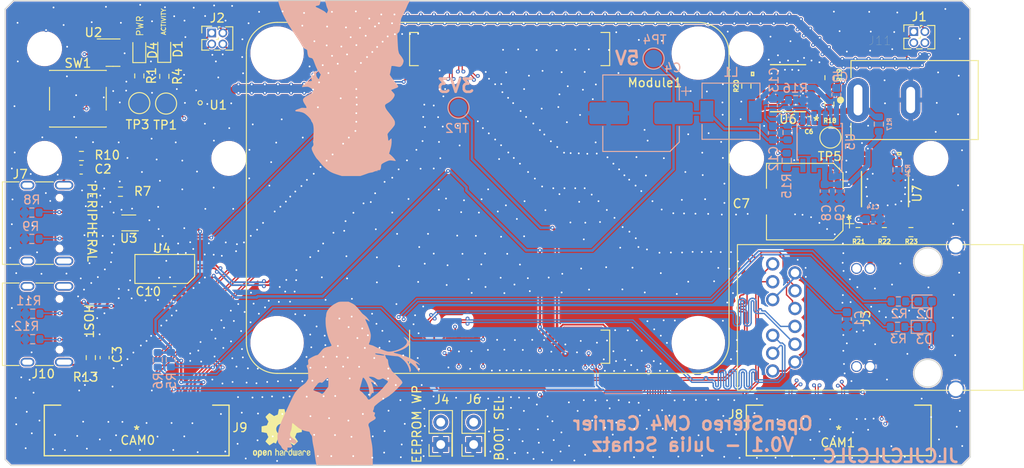
<source format=kicad_pcb>
(kicad_pcb (version 20201116) (generator pcbnew)
  (layers (0 "F.Cu" signal) (1 "In1.Cu" signal) (2 "In2.Cu" signal) (31 "B.Cu" mixed) (34 "B.Paste" user) (35 "F.Paste" user) (36 "B.SilkS" user "B.Silkscreen") (37 "F.SilkS" user "F.Silkscreen") (38 "B.Mask" user) (39 "F.Mask" user) (44 "Edge.Cuts" user))
  (net 0 "")
  (net 1 "GND")
  (net 2 "+5V")
  (net 3 "Net-(C5-Pad2)")
  (net 4 "/Power/SW")
  (net 5 "/Power/BRL_VIN")
  (net 6 "no_connect_106")
  (net 7 "/Power/VIN")
  (net 8 "/V_ETH")
  (net 9 "no_connect_107")
  (net 10 "/Cameras and USB/OTG__SEL")
  (net 11 "no_connect_190")
  (net 12 "/CRYSTALGND")
  (net 13 "/CRYSTALEN")
  (net 14 "/CRYSTALOUT")
  (net 15 "/CRYSTALVCC")
  (net 16 "/Cameras and USB/USBOTG2+")
  (net 17 "/Cameras and USB/USBOTG2-")
  (net 18 "/Cameras and USB/VUSB_IN")
  (net 19 "/Cameras and USB/USBOTG1-")
  (net 20 "/Cameras and USB/USBOTG1+")
  (net 21 "+3V3")
  (net 22 "/GPIO and Ethernet/ETH_CT")
  (net 23 "/GPIO and Ethernet/LACTIV_AN")
  (net 24 "/GPIO and Ethernet/LETHG_AN")
  (net 25 "no_connect_111")
  (net 26 "no_connect_112")
  (net 27 "/GPIO and Ethernet/TRD1+")
  (net 28 "/GPIO and Ethernet/TRD1-")
  (net 29 "/GPIO and Ethernet/TRD4+")
  (net 30 "/GPIO and Ethernet/TRD4-")
  (net 31 "/GPIO and Ethernet/TRD2-")
  (net 32 "/GPIO and Ethernet/TRD2+")
  (net 33 "/GPIO and Ethernet/TRD3+")
  (net 34 "/GPIO and Ethernet/TRD3-")
  (net 35 "/GPIO and Ethernet/EEPROM_nWP")
  (net 36 "/GPIO and Ethernet/GPIO21")
  (net 37 "/GPIO and Ethernet/GPIO20")
  (net 38 "/GPIO and Ethernet/GPIO26")
  (net 39 "/GPIO and Ethernet/GPIO16")
  (net 40 "/GPIO and Ethernet/GPIO19")
  (net 41 "/GPIO and Ethernet/GPIO13")
  (net 42 "/GPIO and Ethernet/GPIO12")
  (net 43 "/GPIO and Ethernet/GPIO6")
  (net 44 "/GPIO and Ethernet/GPIO5")
  (net 45 "no_connect_189")
  (net 46 "no_connect_188")
  (net 47 "/GPIO and Ethernet/GPIO7")
  (net 48 "/GPIO and Ethernet/GPIO8")
  (net 49 "/GPIO and Ethernet/GPIO11")
  (net 50 "/GPIO and Ethernet/GPIO25")
  (net 51 "/GPIO and Ethernet/GPIO9")
  (net 52 "/GPIO and Ethernet/GPIO10")
  (net 53 "/GPIO and Ethernet/GPIO24")
  (net 54 "/GPIO and Ethernet/GPIO23")
  (net 55 "/GPIO and Ethernet/GPIO22")
  (net 56 "/GPIO and Ethernet/GPIO27")
  (net 57 "/GPIO and Ethernet/GPIO18")
  (net 58 "/GPIO and Ethernet/GPIO17")
  (net 59 "/GPIO and Ethernet/GPIO15")
  (net 60 "/GPIO and Ethernet/GPIO14")
  (net 61 "/GPIO and Ethernet/GPIO4")
  (net 62 "/GPIO and Ethernet/GPIO3")
  (net 63 "/GPIO and Ethernet/GPIO2")
  (net 64 "/GPIO and Ethernet/LETHY_AN")
  (net 65 "no_connect_113")
  (net 66 "Net-(J7-PadA5)")
  (net 67 "no_connect_114")
  (net 68 "Net-(J7-PadB5)")
  (net 69 "Net-(C2-Pad2)")
  (net 70 "/GPIO and Ethernet/PLED_AN")
  (net 71 "/GPIO and Ethernet/ETH_LEDG")
  (net 72 "/GPIO and Ethernet/ETH_LEDY")
  (net 73 "/GPIO and Ethernet/nRPIBOOT")
  (net 74 "/GPIO and Ethernet/LACTIVE_SINK")
  (net 75 "/SDA1")
  (net 76 "/SCL1")
  (net 77 "no_connect_108")
  (net 78 "Net-(Module1-Pad99)")
  (net 79 "/GPIO and Ethernet/nLED_PWR")
  (net 80 "Net-(J1-Pad3)")
  (net 81 "/Cameras and USB/CAM1_D0-")
  (net 82 "Net-(J10-PadA5)")
  (net 83 "/Cameras and USB/USBHOST-")
  (net 84 "/Cameras and USB/USBHOST+")
  (net 85 "/Cameras and USB/CAM1_D0+")
  (net 86 "Net-(J10-PadB5)")
  (net 87 "Net-(C3-Pad2)")
  (net 88 "/Cameras and USB/CAM1_D1-")
  (net 89 "/Cameras and USB/CAM1_D1+")
  (net 90 "/Cameras and USB/CAM1_C-")
  (net 91 "/Cameras and USB/CAM1_C+")
  (net 92 "/Cameras and USB/CAM0_D0-")
  (net 93 "/Cameras and USB/CAM0_D0+")
  (net 94 "/Cameras and USB/CAM0_D1-")
  (net 95 "/Cameras and USB/CAM0_D1+")
  (net 96 "/Cameras and USB/CAM0_C-")
  (net 97 "/Cameras and USB/CAM0_C+")
  (net 98 "no_connect_109")
  (net 99 "no_connect_110")
  (net 100 "no_connect_143")
  (net 101 "no_connect_157")
  (net 102 "no_connect_165")
  (net 103 "no_connect_173")
  (net 104 "no_connect_174")
  (net 105 "no_connect_175")
  (net 106 "no_connect_176")
  (net 107 "no_connect_177")
  (net 108 "no_connect_178")
  (net 109 "no_connect_179")
  (net 110 "no_connect_180")
  (net 111 "no_connect_181")
  (net 112 "no_connect_182")
  (net 113 "no_connect_183")
  (net 114 "no_connect_184")
  (net 115 "no_connect_185")
  (net 116 "no_connect_186")
  (net 117 "no_connect_187")
  (net 118 "/Power/BRL_OVP")
  (net 119 "no_connect_115")
  (net 120 "no_connect_116")
  (net 121 "no_connect_117")
  (net 122 "no_connect_118")
  (net 123 "no_connect_119")
  (net 124 "no_connect_120")
  (net 125 "no_connect_121")
  (net 126 "no_connect_122")
  (net 127 "no_connect_123")
  (net 128 "no_connect_124")
  (net 129 "no_connect_125")
  (net 130 "no_connect_126")
  (net 131 "no_connect_127")
  (net 132 "no_connect_128")
  (net 133 "no_connect_129")
  (net 134 "no_connect_130")
  (net 135 "no_connect_131")
  (net 136 "no_connect_132")
  (net 137 "no_connect_133")
  (net 138 "no_connect_134")
  (net 139 "no_connect_135")
  (net 140 "no_connect_136")
  (net 141 "no_connect_137")
  (net 142 "no_connect_138")
  (net 143 "no_connect_139")
  (net 144 "no_connect_140")
  (net 145 "no_connect_141")
  (net 146 "no_connect_142")
  (net 147 "no_connect_144")
  (net 148 "no_connect_145")
  (net 149 "no_connect_146")
  (net 150 "no_connect_147")
  (net 151 "/Cameras and USB/USB2+")
  (net 152 "no_connect_148")
  (net 153 "/Cameras and USB/USB2-")
  (net 154 "Net-(Module1-Pad102)")
  (net 155 "/Power/FB")
  (net 156 "no_connect_149")
  (net 157 "/CAM_IO")
  (net 158 "Net-(Module1-Pad96)")
  (net 159 "Net-(Module1-Pad94)")
  (net 160 "no_connect_150")
  (net 161 "no_connect_151")
  (net 162 "no_connect_152")
  (net 163 "no_connect_153")
  (net 164 "no_connect_154")
  (net 165 "/SDA0")
  (net 166 "/SCL0")
  (net 167 "no_connect_155")
  (net 168 "no_connect_156")
  (net 169 "no_connect_158")
  (net 170 "no_connect_159")
  (net 171 "no_connect_160")
  (net 172 "no_connect_161")
  (net 173 "no_connect_162")
  (net 174 "no_connect_163")
  (net 175 "no_connect_164")
  (net 176 "no_connect_166")
  (net 177 "no_connect_167")
  (net 178 "no_connect_168")
  (net 179 "no_connect_169")
  (net 180 "no_connect_170")
  (net 181 "no_connect_171")
  (net 182 "no_connect_172")
  (net 183 "Net-(J8-Pad12)")
  (net 184 "Net-(J9-Pad12)")
  (net 185 "/Power/BUCK_VCC")
  (net 186 "/GPIO and Ethernet/PLED_SINK")
  (net 187 "/Power/PG")
  (net 188 "/Power/BRL_ILIM")
  (net 189 "/Power/ETH_OVP")
  (net 190 "/Power/ETH_ILIM")
  (net 191 "no_connect_192")
  (net 192 "no_connect_191")
  (net 193 "no_connect_195")
  (net 194 "no_connect_194")
  (net 195 "no_connect_193")
  (net 196 "no_connect_197")
  (net 197 "no_connect_196")
  (footprint "Symbol:OSHW-Logo2_7.3x6mm_SilkScreen" (layer "F.Cu") (at 96.525 132.325)
    (fp_text reference "REF**" hide)
    (fp_text value "OSHW-Logo2_7.3x6mm_SilkScreen" hide)
  )
  (footprint "uhh:LM76202QPWPRQ1" (layer "F.Cu") (at 165.275 104.5 90)
    (fp_text reference "U7")
    (fp_text value "LM76202QPWPRQ1" hide)
  )
  (footprint "Resistor_SMD:R_0603_1608Metric" (layer "F.Cu") (at 78.15 104.8)
    (fp_text reference "R7")
    (fp_text value "2.2k")
  )
  (footprint "CM4IO:Raspberry-Pi-4-Compute-Module" (layer "F.Cu") (at 144 122 90)
    (fp_text reference "Module1")
    (fp_text value "ComputeModule4-CM4")
  )
  (footprint "Resistor_SMD:R_0603_1608Metric" (layer "F.Cu") (at 74.775 123.7 -90)
    (fp_text reference "R13")
    (fp_text value "1M")
  )
  (footprint "Capacitor_SMD:C_0603_1608Metric" (layer "F.Cu") (at 76.35 123.7 -90)
    (fp_text reference "C3")
    (fp_text value "4.7n")
  )
  (footprint "uhh:LM76202QPWPRQ1" (layer "F.Cu") (at 154.225 93 180)
    (fp_text reference "U6")
    (fp_text value "LM76202QPWPRQ1" hide)
  )
  (footprint "Resistor_SMD:R_0603_1608Metric" (layer "F.Cu") (at 162.2 109.4 180)
    (fp_text reference "R21")
    (fp_text value "0")
  )
  (footprint "Connector_USB:USB_C_Receptacle_HRO_TYPE-C-31-M-12" (layer "F.Cu") (at 68.6 108.375 -90)
    (fp_text reference "J7")
    (fp_text value "USB_C_Receptacle_USB2.0" hide)
  )
  (footprint "openstereo:10-MSOP-FSUSB" (layer "F.Cu") (at 83.2 113.6 90)
    (fp_text reference "U4")
    (fp_text value "FSUSB42MX")
  )
  (footprint "openstereo:SFW15R-2STE1LF" (layer "F.Cu") (at 80 132 180)
    (fp_text reference "J9")
    (fp_text value "CAM0")
  )
  (footprint "Resistor_SMD:R_0603_1608Metric" (layer "F.Cu") (at 158.95 91.8 -90)
    (fp_text reference "R19")
    (fp_text value "1.2k")
  )
  (footprint "Capacitor_SMD:CP_Elec_8x10.5" (layer "F.Cu") (at 156.125 105.925 180)
    (fp_text reference "C7")
    (fp_text value "100u")
  )
  (footprint "Resistor_SMD:R_0603_1608Metric" (layer "F.Cu") (at 168.225 109.4 180)
    (fp_text reference "R23")
    (fp_text value "1.2k")
  )
  (footprint "Connector_PinHeader_1.27mm:PinHeader_2x02_P1.27mm_Vertical" (layer "F.Cu") (at 88.55 86.7)
    (fp_text reference "J2")
    (fp_text value "Conn_02x02_Counter_Clockwise" hide)
  )
  (footprint "TestPoint:TestPoint_Pad_D2.0mm" (layer "F.Cu") (at 83.35 94.75)
    (fp_text reference "TP1")
    (fp_text value "TestPoint")
  )
  (footprint "Package_TO_SOT_SMD:SOT-666" (layer "F.Cu") (at 79.1 108.35 180)
    (fp_text reference "U3")
    (fp_text value "USBLC6-2P6" hide)
  )
  (footprint "Capacitor_SMD:C_0603_1608Metric" (layer "F.Cu") (at 84.325 116.125)
    (fp_text reference "C10")
    (fp_text value "100n")
  )
  (footprint "LED_SMD:LED_0603_1608Metric" (layer "F.Cu") (at 83.14 88.57 90)
    (fp_text reference "D1")
    (fp_text value "GREEN")
  )
  (footprint "Capacitor_SMD:C_0603_1608Metric" (layer "F.Cu") (at 156.625 96.75)
    (fp_text reference "C6")
    (fp_text value "1u")
  )
  (footprint "Capacitor_SMD:C_0603_1608Metric" (layer "F.Cu") (at 73.675 102.275 180)
    (fp_text reference "C2")
    (fp_text value "4.7n")
  )
  (footprint "Resistor_SMD:R_0603_1608Metric" (layer "F.Cu") (at 80.3 91.6 -90)
    (fp_text reference "R4")
    (fp_text value "1k")
  )
  (footprint "openstereo:ARJ146" (layer "F.Cu") (at 163.575 119.125 90)
    (fp_text reference "J3")
    (fp_text value "ARJ146")
    (fp_circle (center 6.35 6.58) (end 7.925 6.58) (layer "Edge.Cuts") (width 0.12) (fill none))
    (fp_circle (center -6.35 6.58) (end -4.775 6.58) (layer "Edge.Cuts") (width 0.12) (fill none))
  )
  (footprint "Resistor_SMD:R_0603_1608Metric" (layer "F.Cu") (at 73.7 100.725 180)
    (fp_text reference "R10")
    (fp_text value "1M")
  )
  (footprint "Resistor_SMD:R_0603_1608Metric" (layer "F.Cu") (at 149.475 92.775 -90)
    (fp_text reference "R20")
    (fp_text value "6k")
  )
  (footprint "Connector_PinHeader_2.54mm:PinHeader_2x01_P2.54mm_Vertical" (layer "F.Cu") (at 114.65 133.6 90)
    (fp_text reference "J4")
    (fp_text value "Conn_02x01" hide)
  )
  (footprint "Resistor_SMD:R_0603_1608Metric" (layer "F.Cu") (at 165.2 109.4 180)
    (fp_text reference "R22")
    (fp_text value "27k")
  )
  (footprint "Connector_USB:USB_C_Receptacle_HRO_TYPE-C-31-M-12" (layer "F.Cu") (at 68.6 119.9 -90)
    (fp_text reference "J10")
    (fp_text value "USB_C_Receptacle_USB2.0" hide)
  )
  (footprint "Package_TO_SOT_SMD:SOT-23-5" (layer "F.Cu") (at 77.3 88.95)
    (fp_text reference "U2")
    (fp_text value "74LVC1G07")
  )
  (footprint "openstereo:crystalpad" (layer "F.Cu") (at 89.275 92.375 -90)
    (fp_text reference "U1")
    (fp_text value "camcrystal")
  )
  (footprint "Resistor_SMD:R_0603_1608Metric" (layer "F.Cu") (at 83.15 91.65 -90)
    (fp_text reference "R1")
    (fp_text value "1k")
  )
  (footprint "LED_SMD:LED_0603_1608Metric" (layer "F.Cu") (at 80.3 88.6 90)
    (fp_text reference "D4")
    (fp_text value "RED")
  )
  (footprint "TestPoint:TestPoint_Pad_D2.0mm" (layer "F.Cu") (at 159.05 98.625)
    (fp_text reference "TP5")
    (fp_text value "VIN")
  )
  (footprint "openstereo:SFW15R-2STE1LF" (layer "F.Cu") (at 160 132 180)
    (fp_text reference "J8")
    (fp_text value "CAM1")
  )
  (footprint "Button_Switch_SMD:SW_Push_1P1T_NO_6x6mm_H9.5mm" (layer "F.Cu") (at 73.3 94.2)
    (fp_text reference "SW1")
    (fp_text value "SW_Push")
  )
  (footprint "Connector_PinHeader_1.27mm:PinHeader_2x02_P1.27mm_Vertical" (layer "F.Cu") (at 168.55 86.55)
    (fp_text reference "J1")
    (fp_text value "Conn_02x02_Counter_Clockwise" hide)
  )
  (footprint "TestPoint:TestPoint_Pad_D2.0mm" (layer "F.Cu") (at 80.3 94.7 90)
    (fp_text reference "TP3")
    (fp_text value "TestPoint")
  )
  (footprint "Resistor_SMD:R_0603_1608Metric" (layer "F.Cu") (at 158.925 94.8 -90)
    (fp_text reference "R18")
    (fp_text value "27k")
  )
  (footprint "Connector_PinHeader_2.54mm:PinHeader_2x01_P2.54mm_Vertical" (layer "F.Cu") (at 118.4 133.6 90)
    (fp_text reference "J6")
    (fp_text value "Conn_02x01" hide)
  )
  (footprint "openstereo:CUI_PJ-037A" (layer "F.Cu") (at 162.2 94.35)
    (fp_text reference "J11")
    (fp_text value "Barrel_Jack")
  )
  (footprint "Resistor_SMD:R_0603_1608Metric" (layer "B.Cu") (at 82.4 123.95 -90)
    (fp_text reference "R6")
    (fp_text value "2.2k")
  )
  (footprint "LED_SMD:LED_0603_1608Metric" (layer "B.Cu") (at 169.85 117.3)
    (fp_text reference "D2")
    (fp_text value "GREEN")
  )
  (footprint "Resistor_SMD:R_0603_1608Metric" (layer "B.Cu") (at 166.7 120.2 180)
    (fp_text reference "R3")
    (fp_text value "1k")
  )
  (footprint "Resistor_SMD:R_0603_1608Metric" (layer "B.Cu") (at 68.05 110.175)
    (fp_text reference "R9")
    (fp_text value "5.1k")
  )
  (footprint "Resistor_SMD:R_0603_1608Metric" (layer "B.Cu") (at 68.15 118.7)
    (fp_text reference "R11")
    (fp_text value "5.1k")
  )
  (footprint "openstereo:ROUKA" (layer "B.Cu") (at 105.625 93)
    (fp_text reference "G***" hide)
    (fp_text value "LOGO" hide)
  )
  (footprint "Resistor_SMD:R_0603_1608Metric" (layer "B.Cu") (at 83.89 123.93 -90)
    (fp_text reference "R5")
    (fp_text value "2.2k")
  )
  (footprint "Capacitor_SMD:CP_Elec_8x10.5" (layer "B.Cu") (at 137.475 95.85 180)
    (fp_text reference "C4")
    (fp_text value "100u")
  )
  (footprint "openstereo:picam_nopads" (layer "B.Cu") (at 80 100 180)
    (fp_text reference "REF**" hide)
    (fp_text value "picam_nopads")
  )
  (footprint "Package_SO:Texas_HSOP-8-1EP_3.9x4.9mm_P1.27mm_ThermalVias" (layer "B.Cu") (at 157.825 99.1 90)
    (fp_text reference "U5")
    (fp_text value "LMR33630BDDA")
  )
  (footprint "Capacitor_SMD:C_0603_1608Metric" (layer "B.Cu") (at 152.5 94.975 90)
    (fp_text reference "C13")
    (fp_text value "1u")
  )
  (footprint "TestPoint:TestPoint_Pad_D2.0mm" (layer "B.Cu") (at 116.675 95.225 180)
    (fp_text reference "TP2")
    (fp_text value "TestPoint")
  )
  (footprint "Resistor_SMD:R_0603_1608Metric" (layer "B.Cu") (at 166.7 102.3 -90)
    (fp_text reference "R24")
    (fp_text value "6k")
  )
  (footprint "Resistor_SMD:R_0603_1608Metric" (layer "B.Cu") (at 154.175 98.05 90)
    (fp_text reference "R14")
    (fp_text value "100k")
  )
  (footprint "Capacitor_SMD:C_0603_1608Metric" (layer "B.Cu") (at 160.125 104.725 -90)
    (fp_text reference "C9")
    (fp_text value "100n")
  )
  (footprint "TestPoint:TestPoint_Pad_D2.0mm" (layer "B.Cu") (at 138.9 89.625 180)
    (fp_text reference "TP4")
    (fp_text value "TestPoint")
  )
  (footprint "openstereo:picam_nopads" (layer "B.Cu") (at 160 100 180)
    (fp_text reference "REF**" hide)
    (fp_text value "picam_nopads")
  )
  (footprint "Capacitor_SMD:C_0603_1608Metric" (layer "B.Cu") (at 163.9 107.95 180)
    (fp_text reference "C14")
    (fp_text value "1u")
  )
  (footprint "Resistor_SMD:R_0603_1608Metric" (layer "B.Cu") (at 164.575 97.1 -90)
    (fp_text reference "R17")
    (fp_text value "0")
  )
  (footprint "Resistor_SMD:R_0603_1608Metric" (layer "B.Cu") (at 155.1 94.375)
    (fp_text reference "R16")
    (fp_text value "24.9k")
  )
  (footprint "Capacitor_SMD:C_0603_1608Metric" (layer "B.Cu") (at 152.5 98.1 -90)
    (fp_text reference "C12")
    (fp_text value "27p")
  )
  (footprint "LED_SMD:LED_0603_1608Metric" (layer "B.Cu") (at 169.75 120.2)
    (fp_text reference "D3")
    (fp_text value "YELLOW")
  )
  (footprint "Resistor_SMD:R_0603_1608Metric" (layer "B.Cu") (at 68.05 107.175)
    (fp_text reference "R8")
    (fp_text value "5.1k")
  )
  (footprint "Inductor_SMD:L_6.3x6.3_H3" (layer "B.Cu") (at 147.725 95.625 180)
    (fp_text reference "L1")
    (fp_text value "3.3u")
  )
  (footprint "Capacitor_SMD:C_0603_1608Metric" (layer "B.Cu") (at 158.4 104.725 -90)
    (fp_text reference "C8")
    (fp_text value "1u")
  )
  (footprint "Capacitor_SMD:C_0603_1608Metric" (layer "B.Cu") (at 159.725 93.75 90)
    (fp_text reference "C5")
    (fp_text value "100n")
  )
  (footprint "openstereo:KANBARU" (layer "B.Cu") (at 105.325 126.025 180)
    (fp_text reference "G***" hide)
    (fp_text value "LOGO" hide)
  )
  (footprint "Resistor_SMD:R_0603_1608Metric" (layer "B.Cu") (at 68.15 121.6)
    (fp_text reference "R12")
    (fp_text value "5.1k")
  )
  (footprint "Resistor_SMD:R_0603_1608Metric" (layer "B.Cu") (at 166.8 117.3 180)
    (fp_text reference "R2")
    (fp_text value "1k")
  )
  (footprint "Resistor_SMD:R_0603_1608Metric" (layer "B.Cu") (at 154.075 101.225 -90)
    (fp_text reference "R15")
    (fp_text value "100k")
  )
  (footprint "Capacitor_SMD:C_0603_1608Metric" (layer "B.Cu") (at 160.925 119.3 90)
    (fp_text reference "C1")
    (fp_text value "100n")
  )
  (gr_line (start 174.025 136) (end 175 135.025) (layer "Edge.Cuts") (width 0.1))
  (gr_line (start 174.075 83) (end 65.975 83) (layer "Edge.Cuts") (width 0.1))
  (gr_line (start 65.675 136) (end 65 135.325) (layer "Edge.Cuts") (width 0.1))
  (gr_line (start 65 83.975) (end 65 135.325) (layer "Edge.Cuts") (width 0.1))
  (gr_line (start 174.075 83) (end 175 83.925) (layer "Edge.Cuts") (width 0.1))
  (gr_line (start 175 135.025) (end 175 83.925) (layer "Edge.Cuts") (width 0.1))
  (gr_line (start 65 83.975) (end 65.975 83) (layer "Edge.Cuts") (width 0.1))
  (gr_line (start 65.675 136) (end 173.975 136) (layer "Edge.Cuts") (width 0.1))
  (gr_line (start 173.975 136) (end 174.025 136) (layer "Edge.Cuts") (width 0.1))
  (gr_text "OpenStereo CM4 Carrier\nV0.1 - Julia Schatz" (at 143.375 132.425) (layer "B.SilkS") (effects (font (size 1.5 1.5) (thickness 0.3)) (justify mirror)))
  (gr_text "5V" (at 135.9 89.575) (layer "B.SilkS") (effects (font (size 1.5 1.5) (thickness 0.3)) (justify mirror)))
  (gr_text "3V3" (at 116.35 92.725) (layer "B.SilkS") (effects (font (size 1.5 1.5) (thickness 0.3)) (justify mirror)))
  (gr_text "JLCJLCJLCJLC" (at 165.9 134.9) (layer "B.SilkS") (effects (font (size 1.5 1.5) (thickness 0.3)) (justify mirror)))
  (gr_text "HOST" (at 74.525 119.5 270) (layer "F.SilkS") (effects (font (size 1 1))))
  (gr_text "ACTIVITY" (at 83.075 85.425 90) (layer "F.SilkS") (effects (font (size 0.5 0.5) (thickness 0.1))))
  (gr_text "PERIPHERAL" (at 74.9 108.3 270) (layer "F.SilkS") (effects (font (size 1 1))))
  (gr_text "BOOT SEL" (at 121.3 131.8 90) (layer "F.SilkS") (effects (font (size 1 1))))
  (gr_text "EEPROM WP" (at 111.925 131.275 90) (layer "F.SilkS") (effects (font (size 1 1))))
  (gr_text "PWR" (at 80.375 85.9 90) (layer "F.SilkS") (effects (font (size 0.75 0.75) (thickness 0.1))))
  (segment (start 113.9 90.08) (end 113.9 90.668198) (width 0.2) (layer "F.Cu") (net 1))
  (segment (start 120.981601 86.422999) (end 121.1 86.541398) (width 0.2) (layer "F.Cu") (net 1))
  (segment (start 115.1 89.621398) (end 115.1 90.08) (width 0.2) (layer "F.Cu") (net 1))
  (segment (start 113.071398 121.75) (end 112.7 121.378602) (width 0.2) (layer "F.Cu") (net 1))
  (segment (start 114.206802 90.975) (end 114.525 90.975) (width 0.2) (layer "F.Cu") (net 1))
  (segment (start 114.018399 89.502999) (end 114.981601 89.502999) (width 0.2) (layer "F.Cu") (net 1))
  (segment (start 123.5 89.621398) (end 123.5 90.08) (width 0.2) (layer "F.Cu") (net 1))
  (segment (start 115.1 86.541398) (end 115.1 87) (width 0.2) (layer "F.Cu") (net 1))
  (segment (start 122.181601 86.422999) (end 122.3 86.541398) (width 0.2) (layer "F.Cu") (net 1))
  (segment (start 115.1 121.378602) (end 114.728602 121.75) (width 0.2) (layer "F.Cu") (net 1))
  (segment (start 112.13 120.92) (end 112.125 120.925) (width 0.2) (layer "F.Cu") (net 1))
  (segment (start 79.353958 107.253958) (end 79.475 107.132916) (width 0.2) (layer "F.Cu") (net 1))
  (segment (start 116.3 89.621398) (end 116.3 90.08) (width 0.2) (layer "F.Cu") (net 1))
  (segment (start 127.1 120.92) (end 127.1 121.343198) (width 0.2) (layer "F.Cu") (net 1))
  (segment (start 119.781601 86.422999) (end 120.981601 86.422999) (width 0.2) (layer "F.Cu") (net 1))
  (segment (start 79.353958 107.975) (end 79.353958 107.253958) (width 0.2) (layer "F.Cu") (net 1))
  (segment (start 127.25 123.025) (end 126.7 123.575) (width 0.2) (layer "F.Cu") (net 1))
  (segment (start 117.5 89.621398) (end 117.5 90.08) (width 0.2) (layer "F.Cu") (net 1))
  (segment (start 115.1 90.08) (end 115.1 90.718198) (width 0.2) (layer "F.Cu") (net 1))
  (segment (start 114.018399 86.422999) (end 114.981601 86.422999) (width 0.2) (layer "F.Cu") (net 1))
  (segment (start 112.6 123.175) (end 112.025 123.75) (width 0.2) (layer "F.Cu") (net 1))
  (segment (start 113.9 120.92) (end 113.9 121.7) (width 0.2) (layer "F.Cu") (net 1))
  (segment (start 115.1 124.4) (end 115.1 124) (width 0.2) (layer "F.Cu") (net 1))
  (segment (start 115.1 120.92) (end 115.1 121.378602) (width 0.2) (layer "F.Cu") (net 1))
  (segment (start 118.581601 86.422999) (end 119.781601 86.422999) (width 0.2) (layer "F.Cu") (net 1))
  (segment (start 119.781601 89.502999) (end 119.9 89.621398) (width 0.2) (layer "F.Cu") (net 1))
  (segment (start 113.9 121.7) (end 113.85 121.75) (width 0.2) (layer "F.Cu") (net 1))
  (segment (start 113.9 124) (end 113.9 123.492798) (width 0.2) (layer "F.Cu") (net 1))
  (segment (start 121.1 86.541398) (end 121.1 87) (width 0.2) (layer "F.Cu") (net 1))
  (segment (start 79.728958 108.35) (end 79.703958 108.325) (width 0.2) (layer "F.Cu") (net 1))
  (segment (start 127.1 121.343198) (end 126.743198 121.7) (width 0.2) (layer "F.Cu") (net 1))
  (segment (start 79.703958 108.325) (end 79.353958 107.975) (width 0.2) (layer "F.Cu") (net 1))
  (segment (start 116.181601 86.422999) (end 116.3 86.541398) (width 0.2) (layer "F.Cu") (net 1))
  (segment (start 114.981601 89.502999) (end 116.181601 89.502999) (width 0.2) (layer "F.Cu") (net 1))
  (segment (start 117.381601 86.422999) (end 117.5 86.541398) (width 0.2) (layer "F.Cu") (net 1))
  (segment (start 113.9 90.08) (end 113.9 89.621398) (width 0.2) (layer "F.Cu") (net 1))
  (segment (start 79.475 107.132916) (end 79.475 106.725) (width 0.2) (layer "F.Cu") (net 1))
  (segment (start 113.9 87) (end 113.9 86.541398) (width 0.2) (layer "F.Cu") (net 1))
  (segment (start 112.7 121.378602) (end 112.7 120.92) (width 0.2) (layer "F.Cu") (net 1))
  (segment (start 114.843198 90.975) (end 114.525 90.975) (width 0.2) (layer "F.Cu") (net 1))
  (segment (start 113.582202 123.175) (end 112.6 123.175) (width 0.2) (layer "F.Cu") (net 1))
  (segment (start 112.7 124) (end 112.7 124.475) (width 0.2) (layer "F.Cu") (net 1))
  (segment (start 117.381601 86.422999) (end 118.581601 86.422999) (width 0.2) (layer "F.Cu") (net 1))
  (segment (start 117.5 86.541398) (end 117.5 87) (width 0.2) (layer "F.Cu") (net 1))
  (segment (start 122.3 86.541398) (end 122.3 87) (width 0.2) (layer "F.Cu") (net 1))
  (segment (start 118.581601 89.502999) (end 118.7 89.621398) (width 0.2) (layer "F.Cu") (net 1))
  (segment (start 113.85 121.75) (end 113.071398 121.75) (width 0.2) (layer "F.Cu") (net 1))
  (segment (start 113.9 123.492798) (end 113.582202 123.175) (width 0.2) (layer "F.Cu") (net 1))
  (segment (start 118.7 86.541398) (end 118.7 87) (width 0.2) (layer "F.Cu") (net 1))
  (segment (start 115.525 124.825) (end 115.1 124.4) (width 0.2) (layer "F.Cu") (net 1))
  (segment (start 116.3 86.541398) (end 116.3 87) (width 0.2) (layer "F.Cu") (net 1))
  (segment (start 113.9 90.668198) (end 114.206802 90.975) (width 0.2) (layer "F.Cu") (net 1))
  (segment (start 117.381601 89.502999) (end 117.5 89.621398) (width 0.2) (layer "F.Cu") (net 1))
  (segment (start 126.7 123.575) (end 126.7 124) (width 0.2) (layer "F.Cu") (net 1))
  (segment (start 114.981601 89.502999) (end 115.1 89.621398) (width 0.2) (layer "F.Cu") (net 1))
  (segment (start 116.181601 89.502999) (end 117.381601 89.502999) (width 0.2) (layer "F.Cu") (net 1))
  (segment (start 123.381601 89.502999) (end 123.5 89.621398) (width 0.2) (layer "F.Cu") (net 1))
  (segment (start 116.3 86.541398) (end 116.418399 86.422999) (width 0.2) (layer "F.Cu") (net 1))
  (segment (start 118.581601 86.422999) (end 118.7 86.541398) (width 0.2) (layer "F.Cu") (net 1))
  (segment (start 112.7 124.475) (end 112.175 125) (width 0.2) (layer "F.Cu") (net 1))
  (segment (start 116.418399 86.422999) (end 117.381601 86.422999) (width 0.2) (layer "F.Cu") (net 1))
  (segment (start 114.981601 86.422999) (end 116.181601 86.422999) (width 0.2) (layer "F.Cu") (net 1))
  (segment (start 113.9 86.541398) (end 114.018399 86.422999) (width 0.2) (layer "F.Cu") (net 1))
  (segment (start 119.781601 89.502999) (end 123.381601 89.502999) (width 0.2) (layer "F.Cu") (net 1))
  (segment (start 120.981601 86.422999) (end 122.181601 86.422999) (width 0.2) (layer "F.Cu") (net 1))
  (segment (start 80.025 108.35) (end 79.728958 108.35) (width 0.2) (layer "F.Cu") (net 1))
  (segment (start 112.7 120.92) (end 112.13 120.92) (width 0.2) (layer "F.Cu") (net 1))
  (segment (start 126.743198 121.7) (end 126.425 121.7) (width 0.2) (layer "F.Cu") (net 1))
  (segment (start 118.7 89.621398) (end 118.7 90.08) (width 0.2) (layer "F.Cu") (net 1))
  (segment (start 116.181601 89.502999) (end 116.3 89.621398) (width 0.2) (layer "F.Cu") (net 1))
  (segment (start 117.381601 89.502999) (end 118.581601 89.502999) (width 0.2) (layer "F.Cu") (net 1))
  (segment (start 113.9 89.621398) (end 114.018399 89.502999) (width 0.2) (layer "F.Cu") (net 1))
  (segment (start 115.1 90.718198) (end 114.843198 90.975) (width 0.2) (layer "F.Cu") (net 1))
  (segment (start 114.728602 121.75) (end 113.85 121.75) (width 0.2) (layer "F.Cu") (net 1))
  (segment (start 118.581601 89.502999) (end 119.781601 89.502999) (width 0.2) (layer "F.Cu") (net 1))
  (segment (start 119.781601 86.422999) (end 119.9 86.541398) (width 0.2) (layer "F.Cu") (net 1))
  (segment (start 119.9 86.541398) (end 119.9 87) (width 0.2) (layer "F.Cu") (net 1))
  (segment (start 119.9 89.621398) (end 119.9 90.08) (width 0.2) (layer "F.Cu") (net 1))
  (segment (start 114.981601 86.422999) (end 115.1 86.541398) (width 0.2) (layer "F.Cu") (net 1))
  (via (at 91.975 129.975) (size 0.45) (drill 0.2) (layers "F.Cu" "B.Cu") (net 1))
  (via (at 98.075 118.75) (size 0.45) (drill 0.2) (layers "F.Cu" "B.Cu") (net 1))
  (via (at 106.35 121.15) (size 0.45) (drill 0.2) (layers "F.Cu" "B.Cu") (net 1))
  (via (at 86.95 134.475) (size 0.45) (drill 0.2) (layers "F.Cu" "B.Cu") (net 1))
  (via (at 134.525 120.575) (size 0.45) (drill 0.2) (layers "F.Cu" "B.Cu") (net 1))
  (via (at 120.15 91.925) (size 0.45) (drill 0.2) (layers "F.Cu" "B.Cu") (net 1))
  (via (at 163.025 130.7) (size 0.45) (drill 0.2) (layers "F.Cu" "B.Cu") (net 1))
  (via (at 111.55 119.9) (size 0.45) (drill 0.2) (layers "F.Cu" "B.Cu") (net 1))
  (via (at 101.55 124.8) (size 0.45) (drill 0.2) (layers "F.Cu" "B.Cu") (net 1))
  (via (at 101.25 110.7) (size 0.45) (drill 0.2) (layers "F.Cu" "B.Cu") (net 1))
  (via (at 163.275 103.35) (size 0.45) (drill 0.2) (layers "F.Cu" "B.Cu") (net 1))
  (via (at 167.575 104.325) (size 0.45) (drill 0.2) (layers "F.Cu" "B.Cu") (net 1))
  (via (at 104.975 84.25) (size 0.45) (drill 0.2) (layers "F.Cu" "B.Cu") (net 1))
  (via (at 85.45 85.3) (size 0.45) (drill 0.2) (layers "F.Cu" "B.Cu") (net 1))
  (via (at 161.525 135.125) (size 0.45) (drill 0.2) (layers "F.Cu" "B.Cu") (net 1))
  (via (at 159.55 109.65) (size 0.45) (drill 0.2) (layers "F.Cu" "B.Cu") (net 1))
  (via (at 105.15 121.475) (size 0.45) (drill 0.2) (layers "F.Cu" "B.Cu") (net 1))
  (via (at 90.725 118.35) (size 0.45) (drill 0.2) (layers "F.Cu" "B.Cu") (net 1))
  (via (at 70.525 83.8) (size 0.45) (drill 0.2) (layers "F.Cu" "B.Cu") (net 1))
  (via (at 106.9 132.675) (size 0.45) (drill 0.2) (layers "F.Cu" "B.Cu") (net 1))
  (via (at 148.3 107.4) (size 0.45) (drill 0.2) (layers "F.Cu" "B.Cu") (net 1))
  (via (at 85.425 132.675) (size 0.45) (drill 0.2) (layers "F.Cu" "B.Cu") (net 1))
  (via (at 92.225 110.575) (size 0.45) (drill 0.2) (layers "F.Cu" "B.Cu") (net 1))
  (via (at 166.675 84.375) (size 0.45) (drill 0.2) (layers "F.Cu" "B.Cu") (net 1))
  (via (at 94.625 117.975) (size 0.45) (drill 0.2) (layers "F.Cu" "B.Cu") (net 1))
  (via (at 73.1 93.8) (size 0.45) (drill 0.2) (layers "F.Cu" "B.Cu") (net 1))
  (via (at 138.85 135.025) (size 0.45) (drill 0.2) (layers "F.Cu" "B.Cu") (net 1))
  (via (at 127.475 104.4) (size 0.45) (drill 0.2) (layers "F.Cu" "B.Cu") (net 1))
  (via (at 76.05 106.5) (size 0.45) (drill 0.2) (layers "F.Cu" "B.Cu") (net 1))
  (via (at 76.9 101.9) (size 0.45) (drill 0.2) (layers "F.Cu" "B.Cu") (net 1))
  (via (at 146.75 94.625) (size 0.45) (drill 0.2) (layers "F.Cu" "B.Cu") (net 1))
  (via (at 155.025 107.375) (size 0.45) (drill 0.2) (layers "F.Cu" "B.Cu") (net 1))
  (via (at 173.275 123.425) (size 0.45) (drill 0.2) (layers "F.Cu" "B.Cu") (net 1))
  (via (at 153.075 89.25) (size 0.45) (drill 0.2) (layers "F.Cu" "B.Cu") (net 1))
  (via (at 65.775 102.15) (size 0.45) (drill 0.2) (layers "F.Cu" "B.Cu") (net 1))
  (via (at 128.925 125.15) (size 0.45) (drill 0.2) (layers "F.Cu" "B.Cu") (net 1))
  (via (at 104.275 126.075) (size 0.45) (drill 0.2) (layers "F.Cu" "B.Cu") (net 1))
  (via (at 107.325 119.85) (size 0.45) (drill 0.2) (layers "F.Cu" "B.Cu") (net 1))
  (via (at 103.8 108.15) (size 0.45) (drill 0.2) (layers "F.Cu" "B.Cu") (net 1))
  (via (at 160.925 122.075) (size 0.45) (drill 0.2) (layers "F.Cu" "B.Cu") (net 1))
  (via (at 66.225 128.3) (size 0.45) (drill 0.2) (layers "F.Cu" "B.Cu") (net 1))
  (via (at 137.35 130.3) (size 0.45) (drill 0.2) (layers "F.Cu" "B.Cu") (net 1))
  (via (at 159.55 135) (size 0.45) (drill 0.2) (layers "F.Cu" "B.Cu") (net 1))
  (via (at 131.125 108.325) (size 0.45) (drill 0.2) (layers "F.Cu" "B.Cu") (net 1))
  (via (at 128.3 134.4) (size 0.45) (drill 0.2) (layers "F.Cu" "B.Cu") (net 1))
  (via (at 101.425 121.2) (size 0.45) (drill 0.2) (layers "F.Cu" "B.Cu") (net 1))
  (via (at 128.05 95.15) (size 0.45) (drill 0.2) (layers "F.Cu" "B.Cu") (net 1))
  (via (at 112.825 113) (size 0.45) (drill 0.2) (layers "F.Cu" "B.Cu") (net 1))
  (via (at 130.175 123.1) (size 0.45) (drill 0.2) (layers "F.Cu" "B.Cu") (net 1))
  (via (at 171.425 133.025) (size 0.45) (drill 0.2) (layers "F.Cu" "B.Cu") (net 1))
  (via (at 112.5 133.15) (size 0.45) (drill 0.2) (layers "F.Cu" "B.Cu") (net 1))
  (via (at 148.4 121.7) (size 0.45) (drill 0.2) (layers "F.Cu" "B.Cu") (net 1))
  (via (at 160.55 113.825) (size 0.45) (drill 0.2) (layers "F.Cu" "B.Cu") (net 1))
  (via (at 154.7 90.9) (size 0.45) (drill 0.2) (layers "F.Cu" "B.Cu") (net 1))
  (via (at 103.1 119.25) (size 0.45) (drill 0.2) (layers "F.Cu" "B.Cu") (net 1))
  (via (at 153.6 132.65) (size 0.45) (drill 0.2) (layers "F.Cu" "B.Cu") (net 1))
  (via (at 171.175 94.675) (size 0.45) (drill 0.2) (layers "F.Cu" "B.Cu") (net 1))
  (via (at 97.5 133) (size 0.45) (drill 0.2) (layers "F.Cu" "B.Cu") (net 1))
  (via (at 173 119.15) (size 0.45) (drill 0.2) (layers "F.Cu" "B.Cu") (net 1))
  (via (at 119.275 113.075) (size 0.45) (drill 0.2) (layers "F.Cu" "B.Cu") (net 1))
  (via (at 113.85 111.85) (size 0.45) (drill 0.2) (layers "F.Cu" "B.Cu") (net 1))
  (via (at 71.825 134.25) (size 0.45) (drill 0.2) (layers "F.Cu" "B.Cu") (net 1))
  (via (at 66.85 125.95) (size 0.45) (drill 0.2) (layers "F.Cu" "B.Cu") (net 1))
  (via (at 91.425 110.775) (size 0.45) (drill 0.2) (layers "F.Cu" "B.Cu") (net 1))
  (via (at 104.925 91.1) (size 0.45) (drill 0.2) (layers "F.Cu" "B.Cu") (net 1))
  (via (at 174.05 100.075) (size 0.45) (drill 0.2) (layers "F.Cu" "B.Cu") (net 1))
  (via (at 74.825 115.2) (size 0.45) (drill 0.2) (layers "F.Cu" "B.Cu") (net 1))
  (via (at 98 116.175) (size 0.45) (drill 0.2) (layers "F.Cu" "B.Cu") (net 1))
  (via (at 132.425 100.45) (size 0.45) (drill 0.2) (layers "F.Cu" "B.Cu") (net 1))
  (via (at 82.45 106.525) (size 0.45) (drill 0.2) (layers "F.Cu" "B.Cu") (net 1))
  (via (at 89.875 122.6) (size 0.45) (drill 0.2) (layers "F.Cu" "B.Cu") (net 1))
  (via (at 112.475 126.825) (size 0.45) (drill 0.2) (layers "F.Cu" "B.Cu") (net 1))
  (via (at 119 107.175) (size 0.45) (drill 0.2) (layers "F.Cu" "B.Cu") (net 1))
  (via (at 139.875 129.7) (size 0.45) (drill 0.2) (layers "F.Cu" "B.Cu") (net 1))
  (via (at 96.625 84.25) (size 0.45) (drill 0.2) (layers "F.Cu" "B.Cu") (net 1))
  (via (at 77.375 124.9) (size 0.45) (drill 0.2) (layers "F.Cu" "B.Cu") (net 1))
  (via (at 128.5 114.15) (size 0.45) (drill 0.2) (layers "F.Cu" "B.Cu") (net 1))
  (via (at 115.425 113.175) (size 0.45) (drill 0.2) (layers "F.Cu" "B.Cu") (net 1))
  (via (at 112.35 102.175) (size 0.45) (drill 0.2) (layers "F.Cu" "B.Cu") (net 1))
  (via (at 113.825 128.125) (size 0.45) (drill 0.2) (layers "F.Cu" "B.Cu") (net 1))
  (via (at 121.075 121.675) (size 0.45) (drill 0.2) (layers "F.Cu" "B.Cu") (net 1))
  (via (at 164.625 118.425) (size 0.45) (drill 0.2) (layers "F.Cu" "B.Cu") (net 1))
  (via (at 124.8 116.125) (size 0.45) (drill 0.2) (layers "F.Cu" "B.Cu") (net 1))
  (via (at 104.175 98.625) (size 0.45) (drill 0.2) (layers "F.Cu" "B.Cu") (net 1))
  (via (at 82.5 109.05) (size 0.45) (drill 0.2) (layers "F.Cu" "B.Cu") (net 1))
  (via (at 106.25 89.45) (size 0.45) (drill 0.2) (layers "F.Cu" "B.Cu") (net 1))
  (via (at 67.8 126.225) (size 0.45) (drill 0.2) (layers "F.Cu" "B.Cu") (net 1))
  (via (at 107.375 115.125) (size 0.45) (drill 0.2) (layers "F.Cu" "B.Cu") (net 1))
  (via (at 131.9 130.875) (size 0.45) (drill 0.2) (layers "F.Cu" "B.Cu") (net 1))
  (via (at 162.825 120.625) (size 0.45) (drill 0.2) (layers "F.Cu" "B.Cu") (net 1))
  (via (at 139.725 114.075) (size 0.45) (drill 0.2) (layers "F.Cu" "B.Cu") (net 1))
  (via (at 146.85 130.35) (size 0.45) (drill 0.2) (layers "F.Cu" "B.Cu") (net 1))
  (via (at 112.575 99.025) (size 0.45) (drill 0.2) (layers "F.Cu" "B.Cu") (net 1))
  (via (at 119.75 115.65) (size 0.45) (drill 0.2) (layers "F.Cu" "B.Cu") (net 1))
  (via (at 161.275 114.775) (size 0.45) (drill 0.2) (layers "F.Cu" "B.Cu") (net 1))
  (via (at 87.775 114.575) (size 0.45) (drill 0.2) (layers "F.Cu" "B.Cu") (net 1))
  (via (at 84.175 134.225) (size 0.45) (drill 0.2) (layers "F.Cu" "B.Cu") (net 1))
  (via (at 75.85 105.225) (size 0.45) (drill 0.2) (layers "F.Cu" "B.Cu") (net 1))
  (via (at 172.975 121.2) (size 0.45) (drill 0.2) (layers "F.Cu" "B.Cu") (net 1))
  (via (at 168.475 104.4) (size 0.45) (drill 0.2) (layers "F.Cu" "B.Cu") (net 1))
  (via (at 67.6 120.05) (size 0.45) (drill 0.2) (layers "F.Cu" "B.Cu") (net 1))
  (via (at 88.775 111.975) (size 0.45) (drill 0.2) (layers "F.Cu" "B.Cu") (net 1))
  (via (at 150.4 130.025) (size 0.45) (drill 0.2) (layers "F.Cu" "B.Cu") (net 1))
  (via (at 146.55 111.675) (size 0.45) (drill 0.2) (layers "F.Cu" "B.Cu") (net 1))
  (via (at 121.3 101.075) (size 0.45) (drill 0.2) (layers "F.Cu" "B.Cu") (net 1))
  (via (at 113.2 109.6) (size 0.45) (drill 0.2) (layers "F.Cu" "B.Cu") (net 1))
  (via (at 77.325 93.325) (size 0.45) (drill 0.2) (layers "F.Cu" "B.Cu") (net 1))
  (via (at 134.325 122.975) (size 0.45) (drill 0.2) (layers "F.Cu" "B.Cu") (net 1))
  (via (at 82.375 132.7) (size 0.45) (drill 0.2) (layers "F.Cu" "B.Cu") (net 1))
  (via (at 130.85 93.175) (size 0.45) (drill 0.2) (layers "F.Cu" "B.Cu") (net 1))
  (via (at 98.875 85.875) (size 0.45) (drill 0.2) (layers "F.Cu" "B.Cu") (net 1))
  (via (at 127.85 88.675) (size 0.45) (drill 0.2) (layers "F.Cu" "B.Cu") (net 1))
  (via (at 132.45 122) (size 0.45) (drill 0.2) (layers "F.Cu" "B.Cu") (net 1))
  (via (at 119.3 105.65) (size 0.45) (drill 0.2) (layers "F.Cu" "B.Cu") (net 1))
  (via (at 127.925 99.7) (size 0.45) (drill 0.2) (layers "F.Cu" "B.Cu") (net 1))
  (via (at 124.7 128.3) (size 0.45) (drill 0.2) (layers "F.Cu" "B.Cu") (net 1))
  (via (at 97.475 117.325) (size 0.45) (drill 0.2) (layers "F.Cu" "B.Cu") (net 1))
  (via (at 138.675 92.675) (size 0.45) (drill 0.2) (layers "F.Cu" "B.Cu") (net 1))
  (via (at 97.5 105.35) (size 0.45) (drill 0.2) (layers "F.Cu" "B.Cu") (net 1))
  (via (at 105.55 90.125) (size 0.45) (drill 0.2) (layers "F.Cu" "B.Cu") (net 1))
  (via (at 100.025 126.325) (size 0.45) (drill 0.2) (layers "F.Cu" "B.Cu") (net 1))
  (via (at 91.55 128.2) (size 0.45) (drill 0.2) (layers "F.Cu" "B.Cu") (net 1))
  (via (at 112.125 120.925) (size 0.45) (drill 0.2) (layers "F.Cu" "B.Cu") (net 1))
  (via (at 136.125 103.425) (size 0.45) (drill 0.2) (layers "F.Cu" "B.Cu") (net 1))
  (via (at 100.65 134.925) (size 0.45) (drill 0.2) (layers "F.Cu" "B.Cu") (net 1))
  (via (at 173.725 114.025) (size 0.45) (drill 0.2) (layers "F.Cu" "B.Cu") (net 1))
  (via (at 128.75 104.4) (size 0.45) (drill 0.2) (layers "F.Cu" "B.Cu") (net 1))
  (via (at 78.825 92.25) (size 0.45) (drill 0.2) (layers "F.Cu" "B.Cu") (net 1))
  (via (at 161.35 117.375) (size 0.45) (drill 0.2) (layers "F.Cu" "B.Cu") (net 1))
  (via (at 99.8 124.85) (size 0.45) (drill 0.2) (layers "F.Cu" "B.Cu") (net 1))
  (via (at 119.45 97.55) (size 0.45) (drill 0.2) (layers "F.Cu" "B.Cu") (net 1))
  (via (at 101.7 85.975) (size 0.45) (drill 0.2) (layers "F.Cu" "B.Cu") (net 1))
  (via (at 89.025 89.95) (size 0.45) (drill 0.2) (layers "F.Cu" "B.Cu") (net 1))
  (via (at 125.225 135.25) (size 0.45) (drill 0.2) (layers "F.Cu" "B.Cu") (net 1))
  (via (at 163.7 117.9) (size 0.45) (drill 0.2) (layers "F.Cu" "B.Cu") (net 1))
  (via (at 97 105.925) (size 0.45) (drill 0.2) (layers "F.Cu" "B.Cu") (net 1))
  (via (at 73.1 98.6) (size 0.45) (drill 0.2) (layers "F.Cu" "B.Cu") (net 1))
  (via (at 125.725 131.875) (size 0.45) (drill 0.2) (layers "F.Cu" "B.Cu") (net 1))
  (via (at 130.95 128.55) (size 0.45) (drill 0.2) (layers "F.Cu" "B.Cu") (net 1))
  (via (at 142.85 98.25) (size 0.45) (drill 0.2) (layers "F.Cu" "B.Cu") (net 1))
  (via (at 122.3 131.85) (size 0.45) (drill 0.2) (layers "F.Cu" "B.Cu") (net 1))
  (via (at 92.825 103.275) (size 0.45) (drill 0.2) (layers "F.Cu" "B.Cu") (net 1))
  (via (at 81.725 127.45) (size 0.45) (drill 0.2) (layers "F.Cu" "B.Cu") (net 1))
  (via (at 104.125 130.875) (size 0.45) (drill 0.2) (layers "F.Cu" "B.Cu") (net 1))
  (via (at 137 121.725) (size 0.45) (drill 0.2) (layers "F.Cu" "B.Cu") (net 1))
  (via (at 95.9 99.2) (size 0.45) (drill 0.2) (layers "F.Cu" "B.Cu") (net 1))
  (via (at 136.7 131.825) (size 0.45) (drill 0.2) (layers "F.Cu" "B.Cu") (net 1))
  (via (at 112.85 97.425) (size 0.45) (drill 0.2) (layers "F.Cu" "B.Cu") (net 1))
  (via (at 153.75 96.425) (size 0.45) (drill 0.2) (layers "F.Cu" "B.Cu") (net 1))
  (via (at 72.075 88.275) (size 0.45) (drill 0.2) (layers "F.Cu" "B.Cu") (net 1))
  (via (at 103.65 109.25) (size 0.45) (drill 0.2) (layers "F.Cu" "B.Cu") (net 1))
  (via (at 168.025 118.35) (size 0.45) (drill 0.2) (layers "F.Cu" "B.Cu") (net 1))
  (via (at 126.45 98.275) (size 0.45) (drill 0.2) (layers "F.Cu" "B.Cu") (net 1))
  (via (at 102.925 122.375) (size 0.45) (drill 0.2) (layers "F.Cu" "B.Cu") (net 1))
  (via (at 83.225 83.775) (size 0.45) (drill 0.2) (layers "F.Cu" "B.Cu") (net 1))
  (via (at 88.875 123.575) (size 0.45) (drill 0.2) (layers "F.Cu" "B.Cu") (net 1))
  (via (at 134.9 91.275) (size 0.45) (drill 0.2) (layers "F.Cu" "B.Cu") (net 1))
  (via (at 112.2 111.1) (size 0.45) (drill 0.2) (layers "F.Cu" "B.Cu") (net 1))
  (via (at 96.375 106.5) (size 0.45) (drill 0.2) (layers "F.Cu" "B.Cu") (net 1))
  (via (at 126.275 134.5) (size 0.45) (drill 0.2) (layers "F.Cu" "B.Cu") (net 1))
  (via (at 133.375 131.7) (size 0.45) (drill 0.2) (layers "F.Cu" "B.Cu") (net 1))
  (via (at 115.15 93.1) (size 0.45) (drill 0.2) (layers "F.Cu" "B.Cu") (net 1))
  (via (at 146.775 96.025) (size 0.45) (drill 0.2) (layers "F.Cu" "B.Cu") (net 1))
  (via (at 164.125 115.825) (size 0.45) (drill 0.2) (layers "F.Cu" "B.Cu") (net 1))
  (via (at 92.75 85.6) (size 0.45) (drill 0.2) (layers "F.Cu" "B.Cu") (net 1))
  (via (at 142.15 111.725) (size 0.45) (drill 0.2) (layers "F.Cu" "B.Cu") (net 1))
  (via (at 126.825 130.4) (size 0.45) (drill 0.2) (layers "F.Cu" "B.Cu") (net 1))
  (via (at 112.65 96.275) (size 0.45) (drill 0.2) (layers "F.Cu" "B.Cu") (net 1))
  (via (at 114.6 100.975) (size 0.45) (drill 0.2) (layers "F.Cu" "B.Cu") (net 1))
  (via (at 132.275 128.575) (size 0.45) (drill 0.2) (layers "F.Cu" "B.Cu") (net 1))
  (via (at 129.25 128.8) (size 0.45) (drill 0.2) (layers "F.Cu" "B.Cu") (net 1))
  (via (at 69.25 98.6) (size 0.45) (drill 0.2) (layers "F.Cu" "B.Cu") (net 1))
  (via (at 99.375 128.15) (size 0.45) (drill 0.2) (layers "F.Cu" "B.Cu") (net 1))
  (via (at 125.95 97.775) (size 0.45) (drill 0.2) (layers "F.Cu" "B.Cu") (net 1))
  (via (at 83.8 114.55) (size 0.45) (drill 0.2) (layers "F.Cu" "B.Cu") (net 1))
  (via (at 99.4 103.45) (size 0.45) (drill 0.2) (layers "F.Cu" "B.Cu") (net 1))
  (via (at 160.525 111.8) (size 0.45) (drill 0.2) (layers "F.Cu" "B.Cu") (net 1))
  (via (at 128.7 100.35) (size 0.45) (drill 0.2) (layers "F.Cu" "B.Cu") (net 1))
  (via (at 106 122.6) (size 0.45) (drill 0.2) (layers "F.Cu" "B.Cu") (net 1))
  (via (at 79.25 114.9) (size 0.45) (drill 0.2) (layers "F.Cu" "B.Cu") (net 1))
  (via (at 148.9 94.525) (size 0.45) (drill 0.2) (layers "F.Cu" "B.Cu") (net 1))
  (via (at 135.65 123.95) (size 0.45) (drill 0.2) (layers "F.Cu" "B.Cu") (net 1))
  (via (at 155.975 130.675) (size 0.45) (drill 0.2) (layers "F.Cu" "B.Cu") (net 1))
  (via (at 107.175 104.975) (size 0.45) (drill 0.2) (layers "F.Cu" "B.Cu") (net 1))
  (via (at 105.025 95.85) (size 0.45) (drill 0.2) (layers "F.Cu" "B.Cu") (net 1))
  (via (at 145.8 115) (size 0.45) (drill 0.2) (layers "F.Cu" "B.Cu") (net 1))
  (via (at 155.925 93.6) (size 0.45) (drill 0.2) (layers "F.Cu" "B.Cu") (net 1))
  (via (at 128.175 125.1) (size 0.45) (drill 0.2) (layers "F.Cu" "B.Cu") (net 1))
  (via (at 153.875 90.9) (size 0.45) (drill 0.2) (layers "F.Cu" "B.Cu") (net 1))
  (via (at 74.75 105.275) (size 0.45) (drill 0.2) (layers "F.Cu" "B.Cu") (net 1))
  (via (at 124 122.825) (size 0.45) (drill 0.2) (layers "F.Cu" "B.Cu") (net 1))
  (via (at 174.075 133.775) (size 0.45) (drill 0.2) (layers "F.Cu" "B.Cu") (net 1))
  (via (at 120.85 92.55) (size 0.45) (drill 0.2) (layers "F.Cu" "B.Cu") (net 1))
  (via (at 130.525 96.05) (size 0.45) (drill 0.2) (layers "F.Cu" "B.Cu") (net 1))
  (via (at 126.575 106.9) (size 0.45) (drill 0.2) (layers "F.Cu" "B.Cu") (net 1))
  (via (at 122.075 106.35) (size 0.45) (drill 0.2) (layers "F.Cu" "B.Cu") (net 1))
  (via (at 83.975 131.15) (size 0.45) (drill 0.2) (layers "F.Cu" "B.Cu") (net 1))
  (via (at 77.425 110.8) (size 0.45) (drill 0.2) (layers "F.Cu" "B.Cu") (net 1))
  (via (at 80.6 102.55) (size 0.45) (drill 0.2) (layers "F.Cu" "B.Cu") (net 1))
  (via (at 84.525 118.35) (size 0.45) (drill 0.2) (layers "F.Cu" "B.Cu") (net 1))
  (via (at 148.7 135.125) (size 0.45) (drill 0.2) (layers "F.Cu" "B.Cu") (net 1))
  (via (at 68.65 111.7) (size 0.45) (drill 0.2) (layers "F.Cu" "B.Cu") (net 1))
  (via (at 134.4 125.225) (size 0.45) (drill 0.2) (layers "F.Cu" "B.Cu") (net 1))
  (via (at 66.075 95.05) (size 0.45) (drill 0.2) (layers "F.Cu" "B.Cu") (net 1))
  (via (at 163.65 86.55) (size 0.45) (drill 0.2) (layers "F.Cu" "B.Cu") (net 1))
  (via (at 73.625 114.675) (size 0.45) (drill 0.2) (layers "F.Cu" "B.Cu") (net 1))
  (via (at 127.2 99.05) (size 0.45) (drill 0.2) (layers "F.Cu" "B.Cu") (net 1))
  (via (at 122.1 91.2) (size 0.45) (drill 0.2) (layers "F.Cu" "B.Cu") (net 1))
  (via (at 138.15 111.375) (size 0.45) (drill 0.2) (layers "F.Cu" "B.Cu") (net 1))
  (via (at 87.825 106.75) (size 0.45) (drill 0.2) (layers "F.Cu" "B.Cu") (net 1))
  (via (at 114.95 93.925) (size 0.45) (drill 0.2) (layers "F.Cu" "B.Cu") (net 1))
  (via (at 138.225 98.975) (size 0.45) (drill 0.2) (layers "F.Cu" "B.Cu") (net 1))
  (via (at 74.1 126.825) (size 0.45) (drill 0.2) (layers "F.Cu" "B.Cu") (net 1))
  (via (at 116.4 128.275) (size 0.45) (drill 0.2) (layers "F.Cu" "B.Cu") (net 1))
  (via (at 156.775 133.075) (size 0.45) (drill 0.2) (layers "F.Cu" "B.Cu") (net 1))
  (via (at 104.15 120.225) (size 0.45) (drill 0.2) (layers "F.Cu" "B.Cu") (net 1))
  (via (at 122.975 100.95) (size 0.45) (drill 0.2) (layers "F.Cu" "B.Cu") (net 1))
  (via (at 132.325 92.575) (size 0.45) (drill 0.2) (layers "F.Cu" "B.Cu") (net 1))
  (via (at 86.5 83.825) (size 0.45) (drill 0.2) (layers "F.Cu" "B.Cu") (net 1))
  (via (at 84 118.9) (size 0.45) (drill 0.2) (layers "F.Cu" "B.Cu") (net 1))
  (via (at 145.45 111.65) (size 0.45) (drill 0.2) (layers "F.Cu" "B.Cu") (net 1))
  (via (at 140.05 119.45) (size 0.45) (drill 0.2) (layers "F.Cu" "B.Cu") (net 1))
  (via (at 146.975 103.875) (size 0.45) (drill 0.2) (layers "F.Cu" "B.Cu") (net 1))
  (via (at 76.25 94.05) (size 0.45) (drill 0.2) (layers "F.Cu" "B.Cu") (net 1))
  (via (at 128.4 132.225) (size 0.45) (drill 0.2) (layers "F.Cu" "B.Cu") (net 1))
  (via (at 98.2 113.725) (size 0.45) (drill 0.2) (layers "F.Cu" "B.Cu") (net 1))
  (via (at 138.025 102.95) (size 0.45) (drill 0.2) (layers "F.Cu" "B.Cu") (net 1))
  (via (at 133.875 135.025) (size 0.45) (drill 0.2) (layers "F.Cu" "B.Cu") (net 1))
  (via (at 107.4 88.3) (size 0.45) (drill 0.2) (layers "F.Cu" "B.Cu") (net 1))
  (via (at 107.075 123.75) (size 0.45) (drill 0.2) (layers "F.Cu" "B.Cu") (net 1))
  (via (at 157.2 135.225) (size 0.45) (drill 0.2) (layers "F.Cu" "B.Cu") (net 1))
  (via (at 93.775 133.125) (size 0.45) (drill 0.2) (layers "F.Cu" "B.Cu") (net 1))
  (via (at 125.375 103.3) (size 0.45) (drill 0.2) (layers "F.Cu" "B.Cu") (net 1))
  (via (at 71 102.85) (size 0.45) (drill 0.2) (layers "F.Cu" "B.Cu") (net 1))
  (via (at 66.275 114.075) (size 0.45) (drill 0.2) (layers "F.Cu" "B.Cu") (net 1))
  (via (at 90.1 134.4) (size 0.45) (drill 0.2) (layers "F.Cu" "B.Cu") (net 1))
  (via (at 77.075 112.825) (size 0.45) (drill 0.2) (layers "F.Cu" "B.Cu") (net 1))
  (via (at 168.075 105.925) (size 0.45) (drill 0.2) (layers "F.Cu" "B.Cu") (net 1))
  (via (at 136.85 104.1) (size 0.45) (drill 0.2) (layers "F.Cu" "B.Cu") (net 1))
  (via (at 143.125 93.325) (size 0.45) (drill 0.2) (layers "F.Cu" "B.Cu") (net 1))
  (via (at 163.875 102.75) (size 0.45) (drill 0.2) (layers "F.Cu" "B.Cu") (net 1))
  (via (at 91.075 119.525) (size 0.45) (drill 0.2) (layers "F.Cu" "B.Cu") (net 1))
  (via (at 157.8 132.125) (size 0.45) (drill 0.2) (layers "F.Cu" "B.Cu") (net 1))
  (via (at 136.675 135.05) (size 0.45) (drill 0.2) (layers "F.Cu" "B.Cu") (net 1))
  (via (at 104.675 134.925) (size 0.45) (drill 0.2) (layers "F.Cu" "B.Cu") (net 1))
  (via (at 77.3 109.85) (size 0.45) (drill 0.2) (layers "F.Cu" "B.Cu") (net 1))
  (via (at 79.275 109.9) (size 0.45) (drill 0.2) (layers "F.Cu" "B.Cu") (net 1))
  (via (at 81.125 131.15) (size 0.45) (drill 0.2) (layers "F.Cu" "B.Cu") (net 1))
  (via (at 123.675 101.6) (size 0.45) (drill 0.2) (layers "F.Cu" "B.Cu") (net 1))
  (via (at 114.45 106.875) (size 0.45) (drill 0.2) (layers "F.Cu" "B.Cu") (net 1))
  (via (at 155.875 107.425) (size 0.45) (drill 0.2) (layers "F.Cu" "B.Cu") (net 1))
  (via (at 84.725 110.7) (size 0.45) (drill 0.2) (layers "F.Cu" "B.Cu") (net 1))
  (via (at 165.375 119.1) (size 0.45) (drill 0.2) (layers "F.Cu" "B.Cu") (net 1))
  (via (at 122.95 125.15) (size 0.45) (drill 0.2) (layers "F.Cu" "B.Cu") (net 1))
  (via (at 170.525 130.475) (size 0.45) (drill 0.2) (layers "F.Cu" "B.Cu") (net 1))
  (via (at 100.225 132.5) (size 0.45) (drill 0.2) (layers "F.Cu" "B.Cu") (net 1))
  (via (at 99.9 122.525) (size 0.45) (drill 0.2) (layers "F.Cu" "B.Cu") (net 1))
  (via (at 130.25 129.775) (size 0.45) (drill 0.2) (layers "F.Cu" "B.Cu") (net 1))
  (via (at 163.6 106.075) (size 0.45) (drill 0.2) (layers "F.Cu" "B.Cu") (net 1))
  (via (at 87.35 124.15) (size 0.45) (drill 0.2) (layers "F.Cu" "B.Cu") (net 1))
  (via (at 173.675 91.575) (size 0.45) (drill 0.2) (layers "F.Cu" "B.Cu") (net 1))
  (via (at 121.525 99.5) (size 0.45) (drill 0.2) (layers "F.Cu" "B.Cu") (net 1))
  (via (at 86.775 93.25) (size 0.45) (drill 0.2) (layers "F.Cu" "B.Cu") (net 1))
  (via (at 89.8 89.15) (size 0.45) (drill 0.2) (layers "F.Cu" "B.Cu") (net 1))
  (via (at 171.05 97.975) (size 0.45) (drill 0.2) (layers "F.Cu" "B.Cu") (net 1))
  (via (at 122.65 128.2) (size 0.45) (drill 0.2) (layers "F.Cu" "B.Cu") (net 1))
  (via (at 92.025 89.45) (size 0.45) (drill 0.2) (layers "F.Cu" "B.Cu") (net 1))
  (via (at 126.425 121.7) (size 0.45) (drill 0.2) (layers "F.Cu" "B.Cu") (net 1))
  (via (at 111.725 118.875) (size 0.45) (drill 0.2) (layers "F.Cu" "B.Cu") (net 1))
  (via (at 95.325 101.425) (size 0.45) (drill 0.2) (layers "F.Cu" "B.Cu") (net 1))
  (via (at 123.05 115.375) (size 0.45) (drill 0.2) (layers "F.Cu" "B.Cu") (net 1))
  (via (at 92.125 91.3) (size 0.45) (drill 0.2) (layers "F.Cu" "B.Cu") (net 1))
  (via (at 102.6 132.525) (size 0.45) (drill 0.2) (layers "F.Cu" "B.Cu") (net 1))
  (via (at 121.15 107.05) (size 0.45) (drill 0.2) (layers "F.Cu" "B.Cu") (net 1))
  (via (at 102.175 134.925) (size 0.45) (drill 0.2) (layers "F.Cu" "B.Cu") (net 1))
  (via (at 120.15 132.125) (size 0.45) (drill 0.2) (layers "F.Cu" "B.Cu") (net 1))
  (via (at 132.625 105.875) (size 0.45) (drill 0.2) (layers "F.Cu" "B.Cu") (net 1))
  (via (at 116.6 97.275) (size 0.45) (drill 0.2) (layers "F.Cu" "B.Cu") (net 1))
  (via (at 151.5 97.3) (size 0.45) (drill 0.2) (layers "F.Cu" "B.Cu") (net 1))
  (via (at 169.45 128.375) (size 0.45) (drill 0.2) (layers "F.Cu" "B.Cu") (net 1))
  (via (at 98.925 98.625) (size 0.45) (drill 0.2) (layers "F.Cu" "B.Cu") (net 1))
  (via (at 112.075 86.8) (size 0.45) (drill 0.2) (layers "F.Cu" "B.Cu") (net 1))
  (via (at 136.15 109.35) (size 0.45) (drill 0.2) (layers "F.Cu" "B.Cu") (net 1))
  (via (at 163.575 88.725) (size 0.45) (drill 0.2) (layers "F.Cu" "B.Cu") (net 1))
  (via (at 134.625 124.1) (size 0.45) (drill 0.2) (layers "F.Cu" "B.Cu") (net 1))
  (via (at 163.975 130.65) (size 0.45) (drill 0.2) (layers "F.Cu" "B.Cu") (net 1))
  (via (at 65.85 120.15) (size 0.45) (drill 0.2) (layers "F.Cu" "B.Cu") (net 1))
  (via (at 76.775 131.025) (size 0.45) (drill 0.2) (layers "F.Cu" "B.Cu") (net 1))
  (via (at 136.95 100.85) (size 0.45) (drill 0.2) (layers "F.Cu" "B.Cu") (net 1))
  (via (at 68.25 127.7) (size 0.45) (drill 0.2) (layers "F.Cu" "B.Cu") (net 1))
  (via (at 122.325 94.1) (size 0.45) (drill 0.2) (layers "F.Cu" "B.Cu") (net 1))
  (via (at 131.55 115.95) (size 0.45) (drill 0.2) (layers "F.Cu" "B.Cu") (net 1))
  (via (at 139.625 125.2) (size 0.45) (drill 0.2) (layers "F.Cu" "B.Cu") (net 1))
  (via (at 139.7 124.4) (size 0.45) (drill 0.2) (layers "F.Cu" "B.Cu") (net 1))
  (via (at 67.925 102.775) (size 0.45) (drill 0.2) (layers "F.Cu" "B.Cu") (net 1))
  (via (at 109.125 103.2) (size 0.45) (drill 0.2) (layers "F.Cu" "B.Cu") (net 1))
  (via (at 141 132.85) (size 0.45) (drill 0.2) (layers "F.Cu" "B.Cu") (net 1))
  (via (at 137.5 104.725) (size 0.45) (drill 0.2) (layers "F.Cu" "B.Cu") (net 1))
  (via (at 100.5 120.15) (size 0.45) (drill 0.2) (layers "F.Cu" "B.Cu") (net 1))
  (via (at 140.45 125.2) (size 0.45) (drill 0.2) (layers "F.Cu" "B.Cu") (net 1))
  (via (at 140.425 122.025) (size 0.45) (drill 0.2) (layers "F.Cu" "B.Cu") (net 1))
  (via (at 121.375 125.15) (size 0.45) (drill 0.2) (layers "F.Cu" "B.Cu") (net 1))
  (via (at 70.45 134.125) (size 0.45) (drill 0.2) (layers "F.Cu" "B.Cu") (net 1))
  (via (at 91.375 124.725) (size 0.45) (drill 0.2) (layers "F.Cu" "B.Cu") (net 1))
  (via (at 153.3 90.05) (size 0.45) (drill 0.2) (layers "F.Cu" "B.Cu") (net 1))
  (via (at 119.825 129.65) (size 0.45) (drill 0.2) (layers "F.Cu" "B.Cu") (net 1))
  (via (at 87.775 97.05) (size 0.45) (drill 0.2) (layers "F.Cu" "B.Cu") (net 1))
  (via (at 88.625 89.2) (size 0.45) (drill 0.2) (layers "F.Cu" "B.Cu") (net 1))
  (via (at 88.775 104.325) (size 0.45) (drill 0.2) (layers "F.Cu" "B.Cu") (net 1))
  (via (at 153.1 91.025) (size 0.45) (drill 0.2) (layers "F.Cu" "B.Cu") (net 1))
  (via (at 138.975 120.475) (size 0.45) (drill 0.2) (layers "F.Cu" "B.Cu") (net 1))
  (via (at 159.45 84.275) (size 0.45) (drill 0.2) (layers "F.Cu" "B.Cu") (net 1))
  (via (at 166.325 86.6) (size 0.45) (drill 0.2) (layers "F.Cu" "B.Cu") (net 1))
  (via (at 107.375 112.275) (size 0.45) (drill 0.2) (layers "F.Cu" "B.Cu") (net 1))
  (via (at 126.95 114.575) (size 0.45) (drill 0.2) (layers "F.Cu" "B.Cu") (net 1))
  (via (at 161 99.725) (size 0.45) (drill 0.2) (layers "F.Cu" "B.Cu") (net 1))
  (via (at 153.025 130.725) (size 0.45) (drill 0.2) (layers "F.Cu" "B.Cu") (net 1))
  (via (at 142.375 107.275) (size 0.45) (drill 0.2) (layers "F.Cu" "B.Cu") (net 1))
  (via (at 165.225 92.1) (size 0.45) (drill 0.2) (layers "F.Cu" "B.Cu") (net 1))
  (via (at 79.075 116) (size 0.45) (drill 0.2) (layers "F.Cu" "B.Cu") (net 1))
  (via (at 131.05 104.4) (size 0.45) (drill 0.2) (layers "F.Cu" "B.Cu") (net 1))
  (via (at 160.85 102.55) (size 0.45) (drill 0.2) (layers "F.Cu" "B.Cu") (net 1))
  (via (at 144.775 105.65) (size 0.45) (drill 0.2) (layers "F.Cu" "B.Cu") (net 1))
  (via (at 144.425 134.875) (size 0.45) (drill 0.2) (layers "F.Cu" "B.Cu") (net 1))
  (via (at 143.725 128.525) (size 0.45) (drill 0.2) (layers "F.Cu" "B.Cu") (net 1))
  (via (at 92 122.725) (size 0.45) (drill 0.2) (layers "F.Cu" "B.Cu") (net 1))
  (via (at 104.525 117) (size 0.45) (drill 0.2) (layers "F.Cu" "B.Cu") (net 1))
  (via (at 148.1 128.55) (size 0.45) (drill 0.2) (layers "F.Cu" "B.Cu") (net 1))
  (via (at 122.15 125.15) (size 0.45) (drill 0.2) (layers "F.Cu" "B.Cu") (net 1))
  (via (at 110.55 131.25) (size 0.45) (drill 0.2) (layers "F.Cu" "B.Cu") (net 1))
  (via (at 101.275 123.6) (size 0.45) (drill 0.2) (layers "F.Cu" "B.Cu") (net 1))
  (via (at 89.65 119.45) (size 0.45) (drill 0.2) (layers "F.Cu" "B.Cu") (net 1))
  (via (at 164.475 106.35) (size 0.45) (drill 0.2) (layers "F.Cu" "B.Cu") (net 1))
  (via (at 88.8 98.975) (size 0.45) (drill 0.2) (layers "F.Cu" "B.Cu") (net 1))
  (via (at 166.125 118.475) (size 0.45) (drill 0.2) (layers "F.Cu" "B.Cu") (net 1))
  (via (at 146.975 106.075) (size 0.45) (drill 0.2) (layers "F.Cu" "B.Cu") (net 1))
  (via (at 86.875 102.5) (size 0.45) (drill 0.2) (layers "F.Cu" "B.Cu") (net 1))
  (via (at 123.975 133.225) (size 0.45) (drill 0.2) (layers "F.Cu" "B.Cu") (net 1))
  (via (at 90.775 94.725) (size 0.45) (drill 0.2) (layers "F.Cu" "B.Cu") (net 1))
  (via (at 167.6 103.475) (size 0.45) (drill 0.2) (layers "F.Cu" "B.Cu") (net 1))
  (via (at 109.675 109.6) (size 0.45) (drill 0.2) (layers "F.Cu" "B.Cu") (net 1))
  (via (at 101.65 101.25) (size 0.45) (drill 0.2) (layers "F.Cu" "B.Cu") (net 1))
  (via (at 132.3 99.175) (size 0.45) (drill 0.2) (layers "F.Cu" "B.Cu") (net 1))
  (via (at 89.7 112.1) (size 0.45) (drill 0.2) (layers "F.Cu" "B.Cu") (net 1))
  (via (at 78.95 100.95) (size 0.45) (drill 0.2) (layers "F.Cu" "B.Cu") (net 1))
  (via (at 167.125 105.875) (size 0.45) (drill 0.2) (layers "F.Cu" "B.Cu") (net 1))
  (via (at 114.35 96.3) (size 0.45) (drill 0.2) (layers "F.Cu" "B.Cu") (net 1))
  (via (at 156.85 107.7) (size 0.45) (drill 0.2) (layers "F.Cu" "B.Cu") (net 1))
  (via (at 75.025 99.15) (size 0.45) (drill 0.2) (layers "F.Cu" "B.Cu") (net 1))
  (via (at 116.725 123) (size 0.45) (drill 0.2) (layers "F.Cu" "B.Cu") (net 1))
  (via (at 124.55 134.55) (size 0.45) (drill 0.2) (layers "F.Cu" "B.Cu") (net 1))
  (via (at 141.55 116.45) (size 0.45) (drill 0.2) (layers "F.Cu" "B.Cu") (net 1))
  (via (at 69.15 114.15) (size 0.45) (drill 0.2) (layers "F.Cu" "B.Cu") (net 1))
  (via (at 74.3 121.225) (size 0.45) (drill 0.2) (layers "F.Cu" "B.Cu") (net 1))
  (via (at 139.575 111.75) (size 0.45) (drill 0.2) (layers "F.Cu" "B.Cu") (net 1))
  (via (at 155.325 112.55) (size 0.45) (drill 0.2) (layers "F.Cu" "B.Cu") (net 1))
  (via (at 114.875 97.375) (size 0.45) (drill 0.2) (layers "F.Cu" "B.Cu") (net 1))
  (via (at 95.05 117.225) (size 0.45) (drill 0.2) (layers "F.Cu" "B.Cu") (net 1))
  (via (at 77 105.975) (size 0.45) (drill 0.2) (layers "F.Cu" "B.Cu") (net 1))
  (via (at 82.8 120.05) (size 0.45) (drill 0.2) (layers "F.Cu" "B.Cu") (net 1))
  (via (at 90.925 126.475) (size 0.45) (drill 0.2) (layers "F.Cu" "B.Cu") (net 1))
  (via (at 101.525 117.125) (size 0.45) (drill 0.2) (layers "F.Cu" "B.Cu") (net 1))
  (via (at 110.1 135.05) (size 0.45) (drill 0.2) (layers "F.Cu" "B.Cu") (net 1))
  (via (at 168.45 103.425) (size 0.45) (drill 0.2) (layers "F.Cu" "B.Cu") (net 1))
  (via (at 102.8 123.6) (size 0.45) (drill 0.2) (layers "F.Cu" "B.Cu") (net 1))
  (via (at 135.575 102.925) (size 0.45) (drill 0.2) (layers "F.Cu" "B.Cu") (net 1))
  (via (at 164.15 122.175) (size 0.45) (drill 0.2) (layers "F.Cu" "B.Cu") (net 1))
  (via (at 93.825 130.075) (size 0.45) (drill 0.2) (layers "F.Cu" "B.Cu") (net 1))
  (via (at 77.975 115.875) (size 0.45) (drill 0.2) (layers "F.Cu" "B.Cu") (net 1))
  (via (at 89.6 130.125) (size 0.45) (drill 0.2) (layers "F.Cu" "B.Cu") (net 1))
  (via (at 142.375 128.525) (size 0.45) (drill 0.2) (layers "F.Cu" "B.Cu") (net 1))
  (via (at 82.95 109.85) (size 0.45) (drill 0.2) (layers "F.Cu" "B.Cu") (net 1))
  (via (at 118.15 122.975) (size 0.45) (drill 0.2) (layers "F.Cu" "B.Cu") (net 1))
  (via (at 173.6 104.075) (size 0.45) (drill 0.2) (layers "F.Cu" "B.Cu") (net 1))
  (via (at 156.25 114.5) (size 0.45) (drill 0.2) (layers "F.Cu" "B.Cu") (net 1))
  (via (at 116.975 107.125) (size 0.45) (drill 0.2) (layers "F.Cu" "B.Cu") (net 1))
  (via (at 154.65 98.075) (size 0.45) (drill 0.2) (layers "F.Cu" "B.Cu") (net 1))
  (via (at 81.45 108.05) (size 0.45) (drill 0.2) (layers "F.Cu" "B.Cu") (net 1))
  (via (at 93.95 84.3) (size 0.45) (drill 0.2) (layers "F.Cu" "B.Cu") (net 1))
  (via (at 160.45 112.9) (size 0.45) (drill 0.2) (layers "F.Cu" "B.Cu") (net 1))
  (via (at 109.125 107.175) (size 0.45) (drill 0.2) (layers "F.Cu" "B.Cu") (net 1))
  (via (at 140.7 130.3) (size 0.45) (drill 0.2) (layers "F.Cu" "B.Cu") (net 1))
  (via (at 105.85 106.125) (size 0.45) (drill 0.2) (layers "F.Cu" "B.Cu") (net 1))
  (via (at 72.05 91.65) (size 0.45) (drill 0.2) (layers "F.Cu" "B.Cu") (net 1))
  (via (at 98.075 124.925) (size 0.45) (drill 0.2) (layers "F.Cu" "B.Cu") (net 1))
  (via (at 107.125 126.625) (size 0.45) (drill 0.2) (layers "F.Cu" "B.Cu") (net 1))
  (via (at 115.525 124.825) (size 0.45) (drill 0.2) (layers "F.Cu" "B.Cu") (net 1))
  (via (at 136.5 113.45) (size 0.45) (drill 0.2) (layers "F.Cu" "B.Cu") (net 1))
  (via (at 105.7 120.375) (size 0.45) (drill 0.2) (layers "F.Cu" "B.Cu") (net 1))
  (via (at 136.625 89.8) (size 0.45) (drill 0.2) (layers "F.Cu" "B.Cu") (net 1))
  (via (at 144.875 128.525) (size 0.45) (drill 0.2) (layers "F.Cu" "B.Cu") (net 1))
  (via (at 154.925 101.2) (size 0.45) (drill 0.2) (layers "F.Cu" "B.Cu") (net 1))
  (via (at 144.975 93.375) (size 0.45) (drill 0.2) (layers "F.Cu" "B.Cu") (net 1))
  (via (at 140.075 100.975) (size 0.45) (drill 0.2) (layers "F.Cu" "B.Cu") (net 1))
  (via (at 165.5 126.2) (size 0.45) (drill 0.2) (layers "F.Cu" "B.Cu") (net 1))
  (via (at 120.3 134.4) (size 0.45) (drill 0.2) (layers "F.Cu" "B.Cu") (net 1))
  (via (at 152.025 89.75) (size 0.45) (drill 0.2) (layers "F.Cu" "B.Cu") (net 1))
  (via (at 110.2 133.6) (size 0.45) (drill 0.2) (layers "F.Cu" "B.Cu") (net 1))
  (via (at 108.25 103.675) (size 0.45) (drill 0.2) (layers "F.Cu" "B.Cu") (net 1))
  (via (at 128.85 122.2) (size 0.45) (drill 0.2) (layers "F.Cu" "B.Cu") (net 1))
  (via (at 124.2 105.875) (size 0.45) (drill 0.2) (layers "F.Cu" "B.Cu") (net 1))
  (via (at 123.1 121.7) (size 0.45) (drill 0.2) (layers "F.Cu" "B.Cu") (net 1))
  (via (at 164.825 134.975) (size 0.45) (drill 0.2) (layers "F.Cu" "B.Cu") (net 1))
  (via (at 91.9 120.675) (size 0.45) (drill 0.2) (layers "F.Cu" "B.Cu") (net 1))
  (via (at 100.7 111.55) (size 0.45) (drill 0.2) (layers "F.Cu" "B.Cu") (net 1))
  (via (at 106.675 105.975) (size 0.45) (drill 0.2) (layers "F.Cu" "B.Cu") (net 1))
  (via (at 154.5 87.65) (size 0.45) (drill 0.2) (layers "F.Cu" "B.Cu") (net 1))
  (via (at 127.375 130.95) (size 0.45) (drill 0.2) (layers "F.Cu" "B.Cu") (net 1))
  (via (at 93.65 126.625) (size 0.45) (drill 0.2) (layers "F.Cu" "B.Cu") (net 1))
  (via (at 166.475 106.25) (size 0.45) (drill 0.2) (layers "F.Cu" "B.Cu") (net 1))
  (via (at 90.9 123.775) (size 0.45) (drill 0.2) (layers "F.Cu" "B.Cu") (net 1))
  (via (at 138.925 124.1) (size 0.45) (drill 0.2) (layers "F.Cu" "B.Cu") (net 1))
  (via (at 118 124.975) (size 0.45) (drill 0.2) (layers "F.Cu" "B.Cu") (net 1))
  (via (at 111.15 86.825) (size 0.45) (drill 0.2) (layers "F.Cu" "B.Cu") (net 1))
  (via (at 161.45 126.375) (size 0.45) (drill 0.2) (layers "F.Cu" "B.Cu") (net 1))
  (via (at 133.225 123.9) (size 0.45) (drill 0.2) (layers "F.Cu" "B.Cu") (net 1))
  (via (at 93 109.825) (size 0.45) (drill 0.2) (layers "F.Cu" "B.Cu") (net 1))
  (via (at 75.575 114.525) (size 0.45) (drill 0.2) (layers "F.Cu" "B.Cu") (net 1))
  (via (at 76.125 109.825) (size 0.45) (drill 0.2) (layers "F.Cu" "B.Cu") (net 1))
  (via (at 165.275 94.725) (size 0.45) (drill 0.2) (layers "F.Cu" "B.Cu") (net 1))
  (via (at 169.9 119.225) (size 0.45) (drill 0.2) (layers "F.Cu" "B.Cu") (net 1))
  (via (at 93.925 118.7) (size 0.45) (drill 0.2) (layers "F.Cu" "B.Cu") (net 1))
  (via (at 160.475 110.7) (size 0.45) (drill 0.2) (layers "F.Cu" "B.Cu") (net 1))
  (via (at 74.05 109.75) (size 0.45) (drill 0.2) (layers "F.Cu" "B.Cu") (net 1))
  (via (at 131.1 134.775) (size 0.45) (drill 0.2) (layers "F.Cu" "B.Cu") (net 1))
  (via (at 124.375 96.275) (size 0.45) (drill 0.2) (layers "F.Cu" "B.Cu") (net 1))
  (via (at 130.425 105.95) (size 0.45) (drill 0.2) (layers "F.Cu" "B.Cu") (net 1))
  (via (at 92.425 135.2) (size 0.45) (drill 0.2) (layers "F.Cu" "B.Cu") (net 1))
  (via (at 133.825 88.65) (size 0.45) (drill 0.2) (layers "F.Cu" "B.Cu") (net 1))
  (via (at 147.35 86.55) (size 0.45) (drill 0.2) (layers "F.Cu" "B.Cu") (net 1))
  (via (at 135.35 115.925) (size 0.45) (drill 0.2) (layers "F.Cu" "B.Cu") (net 1))
  (via (at 98.075 104.775) (size 0.45) (drill 0.2) (layers "F.Cu" "B.Cu") (net 1))
  (via (at 163.35 131.925) (size 0.45) (drill 0.2) (layers "F.Cu" "B.Cu") (net 1))
  (via (at 124.6 102.55) (size 0.45) (drill 0.2) (layers "F.Cu" "B.Cu") (net 1))
  (via (at 101.5 122.275) (size 0.45) (drill 0.2) (layers "F.Cu" "B.Cu") (net 1))
  (via (at 107.25 109.075) (size 0.45) (drill 0.2) (layers "F.Cu" "B.Cu") (net 1))
  (via (at 97.425 128.125) (size 0.45) (drill 0.2) (layers "F.Cu" "B.Cu") (net 1))
  (via (at 77.65 132.55) (size 0.45) (drill 0.2) (layers "F.Cu" "B.Cu") (net 1))
  (via (at 137.225 87.5) (size 0.45) (drill 0.2) (layers "F.Cu" "B.Cu") (net 1))
  (via (at 141.5 132.05) (size 0.45) (drill 0.2) (layers "F.Cu" "B.Cu") (net 1))
  (via (at 101.3 128.1) (size 0.45) (drill 0.2) (layers "F.Cu" "B.Cu") (net 1))
  (via (at 72.875 96.275) (size 0.45) (drill 0.2) (layers "F.Cu" "B.Cu") (net 1))
  (via (at 119.775 91.15) (size 0.45) (drill 0.2) (layers "F.Cu" "B.Cu") (net 1))
  (via (at 82.65 103.55) (size 0.45) (drill 0.2) (layers "F.Cu" "B.Cu") (net 1))
  (via (at 146.275 113.475) (size 0.45) (drill 0.2) (layers "F.Cu" "B.Cu") (net 1))
  (via (at 93.725 109.125) (size 0.45) (drill 0.2) (layers "F.Cu" "B.Cu") (net 1))
  (via (at 121.75 88.625) (size 0.45) (drill 0.2) (layers "F.Cu" "B.Cu") (net 1))
  (via (at 78.275 106.85) (size 0.45) (drill 0.2) (layers "F.Cu" "B.Cu") (net 1))
  (via (at 170.225 115.7) (size 0.45) (drill 0.2) (layers "F.Cu" "B.Cu") (net 1))
  (via (at 94.325 128.2) (size 0.45) (drill 0.2) (layers "F.Cu" "B.Cu") (net 1))
  (via (at 160.525 122.925) (size 0.45) (drill 0.2) (layers "F.Cu" "B.Cu") (net 1))
  (via (at 150.675 128.4) (size 0.45) (drill 0.2) (layers "F.Cu" "B.Cu") (net 1))
  (via (at 88.625 126.2) (size 0.45) (drill 0.2) (layers "F.Cu" "B.Cu") (net 1))
  (via (at 92.675 124.925) (size 0.45) (drill 0.2) (layers "F.Cu" "B.Cu") (net 1))
  (via (at 99.15 118.875) (size 0.45) (drill 0.2) (layers "F.Cu" "B.Cu") (net 1))
  (via (at 89.3 91.775) (size 0.45) (drill 0.2) (layers "F.Cu" "B.Cu") (net 1))
  (via (at 104.05 123.7) (size 0.45) (drill 0.2) (layers "F.Cu" "B.Cu") (net 1))
  (via (at 102.625 128.075) (size 0.45) (drill 0.2) (layers "F.Cu" "B.Cu") (net 1))
  (via (at 101.1 114.55) (size 0.45) (drill 0.2) (layers "F.Cu" "B.Cu") (net 1))
  (via (at 112.775 129.525) (size 0.45) (drill 0.2) (layers "F.Cu" "B.Cu") (net 1))
  (via (at 138.775 105.875) (size 0.45) (drill 0.2) (layers "F.Cu" "B.Cu") (net 1))
  (via (at 105.025 96.825) (size 0.45) (drill 0.2) (layers "F.Cu" "B.Cu") (net 1))
  (via (at 77.95 116.925) (size 0.45) (drill 0.2) (layers "F.Cu" "B.Cu") (net 1))
  (via (at 135.6 125.2) (size 0.45) (drill 0.2) (layers "F.Cu" "B.Cu") (net 1))
  (via (at 130.95 110.225) (size 0.45) (drill 0.2) (layers "F.Cu" "B.Cu") (net 1))
  (via (at 81.75 93.525) (size 0.45) (drill 0.2) (layers "F.Cu" "B.Cu") (net 1))
  (via (at 171.525 134.925) (size 0.45) (drill 0.2) (layers "F.Cu" "B.Cu") (net 1))
  (via (at 108 120.65) (size 0.45) (drill 0.2) (layers "F.Cu" "B.Cu") (net 1))
  (via (at 165.575 106.35) (size 0.45) (drill 0.2) (layers "F.Cu" "B.Cu") (net 1))
  (via (at 73.775 104.65) (size 0.45) (drill 0.2) (layers "F.Cu" "B.Cu") (net 1))
  (via (at 112.65 117.875) (size 0.45) (drill 0.2) (layers "F.Cu" "B.Cu") (net 1))
  (via (at 155.425 90.95) (size 0.45) (drill 0.2) (layers "F.Cu" "B.Cu") (net 1))
  (via (at 102.25 84.3) (size 0.45) (drill 0.2) (layers "F.Cu" "B.Cu") (net 1))
  (via (at 152.8 135.1) (size 0.45) (drill 0.2) (layers "F.Cu" "B.Cu") (net 1))
  (via (at 162.65 99.25) (size 0.45) (drill 0.2) (layers "F.Cu" "B.Cu") (net 1))
  (via (at 159.025 130.725) (size 0.45) (drill 0.2) (layers "F.Cu" "B.Cu") (net 1))
  (via (at 86.475 115.775) (size 0.45) (drill 0.2) (layers "F.Cu" "B.Cu") (net 1))
  (via (at 128.175 105.075) (size 0.45) (drill 0.2) (layers "F.Cu" "B.Cu") (net 1))
  (via (at 85.2 101.25) (size 0.45) (drill 0.2) (layers "F.Cu" "B.Cu") (net 1))
  (via (at 99.775 121.075) (size 0.45) (drill 0.2) (layers "F.Cu" "B.Cu") (net 1))
  (via (at 141.325 119.475) (size 0.45) (drill 0.2) (layers "F.Cu" "B.Cu") (net 1))
  (via (at 148.825 96.525) (size 0.45) (drill 0.2) (layers "F.Cu" "B.Cu") (net 1))
  (via (at 128.175 93.7) (size 0.45) (drill 0.2) (layers "F.Cu" "B.Cu") (net 1))
  (via (at 124.15 109.875) (size 0.45) (drill 0.2) (layers "F.Cu" "B.Cu") (net 1))
  (via (at 133.6 121.75) (size 0.45) (drill 0.2) (layers "F.Cu" "B.Cu") (net 1))
  (via (at 113.85 94.975) (size 0.45) (drill 0.2) (layers "F.Cu" "B.Cu") (net 1))
  (via (at 157.8 90.05) (size 0.45) (drill 0.2) (layers "F.Cu" "B.Cu") (net 1))
  (via (at 126.625 125.125) (size 0.45) (drill 0.2) (layers "F.Cu" "B.Cu") (net 1))
  (via (at 121.275 128.225) (size 0.45) (drill 0.2) (layers "F.Cu" "B.Cu") (net 1))
  (via (at 91.5 133.525) (size 0.45) (drill 0.2) (layers "F.Cu" "B.Cu") (net 1))
  (via (at 69.675 86.375) (size 0.45) (drill 0.2) (layers "F.Cu" "B.Cu") (net 1))
  (via (at 85.5 94.675) (size 0.45) (drill 0.2) (layers "F.Cu" "B.Cu") (net 1))
  (via (at 129.875 135.425) (size 0.45) (drill 0.2) (layers "F.Cu" "B.Cu") (net 1))
  (via (at 82.55 114.6) (size 0.45) (drill 0.2) (layers "F.Cu" "B.Cu") (net 1))
  (via (at 117.125 111.875) (size 0.45) (drill 0.2) (layers "F.Cu" "B.Cu") (net 1))
  (via (at 137.2 128.85) (size 0.45) (drill 0.2) (layers "F.Cu" "B.Cu") (net 1))
  (via (at 85.2 104.525) (size 0.45) (drill 0.2) (layers "F.Cu" "B.Cu") (net 1))
  (via (at 123.675 113.1) (size 0.45) (drill 0.2) (layers "F.Cu" "B.Cu") (net 1))
  (via (at 120.475 125.175) (size 0.45) (drill 0.2) (layers "F.Cu" "B.Cu") (net 1))
  (via (at 73.45 127.45) (size 0.45) (drill 0.2) (layers "F.Cu" "B.Cu") (net 1))
  (via (at 117.3 105.775) (size 0.45) (drill 0.2) (layers "F.Cu" "B.Cu") (net 1))
  (via (at 110.375 123.45) (size 0.45) (drill 0.2) (layers "F.Cu" "B.Cu") (net 1))
  (via (at 130.375 100.425) (size 0.45) (drill 0.2) (layers "F.Cu" "B.Cu") (net 1))
  (via (at 122.25 135.275) (size 0.45) (drill 0.2) (layers "F.Cu" "B.Cu") (net 1))
  (via (at 131.05 91.15) (size 0.45) (drill 0.2) (layers "F.Cu" "B.Cu") (net 1))
  (via (at 133.575 106.875) (size 0.45) (drill 0.2) (layers "F.Cu" "B.Cu") (net 1))
  (via (at 81.75 85.375) (size 0.45) (drill 0.2) (layers "F.Cu" "B.Cu") (net 1))
  (via (at 73.875 125.825) (size 0.45) (drill 0.2) (layers "F.Cu" "B.Cu") (net 1))
  (via (at 91.325 111.575) (size 0.45) (drill 0.2) (layers "F.Cu" "B.Cu") (net 1))
  (via (at 137.175 111.1) (size 0.45) (drill 0.2) (layers "F.Cu" "B.Cu") (net 1))
  (via (at 120.025 122.825) (size 0.45) (drill 0.2) (layers "F.Cu" "B.Cu") (net 1))
  (via (at 166.1 88.55) (size 0.45) (drill 0.2) (layers "F.Cu" "B.Cu") (net 1))
  (via (at 121.525 109.925) (size 0.45) (drill 0.2) (layers "F.Cu" "B.Cu") (net 1))
  (via (at 138.35 129.675) (size 0.45) (drill 0.2) (layers "F.Cu" "B.Cu") (net 1))
  (via (at 100.95 101.975) (size 0.45) (drill 0.2) (layers "F.Cu" "B.Cu") (net 1))
  (via (at 79.625 123.125) (size 0.45) (drill 0.2) (layers "F.Cu" "B.Cu") (net 1))
  (via (at 135.1 111.175) (size 0.45) (drill 0.2) (layers "F.Cu" "B.Cu") (net 1))
  (via (at 77.025 134.25) (size 0.45) (drill 0.2) (layers "F.Cu" "B.Cu") (net 1))
  (via (at 137.55 122.925) (size 0.45) (drill 0.2) (layers "F.Cu" "B.Cu") (net 1))
  (via (at 166.925 119.05) (size 0.45) (drill 0.2) (layers "F.Cu" "B.Cu") (net 1))
  (via (at 144.45 100.35) (size 0.45) (drill 0.2) (layers "F.Cu" "B.Cu") (net 1))
  (via (at 98.175 114.875) (size 0.45) (drill 0.2) (layers "F.Cu" "B.Cu") (net 1))
  (via (at 65.6 111.2) (size 0.45) (drill 0.2) (layers "F.Cu" "B.Cu") (net 1))
  (via (at 118.175 116.325) (size 0.45) (drill 0.2) (layers "F.Cu" "B.Cu") (net 1))
  (via (at 131.35 100.475) (size 0.45) (drill 0.2) (layers "F.Cu" "B.Cu") (net 1))
  (via (at 78.3 124.55) (size 0.45) (drill 0.2) (layers "F.Cu" "B.Cu") (net 1))
  (via (at 173.8 129.775) (size 0.45) (drill 0.2) (layers "F.Cu" "B.Cu") (net 1))
  (via (at 87.8 84.775) (size 0.45) (drill 0.2) (layers "F.Cu" "B.Cu") (net 1))
  (via (at 124.15 93.1) (size 0.45) (drill 0.2) (layers "F.Cu" "B.Cu") (net 1))
  (via (at 76.325 118.65) (size 0.45) (drill 0.2) (layers "F.Cu" "B.Cu") (net 1))
  (via (at 99.7 90.525) (size 0.45) (drill 0.2) (layers "F.Cu" "B.Cu") (net 1))
  (via (at 122.9 94.7) (size 0.45) (drill 0.2) (layers "F.Cu" "B.Cu") (net 1))
  (via (at 108.2 134.525) (size 0.45) (drill 0.2) (layers "F.Cu" "B.Cu") (net 1))
  (via (at 125.6 129.05) (size 0.45) (drill 0.2) (layers "F.Cu" "B.Cu") (net 1))
  (via (at 112.025 123.75) (size 0.45) (drill 0.2) (layers "F.Cu" "B.Cu") (net 1))
  (via (at 78.2 85.55) (size 0.45) (drill 0.2) (layers "F.Cu" "B.Cu") (net 1))
  (via (at 155.35 89.9) (size 0.45) (drill 0.2) (layers "F.Cu" "B.Cu") (net 1))
  (via (at 163.475 84.3) (size 0.45) (drill 0.2) (layers "F.Cu" "B.Cu") (net 1))
  (via (at 173.8 87.35) (size 0.45) (drill 0.2) (layers "F.Cu" "B.Cu") (net 1))
  (via (at 114.525 93.125) (size 0.45) (drill 0.2) (layers "F.Cu" "B.Cu") (net 1))
  (via (at 78.375 131.025) (size 0.45) (drill 0.2) (layers "F.Cu" "B.Cu") (net 1))
  (via (at 83.4 119.475) (size 0.45) (drill 0.2) (layers "F.Cu" "B.Cu") (net 1))
  (via (at 104.7 107.2) (size 0.45) (drill 0.2) (layers "F.Cu" "B.Cu") (net 1))
  (via (at 108.65 126.075) (size 0.45) (drill 0.2) (layers "F.Cu" "B.Cu") (net 1))
  (via (at 173.6 95.975) (size 0.45) (drill 0.2) (layers "F.Cu" "B.Cu") (net 1))
  (via (at 124.775 125.15) (size 0.45) (drill 0.2) (layers "F.Cu" "B.Cu") (net 1))
  (via (at 96.6 130.125) (size 0.45) (drill 0.2) (layers "F.Cu" "B.Cu") (net 1))
  (via (at 91 106.75) (size 0.45) (drill 0.2) (layers "F.Cu" "B.Cu") (net 1))
  (via (at 84.575 93.1) (size 0.45) (drill 0.2) (layers "F.Cu" "B.Cu") (net 1))
  (via (at 105.075 94.875) (size 0.45) (drill 0.2) (layers "F.Cu" "B.Cu") (net 1))
  (via (at 136.35 124.55) (size 0.45) (drill 0.2) (layers "F.Cu" "B.Cu") (net 1))
  (via (at 133.9 129.475) (size 0.45) (drill 0.2) (layers "F.Cu" "B.Cu") (net 1))
  (via (at 159.5 132.675) (size 0.45) (drill 0.2) (layers "F.Cu" "B.Cu") (net 1))
  (via (at 155.1 94.875) (size 0.45) (drill 0.2) (layers "F.Cu" "B.Cu") (net 1))
  (via (at 74.625 112.95) (size 0.45) (drill 0.2) (layers "F.Cu" "B.Cu") (net 1))
  (via (at 134.65 131.1) (size 0.45) (drill 0.2) (layers "F.Cu" "B.Cu") (net 1))
  (via (at 76.3 104.425) (size 0.45) (drill 0.2) (layers "F.Cu" "B.Cu") (net 1))
  (via (at 126.25 91.025) (size 0.45) (drill 0.2) (layers "F.Cu" "B.Cu") (net 1))
  (via (at 149.625 107.325) (size 0.45) (drill 0.2) (layers "F.Cu" "B.Cu") (net 1))
  (via (at 147.95 116.35) (size 0.45) (drill 0.2) (layers "F.Cu" "B.Cu") (net 1))
  (via (at 123.575 128.25) (size 0.45) (drill 0.2) (layers "F.Cu" "B.Cu") (net 1))
  (via (at 124.575 114.65) (size 0.45) (drill 0.2) (layers "F.Cu" "B.Cu") (net 1))
  (via (at 121.9 122.8) (size 0.45) (drill 0.2) (layers "F.Cu" "B.Cu") (net 1))
  (via (at 147.725 123.875) (size 0.45) (drill 0.2) (layers "F.Cu" "B.Cu") (net 1))
  (via (at 167.025 112.975) (size 0.45) (drill 0.2) (layers "F.Cu" "B.Cu") (net 1))
  (via (at 134.975 102.25) (size 0.45) (drill 0.2) (layers "F.Cu" "B.Cu") (net 1))
  (via (at 81 117.2) (size 0.45) (drill 0.2) (layers "F.Cu" "B.Cu") (net 1))
  (via (at 68.05 132.325) (size 0.45) (drill 0.2) (layers "F.Cu" "B.Cu") (net 1))
  (via (at 78.95 123.875) (size 0.45) (drill 0.2) (layers "F.Cu" "B.Cu") (net 1))
  (via (at 132.8 108.25) (size 0.45) (drill 0.2) (layers "F.Cu" "B.Cu") (net 1))
  (via (at 72 114.125) (size 0.45) (drill 0.2) (layers "F.Cu" "B.Cu") (net 1))
  (via (at 161.625 132.225) (size 0.45) (drill 0.2) (layers "F.Cu" "B.Cu") (net 1))
  (via (at 85.6 111.775) (size 0.45) (drill 0.2) (layers "F.Cu" "B.Cu") (net 1))
  (via (at 103.85 86.075) (size 0.45) (drill 0.2) (layers "F.Cu" "B.Cu") (net 1))
  (via (at 144.5 102.9) (size 0.45) (drill 0.2) (layers "F.Cu" "B.Cu") (net 1))
  (via (at 92.05 87.425) (size 0.45) (drill 0.2) (layers "F.Cu" "B.Cu") (net 1))
  (via (at 70.15 105.85) (size 0.45) (drill 0.2) (layers "F.Cu" "B.Cu") (net 1))
  (via (at 152.35 91.325) (size 0.45) (drill 0.2) (layers "F.Cu" "B.Cu") (net 1))
  (via (at 137.875 97.75) (size 0.45) (drill 0.2) (layers "F.Cu" "B.Cu") (net 1))
  (via (at 76.5 83.725) (size 0.45) (drill 0.2) (layers "F.Cu" "B.Cu") (net 1))
  (via (at 89.95 120.3) (size 0.45) (drill 0.2) (layers "F.Cu" "B.Cu") (net 1))
  (via (at 90.55 97.55) (size 0.45) (drill 0.2) (layers "F.Cu" "B.Cu") (net 1))
  (via (at 160.6 124.425) (size 0.45) (drill 0.2) (layers "F.Cu" "B.Cu") (net 1))
  (via (at 125.075 121.675) (size 0.45) (drill 0.2) (layers "F.Cu" "B.Cu") (net 1))
  (via (at 143.675 107.3) (size 0.45) (drill 0.2) (layers "F.Cu" "B.Cu") (net 1))
  (via (at 134.925 128.55) (size 0.45) (drill 0.2) (layers "F.Cu" "B.Cu") (net 1))
  (via (at 103.525 99.325) (size 0.45) (drill 0.2) (layers "F.Cu" "B.Cu") (net 1))
  (via (at 69.65 104.95) (size 0.45) (drill 0.2) (layers "F.Cu" "B.Cu") (net 1))
  (via (at 112.175 125) (size 0.45) (drill 0.2) (layers "F.Cu" "B.Cu") (net 1))
  (via (at 71.675 85.8) (size 0.45) (drill 0.2) (layers "F.Cu" "B.Cu") (net 1))
  (via (at 131.85 105.125) (size 0.45) (drill 0.2) (layers "F.Cu" "B.Cu") (net 1))
  (via (at 156.9 89.85) (size 0.45) (drill 0.2) (layers "F.Cu" "B.Cu") (net 1))
  (via (at 80.375 134.225) (size 0.45) (drill 0.2) (layers "F.Cu" "B.Cu") (net 1))
  (via (at 95.425 128.125) (size 0.45) (drill 0.2) (layers "F.Cu" "B.Cu") (net 1))
  (via (at 139.95 131.8) (size 0.45) (drill 0.2) (layers "F.Cu" "B.Cu") (net 1))
  (via (at 106.475 127.925) (size 0.45) (drill 0.2) (layers "F.Cu" "B.Cu") (net 1))
  (via (at 173.45 131.575) (size 0.45) (drill 0.2) (layers "F.Cu" "B.Cu") (net 1))
  (via (at 128.425 116.275) (size 0.45) (drill 0.2) (layers "F.Cu" "B.Cu") (net 1))
  (via (at 147.725 111.675) (size 0.45) (drill 0.2) (layers "F.Cu" "B.Cu") (net 1))
  (via (at 148.525 112.725) (size 0.45) (drill 0.2) (layers "F.Cu" "B.Cu") (net 1))
  (via (at 92.975 119.675) (size 0.45) (drill 0.2) (layers "F.Cu" "B.Cu") (net 1))
  (via (at 112.775 94.875) (size 0.45) (drill 0.2) (layers "F.Cu" "B.Cu") (net 1))
  (via (at 99.075 84.425) (size 0.45) (drill 0.2) (layers "F.Cu" "B.Cu") (net 1))
  (via (at 74.675 120.05) (size 0.45) (drill 0.2) (layers "F.Cu" "B.Cu") (net 1))
  (via (at 110.8 101.225) (size 0.45) (drill 0.2) (layers "F.Cu" "B.Cu") (net 1))
  (via (at 146.6 99.125) (size 0.45) (drill 0.2) (layers "F.Cu" "B.Cu") (net 1))
  (via (at 104.475 132.725) (size 0.45) (drill 0.2) (layers "F.Cu" "B.Cu") (net 1))
  (via (at 80.475 122.325) (size 0.45) (drill 0.2) (layers "F.Cu" "B.Cu") (net 1))
  (via (at 96.925 116.175) (size 0.45) (drill 0.2) (layers "F.Cu" "B.Cu") (net 1))
  (via (at 163.35 97.275) (size 0.45) (drill 0.2) (layers "F.Cu" "B.Cu") (net 1))
  (via (at 77.95 99.175) (size 0.45) (drill 0.2) (layers "F.Cu" "B.Cu") (net 1))
  (via (at 82.275 101.125) (size 0.45) (drill 0.2) (layers "F.Cu" "B.Cu") (net 1))
  (via (at 73.225 132.625) (size 0.45) (drill 0.2) (layers "F.Cu" "B.Cu") (net 1))
  (via (at 75.775 121.05) (size 0.45) (drill 0.2) (layers "F.Cu" "B.Cu") (net 1))
  (via (at 173.05 108.45) (size 0.45) (drill 0.2) (layers "F.Cu" "B.Cu") (net 1))
  (via (at 146.8 100.95) (size 0.45) (drill 0.2) (layers "F.Cu" "B.Cu") (net 1))
  (via (at 125.825 133.4) (size 0.45) (drill 0.2) (layers "F.Cu" "B.Cu") (net 1))
  (via (at 104.925 97.875) (size 0.45) (drill 0.2) (layers "F.Cu" "B.Cu") (net 1))
  (via (at 160.875 101.25) (size 0.45) (drill 0.2) (layers "F.Cu" "B.Cu") (net 1))
  (via (at 102.325 100.55) (size 0.45) (drill 0.2) (layers "F.Cu" "B.Cu") (net 1))
  (via (at 125.575 88.65) (size 0.45) (drill 0.2) (layers "F.Cu" "B.Cu") (net 1))
  (via (at 99.35 123.625) (size 0.45) (drill 0.2) (layers "F.Cu" "B.Cu") (net 1))
  (via (at 146.275 128.5) (size 0.45) (drill 0.2) (layers "F.Cu" "B.Cu") (net 1))
  (via (at 105.775 130.125) (size 0.45) (drill 0.2) (layers "F.Cu" "B.Cu") (net 1))
  (via (at 95.125 104.1) (size 0.45) (drill 0.2) (layers "F.Cu" "B.Cu") (net 1))
  (via (at 66.45 89.95) (size 0.45) (drill 0.2) (layers "F.Cu" "B.Cu") (net 1))
  (via (at 93.225 97.125) (size 0.45) (drill 0.2) (layers "F.Cu" "B.Cu") (net 1))
  (via (at 80.4 83.5) (size 0.45) (drill 0.2) (layers "F.Cu" "B.Cu") (net 1))
  (via (at 86.35 131.175) (size 0.45) (drill 0.2) (layers "F.Cu" "B.Cu") (net 1))
  (via (at 99.8 130.375) (size 0.45) (drill 0.2) (layers "F.Cu" "B.Cu") (net 1))
  (via (at 114.45 99.125) (size 0.45) (drill 0.2) (layers "F.Cu" "B.Cu") (net 1))
  (via (at 90.875 83.625) (size 0.45) (drill 0.2) (layers "F.Cu" "B.Cu") (net 1))
  (via (at 114.525 90.975) (size 0.45) (drill 0.2) (layers "F.Cu" "B.Cu") (net 1))
  (via (at 129.775 125.15) (size 0.45) (drill 0.2) (layers "F.Cu" "B.Cu") (net 1))
  (via (at 83.375 112.675) (size 0.45) (drill 0.2) (layers "F.Cu" "B.Cu") (net 1))
  (via (at 78.075 94.625) (size 0.45) (drill 0.2) (layers "F.Cu" "B.Cu") (net 1))
  (via (at 93.8 124.95) (size 0.45) (drill 0.2) (layers "F.Cu" "B.Cu") (net 1))
  (via (at 168.475 105.125) (size 0.45) (drill 0.2) (layers "F.Cu" "B.Cu") (net 1))
  (via (at 162.05 130.7) (size 0.45) (drill 0.2) (layers "F.Cu" "B.Cu") (net 1))
  (via (at 81.65 121.225) (size 0.45) (drill 0.2) (layers "F.Cu" "B.Cu") (net 1))
  (via (at 85.425 108.95) (size 0.45) (drill 0.2) (layers "F.Cu" "B.Cu") (net 1))
  (via (at 135.975 120.6) (size 0.45) (drill 0.2) (layers "F.Cu" "B.Cu") (net 1))
  (via (at 66.1 100.325) (size 0.45) (drill 0.2) (layers "F.Cu" "B.Cu") (net 1))
  (via (at 133.5 113.4) (size 0.45) (drill 0.2) (layers "F.Cu" "B.Cu") (net 1))
  (via (at 105.05 94.05) (size 0.45) (drill 0.2) (layers "F.Cu" "B.Cu") (net 1))
  (via (at 154.225 89.85) (size 0.45) (drill 0.2) (layers "F.Cu" "B.Cu") (net 1))
  (via (at 136.125 128.8) (size 0.45) (drill 0.2) (layers "F.Cu" "B.Cu") (net 1))
  (via (at 126.2 104.2) (size 0.45) (drill 0.2) (layers "F.Cu" "B.Cu") (net 1))
  (via (at 87.15 115.175) (size 0.45) (drill 0.2) (layers "F.Cu" "B.Cu") (net 1))
  (via (at 75.175 109.3) (size 0.45) (drill 0.2) (layers "F.Cu" "B.Cu") (net 1))
  (via (at 126.15 95.325) (size 0.45) (drill 0.2) (layers "F.Cu" "B.Cu") (net 1))
  (via (at 122.425 133.075) (size 0.45) (drill 0.2) (layers "F.Cu" "B.Cu") (net 1))
  (via (at 127.3 135.375) (size 0.45) (drill 0.2) (layers "F.Cu" "B.Cu") (net 1))
  (via (at 160.425 117.45) (size 0.45) (drill 0.2) (layers "F.Cu" "B.Cu") (net 1))
  (via (at 100.65 95.175) (size 0.45) (drill 0.2) (layers "F.Cu" "B.Cu") (net 1))
  (via (at 77.25 127) (size 0.45) (drill 0.2) (layers "F.Cu" "B.Cu") (net 1))
  (via (at 110.975 105.625) (size 0.45) (drill 0.2) (layers "F.Cu" "B.Cu") (net 1))
  (via (at 78.8 93.275) (size 0.45) (drill 0.2) (layers "F.Cu" "B.Cu") (net 1))
  (via (at 77.375 107.175) (size 0.45) (drill 0.2) (layers "F.Cu" "B.Cu") (net 1))
  (via (at 120.05 104.525) (size 0.45) (drill 0.2) (layers "F.Cu" "B.Cu") (net 1))
  (via (at 82.75 110.825) (size 0.45) (drill 0.2) (layers "F.Cu" "B.Cu") (net 1))
  (via (at 133.6 128.575) (size 0.45) (drill 0.2) (layers "F.Cu" "B.Cu") (net 1))
  (via (at 148.3 132.45) (size 0.45) (drill 0.2) (layers "F.Cu" "B.Cu") (net 1))
  (via (at 110.05 128.55) (size 0.45) (drill 0.2) (layers "F.Cu" "B.Cu") (net 1))
  (via (at 119.7 111.85) (size 0.45) (drill 0.2) (layers "F.Cu" "B.Cu") (net 1))
  (via (at 141.725 134.975) (size 0.45) (drill 0.2) (layers "F.Cu" "B.Cu") (net 1))
  (via (at 74.2 106.45) (size 0.45) (drill 0.2) (layers "F.Cu" "B.Cu") (net 1))
  (via (at 76.375 113.65) (size 0.45) (drill 0.2) (layers "F.Cu" "B.Cu") (net 1))
  (via (at 85.55 87.175) (size 0.45) (drill 0.2) (layers "F.Cu" "B.Cu") (net 1))
  (via (at 121.55 92.525) (size 0.45) (drill 0.2) (layers "F.Cu" "B.Cu") (net 1))
  (via (at 96.3 115.65) (size 0.45) (drill 0.2) (layers "F.Cu" "B.Cu") (net 1))
  (via (at 123.1 134.575) (size 0.45) (drill 0.2) (layers "F.Cu" "B.Cu") (net 1))
  (via (at 173.125 116.55) (size 0.45) (drill 0.2) (layers "F.Cu" "B.Cu") (net 1))
  (via (at 166.075 115.375) (size 0.45) (drill 0.2) (layers "F.Cu" "B.Cu") (net 1))
  (via (at 163.125 104.275) (size 0.45) (drill 0.2) (layers "F.Cu" "B.Cu") (net 1))
  (via (at 90.125 85.3) (size 0.45) (drill 0.2) (layers "F.Cu" "B.Cu") (net 1))
  (via (at 146.675 107.4) (size 0.45) (drill 0.2) (layers "F.Cu" "B.Cu") (net 1))
  (via (at 150.675 135.125) (size 0.45) (drill 0.2) (layers "F.Cu" "B.Cu") (net 1))
  (via (at 65.775 108.5) (size 0.45) (drill 0.2) (layers "F.Cu" "B.Cu") (net 1))
  (via (at 158.675 109.05) (size 0.45) (drill 0.2) (layers "F.Cu" "B.Cu") (net 1))
  (via (at 92.3 118.5) (size 0.45) (drill 0.2) (layers "F.Cu" "B.Cu") (net 1))
  (via (at 101.925 130.6) (size 0.45) (drill 0.2) (layers "F.Cu" "B.Cu") (net 1))
  (via (at 137.05 125.1) (size 0.45) (drill 0.2) (layers "F.Cu" "B.Cu") (net 1))
  (via (at 167.525 135) (size 0.45) (drill 0.2) (layers "F.Cu" "B.Cu") (net 1))
  (via (at 87.75 111.95) (size 0.45) (drill 0.2) (layers "F.Cu" "B.Cu") (net 1))
  (via (at 135.375 108.825) (size 0.45) (drill 0.2) (layers "F.Cu" "B.Cu") (net 1))
  (via (at 77.175 111.75) (size 0.45) (drill 0.2) (layers "F.Cu" "B.Cu") (net 1))
  (via (at 97.55 126.3) (size 0.45) (drill 0.2) (layers "F.Cu" "B.Cu") (net 1))
  (via (at 88.55 120.55) (size 0.45) (drill 0.2) (layers "F.Cu" "B.Cu") (net 1))
  (via (at 105.025 93.1) (size 0.45) (drill 0.2) (layers "F.Cu" "B.Cu") (net 1))
  (via (at 73.325 116.725) (size 0.45) (drill 0.2) (layers "F.Cu" "B.Cu") (net 1))
  (via (at 78.075 103.625) (size 0.45) (drill 0.2) (layers "F.Cu" "B.Cu") (net 1))
  (via (at 66.425 85.55) (size 0.45) (drill 0.2) (layers "F.Cu" "B.Cu") (net 1))
  (via (at 122.35 100.325) (size 0.45) (drill 0.2) (layers "F.Cu" "B.Cu") (net 1))
  (via (at 68.925 130.875) (size 0.45) (drill 0.2) (layers "F.Cu" "B.Cu") (net 1))
  (via (at 82.05 111.6) (size 0.45) (drill 0.2) (layers "F.Cu" "B.Cu") (net 1))
  (via (at 162.125 115.675) (size 0.45) (drill 0.2) (layers "F.Cu" "B.Cu") (net 1))
  (via (at 140.875 111.725) (size 0.45) (drill 0.2) (layers "F.Cu" "B.Cu") (net 1))
  (via (at 133.35 125.2) (size 0.45) (drill 0.2) (layers "F.Cu" "B.Cu") (net 1))
  (via (at 139.85 87.6) (size 0.45) (drill 0.2) (layers "F.Cu" "B.Cu") (net 1))
  (via (at 74.325 134.075) (size 0.45) (drill 0.2) (layers "F.Cu" "B.Cu") (net 1))
  (via (at 114.425 104.55) (size 0.45) (drill 0.2) (layers "F.Cu" "B.Cu") (net 1))
  (via (at 129.025 96.875) (size 0.45) (drill 0.2) (layers "F.Cu" "B.Cu") (net 1))
  (via (at 81.625 89.95) (size 0.45) (drill 0.2) (layers "F.Cu" "B.Cu") (net 1))
  (via (at 120.05 128.375) (size 0.45) (drill 0.2) (layers "F.Cu" "B.Cu") (net 1))
  (via (at 75.3 103.65) (size 0.45) (drill 0.2) (layers "F.Cu" "B.Cu") (net 1))
  (via (at 174.125 106.875) (size 0.45) (drill 0.2) (layers "F.Cu" "B.Cu") (net 1))
  (via (at 65.85 105.675) (size 0.45) (drill 0.2) (layers "F.Cu" "B.Cu") (net 1))
  (via (at 127.25 123.025) (size 0.45) (drill 0.2) (layers "F.Cu" "B.Cu") (net 1))
  (via (at 113.85 102.15) (size 0.45) (drill 0.2) (layers "F.Cu" "B.Cu") (net 1))
  (via (at 84.45 99.175) (size 0.45) (drill 0.2) (layers "F.Cu" "B.Cu") (net 1))
  (via (at 130.65 113.55) (size 0.45) (drill 0.2) (layers "F.Cu" "B.Cu") (net 1))
  (via (at 67.35 134.025) (size 0.45) (drill 0.2) (layers "F.Cu" "B.Cu") (net 1))
  (via (at 127.525 133.1) (size 0.45) (drill 0.2) (layers "F.Cu" "B.Cu") (net 1))
  (via (at 119.15 128.25) (size 0.45) (drill 0.2) (layers "F.Cu" "B.Cu") (net 1))
  (via (at 112.825 131.5) (size 0.45) (drill 0.2) (layers "F.Cu" "B.Cu") (net 1))
  (via (at 81.7 98.75) (size 0.45) (drill 0.2) (layers "F.Cu" "B.Cu") (net 1))
  (via (at 115.325 115.425) (size 0.45) (drill 0.2) (layers "F.Cu" "B.Cu") (net 1))
  (via (at 81.7 115.9) (size 0.45) (drill 0.2) (layers "F.Cu" "B.Cu") (net 1))
  (via (at 130.6 121.8) (size 0.45) (drill 0.2) (layers "F.Cu" "B.Cu") (net 1))
  (via (at 82.425 117.125) (size 0.45) (drill 0.2) (layers "F.Cu" "B.Cu") (net 1))
  (via (at 92.525 126.55) (size 0.45) (drill 0.2) (layers "F.Cu" "B.Cu") (net 1))
  (via (at 129.275 133.75) (size 0.45) (drill 0.2) (layers "F.Cu" "B.Cu") (net 1))
  (via (at 104.5 119.025) (size 0.45) (drill 0.2) (layers "F.Cu" "B.Cu") (net 1))
  (via (at 65.775 118.05) (size 0.45) (drill 0.2) (layers "F.Cu" "B.Cu") (net 1))
  (via (at 106.85 88.875) (size 0.45) (drill 0.2) (layers "F.Cu" "B.Cu") (net 1))
  (via (at 139.825 106.825) (size 0.45) (drill 0.2) (layers "F.Cu" "B.Cu") (net 1))
  (via (at 146.575 132.2) (size 0.45) (drill 0.2) (layers "F.Cu" "B.Cu") (net 1))
  (via (at 136.875 110.1) (size 0.45) (drill 0.2) (layers "F.Cu" "B.Cu") (net 1))
  (via (at 163.225 105.325) (size 0.45) (drill 0.2) (layers "F.Cu" "B.Cu") (net 1))
  (via (at 70.7 132.5) (size 0.45) (drill 0.2) (layers "F.Cu" "B.Cu") (net 1))
  (via (at 115.25 105.575) (size 0.45) (drill 0.2) (layers "F.Cu" "B.Cu") (net 1))
  (via (at 109.85 102.25) (size 0.45) (drill 0.2) (layers "F.Cu" "B.Cu") (net 1))
  (via (at 109.425 86.85) (size 0.45) (drill 0.2) (layers "F.Cu" "B.Cu") (net 1))
  (via (at 66.275 131.3) (size 0.45) (drill 0.2) (layers "F.Cu" "B.Cu") (net 1))
  (via (at 144.025 132.55) (size 0.45) (drill 0.2) (layers "F.Cu" "B.Cu") (net 1))
  (via (at 86.1 110.55) (size 0.45) (drill 0.2) (layers "F.Cu" "B.Cu") (net 1))
  (via (at 74.875 85.475) (size 0.45) (drill 0.2) (layers "F.Cu" "B.Cu") (net 1))
  (via (at 139.725 121.2) (size 0.45) (drill 0.2) (layers "F.Cu" "B.Cu") (net 1))
  (via (at 92.1 123.675) (size 0.45) (drill 0.2) (layers "F.Cu" "B.Cu") (net 1))
  (via (at 87.025 122.9) (size 0.45) (drill 0.2) (layers "F.Cu" "B.Cu") (net 1))
  (via (at 138.125 131.8) (size 0.45) (drill 0.2) (layers "F.Cu" "B.Cu") (net 1))
  (via (at 145.125 107.325) (size 0.45) (drill 0.2) (layers "F.Cu" "B.Cu") (net 1))
  (via (at 131.975 94.25) (size 0.45) (drill 0.2) (layers "F.Cu" "B.Cu") (net 1))
  (via (at 86.1 123.225) (size 0.45) (drill 0.2) (layers "F.Cu" "B.Cu") (net 1))
  (via (at 167.825 123.275) (size 0.45) (drill 0.2) (layers "F.Cu" "B.Cu") (net 1))
  (via (at 142.85 115.05) (size 0.45) (drill 0.2) (layers "F.Cu" "B.Cu") (net 1))
  (via (at 88.05 94.8) (size 0.45) (drill 0.2) (layers "F.Cu" "B.Cu") (net 1))
  (via (at 88.975 121.525) (size 0.45) (drill 0.2) (layers "F.Cu" "B.Cu") (net 1))
  (via (at 109.525 126.825) (size 0.45) (drill 0.2) (layers "F.Cu" "B.Cu") (net 1))
  (via (at 100.175 102.75) (size 0.45) (drill 0.2) (layers "F.Cu" "B.Cu") (net 1))
  (via (at 161.35 97.375) (size 0.45) (drill 0.2) (layers "F.Cu" "B.Cu") (net 1))
  (via (at 74 115.95) (size 0.45) (drill 0.2) (layers "F.Cu" "B.Cu") (net 1))
  (via (at 133.65 100.875) (size 0.45) (drill 0.2) (layers "F.Cu" "B.Cu") (net 1))
  (via (at 91.575 117.6) (size 0.45) (drill 0.2) (layers "F.Cu" "B.Cu") (net 1))
  (via (at 86.1 124.075) (size 0.45) (drill 0.2) (layers "F.Cu" "B.Cu") (net 1))
  (via (at 116.8 99.525) (size 0.45) (drill 0.2) (layers "F.Cu" "B.Cu") (net 1))
  (via (at 106.825 118.7) (size 0.45) (drill 0.2) (layers "F.Cu" "B.Cu") (net 1))
  (via (at 138.2 119.55) (size 0.45) (drill 0.2) (layers "F.Cu" "B.Cu") (net 1))
  (via (at 111.875 100.025) (size 0.45) (drill 0.2) (layers "F.Cu" "B.Cu") (net 1))
  (via (at 96.725 128.25) (size 0.45) (drill 0.2) (layers "F.Cu" "B.Cu") (net 1))
  (via (at 99.775 112.25) (size 0.45) (drill 0.2) (layers "F.Cu" "B.Cu") (net 1))
  (via (at 109.6 117.6) (size 0.45) (drill 0.2) (layers "F.Cu" "B.Cu") (net 1))
  (via (at 93.325 117.55) (size 0.45) (drill 0.2) (layers "F.Cu" "B.Cu") (net 1))
  (via (at 108.1 128.375) (size 0.45) (drill 0.2) (layers "F.Cu" "B.Cu") (net 1))
  (via (at 94.875 126.475) (size 0.45) (drill 0.2) (layers "F.Cu" "B.Cu") (net 1))
  (via (at 154.675 134.925) (size 0.45) (drill 0.2) (layers "F.Cu" "B.Cu") (net 1))
  (via (at 128.425 91.175) (size 0.45) (drill 0.2) (layers "F.Cu" "B.Cu") (net 1))
  (via (at 74.7 126.225) (size 0.45) (drill 0.2) (layers "F.Cu" "B.Cu") (net 1))
  (via (at 112.075 115.075) (size 0.45) (drill 0.2) (layers "F.Cu" "B.Cu") (net 1))
  (via (at 93.025 116.3) (size 0.45) (drill 0.2) (layers "F.Cu" "B.Cu") (net 1))
  (via (at 100.25 87.65) (size 0.45) (drill 0.2) (layers "F.Cu" "B.Cu") (net 1))
  (via (at 141.15 107.25) (size 0.45) (drill 0.2) (layers "F.Cu" "B.Cu") (net 1))
  (via (at 166 133.8) (size 0.45) (drill 0.2) (layers "F.Cu" "B.Cu") (net 1))
  (via (at 129.975 104.4) (size 0.45) (drill 0.2) (layers "F.Cu" "B.Cu") (net 1))
  (via (at 169.8 118.4) (size 0.45) (drill 0.2) (layers "F.Cu" "B.Cu") (net 1))
  (via (at 120.85 98.85) (size 0.45) (drill 0.2) (layers "F.Cu" "B.Cu") (net 1))
  (via (at 125.2 97.025) (size 0.45) (drill 0.2) (layers "F.Cu" "B.Cu") (net 1))
  (via (at 141.3 128.575) (size 0.45) (drill 0.2) (layers "F.Cu" "B.Cu") (net 1))
  (via (at 143.35 111.65) (size 0.45) (drill 0.2) (layers "F.Cu" "B.Cu") (net 1))
  (via (at 98.775 104.15) (size 0.45) (drill 0.2) (layers "F.Cu" "B.Cu") (net 1))
  (via (at 105.35 124.75) (size 0.45) (drill 0.2) (layers "F.Cu" "B.Cu") (net 1))
  (via (at 96.1 126.4) (size 0.45) (drill 0.2) (layers "F.Cu" "B.Cu") (net 1))
  (via (at 157.8 108.35) (size 0.45) (drill 0.2) (layers "F.Cu" "B.Cu") (net 1))
  (via (at 90.75 121.85) (size 0.45) (drill 0.2) (layers "F.Cu" "B.Cu") (net 1))
  (via (at 160.525 121.125) (size 0.45) (drill 0.2) (layers "F.Cu" "B.Cu") (net 1))
  (via (at 146.8 92.55) (size 0.45) (drill 0.2) (layers "F.Cu" "B.Cu") (net 1))
  (via (at 106.85 135.1) (size 0.45) (drill 0.2) (layers "F.Cu" "B.Cu") (net 1))
  (via (at 95.725 107.05) (size 0.45) (drill 0.2) (layers "F.Cu" "B.Cu") (net 1))
  (via (at 75.8 133.025) (size 0.45) (drill 0.2) (layers "F.Cu" "B.Cu") (net 1))
  (via (at 84.7 111.875) (size 0.45) (drill 0.2) (layers "F.Cu" "B.Cu") (net 1))
  (via (at 68.025 123.1) (size 0.45) (drill 0.2) (layers "F.Cu" "B.Cu") (net 1))
  (via (at 145.175 98.125) (size 0.45) (drill 0.2) (layers "F.Cu" "B.Cu") (net 1))
  (via (at 86.45 111.325) (size 0.45) (drill 0.2) (layers "F.Cu" "B.Cu") (net 1))
  (via (at 88.825 83.575) (size 0.45) (drill 0.2) (layers "F.Cu" "B.Cu") (net 1))
  (via (at 147.525 113.575) (size 0.45) (drill 0.2) (layers "F.Cu" "B.Cu") (net 1))
  (via (at 79.425 116.95) (size 0.45) (drill 0.2) (layers "F.Cu" "B.Cu") (net 1))
  (via (at 108.25 132.075) (size 0.45) (drill 0.2) (layers "F.Cu" "B.Cu") (net 1))
  (via (at 103.9 112.15) (size 0.45) (drill 0.2) (layers "F.Cu" "B.Cu") (net 1))
  (via (at 85.4 91.475) (size 0.45) (drill 0.2) (layers "F.Cu" "B.Cu") (net 1))
  (via (at 96 135.475) (size 0.45) (drill 0.2) (layers "F.Cu" "B.Cu") (net 1))
  (via (at 137.9 116.275) (size 0.45) (drill 0.2) (layers "F.Cu" "B.Cu") (net 1))
  (via (at 118.65 109.825) (size 0.45) (drill 0.2) (layers "F.Cu" "B.Cu") (net 1))
  (via (at 81.125 121.8) (size 0.45) (drill 0.2) (layers "F.Cu" "B.Cu") (net 1))
  (via (at 93.2 128.25) (size 0.45) (drill 0.2) (layers "F.Cu" "B.Cu") (net 1))
  (via (at 160.925 88.825) (size 0.45) (drill 0.2) (layers "F.Cu" "B.Cu") (net 1))
  (via (at 88.225 110.675) (size 0.45) (drill 0.2) (layers "F.Cu" "B.Cu") (net 1))
  (via (at 103.25 94.15) (size 0.45) (drill 0.2) (layers "F.Cu" "B.Cu") (net 1))
  (via (at 96.525 96.55) (size 0.45) (drill 0.2) (layers "F.Cu" "B.Cu") (net 1))
  (via (at 68.125 108.675) (size 0.45) (drill 0.2) (layers "F.Cu" "B.Cu") (net 1))
  (via (at 101.65 88.125) (size 0.45) (drill 0.2) (layers "F.Cu" "B.Cu") (net 1))
  (via (at 110.25 86.825) (size 0.45) (drill 0.2) (layers "F.Cu" "B.Cu") (net 1))
  (via (at 78.625 89.025) (size 0.45) (drill 0.2) (layers "F.Cu" "B.Cu") (net 1))
  (via (at 120.125 98.15) (size 0.45) (drill 0.2) (layers "F.Cu" "B.Cu") (net 1))
  (via (at 127.425 125.1) (size 0.45) (drill 0.2) (layers "F.Cu" "B.Cu") (net 1))
  (via (at 108.025 87.7) (size 0.45) (drill 0.2) (layers "F.Cu" "B.Cu") (net 1))
  (via (at 160.1 86.5) (size 0.45) (drill 0.2) (layers "F.Cu" "B.Cu") (net 1))
  (via (at 146.8 119.5) (size 0.45) (drill 0.2) (layers "F.Cu" "B.Cu") (net 1))
  (via (at 67.6 117.075) (size 0.45) (drill 0.2) (layers "F.Cu" "B.Cu") (net 1))
  (via (at 98.875 126.4) (size 0.45) (drill 0.2) (layers "F.Cu" "B.Cu") (net 1))
  (via (at 160.925 98.55) (size 0.45) (drill 0.2) (layers "F.Cu" "B.Cu") (net 1))
  (via (at 112.7 134.925) (size 0.45) (drill 0.2) (layers "F.Cu" "B.Cu") (net 1))
  (via (at 124.7 91.575) (size 0.45) (drill 0.2) (layers "F.Cu" "B.Cu") (net 1))
  (via (at 123.325 107.9) (size 0.45) (drill 0.2) (layers "F.Cu" "B.Cu") (net 1))
  (via (at 142.525 102.55) (size 0.45) (drill 0.2) (layers "F.Cu" "B.Cu") (net 1))
  (via (at 123.625 131.875) (size 0.45) (drill 0.2) (layers "F.Cu" "B.Cu") (net 1))
  (via (at 152.225 87.125) (size 0.45) (drill 0.2) (layers "F.Cu" "B.Cu") (net 1))
  (via (at 82.825 126.45) (size 0.45) (drill 0.2) (layers "F.Cu" "B.Cu") (net 1))
  (via (at 73.9 131) (size 0.45) (drill 0.2) (layers "F.Cu" "B.Cu") (net 1))
  (via (at 122.65 129.425) (size 0.45) (drill 0.2) (layers "F.Cu" "B.Cu") (net 1))
  (via (at 134.325 101.6) (size 0.45) (drill 0.2) (layers "F.Cu" "B.Cu") (net 1))
  (via (at 81.775 91.475) (size 0.45) (drill 0.2) (layers "F.Cu" "B.Cu") (net 1))
  (via (at 129.125 92.775) (size 0.45) (drill 0.2) (layers "F.Cu" "B.Cu") (net 1))
  (via (at 134.25 132.475) (size 0.45) (drill 0.2) (layers "F.Cu" "B.Cu") (net 1))
  (via (at 129.425 108.3) (size 0.45) (drill 0.2) (layers "F.Cu" "B.Cu") (net 1))
  (via (at 75.35 125.6) (size 0.45) (drill 0.2) (layers "F.Cu" "B.Cu") (net 1))
  (via (at 134.45 107.775) (size 0.45) (drill 0.2) (layers "F.Cu" "B.Cu") (net 1))
  (via (at 134.65 86.625) (size 0.45) (drill 0.2) (layers "F.Cu" "B.Cu") (net 1))
  (via (at 89.775 126.65) (size 0.45) (drill 0.2) (layers "F.Cu" "B.Cu") (net 1))
  (via (at 96.2 117.35) (size 0.45) (drill 0.2) (layers "F.Cu" "B.Cu") (net 1))
  (via (at 155.55 131.825) (size 0.45) (drill 0.2) (layers "F.Cu" "B.Cu") (net 1))
  (via (at 103.975 114.675) (size 0.45) (drill 0.2) (layers "F.Cu" "B.Cu") (net 1))
  (via (at 67.475 129.875) (size 0.45) (drill 0.2) (layers "F.Cu" "B.Cu") (net 1))
  (via (at 167.55 105.075) (size 0.45) (drill 0.2) (layers "F.Cu" "B.Cu") (net 1))
  (via (at 129.45 100.4) (size 0.45) (drill 0.2) (layers "F.Cu" "B.Cu") (net 1))
  (via (at 108.8 121.85) (size 0.45) (drill 0.2) (layers "F.Cu" "B.Cu") (net 1))
  (via (at 117.825 114.775) (size 0.45) (drill 0.2) (layers "F.Cu" "B.Cu") (net 1))
  (via (at 121.475 114.6) (size 0.45) (drill 0.2) (layers "F.Cu" "B.Cu") (net 1))
  (via (at 103.525 124.725) (size 0.45) (drill 0.2) (layers "F.Cu" "B.Cu") (net 1))
  (via (at 122.225 111.875) (size 0.45) (drill 0.2) (layers "F.Cu" "B.Cu") (net 1))
  (via (at 95.5 132.675) (size 0.45) (drill 0.2) (layers "F.Cu" "B.Cu") (net 1))
  (via (at 116.525 109.8) (size 0.45) (drill 0.2) (layers "F.Cu" "B.Cu") (net 1))
  (via (at 148.4 122.975) (size 0.45) (drill 0.2) (layers "F.Cu" "B.Cu") (net 1))
  (via (at 131.525 88.575) (size 0.45) (drill 0.2) (layers "F.Cu" "B.Cu") (net 1))
  (via (at 101.725 126.225) (size 0.45) (drill 0.2) (layers "F.Cu" "B.Cu") (net 1))
  (via (at 102.425 109.475) (size 0.45) (drill 0.2) (layers "F.Cu" "B.Cu") (net 1))
  (via (at 108.7 129.75) (size 0.45) (drill 0.2) (layers "F.Cu" "B.Cu") (net 1))
  (via (at 121.9 116.35) (size 0.45) (drill 0.2) (layers "F.Cu" "B.Cu") (net 1))
  (via (at 87.275 121.925) (size 0.45) (drill 0.2) (layers "F.Cu" "B.Cu") (net 1))
  (via (at 108.6 87.1) (size 0.45) (drill 0.2) (layers "F.Cu" "B.Cu") (net 1))
  (via (at 118.875 96.775) (size 0.45) (drill 0.2) (layers "F.Cu" "B.Cu") (net 1))
  (via (at 107.675 122.575) (size 0.45) (drill 0.2) (layers "F.Cu" "B.Cu") (net 1))
  (via (at 129.975 88.6) (size 0.45) (drill 0.2) (layers "F.Cu" "B.Cu") (net 1))
  (via (at 146.95 135) (size 0.45) (drill 0.2) (layers "F.Cu" "B.Cu") (net 1))
  (via (at 97.05 114.85) (size 0.45) (drill 0.2) (layers "F.Cu" "B.Cu") (net 1))
  (via (at 124.125 129.775) (size 0.45) (drill 0.2) (layers "F.Cu" "B.Cu") (net 1))
  (via (at 92.85 100.025) (size 0.45) (drill 0.2) (layers "F.Cu" "B.Cu") (net 1))
  (via (at 147.3 117.425) (size 0.45) (drill 0.2) (layers "F.Cu" "B.Cu") (net 1))
  (via (at 90.15 110.575) (size 0.45) (drill 0.2) (layers "F.Cu" "B.Cu") (net 1))
  (via (at 160.675 125.5) (size 0.45) (drill 0.2) (layers "F.Cu" "B.Cu") (net 1))
  (via (at 123.475 88.575) (size 0.45) (drill 0.2) (layers "F.Cu" "B.Cu") (net 1))
  (via (at 109.9 113.275) (size 0.45) (drill 0.2) (layers "F.Cu" "B.Cu") (net 1))
  (via (at 160.475 116.575) (size 0.45) (drill 0.2) (layers "F.Cu" "B.Cu") (net 1))
  (via (at 84.275 84.8) (size 0.45) (drill 0.2) (layers "F.Cu" "B.Cu") (net 1))
  (via (at 75.5 119.2) (size 0.45) (drill 0.2) (layers "F.Cu" "B.Cu") (net 1))
  (via (at 142.125 105.725) (size 0.45) (drill 0.2) (layers "F.Cu" "B.Cu") (net 1))
  (via (at 94.4 108.35) (size 0.45) (drill 0.2) (layers "F.Cu" "B.Cu") (net 1))
  (via (at 172.15 83.975) (size 0.45) (drill 0.2) (layers "F.Cu" "B.Cu") (net 1))
  (via (at 171.325 91.2) (size 0.45) (drill 0.2) (layers "F.Cu" "B.Cu") (net 1))
  (via (at 144.4 111.675) (size 0.45) (drill 0.2) (layers "F.Cu" "B.Cu") (net 1))
  (via (at 162.05 120.75) (size 0.45) (drill 0.2) (layers "F.Cu" "B.Cu") (net 1))
  (via (at 123.75 95.6) (size 0.45) (drill 0.2) (layers "F.Cu" "B.Cu") (net 1))
  (via (at 121.675 93.45) (size 0.45) (drill 0.2) (layers "F.Cu" "B.Cu") (net 1))
  (via (at 156.05 89.55) (size 0.45) (drill 0.2) (layers "F.Cu" "B.Cu") (net 1))
  (via (at 108.675 124.95) (size 0.45) (drill 0.2) (layers "F.Cu" "B.Cu") (net 1))
  (via (at 123.825 125.125) (size 0.45) (drill 0.2) (layers "F.Cu" "B.Cu") (net 1))
  (via (at 79.475 106.725) (size 0.45) (drill 0.2) (layers "F.Cu" "B.Cu") (net 1))
  (via (at 156.225 113.475) (size 0.45) (drill 0.2) (layers "F.Cu" "B.Cu") (net 1))
  (via (at 168.975 119.075) (size 0.45) (drill 0.2) (layers "F.Cu" "B.Cu") (net 1))
  (segment (start 128.85 123.25) (end 128.85 123.35) (width 0.3) (layer "F.Cu") (net 2))
  (segment (start 128.85 123.25) (end 128.65 123.25) (width 0.3) (layer "F.Cu") (net 2))
  (segment (start 128.85 123.25) (end 129.15 123.25) (width 0.3) (layer "F.Cu") (net 2))
  (segment (start 128.85 123.25) (end 128.85 123.75) (width 0.3) (layer "F.Cu") (net 2))
  (segment (start 129.5 124) (end 129.1 124) (width 0.2) (layer "F.Cu") (net 2))
  (segment (start 128.85 123.25) (end 128.85 123.45) (width 0.3) (layer "F.Cu") (net 2))
  (segment (start 129.9 124) (end 129.5 124) (width 0.2) (layer "F.Cu") (net 2))
  (segment (start 128.85 123.25) (end 128.85 123.85) (width 0.3) (layer "F.Cu") (net 2))
  (segment (start 70.959039 122.152001) (end 72.447001 122.152001) (width 0.3) (layer "F.Cu") (net 2))
  (segment (start 127.9 124) (end 128.3 124) (width 0.2) (layer "F.Cu") (net 2))
  (segment (start 128.3 124) (end 128.7 124) (width 0.2) (layer "F.Cu") (net 2))
  (segment (start 71.682038 117.45) (end 70.697999 118.434039) (width 0.3) (layer "F.Cu") (net 2))
  (segment (start 77.122999 117.827001) (end 80.198405 117.827001) (width 0.3) (layer "F.Cu") (net 2))
  (segment (start 72.645 117.45) (end 71.682038 117.45) (width 0.3) (layer "F.Cu") (net 2))
  (segment (start 128.65 123.25) (end 127.9 124) (width 0.3) (layer "F.Cu") (net 2))
  (segment (start 77.122999 117.822999) (end 77.1 117.8) (width 0.3) (layer "F.Cu") (net 2))
  (segment (start 77.122999 117.827001) (end 77.122999 117.822999) (width 0.3) (layer "F.Cu") (net 2))
  (segment (start 125.95 120.2) (end 125.95 111.475) (width 0.3) (layer "F.Cu") (net 2))
  (segment (start 128.85 123.35) (end 129.5 124) (width 0.3) (layer "F.Cu") (net 2))
  (segment (start 85.322999 117.827001) (end 88.775 114.375) (width 0.3) (layer "F.Cu") (net 2))
  (segment (start 70.697999 121.890961) (end 70.959039 122.152001) (width 0.3) (layer "F.Cu") (net 2))
  (segment (start 80.198405 117.827001) (end 85.322999 117.827001) (width 0.3) (layer "F.Cu") (net 2))
  (segment (start 128.85 123.85) (end 128.7 124) (width 0.3) (layer "F.Cu") (net 2))
  (segment (start 128.7 124) (end 129.1 124) (width 0.2) (layer "F.Cu") (net 2))
  (segment (start 72.645 117.45) (end 73.85 117.45) (width 0.3) (layer "F.Cu") (net 2))
  (segment (start 128.85 123.75) (end 129.1 124) (width 0.3) (layer "F.Cu") (net 2))
  (segment (start 73.85 117.45) (end 73.975 117.325) (width 0.3) (layer "F.Cu") (net 2))
  (segment (start 128.85 123.45) (end 128.3 124) (width 0.3) (layer "F.Cu") (net 2))
  (segment (start 129.15 123.25) (end 129.9 124) (width 0.3) (layer "F.Cu") (net 2))
  (segment (start 70.697999 118.434039) (end 70.697999 121.890961) (width 0.3) (layer "F.Cu") (net 2))
  (segment (start 72.447001 122.152001) (end 72.645 122.35) (width 0.3) (layer "F.Cu") (net 2))
  (via (at 125.95 120.2) (size 0.45) (drill 0.2) (layers "F.Cu" "B.Cu") (net 2))
  (via (at 128.85 123.25) (size 0.45) (drill 0.2) (layers "F.Cu" "B.Cu") (net 2))
  (via (at 115.482038 102.425) (size 0.45) (drill 0.2) (layers "F.Cu" "B.Cu") (net 2))
  (via (at 125.95 111.475) (size 0.45) (drill 0.2) (layers "F.Cu" "B.Cu") (net 2))
  (via (at 88.775 114.375) (size 0.45) (drill 0.2) (layers "F.Cu" "B.Cu") (net 2))
  (via (at 73.975 117.325) (size 0.45) (drill 0.2) (layers "F.Cu" "B.Cu") (net 2))
  (via (at 77.1 117.8) (size 0.45) (drill 0.2) (layers "F.Cu" "B.Cu") (net 2))
  (segment (start 124.382038 111.475) (end 117.577001 104.669963) (width 0.3) (layer "B.Cu") (net 2))
  (segment (start 93.802001 116.722999) (end 101.184039 116.722999) (width 0.3) (layer "B.Cu") (net 2))
  (segment (start 151.925 98.875) (end 150.675 97.625) (width 0.3) (layer "B.Cu") (net 2))
  (segment (start 115.717962 102.425) (end 115.482038 102.425) (width 0.3) (layer "B.Cu") (net 2))
  (segment (start 90.19651 115.79651) (end 90.24651 115.79651) (width 0.3) (layer "B.Cu") (net 2))
  (segment (start 146.975 97.625) (end 144.975 95.625) (width 0.3) (layer "B.Cu") (net 2))
  (segment (start 125.925 111.5) (end 125.95 111.475) (width 0.3) (layer "B.Cu") (net 2))
  (segment (start 117.577001 104.669963) (end 117.577001 104.284039) (width 0.3) (layer "B.Cu") (net 2))
  (segment (start 90.24651 115.79651) (end 91.3 116.85) (width 0.3) (layer "B.Cu") (net 2))
  (segment (start 131.925 111.5) (end 125.925 111.5) (width 0.3) (layer "B.Cu") (net 2))
  (segment (start 74.45 117.8) (end 73.975 117.325) (width 0.3) (layer "B.Cu") (net 2))
  (segment (start 154.175 98.875) (end 154.175 98.8) (width 0.3) (layer "B.Cu") (net 2))
  (segment (start 125.95 111.475) (end 124.382038 111.475) (width 0.3) (layer "B.Cu") (net 2))
  (segment (start 125.95 120.35) (end 128.85 123.25) (width 0.3) (layer "B.Cu") (net 2))
  (segment (start 101.184039 116.722999) (end 115.482038 102.425) (width 0.3) (layer "B.Cu") (net 2))
  (segment (start 154.175 98.875) (end 152.5 98.875) (width 0.3) (layer "B.Cu") (net 2))
  (segment (start 152.5 98.875) (end 151.925 98.875) (width 0.3) (layer "B.Cu") (net 2))
  (segment (start 141.175 102.25) (end 131.925 111.5) (width 0.3) (layer "B.Cu") (net 2))
  (segment (start 88.775 114.375) (end 90.19651 115.79651) (width 0.3) (layer "B.Cu") (net 2))
  (segment (start 141.175 91.9) (end 141.175 95.85) (width 0.3) (layer "B.Cu") (net 2))
  (segment (start 93.675 116.85) (end 93.802001 116.722999) (width 0.3) (layer "B.Cu") (net 2))
  (segment (start 117.577001 104.284039) (end 115.717962 102.425) (width 0.3) (layer "B.Cu") (net 2))
  (segment (start 144.75 95.85) (end 144.975 95.625) (width 0.3) (layer "B.Cu") (net 2))
  (segment (start 141.175 95.85) (end 144.75 95.85) (width 0.3) (layer "B.Cu") (net 2))
  (segment (start 77.1 117.8) (end 74.45 117.8) (width 0.3) (layer "B.Cu") (net 2))
  (segment (start 150.675 97.625) (end 146.975 97.625) (width 0.3) (layer "B.Cu") (net 2))
  (segment (start 91.3 116.85) (end 93.675 116.85) (width 0.3) (layer "B.Cu") (net 2))
  (segment (start 138.9 89.625) (end 141.175 91.9) (width 0.3) (layer "B.Cu") (net 2))
  (segment (start 125.95 120.2) (end 125.95 120.35) (width 0.3) (layer "B.Cu") (net 2))
  (segment (start 141.175 95.85) (end 141.175 102.25) (width 0.3) (layer "B.Cu") (net 2))
  (segment (start 158.25 94.925) (end 159.053884 94.925) (width 0.2) (layer "F.Cu") (net 3))
  (segment (start 160.5 93.478884) (end 160.5 92.225) (width 0.2) (layer "F.Cu") (net 3))
  (segment (start 159.053884 94.925) (end 160.5 93.478884) (width 0.2) (layer "F.Cu") (net 3))
  (via (at 158.25 94.925) (size 0.45) (drill 0.2) (layers "F.Cu" "B.Cu") (net 3))
  (via (at 160.5 92.225) (size 0.45) (drill 0.2) (layers "F.Cu" "B.Cu") (net 3))
  (segment (start 158.46 96.4) (end 158.46 95.61) (width 0.2) (layer "B.Cu") (net 3))
  (segment (start 160.5 92.225) (end 160.475 92.225) (width 0.2) (layer "B.Cu") (net 3))
  (segment (start 158.46 96.4) (end 158.46 95.135) (width 0.2) (layer "B.Cu") (net 3))
  (segment (start 160.475 92.225) (end 159.725 92.975) (width 0.2) (layer "B.Cu") (net 3))
  (segment (start 158.46 95.135) (end 158.25 94.925) (width 0.2) (layer "B.Cu") (net 3))
  (segment (start 157.25 92.925) (end 152.377918 92.925) (width 0.6) (layer "B.Cu") (net 4))
  (segment (start 150.475 94.827918) (end 150.475 95.625) (width 0.6) (layer "B.Cu") (net 4))
  (segment (start 158.85 94.525) (end 157.25 92.925) (width 0.6) (layer "B.Cu") (net 4))
  (segment (start 152.377918 92.925) (end 150.475 94.827918) (width 0.6) (layer "B.Cu") (net 4))
  (segment (start 159.725 94.525) (end 158.85 94.525) (width 0.6) (layer "B.Cu") (net 4))
  (segment (start 159.73 94.755) (end 159.675 94.7) (width 0.6) (layer "B.Cu") (net 4))
  (segment (start 159.73 96.4) (end 159.73 94.755) (width 0.6) (layer "B.Cu") (net 4))
  (segment (start 157.17775 93.974999) (end 157.17775 94.625001) (width 0.6) (layer "F.Cu") (net 5))
  (segment (start 160.925 95.625) (end 162.2 94.35) (width 0.6) (layer "F.Cu") (net 5))
  (segment (start 157.17775 94.625001) (end 157.17775 95.274999) (width 0.6) (layer "F.Cu") (net 5))
  (segment (start 157.17775 95.274999) (end 157.17775 96.52775) (width 0.6) (layer "F.Cu") (net 5))
  (segment (start 158.925 95.625) (end 160.925 95.625) (width 0.6) (layer "F.Cu") (net 5))
  (segment (start 157.17775 96.52775) (end 157.4 96.75) (width 0.6) (layer "F.Cu") (net 5))
  (segment (start 157.527751 95.625) (end 157.17775 95.274999) (width 0.6) (layer "F.Cu") (net 5))
  (segment (start 158.925 95.625) (end 157.527751 95.625) (width 0.6) (layer "F.Cu") (net 5))
  (segment (start 164.575 96.275) (end 164.125 96.275) (width 0.6) (layer "B.Cu") (net 5))
  (segment (start 164.125 96.275) (end 162.2 94.35) (width 0.6) (layer "B.Cu") (net 5))
  (segment (start 163.650002 101.54725) (end 163.650002 100.275002) (width 0.6) (layer "F.Cu") (net 7))
  (segment (start 163.650002 101.54725) (end 163.000001 101.54725) (width 0.6) (layer "F.Cu") (net 7))
  (segment (start 160.55 106.075) (end 161.475 105.15) (width 0.6) (layer "F.Cu") (net 7))
  (segment (start 159.825 104.65) (end 159.825 105.925) (width 0.6) (layer "F.Cu") (net 7))
  (segment (start 157.832481 99.842519) (end 157.382481 99.842519) (width 0.6) (layer "F.Cu") (net 7))
  (segment (start 163.650002 100.275002) (end 163.325 99.95) (width 0.6) (layer "F.Cu") (net 7))
  (segment (start 151.27225 94.624998) (end 151.745251 95.097999) (width 0.6) (layer "F.Cu") (net 7))
  (segment (start 161.15 103.95) (end 160.525 103.95) (width 0.6) (layer "F.Cu") (net 7))
  (segment (start 154.962961 96.072999) (end 154.962961 97.422999) (width 0.6) (layer "F.Cu") (net 7))
  (segment (start 151.745251 95.097999) (end 153.987961 95.097999) (width 0.6) (layer "F.Cu") (net 7))
  (segment (start 151.27225 94.624998) (end 151.27225 95.274999) (width 0.6) (layer "F.Cu") (net 7))
  (segment (start 154.962961 97.422999) (end 157.382481 99.842519) (width 0.6) (layer "F.Cu") (net 7))
  (segment (start 159.05 98.625) (end 157.832481 99.842519) (width 0.6) (layer "F.Cu") (net 7))
  (segment (start 161.375 107.475) (end 159.825 105.925) (width 0.6) (layer "F.Cu") (net 7))
  (segment (start 157.382481 99.842519) (end 159.825 102.285038) (width 0.6) (layer "F.Cu") (net 7))
  (segment (start 161.375 109.4) (end 161.375 107.475) (width 0.6) (layer "F.Cu") (net 7))
  (segment (start 153.987961 95.097999) (end 154.962961 96.072999) (width 0.6) (layer "F.Cu") (net 7))
  (segment (start 163.325 99.95) (end 163.325 99.883884) (width 0.6) (layer "F.Cu") (net 7))
  (segment (start 159.825 102.285038) (end 159.825 104.65) (width 0.6) (layer "F.Cu") (net 7))
  (segment (start 160.525 103.95) (end 159.825 104.65) (width 0.6) (layer "F.Cu") (net 7))
  (via (at 163.325 99.883884) (size 0.45) (drill 0.2) (layers "F.Cu" "B.Cu") (net 7))
  (via (at 161.15 103.95) (size 0.45) (drill 0.2) (layers "F.Cu" "B.Cu") (net 7))
  (segment (start 158.46 101.8) (end 157.19 101.8) (width 0.6) (layer "B.Cu") (net 7))
  (segment (start 160.125 103.95) (end 158.4 103.95) (width 0.6) (layer "B.Cu") (net 7))
  (segment (start 158.4 101.86) (end 158.46 101.8) (width 0.6) (layer "B.Cu") (net 7))
  (segment (start 164.575 98.633884) (end 163.325 99.883884) (width 0.6) (layer "B.Cu") (net 7))
  (segment (start 163.325 99.883884) (end 163.325 101.775) (width 0.6) (layer "B.Cu") (net 7))
  (segment (start 163.325 101.775) (end 161.15 103.95) (width 0.6) (layer "B.Cu") (net 7))
  (segment (start 158.4 103.95) (end 158.4 101.86) (width 0.6) (layer "B.Cu") (net 7))
  (segment (start 161.15 103.95) (end 160.125 103.95) (width 0.6) (layer "B.Cu") (net 7))
  (segment (start 164.575 97.925) (end 164.575 98.633884) (width 0.6) (layer "B.Cu") (net 7))
  (segment (start 163.000001 107.45275) (end 164.300001 107.45275) (width 0.6) (layer "F.Cu") (net 8))
  (segment (start 163.575 113.535) (end 163.825 113.285) (width 0.6) (layer "F.Cu") (net 8))
  (segment (start 163.575 109.95) (end 163.025 109.4) (width 0.6) (layer "F.Cu") (net 8))
  (segment (start 162.502751 107.95) (end 163.000001 107.45275) (width 0.6) (layer "F.Cu") (net 8))
  (segment (start 162.25 107.95) (end 162.502751 107.95) (width 0.6) (layer "F.Cu") (net 8))
  (segment (start 163.575 113.535) (end 163.575 109.95) (width 0.6) (layer "F.Cu") (net 8))
  (segment (start 163.85 113.26) (end 163.575 113.535) (width 0.6) (layer "F.Cu") (net 8))
  (segment (start 163.025 107.477749) (end 163.000001 107.45275) (width 0.6) (layer "F.Cu") (net 8))
  (segment (start 164.375 109.4) (end 163.025 109.4) (width 0.6) (layer "F.Cu") (net 8))
  (segment (start 163.025 109.4) (end 163.025 107.477749) (width 0.6) (layer "F.Cu") (net 8))
  (via (at 162.25 107.95) (size 0.45) (drill 0.2) (layers "F.Cu" "B.Cu") (net 8))
  (segment (start 163.125 107.95) (end 162.25 107.95) (width 0.6) (layer "B.Cu") (net 8))
  (segment (start 112.5575 90.08) (end 110.3875 92.25) (width 0.2) (layer "F.Cu") (net 10))
  (segment (start 84.1 113.609634) (end 84.590366 114.1) (width 0.2) (layer "F.Cu") (net 10))
  (segment (start 112.7 90.08) (end 112.5575 90.08) (width 0.2) (layer "F.Cu") (net 10))
  (segment (start 78.975 104.8) (end 84.1 109.925) (width 0.2) (layer "F.Cu") (net 10))
  (segment (start 84.2 110.025) (end 84.1 109.925) (width 0.2) (layer "F.Cu") (net 10))
  (segment (start 84.590366 114.1) (end 85.4 114.1) (width 0.2) (layer "F.Cu") (net 10))
  (segment (start 88.5 110.025) (end 84.2 110.025) (width 0.2) (layer "F.Cu") (net 10))
  (segment (start 84.1 109.925) (end 84.1 113.609634) (width 0.2) (layer "F.Cu") (net 10))
  (via (at 110.425 92.275) (size 0.45) (drill 0.2) (layers "F.Cu" "B.Cu") (net 10))
  (via (at 88.5 110.025) (size 0.45) (drill 0.2) (layers "F.Cu" "B.Cu") (net 10))
  (segment (start 103.225 92.275) (end 110.425 92.275) (width 0.2) (layer "B.Cu") (net 10))
  (segment (start 102.375 96.181038) (end 102.375 93.125) (width 0.2) (layer "B.Cu") (net 10))
  (segment (start 102.375 93.125) (end 102.875 92.625) (width 0.2) (layer "B.Cu") (net 10))
  (segment (start 91.45 107.106038) (end 96.031038 102.525) (width 0.2) (layer "B.Cu") (net 10))
  (segment (start 102.875 92.625) (end 103.225 92.275) (width 0.2) (layer "B.Cu") (net 10))
  (segment (start 91.45 107.106038) (end 91.418962 107.106038) (width 0.2) (layer "B.Cu") (net 10))
  (segment (start 91.418962 107.106038) (end 88.5 110.025) (width 0.2) (layer "B.Cu") (net 10))
  (segment (start 96.031038 102.525) (end 102.375 96.181038) (width 0.2) (layer "B.Cu") (net 10))
  (segment (start 160 90.125) (end 168.025 90.125) (width 1) (layer "F.Cu") (net 12))
  (segment (start 168.55 86.55) (end 167.749999 87.350001) (width 0.2) (layer "F.Cu") (net 12))
  (segment (start 99.4 93.025) (end 107.275 85.15) (width 1) (layer "F.Cu") (net 12))
  (segment (start 86.97499 91.99927) (end 86.97499 88.27501) (width 0.2) (layer "F.Cu") (net 12))
  (segment (start 90.525 93.5) (end 89.59999 92.57499) (width 0.2) (layer "F.Cu") (net 12))
  (segment (start 159.8875 90.0125) (end 160 90.125) (width 0.2) (layer "F.Cu") (net 12))
  (segment (start 91.3 93.025) (end 99.4 93.025) (width 1) (layer "F.Cu") (net 12))
  (segment (start 87.55071 92.57499) (end 86.97499 91.99927) (width 0.2) (layer "F.Cu") (net 12))
  (segment (start 155.025 85.15) (end 159.8875 90.0125) (width 1) (layer "F.Cu") (net 12))
  (segment (start 167.749999 89.300001) (end 167.749999 89.849999) (width 0.2) (layer "F.Cu") (net 12))
  (segment (start 107.275 85.15) (end 155.025 85.15) (width 1) (layer "F.Cu") (net 12))
  (segment (start 86.97499 88.27501) (end 88.55 86.7) (width 0.2) (layer "F.Cu") (net 12))
  (segment (start 89.59999 92.57499) (end 87.55071 92.57499) (width 0.2) (layer "F.Cu") (net 12))
  (segment (start 169.05 90.125) (end 169.775 89.4) (width 1) (layer "F.Cu") (net 12))
  (segment (start 167.749999 87.350001) (end 167.749999 89.300001) (width 0.2) (layer "F.Cu") (net 12))
  (segment (start 90.825 93.5) (end 91.3 93.025) (width 0.2) (layer "F.Cu") (net 12))
  (segment (start 167.749999 89.849999) (end 168.025 90.125) (width 0.2) (layer "F.Cu") (net 12))
  (segment (start 168.025 90.125) (end 169.05 90.125) (width 1) (layer "F.Cu") (net 12))
  (segment (start 90.525 93.5) (end 90.825 93.5) (width 0.2) (layer "F.Cu") (net 12))
  (via (at 113.6 85.6) (size 0.45) (drill 0.2) (layers "F.Cu" "B.Cu") (net 12))
  (via (at 122.875 84.6) (size 0.45) (drill 0.2) (layers "F.Cu" "B.Cu") (net 12))
  (via (at 168.05 90.625) (size 0.45) (drill 0.2) (layers "F.Cu" "B.Cu") (net 12))
  (via (at 134.875 84.6) (size 0.45) (drill 0.2) (layers "F.Cu" "B.Cu") (net 12))
  (via (at 131.875 84.6) (size 0.45) (drill 0.2) (layers "F.Cu" "B.Cu") (net 12))
  (via (at 112.375 84.6) (size 0.45) (drill 0.2) (layers "F.Cu" "B.Cu") (net 12))
  (via (at 131.6 85.6) (size 0.45) (drill 0.2) (layers "F.Cu" "B.Cu") (net 12))
  (via (at 94.6 92.575) (size 0.45) (drill 0.2) (layers "F.Cu" "B.Cu") (net 12))
  (via (at 104.385 87.19) (size 0.45) (drill 0.2) (layers "F.Cu" "B.Cu") (net 12))
  (via (at 165.05 90.625) (size 0.45) (drill 0.2) (layers "F.Cu" "B.Cu") (net 12))
  (via (at 162.05 90.625) (size 0.45) (drill 0.2) (layers "F.Cu" "B.Cu") (net 12))
  (via (at 140.6 85.6) (size 0.45) (drill 0.2) (layers "F.Cu" "B.Cu") (net 12))
  (via (at 170.275 89.2) (size 0.45) (drill 0.2) (layers "F.Cu" "B.Cu") (net 12))
  (via (at 118.375 84.6) (size 0.45) (drill 0.2) (layers "F.Cu" "B.Cu") (net 12))
  (via (at 145.375 84.6) (size 0.45) (drill 0.2) (layers "F.Cu" "B.Cu") (net 12))
  (via (at 96.1 92.575) (size 0.45) (drill 0.2) (layers "F.Cu" "B.Cu") (net 12))
  (via (at 109.375 84.6) (size 0.45) (drill 0.2) (layers "F.Cu" "B.Cu") (net 12))
  (via (at 115.1 85.6) (size 0.45) (drill 0.2) (layers "F.Cu" "B.Cu") (net 12))
  (via (at 105.447 86.128) (size 0.45) (drill 0.2) (layers "F.Cu" "B.Cu") (net 12))
  (via (at 91.6 93.525) (size 0.45) (drill 0.2) (layers "F.Cu" "B.Cu") (net 12))
  (via (at 137.875 84.6) (size 0.45) (drill 0.2) (layers "F.Cu" "B.Cu") (net 12))
  (via (at 166.4 89.65) (size 0.45) (drill 0.2) (layers "F.Cu" "B.Cu") (net 12))
  (via (at 127.375 84.6) (size 0.45) (drill 0.2) (layers "F.Cu" "B.Cu") (net 12))
  (via (at 99.1 93.525) (size 0.45) (drill 0.2) (layers "F.Cu" "B.Cu") (net 12))
  (via (at 152.6 85.6) (size 0.45) (drill 0.2) (layers "F.Cu" "B.Cu") (net 12))
  (via (at 121.1 85.6) (size 0.45) (drill 0.2) (layers "F.Cu" "B.Cu") (net 12))
  (via (at 115.375 84.6) (size 0.45) (drill 0.2) (layers "F.Cu" "B.Cu") (net 12))
  (via (at 91.6 92.575) (size 0.45) (drill 0.2) (layers "F.Cu" "B.Cu") (net 12))
  (via (at 151.1 85.6) (size 0.45) (drill 0.2) (layers "F.Cu" "B.Cu") (net 12))
  (via (at 100.787 92.338) (size 0.45) (drill 0.2) (layers "F.Cu" "B.Cu") (net 12))
  (via (at 143.875 84.6) (size 0.45) (drill 0.2) (layers "F.Cu" "B.Cu") (net 12))
  (via (at 106.509 85.066) (size 0.45) (drill 0.2) (layers "F.Cu" "B.Cu") (net 12))
  (via (at 156.766 86.191) (size 0.45) (drill 0.2) (layers "F.Cu" "B.Cu") (net 12))
  (via (at 125.6 85.6) (size 0.45) (drill 0.2) (layers "F.Cu" "B.Cu") (net 12))
  (via (at 149.6 85.6) (size 0.45) (drill 0.2) (layers "F.Cu" "B.Cu") (net 12))
  (via (at 112.1 85.6) (size 0.45) (drill 0.2) (layers "F.Cu" "B.Cu") (net 12))
  (via (at 107.159 85.966) (size 0.45) (drill 0.2) (layers "F.Cu" "B.Cu") (net 12))
  (via (at 139.375 84.6) (size 0.45) (drill 0.2) (layers "F.Cu" "B.Cu") (net 12))
  (via (at 93.1 92.575) (size 0.45) (drill 0.2) (layers "F.Cu" "B.Cu") (net 12))
  (via (at 97.6 93.525) (size 0.45) (drill 0.2) (layers "F.Cu" "B.Cu") (net 12))
  (via (at 136.1 85.6) (size 0.45) (drill 0.2) (layers "F.Cu" "B.Cu") (net 12))
  (via (at 101.849 91.276) (size 0.45) (drill 0.2) (layers "F.Cu" "B.Cu") (net 12))
  (via (at 163.55 90.625) (size 0.45) (drill 0.2) (layers "F.Cu" "B.Cu") (net 12))
  (via (at 152.875 84.6) (size 0.45) (drill 0.2) (layers "F.Cu" "B.Cu") (net 12))
  (via (at 133.1 85.6) (size 0.45) (drill 0.2) (layers "F.Cu" "B.Cu") (net 12))
  (via (at 158.14 89.14) (size 0.45) (drill 0.2) (layers "F.Cu" "B.Cu") (net 12))
  (via (at 116.875 84.6) (size 0.45) (drill 0.2) (layers "F.Cu" "B.Cu") (net 12))
  (via (at 155.704 85.129) (size 0.45) (drill 0.2) (layers "F.Cu" "B.Cu") (net 12))
  (via (at 142.1 85.6) (size 0.45) (drill 0.2) (layers "F.Cu" "B.Cu") (net 12))
  (via (at 130.375 84.6) (size 0.45) (drill 0.2) (layers "F.Cu" "B.Cu") (net 12))
  (via (at 154.1 85.6) (size 0.45) (drill 0.2) (layers "F.Cu" "B.Cu") (net 12))
  (via (at 119.6 85.6) (size 0.45) (drill 0.2) (layers "F.Cu" "B.Cu") (net 12))
  (via (at 136.375 84.6) (size 0.45) (drill 0.2) (layers "F.Cu" "B.Cu") (net 12))
  (via (at 116.6 85.6) (size 0.45) (drill 0.2) (layers "F.Cu" "B.Cu") (net 12))
  (via (at 127.1 85.6) (size 0.45) (drill 0.2) (layers "F.Cu" "B.Cu") (net 12))
  (via (at 101.199 90.376) (size 0.45) (drill 0.2) (layers "F.Cu" "B.Cu") (net 12))
  (via (at 166.55 90.625) (size 0.45) (drill 0.2) (layers "F.Cu" "B.Cu") (net 12))
  (via (at 122.6 85.6) (size 0.45) (drill 0.2) (layers "F.Cu" "B.Cu") (net 12))
  (via (at 148.375 84.6) (size 0.45) (drill 0.2) (layers "F.Cu" "B.Cu") (net 12))
  (via (at 164.9 89.65) (size 0.45) (drill 0.2) (layers "F.Cu" "B.Cu") (net 12))
  (via (at 93.1 93.525) (size 0.45) (drill 0.2) (layers "F.Cu" "B.Cu") (net 12))
  (via (at 99.075 92.5) (size 0.45) (drill 0.2) (layers "F.Cu" "B.Cu") (net 12))
  (via (at 128.6 85.6) (size 0.45) (drill 0.2) (layers "F.Cu" "B.Cu") (net 12))
  (via (at 109.1 85.6) (size 0.45) (drill 0.2) (layers "F.Cu" "B.Cu") (net 12))
  (via (at 139.1 85.6) (size 0.45) (drill 0.2) (layers "F.Cu" "B.Cu") (net 12))
  (via (at 110.6 85.6) (size 0.45) (drill 0.2) (layers "F.Cu" "B.Cu") (net 12))
  (via (at 156.016 87.016) (size 0.45) (drill 0.2) (layers "F.Cu" "B.Cu") (net 12))
  (via (at 167.9 89.65) (size 0.45) (drill 0.2) (layers "F.Cu" "B.Cu") (net 12))
  (via (at 142.375 84.6) (size 0.45) (drill 0.2) (layers "F.Cu" "B.Cu") (net 12))
  (via (at 121.375 84.6) (size 0.45) (drill 0.2) (layers "F.Cu" "B.Cu") (net 12))
  (via (at 124.1 85.6) (size 0.45) (drill 0.2) (layers "F.Cu" "B.Cu") (net 12))
  (via (at 145.1 85.6) (size 0.45) (drill 0.2) (layers "F.Cu" "B.Cu") (net 12))
  (via (at 149.875 84.6) (size 0.45) (drill 0.2) (layers "F.Cu" "B.Cu") (net 12))
  (via (at 94.6 93.525) (size 0.45) (drill 0.2) (layers "F.Cu" "B.Cu") (net 12))
  (via (at 100.1 93.15) (size 0.45) (drill 0.2) (layers "F.Cu" "B.Cu") (net 12))
  (via (at 97.6 92.575) (size 0.45) (drill 0.2) (layers "F.Cu" "B.Cu") (net 12))
  (via (at 102.261 89.314) (size 0.45) (drill 0.2) (layers "F.Cu" "B.Cu") (net 12))
  (via (at 105.035 88.09) (size 0.45) (drill 0.2) (layers "F.Cu" "B.Cu") (net 12))
  (via (at 163.4 89.65) (size 0.45) (drill 0.2) (layers "F.Cu" "B.Cu") (net 12))
  (via (at 124.375 84.6) (size 0.45) (drill 0.2) (layers "F.Cu" "B.Cu") (net 12))
  (via (at 110.875 84.6) (size 0.45) (drill 0.2) (layers "F.Cu" "B.Cu") (net 12))
  (via (at 146.875 84.6) (size 0.45) (drill 0.2) (layers "F.Cu" "B.Cu") (net 12))
  (via (at 161.9 89.65) (size 0.45) (drill 0.2) (layers "F.Cu" "B.Cu") (net 12))
  (via (at 119.875 84.6) (size 0.45) (drill 0.2) (layers "F.Cu" "B.Cu") (net 12))
  (via (at 118.1 85.6) (size 0.45) (drill 0.2) (layers "F.Cu" "B.Cu") (net 12))
  (via (at 157.828 87.253) (size 0.45) (drill 0.2) (layers "F.Cu" "B.Cu") (net 12))
  (via (at 154.375 84.6) (size 0.45) (drill 0.2) (layers "F.Cu" "B.Cu") (net 12))
  (via (at 133.375 84.6) (size 0.45) (drill 0.2) (layers "F.Cu" "B.Cu") (net 12))
  (via (at 160.4 89.65) (size 0.45) (drill 0.2) (layers "F.Cu" "B.Cu") (net 12))
  (via (at 125.875 84.6) (size 0.45) (drill 0.2) (layers "F.Cu" "B.Cu") (net 12))
  (via (at 137.6 85.6) (size 0.45) (drill 0.2) (layers "F.Cu" "B.Cu") (net 12))
  (via (at 96.1 93.525) (size 0.45) (drill 0.2) (layers "F.Cu" "B.Cu") (net 12))
  (via (at 103.973 89.152) (size 0.45) (drill 0.2) (layers "F.Cu" "B.Cu") (net 12))
  (via (at 103.323 88.252) (size 0.45) (drill 0.2) (layers "F.Cu" "B.Cu") (net 12))
  (via (at 169.5 90.375) (size 0.45) (drill 0.2) (layers "F.Cu" "B.Cu") (net 12))
  (via (at 130.1 85.6) (size 0.45) (drill 0.2) (layers "F.Cu" "B.Cu") (net 12))
  (via (at 158.89 88.315) (size 0.45) (drill 0.2) (layers "F.Cu" "B.Cu") (net 12))
  (via (at 151.375 84.6) (size 0.45) (drill 0.2) (layers "F.Cu" "B.Cu") (net 12))
  (via (at 146.6 85.6) (size 0.45) (drill 0.2) (layers "F.Cu" "B.Cu") (net 12))
  (via (at 160.55 90.625) (size 0.45) (drill 0.2) (layers "F.Cu" "B.Cu") (net 12))
  (via (at 157.078 88.078) (size 0.45) (drill 0.2) (layers "F.Cu" "B.Cu") (net 12))
  (via (at 107.6 85.6) (size 0.45) (drill 0.2) (layers "F.Cu" "B.Cu") (net 12))
  (via (at 102.911 90.214) (size 0.45) (drill 0.2) (layers "F.Cu" "B.Cu") (net 12))
  (via (at 159.202 90.202) (size 0.45) (drill 0.2) (layers "F.Cu" "B.Cu") (net 12))
  (via (at 107.875 84.6) (size 0.45) (drill 0.2) (layers "F.Cu" "B.Cu") (net 12))
  (via (at 113.875 84.6) (size 0.45) (drill 0.2) (layers "F.Cu" "B.Cu") (net 12))
  (via (at 140.875 84.6) (size 0.45) (drill 0.2) (layers "F.Cu" "B.Cu") (net 12))
  (via (at 169.275 89.125) (size 0.45) (drill 0.2) (layers "F.Cu" "B.Cu") (net 12))
  (via (at 148.1 85.6) (size 0.45) (drill 0.2) (layers "F.Cu" "B.Cu") (net 12))
  (via (at 100.137 91.438) (size 0.45) (drill 0.2) (layers "F.Cu" "B.Cu") (net 12))
  (via (at 134.6 85.6) (size 0.45) (drill 0.2) (layers "F.Cu" "B.Cu") (net 12))
  (via (at 128.875 84.6) (size 0.45) (drill 0.2) (layers "F.Cu" "B.Cu") (net 12))
  (via (at 155.308 86.308) (size 0.45) (drill 0.2) (layers "F.Cu" "B.Cu") (net 12))
  (via (at 106.097 87.028) (size 0.45) (drill 0.2) (layers "F.Cu" "B.Cu") (net 12))
  (segment (start 160.0125 90.1125) (end 169.0625 90.1125) (width 1) (layer "B.Cu") (net 12))
  (segment (start 155.075 85.175) (end 159.8125 89.9125) (width 1) (layer "B.Cu") (net 12))
  (segment (start 169.0625 90.1125) (end 169.7875 89.3875) (width 1) (layer "B.Cu") (net 12))
  (segment (start 99.45 93.05) (end 107.325 85.175) (width 1) (layer "B.Cu") (net 12))
  (segment (start 91.35 93.05) (end 99.45 93.05) (width 1) (layer "B.Cu") (net 12))
  (segment (start 107.325 85.175) (end 155.075 85.175) (width 1) (layer "B.Cu") (net 12))
  (segment (start 89.82 86.429998) (end 89.290001 85.899999) (width 0.2) (layer "F.Cu") (net 13))
  (segment (start 86.55 92.139978) (end 87.910022 93.5) (width 0.2) (layer "F.Cu") (net 13))
  (segment (start 89.290001 85.899999) (end 87.809999 85.899999) (width 0.2) (layer "F.Cu") (net 13))
  (segment (start 92.995001 83.524999) (end 167.065001 83.524999) (width 0.2) (layer "F.Cu") (net 13))
  (segment (start 86.55 87.159998) (end 86.55 92.139978) (width 0.2) (layer "F.Cu") (net 13))
  (segment (start 87.809999 85.899999) (end 86.55 87.159998) (width 0.2) (layer "F.Cu") (net 13))
  (segment (start 167.065001 83.524999) (end 169.82 86.279998) (width 0.2) (layer "F.Cu") (net 13))
  (segment (start 89.82 86.7) (end 92.995001 83.524999) (width 0.2) (layer "F.Cu") (net 13))
  (segment (start 90.525 91.25) (end 90.525 88.675) (width 0.2) (layer "F.Cu") (net 14))
  (segment (start 90.525 88.675) (end 89.82 87.97) (width 0.2) (layer "F.Cu") (net 14))
  (segment (start 88.025 88.475) (end 88.025 91.25) (width 0.2) (layer "F.Cu") (net 15))
  (segment (start 88.53 87.97) (end 88.025 88.475) (width 0.2) (layer "F.Cu") (net 15))
  (segment (start 74.981032 108.0415) (end 75.456032 108.5165) (width 0.206) (layer "F.Cu") (net 16))
  (segment (start 72.645 109.125) (end 73.345284 109.125) (width 0.206) (layer "F.Cu") (net 16))
  (segment (start 73.60001 108.379726) (end 73.345284 108.125) (width 0.206) (layer "F.Cu") (net 16))
  (segment (start 72.645 108.125) (end 72.7285 108.0415) (width 0.206) (layer "F.Cu") (net 16))
  (segment (start 73.60001 108.870274) (end 73.60001 108.379726) (width 0.206) (layer "F.Cu") (net 16))
  (segment (start 73.345284 109.125) (end 73.60001 108.870274) (width 0.206) (layer "F.Cu") (net 16))
  (segment (start 77.541216 108.5165) (end 77.754726 108.73001) (width 0.206) (layer "F.Cu") (net 16))
  (segment (start 77.754726 108.73001) (end 78.09251 108.73001) (width 0.206) (layer "F.Cu") (net 16))
  (segment (start 78.09251 108.73001) (end 78.25 108.8875) (width 0.206) (layer "F.Cu") (net 16))
  (segment (start 73.345284 108.125) (end 72.645 108.125) (width 0.206) (layer "F.Cu") (net 16))
  (segment (start 75.456032 108.5165) (end 77.541216 108.5165) (width 0.206) (layer "F.Cu") (net 16))
  (segment (start 72.7285 108.0415) (end 74.981032 108.0415) (width 0.206) (layer "F.Cu") (net 16))
  (segment (start 77.754726 107.96999) (end 78.09251 107.96999) (width 0.206) (layer "F.Cu") (net 17))
  (segment (start 71.944716 108.625) (end 72.645 108.625) (width 0.206) (layer "F.Cu") (net 17))
  (segment (start 72.645 107.625) (end 72.7285 107.7085) (width 0.206) (layer "F.Cu") (net 17))
  (segment (start 71.944716 107.625) (end 71.675 107.894716) (width 0.206) (layer "F.Cu") (net 17))
  (segment (start 75.593968 108.1835) (end 77.541216 108.1835) (width 0.206) (layer "F.Cu") (net 17))
  (segment (start 72.645 107.625) (end 71.944716 107.625) (width 0.206) (layer "F.Cu") (net 17))
  (segment (start 75.118968 107.7085) (end 75.593968 108.1835) (width 0.206) (layer "F.Cu") (net 17))
  (segment (start 71.675 108.355284) (end 71.944716 108.625) (width 0.206) (layer "F.Cu") (net 17))
  (segment (start 72.7285 107.7085) (end 75.118968 107.7085) (width 0.206) (layer "F.Cu") (net 17))
  (segment (start 78.09251 107.96999) (end 78.25 107.8125) (width 0.206) (layer "F.Cu") (net 17))
  (segment (start 71.675 107.894716) (end 71.675 108.355284) (width 0.206) (layer "F.Cu") (net 17))
  (segment (start 77.541216 108.1835) (end 77.754726 107.96999) (width 0.206) (layer "F.Cu") (net 17))
  (segment (start 76.2 105.925) (end 77.325 104.8) (width 0.2) (layer "F.Cu") (net 18))
  (segment (start 78.82501 106.30001) (end 78.82501 108.134624) (width 0.2) (layer "F.Cu") (net 18))
  (segment (start 72.532999 110.712999) (end 71.144037 110.712999) (width 0.2) (layer "F.Cu") (net 18))
  (segment (start 70.722999 106.908039) (end 71.706038 105.925) (width 0.2) (layer "F.Cu") (net 18))
  (segment (start 71.144037 110.712999) (end 70.722999 110.291961) (width 0.2) (layer "F.Cu") (net 18))
  (segment (start 72.645 105.925) (end 76.2 105.925) (width 0.2) (layer "F.Cu") (net 18))
  (segment (start 77.325 104.8) (end 78.82501 106.30001) (width 0.2) (layer "F.Cu") (net 18))
  (segment (start 72.645 110.825) (end 72.532999 110.712999) (width 0.2) (layer "F.Cu") (net 18))
  (segment (start 71.706038 105.925) (end 72.645 105.925) (width 0.2) (layer "F.Cu") (net 18))
  (segment (start 70.722999 110.291961) (end 70.722999 106.908039) (width 0.2) (layer "F.Cu") (net 18))
  (segment (start 78.609634 108.35) (end 78.175 108.35) (width 0.2) (layer "F.Cu") (net 18))
  (segment (start 78.82501 108.134624) (end 78.609634 108.35) (width 0.2) (layer "F.Cu") (net 18))
  (segment (start 80.768968 111.4915) (end 78.693968 111.4915) (width 0.206) (layer "F.Cu") (net 19))
  (segment (start 80.58001 108.44251) (end 81.9165 109.779) (width 0.206) (layer "F.Cu") (net 19))
  (segment (start 78.893968 112.6835) (end 80.9165 112.6835) (width 0.206) (layer "F.Cu") (net 19))
  (segment (start 79.95 107.8125) (end 80.03449 107.89699) (width 0.25) (layer "F.Cu") (net 19))
  (segment (start 78.3915 112.181032) (end 78.893968 112.6835) (width 0.206) (layer "F.Cu") (net 19))
  (segment (start 78.3915 111.793968) (end 78.3915 112.181032) (width 0.206) (layer "F.Cu") (net 19))
  (segment (start 80.445274 107.96999) (end 80.58001 108.104726) (width 0.206) (layer "F.Cu") (net 19))
  (segment (start 79.95 107.8125) (end 80.10749 107.96999) (width 0.206) (layer "F.Cu") (net 19))
  (segment (start 80.10749 107.96999) (end 80.445274 107.96999) (width 0.206) (layer "F.Cu") (net 19))
  (segment (start 80.9165 112.6835) (end 81 112.6) (width 0.206) (layer "F.Cu") (net 19))
  (segment (start 80.58001 108.104726) (end 80.58001 108.44251) (width 0.206) (layer "F.Cu") (net 19))
  (segment (start 81.9165 109.779) (end 81.9165 110.343968) (width 0.206) (layer "F.Cu") (net 19))
  (segment (start 78.693968 111.4915) (end 78.3915 111.793968) (width 0.206) (layer "F.Cu") (net 19))
  (segment (start 81.9165 110.343968) (end 80.768968 111.4915) (width 0.206) (layer "F.Cu") (net 19))
  (segment (start 80.230016 110.671742) (end 80.175896 110.652804) (width 0.206) (layer "F.Cu") (net 20))
  (segment (start 80.175896 110.652804) (end 80.118918 110.646385) (width 0.206) (layer "F.Cu") (net 20))
  (segment (start 78.556032 111.1585) (end 78.0585 111.656032) (width 0.206) (layer "F.Cu") (net 20))
  (segment (start 79.919933 110.671742) (end 79.871383 110.702248) (width 0.206) (layer "F.Cu") (net 20))
  (segment (start 80.554066 108.8875) (end 81.5835 109.916934) (width 0.206) (layer "F.Cu") (net 20))
  (segment (start 80.368555 110.845463) (end 80.349617 110.791343) (width 0.206) (layer "F.Cu") (net 20))
  (segment (start 78.756032 113.0165) (end 80.9165 113.0165) (width 0.206) (layer "F.Cu") (net 20))
  (segment (start 79.830838 110.742793) (end 79.800332 110.791343) (width 0.206) (layer "F.Cu") (net 20))
  (segment (start 80.430838 111.062091) (end 80.400332 111.013541) (width 0.206) (layer "F.Cu") (net 20))
  (segment (start 80.349617 110.791343) (end 80.319111 110.742793) (width 0.206) (layer "F.Cu") (net 20))
  (segment (start 79.974053 110.652804) (end 79.919933 110.671742) (width 0.206) (layer "F.Cu") (net 20))
  (segment (start 78.0585 111.656032) (end 78.0585 112.318968) (width 0.206) (layer "F.Cu") (net 20))
  (segment (start 79.95 108.8875) (end 80.554066 108.8875) (width 0.206) (layer "F.Cu") (net 20))
  (segment (start 80.519933 111.133142) (end 80.471383 111.102636) (width 0.206) (layer "F.Cu") (net 20))
  (segment (start 79.871383 110.702248) (end 79.830838 110.742793) (width 0.206) (layer "F.Cu") (net 20))
  (segment (start 79.768555 110.959421) (end 79.749617 111.013541) (width 0.206) (layer "F.Cu") (net 20))
  (segment (start 79.678566 111.102636) (end 79.630016 111.133142) (width 0.206) (layer "F.Cu") (net 20))
  (segment (start 79.518918 111.1585) (end 78.556032 111.1585) (width 0.206) (layer "F.Cu") (net 20))
  (segment (start 79.781394 110.845463) (end 79.768555 110.959421) (width 0.206) (layer "F.Cu") (net 20))
  (segment (start 78.0585 112.318968) (end 78.756032 113.0165) (width 0.206) (layer "F.Cu") (net 20))
  (segment (start 80.278566 110.702248) (end 80.230016 110.671742) (width 0.206) (layer "F.Cu") (net 20))
  (segment (start 80.471383 111.102636) (end 80.430838 111.062091) (width 0.206) (layer "F.Cu") (net 20))
  (segment (start 80.631032 111.1585) (end 80.574053 111.15208) (width 0.206) (layer "F.Cu") (net 20))
  (segment (start 80.381394 110.959421) (end 80.368555 110.845463) (width 0.206) (layer "F.Cu") (net 20))
  (segment (start 81.5835 109.916934) (end 81.5835 110.206032) (width 0.206) (layer "F.Cu") (net 20))
  (segment (start 80.319111 110.742793) (end 80.278566 110.702248) (width 0.206) (layer "F.Cu") (net 20))
  (segment (start 79.575896 111.15208) (end 79.518918 111.1585) (width 0.206) (layer "F.Cu") (net 20))
  (segment (start 80.9165 113.0165) (end 81 113.1) (width 0.206) (layer "F.Cu") (net 20))
  (segment (start 79.630016 111.133142) (end 79.575896 111.15208) (width 0.206) (layer "F.Cu") (net 20))
  (segment (start 80.400332 111.013541) (end 80.381394 110.959421) (width 0.206) (layer "F.Cu") (net 20))
  (segment (start 80.118918 110.646385) (end 80.031032 110.646385) (width 0.206) (layer "F.Cu") (net 20))
  (segment (start 81.5835 110.206032) (end 80.631032 111.1585) (width 0.206) (layer "F.Cu") (net 20))
  (segment (start 79.800332 110.791343) (end 79.781394 110.845463) (width 0.206) (layer "F.Cu") (net 20))
  (segment (start 79.749617 111.013541) (end 79.719111 111.062091) (width 0.206) (layer "F.Cu") (net 20))
  (segment (start 80.031032 110.646385) (end 79.974053 110.652804) (width 0.206) (layer "F.Cu") (net 20))
  (segment (start 79.719111 111.062091) (end 79.678566 111.102636) (width 0.206) (layer "F.Cu") (net 20))
  (segment (start 80.574053 111.15208) (end 80.519933 111.133142) (width 0.206) (layer "F.Cu") (net 20))
  (segment (start 83.14 87.7825) (end 86.17299 90.81549) (width 0.3) (layer "F.Cu") (net 21))
  (segment (start 109.9 122.225) (end 103.14521 128.97979) (width 0.3) (layer "F.Cu") (net 21))
  (segment (start 127.375 108.9) (end 127.9 109.425) (width 0.3) (layer "F.Cu") (net 21))
  (segment (start 78.4375 88) (end 80.1125 88) (width 0.2) (layer "F.Cu") (net 21))
  (segment (start 125.95 127.925) (end 131.74981 133.72481) (width 0.3) (layer "F.Cu") (net 21))
  (segment (start 127.9 120.92) (end 127.9 109.45) (width 0.3) (layer "F.Cu") (net 21))
  (segment (start 128.070001 121.570001) (end 127.415002 122.225) (width 0.3) (layer "F.Cu") (net 21))
  (segment (start 85.1 116.125) (end 85.1 114.9) (width 0.3) (layer "F.Cu") (net 21))
  (segment (start 127.9 121.4) (end 127.9 120.92) (width 0.2) (layer "F.Cu") (net 21))
  (segment (start 85.075 126.5) (end 85.075 124.05) (width 0.3) (layer "F.Cu") (net 21))
  (segment (start 87.000001 127.099999) (end 87.6 126.5) (width 0.3) (layer "F.Cu") (net 21))
  (segment (start 167.000001 125.599999) (end 167.000001 126.180759) (width 0.3) (layer "F.Cu") (net 21))
  (segment (start 85.1 114.9) (end 85.4 114.6) (width 0.3) (layer "F.Cu") (net 21))
  (segment (start 80.3 87.8125) (end 83.11 87.8125) (width 0.2) (layer "F.Cu") (net 21))
  (segment (start 163.542962 133.725) (end 167.000001 130.267961) (width 0.3) (layer "F.Cu") (net 21))
  (segment (start 170.575 122.5) (end 170.1 122.5) (width 0.3) (layer "F.Cu") (net 21))
  (segment (start 170.575 122.60576) (end 170.575 122.5) (width 0.3) (layer "F.Cu") (net 21))
  (segment (start 103.14521 128.97979) (end 87.264311 128.97979) (width 0.3) (layer "F.Cu") (net 21))
  (segment (start 167.000001 130.267961) (end 167.000001 129.2441) (width 0.3) (layer "F.Cu") (net 21))
  (segment (start 84.2 117.325) (end 84.2 117.025) (width 0.3) (layer "F.Cu") (net 21))
  (segment (start 125.95 122.225) (end 125.95 122.875) (width 0.3) (layer "F.Cu") (net 21))
  (segment (start 125.95 122.225) (end 109.9 122.225) (width 0.3) (layer "F.Cu") (net 21))
  (segment (start 129.5 120.92) (end 129.1 120.92) (width 0.2) (layer "F.Cu") (net 21))
  (segment (start 167.000001 129.2441) (end 167.000001 126.180759) (width 0.3) (layer "F.Cu") (net 21))
  (segment (start 129.1 120.92) (end 129.1 121.45) (width 0.2) (layer "F.Cu") (net 21))
  (segment (start 86.17299 108.27299) (end 87.225 109.325) (width 0.3) (layer "F.Cu") (net 21))
  (segment (start 86.17299 90.81549) (end 86.17299 108.27299) (width 0.3) (layer "F.Cu") (net 21))
  (segment (start 131.74981 133.72481) (end 155.47519 133.72481) (width 0.3) (layer "F.Cu") (net 21))
  (segment (start 127.9 109.425) (end 127.9 109.45) (width 0.3) (layer "F.Cu") (net 21))
  (segment (start 170.1 122.5) (end 167.000001 125.599999) (width 0.3) (layer "F.Cu") (net 21))
  (segment (start 87.264311 128.97979) (end 87.000001 129.2441) (width 0.3) (layer "F.Cu") (net 21))
  (segment (start 127.415002 122.225) (end 125.95 122.225) (width 0.3) (layer "F.Cu") (net 21))
  (segment (start 155.47519 133.72481) (end 155.47538 133.725) (width 0.3) (layer "F.Cu") (net 21))
  (segment (start 128.070001 121.570001) (end 127.9 121.4) (width 0.2) (layer "F.Cu") (net 21))
  (segment (start 84.2 117.025) (end 85.1 116.125) (width 0.3) (layer "F.Cu") (net 21))
  (segment (start 129.1 121.45) (end 128.979999 121.570001) (width 0.2) (layer "F.Cu") (net 21))
  (segment (start 128.979999 121.570001) (end 128.070001 121.570001) (width 0.2) (layer "F.Cu") (net 21))
  (segment (start 87.000001 129.2441) (end 87.000001 127.099999) (width 0.3) (layer "F.Cu") (net 21))
  (segment (start 155.47538 133.725) (end 163.542962 133.725) (width 0.3) (layer "F.Cu") (net 21))
  (via (at 85.075 126.5) (size 0.45) (drill 0.2) (layers "F.Cu" "B.Cu") (net 21))
  (via (at 127.375 108.9) (size 0.45) (drill 0.2) (layers "F.Cu" "B.Cu") (net 21))
  (via (at 170.575 122.5) (size 0.45) (drill 0.2) (layers "F.Cu" "B.Cu") (net 21))
  (via (at 125.95 122.875) (size 0.45) (drill 0.2) (layers "F.Cu" "B.Cu") (net 21))
  (via (at 87.6 126.5) (size 0.45) (drill 0.2) (layers "F.Cu" "B.Cu") (net 21))
  (via (at 125.95 127.925) (size 0.45) (drill 0.2) (layers "F.Cu" "B.Cu") (net 21))
  (via (at 87.225 109.325) (size 0.45) (drill 0.2) (layers "F.Cu" "B.Cu") (net 21))
  (via (at 85.075 124.05) (size 0.45) (drill 0.2) (layers "F.Cu" "B.Cu") (net 21))
  (via (at 84.2 117.325) (size 0.45) (drill 0.2) (layers "F.Cu" "B.Cu") (net 21))
  (segment (start 126.032038 108.9) (end 118.2 101.067962) (width 0.3) (layer "B.Cu") (net 21))
  (segment (start 83.87 123.125) (end 83.89 123.105) (width 0.3) (layer "B.Cu") (net 21))
  (segment (start 170.5375 117.4) (end 170.6375 117.3) (width 0.3) (layer "B.Cu") (net 21))
  (segment (start 170.575 120.2375) (end 170.5375 120.2) (width 0.3) (layer "B.Cu") (net 21))
  (segment (start 118.2 101.067962) (end 118.2 97.307038) (width 0.3) (layer "B.Cu") (net 21))
  (segment (start 87.225 109.325) (end 87.225 114.3) (width 0.3) (layer "B.Cu") (net 21))
  (segment (start 170.575 122.5) (end 170.575 120.2375) (width 0.3) (layer "B.Cu") (net 21))
  (segment (start 87.225 114.3) (end 84.2 117.325) (width 0.3) (layer "B.Cu") (net 21))
  (segment (start 118.2 96.75) (end 116.675 95.225) (width 0.3) (layer "B.Cu") (net 21))
  (segment (start 83.89 122.54) (end 82.15 120.8) (width 0.3) (layer "B.Cu") (net 21))
  (segment (start 85.075 124.05) (end 84.835 124.05) (width 0.3) (layer "B.Cu") (net 21))
  (segment (start 84.835 124.05) (end 83.89 123.105) (width 0.3) (layer "B.Cu") (net 21))
  (segment (start 82.15 119.375) (end 84.2 117.325) (width 0.3) (layer "B.Cu") (net 21))
  (segment (start 170.5375 120.2) (end 170.5375 117.4) (width 0.3) (layer "B.Cu") (net 21))
  (segment (start 118.2 97.307038) (end 118.2 96.75) (width 0.3) (layer "B.Cu") (net 21))
  (segment (start 82.4 123.125) (end 83.87 123.125) (width 0.3) (layer "B.Cu") (net 21))
  (segment (start 126.032038 108.9) (end 127.375 108.9) (width 0.3) (layer "B.Cu") (net 21))
  (segment (start 82.15 120.8) (end 82.15 119.375) (width 0.3) (layer "B.Cu") (net 21))
  (segment (start 83.89 123.105) (end 83.89 122.54) (width 0.3) (layer "B.Cu") (net 21))
  (segment (start 87.6 126.5) (end 85.075 126.5) (width 0.3) (layer "B.Cu") (net 21))
  (segment (start 153.995 125.225) (end 152.475 125.225) (width 0.2) (layer "F.Cu") (net 22))
  (segment (start 155.015 124.205) (end 153.995 125.225) (width 0.2) (layer "F.Cu") (net 22))
  (segment (start 156.152001 123.142999) (end 156.152001 115.107001) (width 0.2) (layer "B.Cu") (net 22))
  (segment (start 155.09 124.205) (end 156.152001 123.142999) (width 0.2) (layer "B.Cu") (net 22))
  (segment (start 152.475 117.085) (end 155.015 114.545) (width 0.2) (layer "B.Cu") (net 22))
  (segment (start 159.57 118.525) (end 156.152001 115.107001) (width 0.2) (layer "B.Cu") (net 22))
  (segment (start 156.152001 115.107001) (end 155.09 114.045) (width 0.2) (layer "B.Cu") (net 22))
  (segment (start 160.925 118.525) (end 159.57 118.525) (width 0.2) (layer "B.Cu") (net 22))
  (segment (start 155.015 114.545) (end 155.015 114.045) (width 0.2) (layer "B.Cu") (net 22))
  (segment (start 83.14 89.3575) (end 83.14 90.815) (width 0.2) (layer "F.Cu") (net 23))
  (segment (start 169.0625 117.3) (end 167.625 117.3) (width 0.2) (layer "B.Cu") (net 24))
  (segment (start 114.395999 120.824001) (end 114.3 120.92) (width 0.154) (layer "F.Cu") (net 27))
  (segment (start 117.7 119.2615) (end 117.552 119.4095) (width 0.154) (layer "F.Cu") (net 27))
  (segment (start 115.393298 119.4095) (end 114.395999 120.406799) (width 0.154) (layer "F.Cu") (net 27))
  (segment (start 117.552 119.4095) (end 115.393298 119.4095) (width 0.154) (layer "F.Cu") (net 27))
  (segment (start 114.395999 120.406799) (end 114.395999 120.824001) (width 0.154) (layer "F.Cu") (net 27))
  (via (at 117.7 119.2615) (size 0.45) (drill 0.2) (layers "F.Cu" "B.Cu") (net 27))
  (segment (start 145.2155 126.2345) (end 145.176558 126.230112) (width 0.154) (layer "B.Cu") (net 27))
  (segment (start 146.998181 125.143369) (end 146.920469 125.094539) (width 0.154) (layer "B.Cu") (net 27))
  (segment (start 146.51453 125.094539) (end 146.436818 125.143369) (width 0.154) (layer "B.Cu") (net 27))
  (segment (start 149.46791 125.28598) (end 149.41908 125.208268) (width 0.154) (layer "B.Cu") (net 27))
  (segment (start 145.13957 126.217169) (end 145.106389 126.19632) (width 0.154) (layer "B.Cu") (net 27))
  (segment (start 147.614818 125.143369) (end 147.549919 125.208268) (width 0.154) (layer "B.Cu") (net 27))
  (segment (start 148.6385 126.86105) (end 148.634638 126.895319) (width 0.154) (layer "B.Cu") (net 27))
  (segment (start 146.323089 125.28598) (end 146.292776 125.37261) (width 0.154) (layer "B.Cu") (net 27))
  (segment (start 144.65232 126.16861) (end 144.62461 126.19632) (width 0.154) (layer "B.Cu") (net 27))
  (segment (start 150.532181 125.143369) (end 150.454469 125.094539) (width 0.154) (layer "B.Cu") (net 27))
  (segment (start 145.044887 126.098441) (end 145.0405 126.0595) (width 0.154) (layer "B.Cu") (net 27))
  (segment (start 145.0405 126.0595) (end 145.0405 126.05074) (width 0.154) (layer "B.Cu") (net 27))
  (segment (start 145.078679 126.16861) (end 145.05783 126.135429) (width 0.154) (layer "B.Cu") (net 27))
  (segment (start 148.364097 126.957068) (end 148.34575 126.927869) (width 0.154) (layer "B.Cu") (net 27))
  (segment (start 149.782902 126.957068) (end 149.758517 126.981453) (width 0.154) (layer "B.Cu") (net 27))
  (segment (start 149.812638 126.895319) (end 149.801249 126.927869) (width 0.154) (layer "B.Cu") (net 27))
  (segment (start 148.727919 125.208268) (end 148.679089 125.28598) (width 0.154) (layer "B.Cu") (net 27))
  (segment (start 146.248902 126.957068) (end 146.224517 126.981453) (width 0.154) (layer "B.Cu") (net 27))
  (segment (start 148.604902 126.957068) (end 148.580517 126.981453) (width 0.154) (layer "B.Cu") (net 27))
  (segment (start 147.456638 126.895319) (end 147.445249 126.927869) (width 0.154) (layer "B.Cu") (net 27))
  (segment (start 148.3305 125.463814) (end 148.320223 125.37261) (width 0.154) (layer "B.Cu") (net 27))
  (segment (start 149.542097 126.957068) (end 149.52375 126.927869) (width 0.154) (layer "B.Cu") (net 27))
  (segment (start 145.820181 126.32392) (end 145.742469 126.27509) (width 0.154) (layer "B.Cu") (net 27))
  (segment (start 144.5155 126.2345) (end 143.383198 126.2345) (width 0.154) (layer "B.Cu") (net 27))
  (segment (start 148.176181 125.143369) (end 148.098469 125.094539) (width 0.154) (layer "B.Cu") (net 27))
  (segment (start 149.41908 125.208268) (end 149.354181 125.143369) (width 0.154) (layer "B.Cu") (net 27))
  (segment (start 148.28991 125.28598) (end 148.24108 125.208268) (width 0.154) (layer "B.Cu") (net 27))
  (segment (start 148.417681 126.9998) (end 148.388482 126.981453) (width 0.154) (layer "B.Cu") (net 27))
  (segment (start 144.728679 125.941629) (end 144.70783 125.97481) (width 0.154) (layer "B.Cu") (net 27))
  (segment (start 146.60116 125.064226) (end 146.51453 125.094539) (width 0.154) (layer "B.Cu") (net 27))
  (segment (start 150.454469 125.094539) (end 150.367839 125.064226) (width 0.154) (layer "B.Cu") (net 27))
  (segment (start 147.870364 125.05395) (end 147.77916 125.064226) (width 0.154) (layer "B.Cu") (net 27))
  (segment (start 149.5085 125.463814) (end 149.498223 125.37261) (width 0.154) (layer "B.Cu") (net 27))
  (segment (start 150.64591 125.28598) (end 150.59708 125.208268) (width 0.154) (layer "B.Cu") (net 27))
  (segment (start 146.195318 126.9998) (end 146.162768 127.011189) (width 0.154) (layer "B.Cu") (net 27))
  (segment (start 149.048364 125.05395) (end 148.95716 125.064226) (width 0.154) (layer "B.Cu") (net 27))
  (segment (start 144.70783 125.97481) (end 144.694887 126.011798) (width 0.154) (layer "B.Cu") (net 27))
  (segment (start 144.78957 125.89307) (end 144.756389 125.913919) (width 0.154) (layer "B.Cu") (net 27))
  (segment (start 145.98975 126.927869) (end 145.978361 126.895319) (width 0.154) (layer "B.Cu") (net 27))
  (segment (start 146.267249 126.927869) (end 146.248902 126.957068) (width 0.154) (layer "B.Cu") (net 27))
  (segment (start 148.95716 125.064226) (end 148.87053 125.094539) (width 0.154) (layer "B.Cu") (net 27))
  (segment (start 147.69253 125.094539) (end 147.614818 125.143369) (width 0.154) (layer "B.Cu") (net 27))
  (segment (start 147.1525 126.86105) (end 147.1525 125.463814) (width 0.154) (layer "B.Cu") (net 27))
  (segment (start 153.3495 122.3205) (end 153.471802 122.3205) (width 0.154) (layer "B.Cu") (net 27))
  (segment (start 147.142223 125.37261) (end 147.11191 125.28598) (width 0.154) (layer "B.Cu") (net 27))
  (segment (start 148.679089 125.28598) (end 148.648776 125.37261) (width 0.154) (layer "B.Cu") (net 27))
  (segment (start 148.518768 127.011189) (end 148.4845 127.01505) (width 0.154) (layer "B.Cu") (net 27))
  (segment (start 148.634638 126.895319) (end 148.623249 126.927869) (width 0.154) (layer "B.Cu") (net 27))
  (segment (start 144.591429 126.217169) (end 144.554441 126.230112) (width 0.154) (layer "B.Cu") (net 27))
  (segment (start 148.4845 127.01505) (end 148.450231 127.011189) (width 0.154) (layer "B.Cu") (net 27))
  (segment (start 153.016802 126.2345) (end 150.8405 126.2345) (width 0.154) (layer "B.Cu") (net 27))
  (segment (start 145.93391 126.466531) (end 145.88508 126.388819) (width 0.154) (layer "B.Cu") (net 27))
  (segment (start 144.8655 125.87574) (end 144.826558 125.880127) (width 0.154) (layer "B.Cu") (net 27))
  (segment (start 147.186097 126.957068) (end 147.16775 126.927869) (width 0.154) (layer "B.Cu") (net 27))
  (segment (start 146.278638 126.895319) (end 146.267249 126.927869) (width 0.154) (layer "B.Cu") (net 27))
  (segment (start 147.06308 125.208268) (end 146.998181 125.143369) (width 0.154) (layer "B.Cu") (net 27))
  (segment (start 150.744482 126.200902) (end 150.720097 126.176517) (width 0.154) (layer "B.Cu") (net 27))
  (segment (start 145.964223 126.553161) (end 145.93391 126.466531) (width 0.154) (layer "B.Cu") (net 27))
  (segment (start 144.686112 126.098441) (end 144.673169 126.135429) (width 0.154) (layer "B.Cu") (net 27))
  (segment (start 148.334361 126.895319) (end 148.3305 126.86105) (width 0.154) (layer "B.Cu") (net 27))
  (segment (start 150.13516 125.064226) (end 150.04853 125.094539) (width 0.154) (layer "B.Cu") (net 27))
  (segment (start 146.742635 125.05395) (end 146.692364 125.05395) (width 0.154) (layer "B.Cu") (net 27))
  (segment (start 149.8165 126.86105) (end 149.812638 126.895319) (width 0.154) (layer "B.Cu") (net 27))
  (segment (start 149.905919 125.208268) (end 149.857089 125.28598) (width 0.154) (layer "B.Cu") (net 27))
  (segment (start 148.648776 125.37261) (end 148.6385 125.463814) (width 0.154) (layer "B.Cu") (net 27))
  (segment (start 145.88508 126.388819) (end 145.820181 126.32392) (width 0.154) (layer "B.Cu") (net 27))
  (segment (start 145.106389 126.19632) (end 145.078679 126.16861) (width 0.154) (layer "B.Cu") (net 27))
  (segment (start 147.239681 126.9998) (end 147.210482 126.981453) (width 0.154) (layer "B.Cu") (net 27))
  (segment (start 144.97461 125.913919) (end 144.941429 125.89307) (width 0.154) (layer "B.Cu") (net 27))
  (segment (start 148.87053 125.094539) (end 148.792818 125.143369) (width 0.154) (layer "B.Cu") (net 27))
  (segment (start 148.450231 127.011189) (end 148.417681 126.9998) (width 0.154) (layer "B.Cu") (net 27))
  (segment (start 149.595681 126.9998) (end 149.566482 126.981453) (width 0.154) (layer "B.Cu") (net 27))
  (segment (start 149.566482 126.981453) (end 149.542097 126.957068) (width 0.154) (layer "B.Cu") (net 27))
  (segment (start 150.676223 125.37261) (end 150.64591 125.28598) (width 0.154) (layer "B.Cu") (net 27))
  (segment (start 143.383198 126.2345) (end 136.558198 119.4095) (width 0.154) (layer "B.Cu") (net 27))
  (segment (start 144.6905 126.0595) (end 144.686112 126.098441) (width 0.154) (layer "B.Cu") (net 27))
  (segment (start 149.098635 125.05395) (end 149.048364 125.05395) (width 0.154) (layer "B.Cu") (net 27))
  (segment (start 145.564635 126.2345) (end 145.2155 126.2345) (width 0.154) (layer "B.Cu") (net 27))
  (segment (start 144.941429 125.89307) (end 144.904441 125.880127) (width 0.154) (layer "B.Cu") (net 27))
  (segment (start 148.098469 125.094539) (end 148.011839 125.064226) (width 0.154) (layer "B.Cu") (net 27))
  (segment (start 146.292776 125.37261) (end 146.2825 125.463814) (width 0.154) (layer "B.Cu") (net 27))
  (segment (start 153.5845 125.666802) (end 153.016802 126.2345) (width 0.154) (layer "B.Cu") (net 27))
  (segment (start 146.833839 125.064226) (end 146.742635 125.05395) (width 0.154) (layer "B.Cu") (net 27))
  (segment (start 153.5845 122.433198) (end 153.5845 125.666802) (width 0.154) (layer "B.Cu") (net 27))
  (segment (start 150.70175 126.147318) (end 150.690361 126.114768) (width 0.154) (layer "B.Cu") (net 27))
  (segment (start 147.16775 126.927869) (end 147.156361 126.895319) (width 0.154) (layer "B.Cu") (net 27))
  (segment (start 150.04853 125.094539) (end 149.970818 125.143369) (width 0.154) (layer "B.Cu") (net 27))
  (segment (start 136.558198 119.4095) (end 117.848 119.4095) (width 0.154) (layer "B.Cu") (net 27))
  (segment (start 148.34575 126.927869) (end 148.334361 126.895319) (width 0.154) (layer "B.Cu") (net 27))
  (segment (start 144.826558 125.880127) (end 144.78957 125.89307) (width 0.154) (layer "B.Cu") (net 27))
  (segment (start 148.580517 126.981453) (end 148.551318 126.9998) (width 0.154) (layer "B.Cu") (net 27))
  (segment (start 146.2825 125.463814) (end 146.2825 126.86105) (width 0.154) (layer "B.Cu") (net 27))
  (segment (start 149.826776 125.37261) (end 149.8165 125.463814) (width 0.154) (layer "B.Cu") (net 27))
  (segment (start 150.8405 126.2345) (end 150.806231 126.230638) (width 0.154) (layer "B.Cu") (net 27))
  (segment (start 152.475 123.195) (end 153.3495 122.3205) (width 0.154) (layer "B.Cu") (net 27))
  (segment (start 148.792818 125.143369) (end 148.727919 125.208268) (width 0.154) (layer "B.Cu") (net 27))
  (segment (start 146.032482 126.981453) (end 146.008097 126.957068) (width 0.154) (layer "B.Cu") (net 27))
  (segment (start 147.920635 125.05395) (end 147.870364 125.05395) (width 0.154) (layer "B.Cu") (net 27))
  (segment (start 147.272231 127.011189) (end 147.239681 126.9998) (width 0.154) (layer "B.Cu") (net 27))
  (segment (start 150.6865 126.0805) (end 150.6865 125.463814) (width 0.154) (layer "B.Cu") (net 27))
  (segment (start 145.0405 126.05074) (end 145.036112 126.011798) (width 0.154) (layer "B.Cu") (net 27))
  (segment (start 145.036112 126.011798) (end 145.023169 125.97481) (width 0.154) (layer "B.Cu") (net 27))
  (segment (start 146.224517 126.981453) (end 146.195318 126.9998) (width 0.154) (layer "B.Cu") (net 27))
  (segment (start 147.501089 125.28598) (end 147.470776 125.37261) (width 0.154) (layer "B.Cu") (net 27))
  (segment (start 145.176558 126.230112) (end 145.13957 126.217169) (width 0.154) (layer "B.Cu") (net 27))
  (segment (start 147.340768 127.011189) (end 147.3065 127.01505) (width 0.154) (layer "B.Cu") (net 27))
  (segment (start 144.756389 125.913919) (end 144.728679 125.941629) (width 0.154) (layer "B.Cu") (net 27))
  (segment (start 146.371919 125.208268) (end 146.323089 125.28598) (width 0.154) (layer "B.Cu") (net 27))
  (segment (start 150.773681 126.219249) (end 150.744482 126.200902) (width 0.154) (layer "B.Cu") (net 27))
  (segment (start 147.11191 125.28598) (end 147.06308 125.208268) (width 0.154) (layer "B.Cu") (net 27))
  (segment (start 148.011839 125.064226) (end 147.920635 125.05395) (width 0.154) (layer "B.Cu") (net 27))
  (segment (start 149.729318 126.9998) (end 149.696768 127.011189) (width 0.154) (layer "B.Cu") (net 27))
  (segment (start 147.156361 126.895319) (end 147.1525 126.86105) (width 0.154) (layer "B.Cu") (net 27))
  (segment (start 146.920469 125.094539) (end 146.833839 125.064226) (width 0.154) (layer "B.Cu") (net 27))
  (segment (start 150.367839 125.064226) (end 150.276635 125.05395) (width 0.154) (layer "B.Cu") (net 27))
  (segment (start 148.623249 126.927869) (end 148.604902 126.957068) (width 0.154) (layer "B.Cu") (net 27))
  (segment (start 147.426902 126.957068) (end 147.402517 126.981453) (width 0.154) (layer "B.Cu") (net 27))
  (segment (start 150.226364 125.05395) (end 150.13516 125.064226) (width 0.154) (layer "B.Cu") (net 27))
  (segment (start 150.276635 125.05395) (end 150.226364 125.05395) (width 0.154) (layer "B.Cu") (net 27))
  (segment (start 148.3305 126.86105) (end 148.3305 125.463814) (width 0.154) (layer "B.Cu") (net 27))
  (segment (start 147.4605 125.463814) (end 147.4605 126.86105) (width 0.154) (layer "B.Cu") (net 27))
  (segment (start 149.970818 125.143369) (end 149.905919 125.208268) (width 0.154) (layer "B.Cu") (net 27))
  (segment (start 145.05783 126.135429) (end 145.044887 126.098441) (width 0.154) (layer "B.Cu") (net 27))
  (segment (start 145.023169 125.97481) (end 145.00232 125.941629) (width 0.154) (layer "B.Cu") (net 27))
  (segment (start 153.471802 122.3205) (end 153.5845 122.433198) (width 0.154) (layer "B.Cu") (net 27))
  (segment (start 145.9745 126.86105) (end 145.9745 126.644365) (width 0.154) (layer "B.Cu") (net 27))
  (segment (start 146.162768 127.011189) (end 146.1285 127.01505) (width 0.154) (layer "B.Cu") (net 27))
  (segment (start 144.62461 126.19632) (end 144.591429 126.217169) (width 0.154) (layer "B.Cu") (net 27))
  (segment (start 147.402517 126.981453) (end 147.373318 126.9998) (width 0.154) (layer "B.Cu") (net 27))
  (segment (start 149.696768 127.011189) (end 149.6625 127.01505) (width 0.154) (layer "B.Cu") (net 27))
  (segment (start 146.1285 127.01505) (end 146.094231 127.011189) (width 0.154) (layer "B.Cu") (net 27))
  (segment (start 150.6865 125.463814) (end 150.676223 125.37261) (width 0.154) (layer "B.Cu") (net 27))
  (segment (start 146.436818 125.143369) (end 146.371919 125.208268) (width 0.154) (layer "B.Cu") (net 27))
  (segment (start 148.320223 125.37261) (end 148.28991 125.28598) (width 0.154) (layer "B.Cu") (net 27))
  (segment (start 145.00232 125.941629) (end 144.97461 125.913919) (width 0.154) (layer "B.Cu") (net 27))
  (segment (start 149.498223 125.37261) (end 149.46791 125.28598) (width 0.154) (layer "B.Cu") (net 27))
  (segment (start 149.5085 126.86105) (end 149.5085 125.463814) (width 0.154) (layer "B.Cu") (net 27))
  (segment (start 149.628231 127.011189) (end 149.595681 126.9998) (width 0.154) (layer "B.Cu") (net 27))
  (segment (start 117.848 119.4095) (end 117.7 119.2615) (width 0.154) (layer "B.Cu") (net 27))
  (segment (start 147.3065 127.01505) (end 147.272231 127.011189) (width 0.154) (layer "B.Cu") (net 27))
  (segment (start 149.758517 126.981453) (end 149.729318 126.9998) (width 0.154) (layer "B.Cu") (net 27))
  (segment (start 147.445249 126.927869) (end 147.426902 126.957068) (width 0.154) (layer "B.Cu") (net 27))
  (segment (start 148.388482 126.981453) (end 148.364097 126.957068) (width 0.154) (layer "B.Cu") (net 27))
  (segment (start 147.77916 125.064226) (end 147.69253 125.094539) (width 0.154) (layer "B.Cu") (net 27))
  (segment (start 145.655839 126.244777) (end 145.564635 126.2345) (width 0.154) (layer "B.Cu") (net 27))
  (segment (start 145.9745 126.644365) (end 145.964223 126.553161) (width 0.154) (layer "B.Cu") (net 27))
  (segment (start 145.978361 126.895319) (end 145.9745 126.86105) (width 0.154) (layer "B.Cu") (net 27))
  (segment (start 150.690361 126.114768) (end 150.6865 126.0805) (width 0.154) (layer "B.Cu") (net 27))
  (segment (start 147.4605 126.86105) (end 147.456638 126.895319) (width 0.154) (layer "B.Cu") (net 27))
  (segment (start 147.470776 125.37261) (end 147.4605 125.463814) (width 0.154) (layer "B.Cu") (net 27))
  (segment (start 149.857089 125.28598) (end 149.826776 125.37261) (width 0.154) (layer "B.Cu") (net 27))
  (segment (start 146.2825 126.86105) (end 146.278638 126.895319) (width 0.154) (layer "B.Cu") (net 27))
  (segment (start 146.692364 125.05395) (end 146.60116 125.064226) (width 0.154) (layer "B.Cu") (net 27))
  (segment (start 149.801249 126.927869) (end 149.782902 126.957068) (width 0.154) (layer "B.Cu") (net 27))
  (segment (start 144.673169 126.135429) (end 144.65232 126.16861) (width 0.154) (layer "B.Cu") (net 27))
  (segment (start 149.8165 125.463814) (end 149.8165 126.86105) (width 0.154) (layer "B.Cu") (net 27))
  (segment (start 147.373318 126.9998) (end 147.340768 127.011189) (width 0.154) (layer "B.Cu") (net 27))
  (segment (start 149.512361 126.895319) (end 149.5085 126.86105) (width 0.154) (layer "B.Cu") (net 27))
  (segment (start 144.6905 126.05074) (end 144.6905 126.0595) (width 0.154) (layer "B.Cu") (net 27))
  (segment (start 149.6625 127.01505) (end 149.628231 127.011189) (width 0.154) (layer "B.Cu") (net 27))
  (segment (start 146.008097 126.957068) (end 145.98975 126.927869) (width 0.154) (layer "B.Cu") (net 27))
  (segment (start 149.354181 125.143369) (end 149.276469 125.094539) (width 0.154) (layer "B.Cu") (net 27))
  (segment (start 148.6385 125.463814) (end 148.6385 126.86105) (width 0.154) (layer "B.Cu") (net 27))
  (segment (start 150.720097 126.176517) (end 150.70175 126.147318) (width 0.154) (layer "B.Cu") (net 27))
  (segment (start 149.52375 126.927869) (end 149.512361 126.895319) (width 0.154) (layer "B.Cu") (net 27))
  (segment (start 148.24108 125.208268) (end 148.176181 125.143369) (width 0.154) (layer "B.Cu") (net 27))
  (segment (start 150.59708 125.208268) (end 150.532181 125.143369) (width 0.154) (layer "B.Cu") (net 27))
  (segment (start 145.742469 126.27509) (end 145.655839 126.244777) (width 0.154) (layer "B.Cu") (net 27))
  (segment (start 144.554441 126.230112) (end 144.5155 126.2345) (width 0.154) (layer "B.Cu") (net 27))
  (segment (start 148.551318 126.9998) (end 148.518768 127.011189) (width 0.154) (layer "B.Cu") (net 27))
  (segment (start 147.210482 126.981453) (end 147.186097 126.957068) (width 0.154) (layer "B.Cu") (net 27))
  (segment (start 146.094231 127.011189) (end 146.061681 126.9998) (width 0.154) (layer "B.Cu") (net 27))
  (segment (start 144.904441 125.880127) (end 144.8655 125.87574) (width 0.154) (layer "B.Cu") (net 27))
  (segment (start 146.061681 126.9998) (end 146.032482 126.981453) (width 0.154) (layer "B.Cu") (net 27))
  (segment (start 149.189839 125.064226) (end 149.098635 125.05395) (width 0.154) (layer "B.Cu") (net 27))
  (segment (start 147.1525 125.463814) (end 147.142223 125.37261) (width 0.154) (layer "B.Cu") (net 27))
  (segment (start 149.276469 125.094539) (end 149.189839 125.064226) (width 0.154) (layer "B.Cu") (net 27))
  (segment (start 150.806231 126.230638) (end 150.773681 126.219249) (width 0.154) (layer "B.Cu") (net 27))
  (segment (start 147.549919 125.208268) (end 147.501089 125.28598) (width 0.154) (layer "B.Cu") (net 27))
  (segment (start 144.694887 126.011798) (end 144.6905 126.05074) (width 0.154) (layer "B.Cu") (net 27))
  (segment (start 117.552 119.6905) (end 115.512298 119.6905) (width 0.154) (layer "F.Cu") (net 28))
  (segment (start 114.795999 120.406799) (end 114.795999 120.821396) (width 0.154) (layer "F.Cu") (net 28))
  (segment (start 114.7 120.917395) (end 114.7 120.92) (width 0.154) (layer "F.Cu") (net 28))
  (segment (start 115.512298 119.6905) (end 114.795999 120.406799) (width 0.154) (layer "F.Cu") (net 28))
  (segment (start 117.7 119.8385) (end 117.552 119.6905) (width 0.154) (layer "F.Cu") (net 28))
  (segment (start 114.795999 120.821396) (end 114.7 120.917395) (width 0.154) (layer "F.Cu") (net 28))
  (via (at 117.7 119.8385) (size 0.45) (drill 0.2) (layers "F.Cu" "B.Cu") (net 28))
  (segment (start 149.2275 125.48895) (end 149.223638 125.454681) (width 0.154) (layer "B.Cu") (net 28))
  (segment (start 148.015902 125.392932) (end 147.991517 125.368547) (width 0.154) (layer "B.Cu") (net 28))
  (segment (start 147.10353 127.255461) (end 147.025818 127.206631) (width 0.154) (layer "B.Cu") (net 28))
  (segment (start 146.960919 127.141732) (end 146.912089 127.06402) (width 0.154) (layer "B.Cu") (net 28))
  (segment (start 148.923361 125.454681) (end 148.9195 125.48895) (width 0.154) (layer "B.Cu") (net 28))
  (segment (start 147.70091 127.06402) (end 147.65208 127.141732) (width 0.154) (layer "B.Cu") (net 28))
  (segment (start 150.285768 125.338811) (end 150.2515 125.33495) (width 0.154) (layer "B.Cu") (net 28))
  (segment (start 146.597097 125.392932) (end 146.57875 125.422131) (width 0.154) (layer "B.Cu") (net 28))
  (segment (start 146.244839 127.285774) (end 146.153635 127.29605) (width 0.154) (layer "B.Cu") (net 28))
  (segment (start 117.848 119.6905) (end 117.7 119.8385) (width 0.154) (layer "B.Cu") (net 28))
  (segment (start 145.6935 126.886186) (end 145.6935 126.6695) (width 0.154) (layer "B.Cu") (net 28))
  (segment (start 149.039231 125.338811) (end 149.006681 125.3502) (width 0.154) (layer "B.Cu") (net 28))
  (segment (start 153.3495 122.0395) (end 153.588198 122.0395) (width 0.154) (layer "B.Cu") (net 28))
  (segment (start 148.93475 125.422131) (end 148.923361 125.454681) (width 0.154) (layer "B.Cu") (net 28))
  (segment (start 153.8655 122.316802) (end 153.8655 125.783198) (width 0.154) (layer "B.Cu") (net 28))
  (segment (start 146.52291 127.06402) (end 146.47408 127.141732) (width 0.154) (layer "B.Cu") (net 28))
  (segment (start 150.0975 125.48895) (end 150.0975 126.886186) (width 0.154) (layer "B.Cu") (net 28))
  (segment (start 150.00808 127.141732) (end 149.943181 127.206631) (width 0.154) (layer "B.Cu") (net 28))
  (segment (start 145.847818 127.206631) (end 145.782919 127.141732) (width 0.154) (layer "B.Cu") (net 28))
  (segment (start 147.025818 127.206631) (end 146.960919 127.141732) (width 0.154) (layer "B.Cu") (net 28))
  (segment (start 149.687635 127.29605) (end 149.637364 127.29605) (width 0.154) (layer "B.Cu") (net 28))
  (segment (start 149.107768 125.338811) (end 149.0735 125.33495) (width 0.154) (layer "B.Cu") (net 28))
  (segment (start 148.0495 126.886186) (end 148.0495 125.48895) (width 0.154) (layer "B.Cu") (net 28))
  (segment (start 146.856249 125.422131) (end 146.837902 125.392932) (width 0.154) (layer "B.Cu") (net 28))
  (segment (start 152.475 121.165) (end 153.3495 122.0395) (width 0.154) (layer "B.Cu") (net 28))
  (segment (start 148.9195 126.886186) (end 148.909223 126.97739) (width 0.154) (layer "B.Cu") (net 28))
  (segment (start 148.203818 127.206631) (end 148.138919 127.141732) (width 0.154) (layer "B.Cu") (net 28))
  (segment (start 143.266802 126.5155) (end 136.441802 119.6905) (width 0.154) (layer "B.Cu") (net 28))
  (segment (start 147.65208 127.141732) (end 147.587181 127.206631) (width 0.154) (layer "B.Cu") (net 28))
  (segment (start 148.034249 125.422131) (end 148.015902 125.392932) (width 0.154) (layer "B.Cu") (net 28))
  (segment (start 148.600839 127.285774) (end 148.509635 127.29605) (width 0.154) (layer "B.Cu") (net 28))
  (segment (start 149.140318 125.3502) (end 149.107768 125.338811) (width 0.154) (layer "B.Cu") (net 28))
  (segment (start 150.05691 127.06402) (end 150.00808 127.141732) (width 0.154) (layer "B.Cu") (net 28))
  (segment (start 150.371902 125.392932) (end 150.347517 125.368547) (width 0.154) (layer "B.Cu") (net 28))
  (segment (start 147.422839 127.285774) (end 147.331635 127.29605) (width 0.154) (layer "B.Cu") (net 28))
  (segment (start 150.559818 126.42608) (end 150.494919 126.361181) (width 0.154) (layer "B.Cu") (net 28))
  (segment (start 148.9195 125.48895) (end 148.9195 126.886186) (width 0.154) (layer "B.Cu") (net 28))
  (segment (start 146.7175 125.33495) (end 146.683231 125.338811) (width 0.154) (layer "B.Cu") (net 28))
  (segment (start 147.509469 127.255461) (end 147.422839 127.285774) (width 0.154) (layer "B.Cu") (net 28))
  (segment (start 146.103364 127.29605) (end 146.01216 127.285774) (width 0.154) (layer "B.Cu") (net 28))
  (segment (start 150.2515 125.33495) (end 150.217231 125.338811) (width 0.154) (layer "B.Cu") (net 28))
  (segment (start 150.72416 126.505223) (end 150.63753 126.47491) (width 0.154) (layer "B.Cu") (net 28))
  (segment (start 146.8715 126.886186) (end 146.8715 125.48895) (width 0.154) (layer "B.Cu") (net 28))
  (segment (start 146.47408 127.141732) (end 146.409181 127.206631) (width 0.154) (layer "B.Cu") (net 28))
  (segment (start 145.734089 127.06402) (end 145.703776 126.97739) (width 0.154) (layer "B.Cu") (net 28))
  (segment (start 146.881776 126.97739) (end 146.8715 126.886186) (width 0.154) (layer "B.Cu") (net 28))
  (segment (start 150.217231 125.338811) (end 150.184681 125.3502) (width 0.154) (layer "B.Cu") (net 28))
  (segment (start 150.0975 126.886186) (end 150.087223 126.97739) (width 0.154) (layer "B.Cu") (net 28))
  (segment (start 147.281364 127.29605) (end 147.19016 127.285774) (width 0.154) (layer "B.Cu") (net 28))
  (segment (start 148.138919 127.141732) (end 148.090089 127.06402) (width 0.154) (layer "B.Cu") (net 28))
  (segment (start 145.703776 126.97739) (end 145.6935 126.886186) (width 0.154) (layer "B.Cu") (net 28))
  (segment (start 149.223638 125.454681) (end 149.212249 125.422131) (width 0.154) (layer "B.Cu") (net 28))
  (segment (start 147.929768 125.338811) (end 147.8955 125.33495) (width 0.154) (layer "B.Cu") (net 28))
  (segment (start 150.11275 125.422131) (end 150.101361 125.454681) (width 0.154) (layer "B.Cu") (net 28))
  (segment (start 149.2275 126.886186) (end 149.2275 125.48895) (width 0.154) (layer "B.Cu") (net 28))
  (segment (start 145.782919 127.141732) (end 145.734089 127.06402) (width 0.154) (layer "B.Cu") (net 28))
  (segment (start 149.268089 127.06402) (end 149.237776 126.97739) (width 0.154) (layer "B.Cu") (net 28))
  (segment (start 149.169517 125.368547) (end 149.140318 125.3502) (width 0.154) (layer "B.Cu") (net 28))
  (segment (start 148.045638 125.454681) (end 148.034249 125.422131) (width 0.154) (layer "B.Cu") (net 28))
  (segment (start 150.494919 126.361181) (end 150.446089 126.283469) (width 0.154) (layer "B.Cu") (net 28))
  (segment (start 150.390249 125.422131) (end 150.371902 125.392932) (width 0.154) (layer "B.Cu") (net 28))
  (segment (start 150.415776 126.196839) (end 150.4055 126.105635) (width 0.154) (layer "B.Cu") (net 28))
  (segment (start 146.153635 127.29605) (end 146.103364 127.29605) (width 0.154) (layer "B.Cu") (net 28))
  (segment (start 146.751768 125.338811) (end 146.7175 125.33495) (width 0.154) (layer "B.Cu") (net 28))
  (segment (start 146.553223 126.97739) (end 146.52291 127.06402) (width 0.154) (layer "B.Cu") (net 28))
  (segment (start 145.659902 126.573483) (end 145.635517 126.549098) (width 0.154) (layer "B.Cu") (net 28))
  (segment (start 148.87891 127.06402) (end 148.83008 127.141732) (width 0.154) (layer "B.Cu") (net 28))
  (segment (start 149.316919 127.141732) (end 149.268089 127.06402) (width 0.154) (layer "B.Cu") (net 28))
  (segment (start 149.212249 125.422131) (end 149.193902 125.392932) (width 0.154) (layer "B.Cu") (net 28))
  (segment (start 149.865469 127.255461) (end 149.778839 127.285774) (width 0.154) (layer "B.Cu") (net 28))
  (segment (start 146.912089 127.06402) (end 146.881776 126.97739) (width 0.154) (layer "B.Cu") (net 28))
  (segment (start 148.509635 127.29605) (end 148.459364 127.29605) (width 0.154) (layer "B.Cu") (net 28))
  (segment (start 147.587181 127.206631) (end 147.509469 127.255461) (width 0.154) (layer "B.Cu") (net 28))
  (segment (start 146.5635 126.886186) (end 146.553223 126.97739) (width 0.154) (layer "B.Cu") (net 28))
  (segment (start 147.7415 125.48895) (end 147.7415 126.886186) (width 0.154) (layer "B.Cu") (net 28))
  (segment (start 149.637364 127.29605) (end 149.54616 127.285774) (width 0.154) (layer "B.Cu") (net 28))
  (segment (start 146.567361 125.454681) (end 146.5635 125.48895) (width 0.154) (layer "B.Cu") (net 28))
  (segment (start 146.57875 125.422131) (end 146.567361 125.454681) (width 0.154) (layer "B.Cu") (net 28))
  (segment (start 147.991517 125.368547) (end 147.962318 125.3502) (width 0.154) (layer "B.Cu") (net 28))
  (segment (start 145.689638 126.635232) (end 145.678249 126.602682) (width 0.154) (layer "B.Cu") (net 28))
  (segment (start 148.977482 125.368547) (end 148.953097 125.392932) (width 0.154) (layer "B.Cu") (net 28))
  (segment (start 146.621482 125.368547) (end 146.597097 125.392932) (width 0.154) (layer "B.Cu") (net 28))
  (segment (start 146.683231 125.338811) (end 146.650681 125.3502) (width 0.154) (layer "B.Cu") (net 28))
  (segment (start 148.459364 127.29605) (end 148.36816 127.285774) (width 0.154) (layer "B.Cu") (net 28))
  (segment (start 146.867638 125.454681) (end 146.856249 125.422131) (width 0.154) (layer "B.Cu") (net 28))
  (segment (start 146.01216 127.285774) (end 145.92553 127.255461) (width 0.154) (layer "B.Cu") (net 28))
  (segment (start 147.75675 125.422131) (end 147.745361 125.454681) (width 0.154) (layer "B.Cu") (net 28))
  (segment (start 146.409181 127.206631) (end 146.331469 127.255461) (width 0.154) (layer "B.Cu") (net 28))
  (segment (start 148.0495 125.48895) (end 148.045638 125.454681) (width 0.154) (layer "B.Cu") (net 28))
  (segment (start 145.6935 126.6695) (end 145.689638 126.635232) (width 0.154) (layer "B.Cu") (net 28))
  (segment (start 146.8715 125.48895) (end 146.867638 125.454681) (width 0.154) (layer "B.Cu") (net 28))
  (segment (start 150.63753 126.47491) (end 150.559818 126.42608) (width 0.154) (layer "B.Cu") (net 28))
  (segment (start 149.45953 127.255461) (end 149.381818 127.206631) (width 0.154) (layer "B.Cu") (net 28))
  (segment (start 150.101361 125.454681) (end 150.0975 125.48895) (width 0.154) (layer "B.Cu") (net 28))
  (segment (start 150.318318 125.3502) (end 150.285768 125.338811) (width 0.154) (layer "B.Cu") (net 28))
  (segment (start 148.28153 127.255461) (end 148.203818 127.206631) (width 0.154) (layer "B.Cu") (net 28))
  (segment (start 145.5395 126.5155) (end 143.266802 126.5155) (width 0.154) (layer "B.Cu") (net 28))
  (segment (start 147.962318 125.3502) (end 147.929768 125.338811) (width 0.154) (layer "B.Cu") (net 28))
  (segment (start 146.837902 125.392932) (end 146.813517 125.368547) (width 0.154) (layer "B.Cu") (net 28))
  (segment (start 147.731223 126.97739) (end 147.70091 127.06402) (width 0.154) (layer "B.Cu") (net 28))
  (segment (start 149.237776 126.97739) (end 149.2275 126.886186) (width 0.154) (layer "B.Cu") (net 28))
  (segment (start 153.8655 125.783198) (end 153.133198 126.5155) (width 0.154) (layer "B.Cu") (net 28))
  (segment (start 149.943181 127.206631) (end 149.865469 127.255461) (width 0.154) (layer "B.Cu") (net 28))
  (segment (start 146.813517 125.368547) (end 146.784318 125.3502) (width 0.154) (layer "B.Cu") (net 28))
  (segment (start 149.54616 127.285774) (end 149.45953 127.255461) (width 0.154) (layer "B.Cu") (net 28))
  (segment (start 145.606318 126.530751) (end 145.573768 126.519362) (width 0.154) (layer "B.Cu") (net 28))
  (segment (start 148.059776 126.97739) (end 148.0495 126.886186) (width 0.154) (layer "B.Cu") (net 28))
  (segment (start 147.745361 125.454681) (end 147.7415 125.48895) (width 0.154) (layer "B.Cu") (net 28))
  (segment (start 147.19016 127.285774) (end 147.10353 127.255461) (width 0.154) (layer "B.Cu") (net 28))
  (segment (start 147.799482 125.368547) (end 147.775097 125.392932) (width 0.154) (layer "B.Cu") (net 28))
  (segment (start 150.401638 125.454681) (end 150.390249 125.422131) (width 0.154) (layer "B.Cu") (net 28))
  (segment (start 147.861231 125.338811) (end 147.828681 125.3502) (width 0.154) (layer "B.Cu") (net 28))
  (segment (start 150.4055 126.105635) (end 150.4055 125.48895) (width 0.154) (layer "B.Cu") (net 28))
  (segment (start 147.7415 126.886186) (end 147.731223 126.97739) (width 0.154) (layer "B.Cu") (net 28))
  (segment (start 150.087223 126.97739) (end 150.05691 127.06402) (width 0.154) (layer "B.Cu") (net 28))
  (segment (start 148.909223 126.97739) (end 148.87891 127.06402) (width 0.154) (layer "B.Cu") (net 28))
  (segment (start 145.635517 126.549098) (end 145.606318 126.530751) (width 0.154) (layer "B.Cu") (net 28))
  (segment (start 149.778839 127.285774) (end 149.687635 127.29605) (width 0.154) (layer "B.Cu") (net 28))
  (segment (start 148.36816 127.285774) (end 148.28153 127.255461) (width 0.154) (layer "B.Cu") (net 28))
  (segment (start 150.347517 125.368547) (end 150.318318 125.3502) (width 0.154) (layer "B.Cu") (net 28))
  (segment (start 150.155482 125.368547) (end 150.131097 125.392932) (width 0.154) (layer "B.Cu") (net 28))
  (segment (start 148.687469 127.255461) (end 148.600839 127.285774) (width 0.154) (layer "B.Cu") (net 28))
  (segment (start 145.573768 126.519362) (end 145.5395 126.5155) (width 0.154) (layer "B.Cu") (net 28))
  (segment (start 145.678249 126.602682) (end 145.659902 126.573483) (width 0.154) (layer "B.Cu") (net 28))
  (segment (start 147.331635 127.29605) (end 147.281364 127.29605) (width 0.154) (layer "B.Cu") (net 28))
  (segment (start 147.8955 125.33495) (end 147.861231 125.338811) (width 0.154) (layer "B.Cu") (net 28))
  (segment (start 146.5635 125.48895) (end 146.5635 126.886186) (width 0.154) (layer "B.Cu") (net 28))
  (segment (start 148.83008 127.141732) (end 148.765181 127.206631) (width 0.154) (layer "B.Cu") (net 28))
  (segment (start 150.184681 125.3502) (end 150.155482 125.368547) (width 0.154) (layer "B.Cu") (net 28))
  (segment (start 147.775097 125.392932) (end 147.75675 125.422131) (width 0.154) (layer "B.Cu") (net 28))
  (segment (start 146.331469 127.255461) (end 146.244839 127.285774) (width 0.154) (layer "B.Cu") (net 28))
  (segment (start 149.0735 125.33495) (end 149.039231 125.338811) (width 0.154) (layer "B.Cu") (net 28))
  (segment (start 148.090089 127.06402) (end 148.059776 126.97739) (width 0.154) (layer "B.Cu") (net 28))
  (segment (start 150.815364 126.5155) (end 150.72416 126.505223) (width 0.154) (layer "B.Cu") (net 28))
  (segment (start 153.133198 126.5155) (end 150.815364 126.5155) (width 0.154) (layer "B.Cu") (net 28))
  (segment (start 148.765181 127.206631) (end 148.687469 127.255461) (width 0.154) (layer "B.Cu") (net 28))
  (segment (start 145.92553 127.255461) (end 145.847818 127.206631) (width 0.154) (layer "B.Cu") (net 28))
  (segment (start 149.006681 125.3502) (end 148.977482 125.368547) (width 0.154) (layer "B.Cu") (net 28))
  (segment (start 146.784318 125.3502) (end 146.751768 125.338811) (width 0.154) (layer "B.Cu") (net 28))
  (segment (start 147.828681 125.3502) (end 147.799482 125.368547) (width 0.154) (layer "B.Cu") (net 28))
  (segment (start 153.588198 122.0395) (end 153.8655 122.316802) (width 0.154) (layer "B.Cu") (net 28))
  (segment (start 150.446089 126.283469) (end 150.415776 126.196839) (width 0.154) (layer "B.Cu") (net 28))
  (segment (start 149.381818 127.206631) (end 149.316919 127.141732) (width 0.154) (layer "B.Cu") (net 28))
  (segment (start 136.441802 119.6905) (end 117.848 119.6905) (width 0.154) (layer "B.Cu") (net 28))
  (segment (start 148.953097 125.392932) (end 148.93475 125.422131) (width 0.154) (layer "B.Cu") (net 28))
  (segment (start 150.4055 125.48895) (end 150.401638 125.454681) (width 0.154) (layer "B.Cu") (net 28))
  (segment (start 150.131097 125.392932) (end 150.11275 125.422131) (width 0.154) (layer "B.Cu") (net 28))
  (segment (start 149.193902 125.392932) (end 149.169517 125.368547) (width 0.154) (layer "B.Cu") (net 28))
  (segment (start 146.650681 125.3502) (end 146.621482 125.368547) (width 0.154) (layer "B.Cu") (net 28))
  (segment (start 140.781269 127.624949) (end 140.71555 127.55923) (width 0.154) (layer "F.Cu") (net 29))
  (segment (start 149.113164 127.789849) (end 149.097517 127.764948) (width 0.154) (layer "F.Cu") (net 29))
  (segment (start 140.564946 126.96203) (end 140.534704 126.943028) (width 0.154) (layer "F.Cu") (net 29))
  (segment (start 138.030007 126.931231) (end 137.996295 126.943028) (width 0.154) (layer "F.Cu") (net 29))
  (segment (start 140.609204 127.017528) (end 140.590202 126.987286) (width 0.154) (layer "F.Cu") (net 29))
  (segment (start 138.225 127.086733) (end 138.221001 127.05124) (width 0.154) (layer "F.Cu") (net 29))
  (segment (start 138.235406 128.481078) (end 138.225 128.388721) (width 0.154) (layer "F.Cu") (net 29))
  (segment (start 138.31555 128.647498) (end 138.266102 128.568803) (width 0.154) (layer "F.Cu") (net 29))
  (segment (start 141.040046 127.7155) (end 140.947689 127.705093) (width 0.154) (layer "F.Cu") (net 29))
  (segment (start 139.421001 127.05124) (end 139.409204 127.017528) (width 0.154) (layer "F.Cu") (net 29))
  (segment (start 149.228276 127.974869) (end 149.200518 127.965156) (width 0.154) (layer "F.Cu") (net 29))
  (segment (start 140.306 127.086733) (end 140.306 128.388721) (width 0.154) (layer "F.Cu") (net 29))
  (segment (start 137.906 127.300453) (end 137.895593 127.39281) (width 0.154) (layer "F.Cu") (net 29))
  (segment (start 138.0655 126.927233) (end 138.030007 126.931231) (width 0.154) (layer "F.Cu") (net 29))
  (segment (start 126.341802 127.4155) (end 114.441802 127.4155) (width 0.154) (layer "F.Cu") (net 29))
  (segment (start 139.425 128.388721) (end 139.425 127.086733) (width 0.154) (layer "F.Cu") (net 29))
  (segment (start 140.625 127.300453) (end 140.625 127.086733) (width 0.154) (layer "F.Cu") (net 29))
  (segment (start 138.381269 128.713217) (end 138.31555 128.647498) (width 0.154) (layer "F.Cu") (net 29))
  (segment (start 139.166053 126.96203) (end 139.140797 126.987286) (width 0.154) (layer "F.Cu") (net 29))
  (segment (start 149.508518 127.728506) (end 149.483617 127.744153) (width 0.154) (layer "F.Cu") (net 29))
  (segment (start 140.396295 126.943028) (end 140.366053 126.96203) (width 0.154) (layer "F.Cu") (net 29))
  (segment (start 140.71555 127.55923) (end 140.666102 127.480535) (width 0.154) (layer "F.Cu") (net 29))
  (segment (start 149.2575 127.978161) (end 149.228276 127.974869) (width 0.154) (layer "F.Cu") (net 29))
  (segment (start 139.425 127.086733) (end 139.421001 127.05124) (width 0.154) (layer "F.Cu") (net 29))
  (segment (start 138.547689 128.793361) (end 138.459964 128.762665) (width 0.154) (layer "F.Cu") (net 29))
  (segment (start 140.859964 127.674397) (end 140.781269 127.624949) (width 0.154) (layer "F.Cu") (net 29))
  (segment (start 149.384722 127.949509) (end 149.359821 127.965156) (width 0.154) (layer "F.Cu") (net 29))
  (segment (start 139.890953 128.803767) (end 139.840046 128.803767) (width 0.154) (layer "F.Cu") (net 29))
  (segment (start 137.815449 127.55923) (end 137.74973 127.624949) (width 0.154) (layer "F.Cu") (net 29))
  (segment (start 149.30284 127.978161) (end 149.2575 127.978161) (width 0.154) (layer "F.Cu") (net 29))
  (segment (start 149.462822 127.764948) (end 149.447175 127.789849) (width 0.154) (layer "F.Cu") (net 29))
  (segment (start 113.1595 126.133198) (end 113.1595 124.0595) (width 0.154) (layer "F.Cu") (net 29))
  (segment (start 138.94973 128.713217) (end 138.871035 128.762665) (width 0.154) (layer "F.Cu") (net 29))
  (segment (start 139.300992 126.931231) (end 139.2655 126.927233) (width 0.154) (layer "F.Cu") (net 29))
  (segment (start 140.947689 127.705093) (end 140.859964 127.674397) (width 0.154) (layer "F.Cu") (net 29))
  (segment (start 149.076722 127.744153) (end 149.051821 127.728506) (width 0.154) (layer "F.Cu") (net 29))
  (segment (start 139.409204 127.017528) (end 139.390202 126.987286) (width 0.154) (layer "F.Cu") (net 29))
  (segment (start 138.690953 128.803767) (end 138.640046 128.803767) (width 0.154) (layer "F.Cu") (net 29))
  (segment (start 149.051821 127.728506) (end 149.024063 127.718793) (width 0.154) (layer "F.Cu") (net 29))
  (segment (start 140.635406 127.39281) (end 140.625 127.300453) (width 0.154) (layer "F.Cu") (net 29))
  (segment (start 140.306 128.388721) (end 140.295593 128.481078) (width 0.154) (layer "F.Cu") (net 29))
  (segment (start 139.196295 126.943028) (end 139.166053 126.96203) (width 0.154) (layer "F.Cu") (net 29))
  (segment (start 149.683198 127.7155) (end 149.5655 127.7155) (width 0.154) (layer "F.Cu") (net 29))
  (segment (start 140.4655 126.927233) (end 140.430007 126.931231) (width 0.154) (layer "F.Cu") (net 29))
  (segment (start 138.225 128.388721) (end 138.225 127.086733) (width 0.154) (layer "F.Cu") (net 29))
  (segment (start 149.437462 127.817607) (end 149.430877 127.876055) (width 0.154) (layer "F.Cu") (net 29))
  (segment (start 150.8405 115.056895) (end 150.8405 126.558198) (width 0.154) (layer "F.Cu") (net 29))
  (segment (start 149.024063 127.718793) (end 148.99484 127.7155) (width 0.154) (layer "F.Cu") (net 29))
  (segment (start 126.641802 127.7155) (end 126.341802 127.4155) (width 0.154) (layer "F.Cu") (net 29))
  (segment (start 139.230007 126.931231) (end 139.196295 126.943028) (width 0.154) (layer "F.Cu") (net 29))
  (segment (start 140.625 127.086733) (end 140.621001 127.05124) (width 0.154) (layer "F.Cu") (net 29))
  (segment (start 139.840046 128.803767) (end 139.747689 128.793361) (width 0.154) (layer "F.Cu") (net 29))
  (segment (start 139.140797 126.987286) (end 139.121795 127.017528) (width 0.154) (layer "F.Cu") (net 29))
  (segment (start 149.154822 127.928714) (end 149.139175 127.903813) (width 0.154) (layer "F.Cu") (net 29))
  (segment (start 137.909998 127.05124) (end 137.906 127.086733) (width 0.154) (layer "F.Cu") (net 29))
  (segment (start 138.134704 126.943028) (end 138.100992 126.931231) (width 0.154) (layer "F.Cu") (net 29))
  (segment (start 149.536276 127.718793) (end 149.508518 127.728506) (width 0.154) (layer "F.Cu") (net 29))
  (segment (start 137.996295 126.943028) (end 137.966053 126.96203) (width 0.154) (layer "F.Cu") (net 29))
  (segment (start 150.842395 115.055) (end 150.8405 115.056895) (width 0.154) (layer "F.Cu") (net 29))
  (segment (start 150.8405 126.558198) (end 149.683198 127.7155) (width 0.154) (layer "F.Cu") (net 29))
  (segment (start 138.190202 126.987286) (end 138.164946 126.96203) (width 0.154) (layer "F.Cu") (net 29))
  (segment (start 149.122877 127.817607) (end 149.113164 127.789849) (width 0.154) (layer "F.Cu") (net 29))
  (segment (start 139.2655 126.927233) (end 139.230007 126.931231) (width 0.154) (layer "F.Cu") (net 29))
  (segment (start 139.466102 128.568803) (end 139.435406 128.481078) (width 0.154) (layer "F.Cu") (net 29))
  (segment (start 137.906 127.086733) (end 137.906 127.300453) (width 0.154) (layer "F.Cu") (net 29))
  (segment (start 149.200518 127.965156) (end 149.175617 127.949509) (width 0.154) (layer "F.Cu") (net 29))
  (segment (start 140.534704 126.943028) (end 140.500992 126.931231) (width 0.154) (layer "F.Cu") (net 29))
  (segment (start 138.871035 128.762665) (end 138.78331 128.793361) (width 0.154) (layer "F.Cu") (net 29))
  (segment (start 137.921795 127.017528) (end 137.909998 127.05124) (width 0.154) (layer "F.Cu") (net 29))
  (segment (start 139.064897 128.568803) (end 139.015449 128.647498) (width 0.154) (layer "F.Cu") (net 29))
  (segment (start 138.221001 127.05124) (end 138.209204 127.017528) (width 0.154) (layer "F.Cu") (net 29))
  (segment (start 138.78331 128.793361) (end 138.690953 128.803767) (width 0.154) (layer "F.Cu") (net 29))
  (segment (start 149.421164 127.903813) (end 149.405517 127.928714) (width 0.154) (layer "F.Cu") (net 29))
  (segment (start 149.447175 127.789849) (end 149.437462 127.817607) (width 0.154) (layer "F.Cu") (net 29))
  (segment (start 137.74973 127.624949) (end 137.671035 127.674397) (width 0.154) (layer "F.Cu") (net 29))
  (segment (start 140.071035 128.762665) (end 139.98331 128.793361) (width 0.154) (layer "F.Cu") (net 29))
  (segment (start 140.321795 127.017528) (end 140.309998 127.05124) (width 0.154) (layer "F.Cu") (net 29))
  (segment (start 139.095593 128.481078) (end 139.064897 128.568803) (width 0.154) (layer "F.Cu") (net 29))
  (segment (start 139.581269 128.713217) (end 139.51555 128.647498) (width 0.154) (layer "F.Cu") (net 29))
  (segment (start 139.015449 128.647498) (end 138.94973 128.713217) (width 0.154) (layer "F.Cu") (net 29))
  (segment (start 139.98331 128.793361) (end 139.890953 128.803767) (width 0.154) (layer "F.Cu") (net 29))
  (segment (start 138.640046 128.803767) (end 138.547689 128.793361) (width 0.154) (layer "F.Cu") (net 29))
  (segment (start 152.475 115.055) (end 150.842395 115.055) (width 0.154) (layer "F.Cu") (net 29))
  (segment (start 140.366053 126.96203) (end 140.340797 126.987286) (width 0.154) (layer "F.Cu") (net 29))
  (segment (start 149.5655 127.7155) (end 149.536276 127.718793) (width 0.154) (layer "F.Cu") (net 29))
  (segment (start 140.309998 127.05124) (end 140.306 127.086733) (width 0.154) (layer "F.Cu") (net 29))
  (segment (start 137.966053 126.96203) (end 137.940797 126.987286) (width 0.154) (layer "F.Cu") (net 29))
  (segment (start 139.106 127.086733) (end 139.106 128.388721) (width 0.154) (layer "F.Cu") (net 29))
  (segment (start 140.295593 128.481078) (end 140.264897 128.568803) (width 0.154) (layer "F.Cu") (net 29))
  (segment (start 113.1595 124.0595) (end 113.1 124) (width 0.154) (layer "F.Cu") (net 29))
  (segment (start 140.430007 126.931231) (end 140.396295 126.943028) (width 0.154) (layer "F.Cu") (net 29))
  (segment (start 138.266102 128.568803) (end 138.235406 128.481078) (width 0.154) (layer "F.Cu") (net 29))
  (segment (start 149.097517 127.764948) (end 149.076722 127.744153) (width 0.154) (layer "F.Cu") (net 29))
  (segment (start 138.459964 128.762665) (end 138.381269 128.713217) (width 0.154) (layer "F.Cu") (net 29))
  (segment (start 139.109998 127.05124) (end 139.106 127.086733) (width 0.154) (layer "F.Cu") (net 29))
  (segment (start 149.139175 127.903813) (end 149.129462 127.876055) (width 0.154) (layer "F.Cu") (net 29))
  (segment (start 137.940797 126.987286) (end 137.921795 127.017528) (width 0.154) (layer "F.Cu") (net 29))
  (segment (start 137.864897 127.480535) (end 137.815449 127.55923) (width 0.154) (layer "F.Cu") (net 29))
  (segment (start 139.51555 128.647498) (end 139.466102 128.568803) (width 0.154) (layer "F.Cu") (net 29))
  (segment (start 149.332063 127.974869) (end 149.30284 127.978161) (width 0.154) (layer "F.Cu") (net 29))
  (segment (start 149.129462 127.876055) (end 149.122877 127.817607) (width 0.154) (layer "F.Cu") (net 29))
  (segment (start 140.621001 127.05124) (end 140.609204 127.017528) (width 0.154) (layer "F.Cu") (net 29))
  (segment (start 140.215449 128.647498) (end 140.14973 128.713217) (width 0.154) (layer "F.Cu") (net 29))
  (segment (start 149.175617 127.949509) (end 149.154822 127.928714) (width 0.154) (layer "F.Cu") (net 29))
  (segment (start 138.164946 126.96203) (end 138.134704 126.943028) (width 0.154) (layer "F.Cu") (net 29))
  (segment (start 137.58331 127.705093) (end 137.490953 127.7155) (width 0.154) (layer "F.Cu") (net 29))
  (segment (start 138.209204 127.017528) (end 138.190202 126.987286) (width 0.154) (layer "F.Cu") (net 29))
  (segment (start 140.666102 127.480535) (end 140.635406 127.39281) (width 0.154) (layer "F.Cu") (net 29))
  (segment (start 139.747689 128.793361) (end 139.659964 128.762665) (width 0.154) (layer "F.Cu") (net 29))
  (segment (start 140.500992 126.931231) (end 140.4655 126.927233) (width 0.154) (layer "F.Cu") (net 29))
  (segment (start 149.483617 127.744153) (end 149.462822 127.764948) (width 0.154) (layer "F.Cu") (net 29))
  (segment (start 149.430877 127.876055) (end 149.421164 127.903813) (width 0.154) (layer "F.Cu") (net 29))
  (segment (start 139.106 128.388721) (end 139.095593 128.481078) (width 0.154) (layer "F.Cu") (net 29))
  (segment (start 139.435406 128.481078) (end 139.425 128.388721) (width 0.154) (layer "F.Cu") (net 29))
  (segment (start 137.671035 127.674397) (end 137.58331 127.705093) (width 0.154) (layer "F.Cu") (net 29))
  (segment (start 140.264897 128.568803) (end 140.215449 128.647498) (width 0.154) (layer "F.Cu") (net 29))
  (segment (start 140.14973 128.713217) (end 140.071035 128.762665) (width 0.154) (layer "F.Cu") (net 29))
  (segment (start 140.340797 126.987286) (end 140.321795 127.017528) (width 0.154) (layer "F.Cu") (net 29))
  (segment (start 149.405517 127.928714) (end 149.384722 127.949509) (width 0.154) (layer "F.Cu") (net 29))
  (segment (start 137.895593 127.39281) (end 137.864897 127.480535) (width 0.154) (layer "F.Cu") (net 29))
  (segment (start 139.334704 126.943028) (end 139.300992 126.931231) (width 0.154) (layer "F.Cu") (net 29))
  (segment (start 148.99484 127.7155) (end 141.040046 127.7155) (width 0.154) (layer "F.Cu") (net 29))
  (segment (start 137.490953 127.7155) (end 126.641802 127.7155) (width 0.154) (layer "F.Cu") (net 29))
  (segment (start 139.121795 127.017528) (end 139.109998 127.05124) (width 0.154) (layer "F.Cu") (net 29))
  (segment (start 138.100992 126.931231) (end 138.0655 126.927233) (width 0.154) (layer "F.Cu") (net 29))
  (segment (start 114.441802 127.4155) (end 113.1595 126.133198) (width 0.154) (layer "F.Cu") (net 29))
  (segment (start 139.390202 126.987286) (end 139.364946 126.96203) (width 0.154) (layer "F.Cu") (net 29))
  (segment (start 140.590202 126.987286) (end 140.564946 126.96203) (width 0.154) (layer "F.Cu") (net 29))
  (segment (start 149.359821 127.965156) (end 149.332063 127.974869) (width 0.154) (layer "F.Cu") (net 29))
  (segment (start 139.364946 126.96203) (end 139.334704 126.943028) (width 0.154) (layer "F.Cu") (net 29))
  (segment (start 139.659964 128.762665) (end 139.581269 128.713217) (width 0.154) (layer "F.Cu") (net 29))
  (segment (start 137.625 127.275) (end 137.621001 127.310492) (width 0.154) (layer "F.Cu") (net 30))
  (segment (start 140.940797 127.374446) (end 140.921795 127.344204) (width 0.154) (layer "F.Cu") (net 30))
  (segment (start 140.181269 126.736783) (end 140.11555 126.802502) (width 0.154) (layer "F.Cu") (net 30))
  (segment (start 140.895593 126.968922) (end 140.864897 126.881197) (width 0.154) (layer "F.Cu") (net 30))
  (segment (start 140.671035 126.687335) (end 140.58331 126.656639) (width 0.154) (layer "F.Cu") (net 30))
  (segment (start 140.066102 126.881197) (end 140.035406 126.968922) (width 0.154) (layer "F.Cu") (net 30))
  (segment (start 140.021001 128.39876) (end 140.009204 128.432472) (width 0.154) (layer "F.Cu") (net 30))
  (segment (start 139.766053 128.48797) (end 139.740797 128.462714) (width 0.154) (layer "F.Cu") (net 30))
  (segment (start 137.590202 127.374446) (end 137.564946 127.399702) (width 0.154) (layer "F.Cu") (net 30))
  (segment (start 140.906 127.061279) (end 140.895593 126.968922) (width 0.154) (layer "F.Cu") (net 30))
  (segment (start 139.900992 128.518769) (end 139.8655 128.522767) (width 0.154) (layer "F.Cu") (net 30))
  (segment (start 138.835406 126.968922) (end 138.825 127.061279) (width 0.154) (layer "F.Cu") (net 30))
  (segment (start 139.695593 126.968922) (end 139.664897 126.881197) (width 0.154) (layer "F.Cu") (net 30))
  (segment (start 140.996295 127.418704) (end 140.966053 127.399702) (width 0.154) (layer "F.Cu") (net 30))
  (segment (start 138.91555 126.802502) (end 138.866102 126.881197) (width 0.154) (layer "F.Cu") (net 30))
  (segment (start 138.596295 128.506972) (end 138.566053 128.48797) (width 0.154) (layer "F.Cu") (net 30))
  (segment (start 139.740797 128.462714) (end 139.721795 128.432472) (width 0.154) (layer "F.Cu") (net 30))
  (segment (start 140.11555 126.802502) (end 140.066102 126.881197) (width 0.154) (layer "F.Cu") (net 30))
  (segment (start 140.58331 126.656639) (end 140.490953 126.646233) (width 0.154) (layer "F.Cu") (net 30))
  (segment (start 140.009204 128.432472) (end 139.990202 128.462714) (width 0.154) (layer "F.Cu") (net 30))
  (segment (start 137.564946 127.399702) (end 137.534704 127.418704) (width 0.154) (layer "F.Cu") (net 30))
  (segment (start 139.664897 126.881197) (end 139.615449 126.802502) (width 0.154) (layer "F.Cu") (net 30))
  (segment (start 139.709998 128.39876) (end 139.706 128.363267) (width 0.154) (layer "F.Cu") (net 30))
  (segment (start 152.475 113.025) (end 150.5595 114.9405) (width 0.154) (layer "F.Cu") (net 30))
  (segment (start 138.866102 126.881197) (end 138.835406 126.968922) (width 0.154) (layer "F.Cu") (net 30))
  (segment (start 138.700992 128.518769) (end 138.6655 128.522767) (width 0.154) (layer "F.Cu") (net 30))
  (segment (start 137.500992 127.430501) (end 137.4655 127.4345) (width 0.154) (layer "F.Cu") (net 30))
  (segment (start 140.025 128.363267) (end 140.021001 128.39876) (width 0.154) (layer "F.Cu") (net 30))
  (segment (start 138.415449 126.802502) (end 138.34973 126.736783) (width 0.154) (layer "F.Cu") (net 30))
  (segment (start 137.609204 127.344204) (end 137.590202 127.374446) (width 0.154) (layer "F.Cu") (net 30))
  (segment (start 138.566053 128.48797) (end 138.540797 128.462714) (width 0.154) (layer "F.Cu") (net 30))
  (segment (start 139.990202 128.462714) (end 139.964946 128.48797) (width 0.154) (layer "F.Cu") (net 30))
  (segment (start 140.440046 126.646233) (end 140.347689 126.656639) (width 0.154) (layer "F.Cu") (net 30))
  (segment (start 138.090953 126.646233) (end 138.040046 126.646233) (width 0.154) (layer "F.Cu") (net 30))
  (segment (start 139.796295 128.506972) (end 139.766053 128.48797) (width 0.154) (layer "F.Cu") (net 30))
  (segment (start 137.947689 126.656639) (end 137.859964 126.687335) (width 0.154) (layer "F.Cu") (net 30))
  (segment (start 138.506 128.363267) (end 138.506 127.061279) (width 0.154) (layer "F.Cu") (net 30))
  (segment (start 126.758198 127.4345) (end 126.458198 127.1345) (width 0.154) (layer "F.Cu") (net 30))
  (segment (start 137.71555 126.802502) (end 137.666102 126.881197) (width 0.154) (layer "F.Cu") (net 30))
  (segment (start 138.809204 128.432472) (end 138.790202 128.462714) (width 0.154) (layer "F.Cu") (net 30))
  (segment (start 138.790202 128.462714) (end 138.764946 128.48797) (width 0.154) (layer "F.Cu") (net 30))
  (segment (start 113.4405 124.0595) (end 113.5 124) (width 0.154) (layer "F.Cu") (net 30))
  (segment (start 139.54973 126.736783) (end 139.471035 126.687335) (width 0.154) (layer "F.Cu") (net 30))
  (segment (start 141.030007 127.430501) (end 140.996295 127.418704) (width 0.154) (layer "F.Cu") (net 30))
  (segment (start 140.347689 126.656639) (end 140.259964 126.687335) (width 0.154) (layer "F.Cu") (net 30))
  (segment (start 114.558198 127.1345) (end 113.4405 126.016802) (width 0.154) (layer "F.Cu") (net 30))
  (segment (start 150.5595 126.441802) (end 149.566802 127.4345) (width 0.154) (layer "F.Cu") (net 30))
  (segment (start 139.615449 126.802502) (end 139.54973 126.736783) (width 0.154) (layer "F.Cu") (net 30))
  (segment (start 140.909998 127.310492) (end 140.906 127.275) (width 0.154) (layer "F.Cu") (net 30))
  (segment (start 137.859964 126.687335) (end 137.781269 126.736783) (width 0.154) (layer "F.Cu") (net 30))
  (segment (start 138.506 127.061279) (end 138.495593 126.968922) (width 0.154) (layer "F.Cu") (net 30))
  (segment (start 137.666102 126.881197) (end 137.635406 126.968922) (width 0.154) (layer "F.Cu") (net 30))
  (segment (start 139.059964 126.687335) (end 138.981269 126.736783) (width 0.154) (layer "F.Cu") (net 30))
  (segment (start 141.0655 127.4345) (end 141.030007 127.430501) (width 0.154) (layer "F.Cu") (net 30))
  (segment (start 140.966053 127.399702) (end 140.940797 127.374446) (width 0.154) (layer "F.Cu") (net 30))
  (segment (start 140.906 127.275) (end 140.906 127.061279) (width 0.154) (layer "F.Cu") (net 30))
  (segment (start 139.38331 126.656639) (end 139.290953 126.646233) (width 0.154) (layer "F.Cu") (net 30))
  (segment (start 138.734704 128.506972) (end 138.700992 128.518769) (width 0.154) (layer "F.Cu") (net 30))
  (segment (start 140.259964 126.687335) (end 140.181269 126.736783) (width 0.154) (layer "F.Cu") (net 30))
  (segment (start 140.490953 126.646233) (end 140.440046 126.646233) (width 0.154) (layer "F.Cu") (net 30))
  (segment (start 140.035406 126.968922) (end 140.025 127.061279) (width 0.154) (layer "F.Cu") (net 30))
  (segment (start 139.471035 126.687335) (end 139.38331 126.656639) (width 0.154) (layer "F.Cu") (net 30))
  (segment (start 137.534704 127.418704) (end 137.500992 127.430501) (width 0.154) (layer "F.Cu") (net 30))
  (segment (start 140.025 127.061279) (end 140.025 128.363267) (width 0.154) (layer "F.Cu") (net 30))
  (segment (start 139.290953 126.646233) (end 139.240046 126.646233) (width 0.154) (layer "F.Cu") (net 30))
  (segment (start 126.458198 127.1345) (end 114.558198 127.1345) (width 0.154) (layer "F.Cu") (net 30))
  (segment (start 138.040046 126.646233) (end 137.947689 126.656639) (width 0.154) (layer "F.Cu") (net 30))
  (segment (start 138.34973 126.736783) (end 138.271035 126.687335) (width 0.154) (layer "F.Cu") (net 30))
  (segment (start 138.6655 128.522767) (end 138.630007 128.518769) (width 0.154) (layer "F.Cu") (net 30))
  (segment (start 138.464897 126.881197) (end 138.415449 126.802502) (width 0.154) (layer "F.Cu") (net 30))
  (segment (start 139.706 128.363267) (end 139.706 127.061279) (width 0.154) (layer "F.Cu") (net 30))
  (segment (start 138.630007 128.518769) (end 138.596295 128.506972) (width 0.154) (layer "F.Cu") (net 30))
  (segment (start 138.495593 126.968922) (end 138.464897 126.881197) (width 0.154) (layer "F.Cu") (net 30))
  (segment (start 137.4655 127.4345) (end 126.758198 127.4345) (width 0.154) (layer "F.Cu") (net 30))
  (segment (start 139.721795 128.432472) (end 139.709998 128.39876) (width 0.154) (layer "F.Cu") (net 30))
  (segment (start 139.240046 126.646233) (end 139.147689 126.656639) (width 0.154) (layer "F.Cu") (net 30))
  (segment (start 139.934704 128.506972) (end 139.900992 128.518769) (width 0.154) (layer "F.Cu") (net 30))
  (segment (start 138.18331 126.656639) (end 138.090953 126.646233) (width 0.154) (layer "F.Cu") (net 30))
  (segment (start 137.625 127.061279) (end 137.625 127.275) (width 0.154) (layer "F.Cu") (net 30))
  (segment (start 138.509998 128.39876) (end 138.506 128.363267) (width 0.154) (layer "F.Cu") (net 30))
  (segment (start 139.8655 128.522767) (end 139.830007 128.518769) (width 0.154) (layer "F.Cu") (net 30))
  (segment (start 140.815449 126.802502) (end 140.74973 126.736783) (width 0.154) (layer "F.Cu") (net 30))
  (segment (start 139.706 127.061279) (end 139.695593 126.968922) (width 0.154) (layer "F.Cu") (net 30))
  (segment (start 113.4405 126.016802) (end 113.4405 124.0595) (width 0.154) (layer "F.Cu") (net 30))
  (segment (start 139.964946 128.48797) (end 139.934704 128.506972) (width 0.154) (layer "F.Cu") (net 30))
  (segment (start 138.981269 126.736783) (end 138.91555 126.802502) (width 0.154) (layer "F.Cu") (net 30))
  (segment (start 137.635406 126.968922) (end 137.625 127.061279) (width 0.154) (layer "F.Cu") (net 30))
  (segment (start 150.5595 114.9405) (end 150.5595 126.441802) (width 0.154) (layer "F.Cu") (net 30))
  (segment (start 138.764946 128.48797) (end 138.734704 128.506972) (width 0.154) (layer "F.Cu") (net 30))
  (segment (start 138.825 128.363267) (end 138.821001 128.39876) (width 0.154) (layer "F.Cu") (net 30))
  (segment (start 139.147689 126.656639) (end 139.059964 126.687335) (width 0.154) (layer "F.Cu") (net 30))
  (segment (start 137.781269 126.736783) (end 137.71555 126.802502) (width 0.154) (layer "F.Cu") (net 30))
  (segment (start 138.821001 128.39876) (end 138.809204 128.432472) (width 0.154) (layer "F.Cu") (net 30))
  (segment (start 149.566802 127.4345) (end 141.0655 127.4345) (width 0.154) (layer "F.Cu") (net 30))
  (segment (start 138.540797 128.462714) (end 138.521795 128.432472) (width 0.154) (layer "F.Cu") (net 30))
  (segment (start 137.621001 127.310492) (end 137.609204 127.344204) (width 0.154) (layer "F.Cu") (net 30))
  (segment (start 138.271035 126.687335) (end 138.18331 126.656639) (width 0.154) (layer "F.Cu") (net 30))
  (segment (start 140.921795 127.344204) (end 140.909998 127.310492) (width 0.154) (layer "F.Cu") (net 30))
  (segment (start 138.825 127.061279) (end 138.825 128.363267) (width 0.154) (layer "F.Cu") (net 30))
  (segment (start 140.864897 126.881197) (end 140.815449 126.802502) (width 0.154) (layer "F.Cu") (net 30))
  (segment (start 138.521795 128.432472) (end 138.509998 128.39876) (width 0.154) (layer "F.Cu") (net 30))
  (segment (start 140.74973 126.736783) (end 140.671035 126.687335) (width 0.154) (layer "F.Cu") (net 30))
  (segment (start 139.830007 128.518769) (end 139.796295 128.506972) (width 0.154) (layer "F.Cu") (net 30))
  (segment (start 113.4405 120.8605) (end 113.5 120.92) (width 0.154) (layer "F.Cu") (net 31))
  (segment (start 113.4405 119.558198) (end 113.4405 120.8605) (width 0.154) (layer "F.Cu") (net 31))
  (segment (start 113.954001 119.254001) (end 113.744697 119.254001) (width 0.154) (layer "F.Cu") (net 31))
  (segment (start 113.744697 119.254001) (end 113.4405 119.558198) (width 0.154) (layer "F.Cu") (net 31))
  (via (at 113.954001 119.254001) (size 0.45) (drill 0.2) (layers "F.Cu" "B.Cu") (net 31))
  (segment (start 150.324978 117.344731) (end 150.313589 117.312181) (width 0.154) (layer "B.Cu") (net 31))
  (segment (start 150.339116 118.346839) (end 150.32884 118.255635) (width 0.154) (layer "B.Cu") (net 31))
  (segment (start 150.03609 117.312181) (end 150.024701 117.344731) (width 0.154) (layer "B.Cu") (net 31))
  (segment (start 148.524179 120.095724) (end 148.432975 120.106) (width 0.154) (layer "B.Cu") (net 31))
  (segment (start 151.5055 118.6655) (end 150.738704 118.6655) (width 0.154) (layer "B.Cu") (net 31))
  (segment (start 150.738704 118.6655) (end 150.6475 118.655223) (width 0.154) (layer "B.Cu") (net 31))
  (segment (start 147.983116 119.78734) (end 147.97284 119.696136) (width 0.154) (layer "B.Cu") (net 31))
  (segment (start 147.81884 118.6655) (end 114.333198 118.6655) (width 0.154) (layer "B.Cu") (net 31))
  (segment (start 150.024701 117.344731) (end 150.02084 117.379) (width 0.154) (layer "B.Cu") (net 31))
  (segment (start 148.688521 120.016581) (end 148.610809 120.065411) (width 0.154) (layer "B.Cu") (net 31))
  (segment (start 149.146978 117.344731) (end 149.135589 117.312181) (width 0.154) (layer "B.Cu") (net 31))
  (segment (start 148.382704 120.106) (end 148.2915 120.095724) (width 0.154) (layer "B.Cu") (net 31))
  (segment (start 149.702179 120.095724) (end 149.610975 120.106) (width 0.154) (layer "B.Cu") (net 31))
  (segment (start 148.610809 120.065411) (end 148.524179 120.095724) (width 0.154) (layer "B.Cu") (net 31))
  (segment (start 114.333198 118.6655) (end 113.954001 119.044697) (width 0.154) (layer "B.Cu") (net 31))
  (segment (start 149.866521 120.016581) (end 149.788809 120.065411) (width 0.154) (layer "B.Cu") (net 31))
  (segment (start 150.054437 117.282982) (end 150.03609 117.312181) (width 0.154) (layer "B.Cu") (net 31))
  (segment (start 148.062259 119.951682) (end 148.013429 119.87397) (width 0.154) (layer "B.Cu") (net 31))
  (segment (start 150.02084 117.379) (end 150.02084 119.696136) (width 0.154) (layer "B.Cu") (net 31))
  (segment (start 150.241658 117.24025) (end 150.209108 117.228861) (width 0.154) (layer "B.Cu") (net 31))
  (segment (start 150.209108 117.228861) (end 150.17484 117.225) (width 0.154) (layer "B.Cu") (net 31))
  (segment (start 149.15084 117.379) (end 149.146978 117.344731) (width 0.154) (layer "B.Cu") (net 31))
  (segment (start 148.75342 119.951682) (end 148.688521 120.016581) (width 0.154) (layer "B.Cu") (net 31))
  (segment (start 148.84284 117.379) (end 148.84284 119.696136) (width 0.154) (layer "B.Cu") (net 31))
  (segment (start 147.968978 118.785232) (end 147.957589 118.752682) (width 0.154) (layer "B.Cu") (net 31))
  (segment (start 148.80225 119.87397) (end 148.75342 119.951682) (width 0.154) (layer "B.Cu") (net 31))
  (segment (start 147.853108 118.669362) (end 147.81884 118.6655) (width 0.154) (layer "B.Cu") (net 31))
  (segment (start 148.20487 120.065411) (end 148.127158 120.016581) (width 0.154) (layer "B.Cu") (net 31))
  (segment (start 150.02084 119.696136) (end 150.010563 119.78734) (width 0.154) (layer "B.Cu") (net 31))
  (segment (start 148.832563 119.78734) (end 148.80225 119.87397) (width 0.154) (layer "B.Cu") (net 31))
  (segment (start 150.17484 117.225) (end 150.140571 117.228861) (width 0.154) (layer "B.Cu") (net 31))
  (segment (start 147.939242 118.723483) (end 147.914857 118.699098) (width 0.154) (layer "B.Cu") (net 31))
  (segment (start 147.914857 118.699098) (end 147.885658 118.680751) (width 0.154) (layer "B.Cu") (net 31))
  (segment (start 150.32884 118.255635) (end 150.32884 117.379) (width 0.154) (layer "B.Cu") (net 31))
  (segment (start 148.962571 117.228861) (end 148.930021 117.24025) (width 0.154) (layer "B.Cu") (net 31))
  (segment (start 150.483158 118.57608) (end 150.418259 118.511181) (width 0.154) (layer "B.Cu") (net 31))
  (segment (start 148.2915 120.095724) (end 148.20487 120.065411) (width 0.154) (layer "B.Cu") (net 31))
  (segment (start 150.295242 117.282982) (end 150.270857 117.258597) (width 0.154) (layer "B.Cu") (net 31))
  (segment (start 149.063658 117.24025) (end 149.031108 117.228861) (width 0.154) (layer "B.Cu") (net 31))
  (segment (start 148.900822 117.258597) (end 148.876437 117.282982) (width 0.154) (layer "B.Cu") (net 31))
  (segment (start 147.97284 118.8195) (end 147.968978 118.785232) (width 0.154) (layer "B.Cu") (net 31))
  (segment (start 150.6475 118.655223) (end 150.56087 118.62491) (width 0.154) (layer "B.Cu") (net 31))
  (segment (start 149.98025 119.87397) (end 149.93142 119.951682) (width 0.154) (layer "B.Cu") (net 31))
  (segment (start 148.85809 117.312181) (end 148.846701 117.344731) (width 0.154) (layer "B.Cu") (net 31))
  (segment (start 150.56087 118.62491) (end 150.483158 118.57608) (width 0.154) (layer "B.Cu") (net 31))
  (segment (start 149.15084 119.696136) (end 149.15084 117.379) (width 0.154) (layer "B.Cu") (net 31))
  (segment (start 149.135589 117.312181) (end 149.117242 117.282982) (width 0.154) (layer "B.Cu") (net 31))
  (segment (start 149.191429 119.87397) (end 149.161116 119.78734) (width 0.154) (layer "B.Cu") (net 31))
  (segment (start 148.013429 119.87397) (end 147.983116 119.78734) (width 0.154) (layer "B.Cu") (net 31))
  (segment (start 149.38287 120.065411) (end 149.305158 120.016581) (width 0.154) (layer "B.Cu") (net 31))
  (segment (start 150.108021 117.24025) (end 150.078822 117.258597) (width 0.154) (layer "B.Cu") (net 31))
  (segment (start 149.305158 120.016581) (end 149.240259 119.951682) (width 0.154) (layer "B.Cu") (net 31))
  (segment (start 149.031108 117.228861) (end 148.99684 117.225) (width 0.154) (layer "B.Cu") (net 31))
  (segment (start 148.876437 117.282982) (end 148.85809 117.312181) (width 0.154) (layer "B.Cu") (net 31))
  (segment (start 150.140571 117.228861) (end 150.108021 117.24025) (width 0.154) (layer "B.Cu") (net 31))
  (segment (start 147.885658 118.680751) (end 147.853108 118.669362) (width 0.154) (layer "B.Cu") (net 31))
  (segment (start 147.957589 118.752682) (end 147.939242 118.723483) (width 0.154) (layer "B.Cu") (net 31))
  (segment (start 149.788809 120.065411) (end 149.702179 120.095724) (width 0.154) (layer "B.Cu") (net 31))
  (segment (start 149.240259 119.951682) (end 149.191429 119.87397) (width 0.154) (layer "B.Cu") (net 31))
  (segment (start 148.846701 117.344731) (end 148.84284 117.379) (width 0.154) (layer "B.Cu") (net 31))
  (segment (start 150.418259 118.511181) (end 150.369429 118.433469) (width 0.154) (layer "B.Cu") (net 31))
  (segment (start 148.432975 120.106) (end 148.382704 120.106) (width 0.154) (layer "B.Cu") (net 31))
  (segment (start 149.610975 120.106) (end 149.560704 120.106) (width 0.154) (layer "B.Cu") (net 31))
  (segment (start 149.4695 120.095724) (end 149.38287 120.065411) (width 0.154) (layer "B.Cu") (net 31))
  (segment (start 148.930021 117.24025) (end 148.900822 117.258597) (width 0.154) (layer "B.Cu") (net 31))
  (segment (start 113.954001 119.044697) (end 113.954001 119.254001) (width 0.154) (layer "B.Cu") (net 31))
  (segment (start 149.161116 119.78734) (end 149.15084 119.696136) (width 0.154) (layer "B.Cu") (net 31))
  (segment (start 150.32884 117.379) (end 150.324978 117.344731) (width 0.154) (layer "B.Cu") (net 31))
  (segment (start 149.092857 117.258597) (end 149.063658 117.24025) (width 0.154) (layer "B.Cu") (net 31))
  (segment (start 150.270857 117.258597) (end 150.241658 117.24025) (width 0.154) (layer "B.Cu") (net 31))
  (segment (start 155.015 122.175) (end 151.5055 118.6655) (width 0.154) (layer "B.Cu") (net 31))
  (segment (start 148.84284 119.696136) (end 148.832563 119.78734) (width 0.154) (layer "B.Cu") (net 31))
  (segment (start 148.127158 120.016581) (end 148.062259 119.951682) (width 0.154) (layer "B.Cu") (net 31))
  (segment (start 150.369429 118.433469) (end 150.339116 118.346839) (width 0.154) (layer "B.Cu") (net 31))
  (segment (start 147.97284 119.696136) (end 147.97284 118.8195) (width 0.154) (layer "B.Cu") (net 31))
  (segment (start 150.010563 119.78734) (end 149.98025 119.87397) (width 0.154) (layer "B.Cu") (net 31))
  (segment (start 150.313589 117.312181) (end 150.295242 117.282982) (width 0.154) (layer "B.Cu") (net 31))
  (segment (start 150.078822 117.258597) (end 150.054437 117.282982) (width 0.154) (layer "B.Cu") (net 31))
  (segment (start 148.99684 117.225) (end 148.962571 117.228861) (width 0.154) (layer "B.Cu") (net 31))
  (segment (start 149.117242 117.282982) (end 149.092857 117.258597) (width 0.154) (layer "B.Cu") (net 31))
  (segment (start 149.93142 119.951682) (end 149.866521 120.016581) (width 0.154) (layer "B.Cu") (net 31))
  (segment (start 149.560704 120.106) (end 149.4695 120.095724) (width 0.154) (layer "B.Cu") (net 31))
  (segment (start 113.545999 118.845999) (end 113.545999 119.055303) (width 0.154) (layer "F.Cu") (net 32))
  (segment (start 113.1595 119.441802) (end 113.1595 120.8605) (width 0.154) (layer "F.Cu") (net 32))
  (segment (start 113.545999 119.055303) (end 113.1595 119.441802) (width 0.154) (layer "F.Cu") (net 32))
  (segment (start 113.1595 120.8605) (end 113.1 120.92) (width 0.154) (layer "F.Cu") (net 32))
  (via (at 113.545999 118.845999) (size 0.45) (drill 0.2) (layers "F.Cu" "B.Cu") (net 32))
  (segment (start 150.667822 118.350902) (end 150.643437 118.326517) (width 0.154) (layer "B.Cu") (net 32))
  (segment (start 148.25384 118.794365) (end 148.243563 118.703161) (width 0.154) (layer "B.Cu") (net 32))
  (segment (start 151.621895 118.3845) (end 151.3345 118.3845) (width 0.154) (layer "B.Cu") (net 32))
  (segment (start 148.79387 116.984589) (end 148.716158 117.033419) (width 0.154) (layer "B.Cu") (net 32))
  (segment (start 149.735978 119.705269) (end 149.724589 119.737819) (width 0.154) (layer "B.Cu") (net 32))
  (segment (start 148.257701 119.705269) (end 148.25384 119.671) (width 0.154) (layer "B.Cu") (net 32))
  (segment (start 149.750116 117.26266) (end 149.73984 117.353864) (width 0.154) (layer "B.Cu") (net 32))
  (segment (start 148.21325 118.616531) (end 148.16442 118.538819) (width 0.154) (layer "B.Cu") (net 32))
  (segment (start 151.128821 118.134844) (end 151.101063 118.125131) (width 0.154) (layer "B.Cu") (net 32))
  (segment (start 150.76384 118.3845) (end 150.729571 118.380638) (width 0.154) (layer "B.Cu") (net 32))
  (segment (start 148.099521 118.47392) (end 148.021809 118.42509) (width 0.154) (layer "B.Cu") (net 32))
  (segment (start 151.07184 118.121839) (end 151.0265 118.121839) (width 0.154) (layer "B.Cu") (net 32))
  (segment (start 149.435701 119.705269) (end 149.43184 119.671) (width 0.154) (layer "B.Cu") (net 32))
  (segment (start 149.652658 119.80975) (end 149.620108 119.821139) (width 0.154) (layer "B.Cu") (net 32))
  (segment (start 148.311822 119.791403) (end 148.287437 119.767018) (width 0.154) (layer "B.Cu") (net 32))
  (segment (start 150.52042 117.098318) (end 150.455521 117.033419) (width 0.154) (layer "B.Cu") (net 32))
  (segment (start 150.199975 116.944) (end 150.149704 116.944) (width 0.154) (layer "B.Cu") (net 32))
  (segment (start 150.149704 116.944) (end 150.0585 116.954276) (width 0.154) (layer "B.Cu") (net 32))
  (segment (start 151.231822 118.335052) (end 151.216175 118.310151) (width 0.154) (layer "B.Cu") (net 32))
  (segment (start 150.60984 118.2305) (end 150.60984 117.353864) (width 0.154) (layer "B.Cu") (net 32))
  (segment (start 149.58584 119.825) (end 149.551571 119.821139) (width 0.154) (layer "B.Cu") (net 32))
  (segment (start 148.26909 119.737819) (end 148.257701 119.705269) (width 0.154) (layer "B.Cu") (net 32))
  (segment (start 149.620108 119.821139) (end 149.58584 119.825) (width 0.154) (layer "B.Cu") (net 32))
  (segment (start 153.382395 120.145) (end 151.621895 118.3845) (width 0.154) (layer "B.Cu") (net 32))
  (segment (start 150.60984 117.353864) (end 150.599563 117.26266) (width 0.154) (layer "B.Cu") (net 32))
  (segment (start 148.021809 118.42509) (end 147.935179 118.394777) (width 0.154) (layer "B.Cu") (net 32))
  (segment (start 149.34242 117.098318) (end 149.277521 117.033419) (width 0.154) (layer "B.Cu") (net 32))
  (segment (start 148.572116 117.26266) (end 148.56184 117.353864) (width 0.154) (layer "B.Cu") (net 32))
  (segment (start 149.43184 117.353864) (end 149.421563 117.26266) (width 0.154) (layer "B.Cu") (net 32))
  (segment (start 148.8805 116.954276) (end 148.79387 116.984589) (width 0.154) (layer "B.Cu") (net 32))
  (segment (start 150.820821 118.371494) (end 150.793063 118.381207) (width 0.154) (layer "B.Cu") (net 32))
  (segment (start 150.599563 117.26266) (end 150.56925 117.17603) (width 0.154) (layer "B.Cu") (net 32))
  (segment (start 150.56925 117.17603) (end 150.52042 117.098318) (width 0.154) (layer "B.Cu") (net 32))
  (segment (start 150.866517 118.335052) (end 150.845722 118.355847) (width 0.154) (layer "B.Cu") (net 32))
  (segment (start 151.0265 118.121839) (end 150.997276 118.125131) (width 0.154) (layer "B.Cu") (net 32))
  (segment (start 149.277521 117.033419) (end 149.199809 116.984589) (width 0.154) (layer "B.Cu") (net 32))
  (segment (start 149.113179 116.954276) (end 149.021975 116.944) (width 0.154) (layer "B.Cu") (net 32))
  (segment (start 149.551571 119.821139) (end 149.519021 119.80975) (width 0.154) (layer "B.Cu") (net 32))
  (segment (start 151.252617 118.355847) (end 151.231822 118.335052) (width 0.154) (layer "B.Cu") (net 32))
  (segment (start 151.174517 118.171286) (end 151.153722 118.150491) (width 0.154) (layer "B.Cu") (net 32))
  (segment (start 149.73984 117.353864) (end 149.73984 119.671) (width 0.154) (layer "B.Cu") (net 32))
  (segment (start 148.971704 116.944) (end 148.8805 116.954276) (width 0.154) (layer "B.Cu") (net 32))
  (segment (start 150.969518 118.134844) (end 150.944617 118.150491) (width 0.154) (layer "B.Cu") (net 32))
  (segment (start 150.923822 118.171286) (end 150.908175 118.196187) (width 0.154) (layer "B.Cu") (net 32))
  (segment (start 150.62509 118.297318) (end 150.613701 118.264768) (width 0.154) (layer "B.Cu") (net 32))
  (segment (start 147.935179 118.394777) (end 147.843975 118.3845) (width 0.154) (layer "B.Cu") (net 32))
  (segment (start 150.891877 118.282393) (end 150.882164 118.310151) (width 0.154) (layer "B.Cu") (net 32))
  (segment (start 148.474658 119.80975) (end 148.442108 119.821139) (width 0.154) (layer "B.Cu") (net 32))
  (segment (start 151.199877 118.223945) (end 151.190164 118.196187) (width 0.154) (layer "B.Cu") (net 32))
  (segment (start 149.021975 116.944) (end 148.971704 116.944) (width 0.154) (layer "B.Cu") (net 32))
  (segment (start 155.015 120.145) (end 153.382395 120.145) (width 0.154) (layer "B.Cu") (net 32))
  (segment (start 149.519021 119.80975) (end 149.489822 119.791403) (width 0.154) (layer "B.Cu") (net 32))
  (segment (start 148.341021 119.80975) (end 148.311822 119.791403) (width 0.154) (layer "B.Cu") (net 32))
  (segment (start 149.421563 117.26266) (end 149.39125 117.17603) (width 0.154) (layer "B.Cu") (net 32))
  (segment (start 148.56184 119.671) (end 148.557978 119.705269) (width 0.154) (layer "B.Cu") (net 32))
  (segment (start 148.528242 119.767018) (end 148.503857 119.791403) (width 0.154) (layer "B.Cu") (net 32))
  (segment (start 149.199809 116.984589) (end 149.113179 116.954276) (width 0.154) (layer "B.Cu") (net 32))
  (segment (start 149.829259 117.098318) (end 149.780429 117.17603) (width 0.154) (layer "B.Cu") (net 32))
  (segment (start 148.557978 119.705269) (end 148.546589 119.737819) (width 0.154) (layer "B.Cu") (net 32))
  (segment (start 150.944617 118.150491) (end 150.923822 118.171286) (width 0.154) (layer "B.Cu") (net 32))
  (segment (start 149.489822 119.791403) (end 149.465437 119.767018) (width 0.154) (layer "B.Cu") (net 32))
  (segment (start 148.16442 118.538819) (end 148.099521 118.47392) (width 0.154) (layer "B.Cu") (net 32))
  (segment (start 150.908175 118.196187) (end 150.898462 118.223945) (width 0.154) (layer "B.Cu") (net 32))
  (segment (start 150.997276 118.125131) (end 150.969518 118.134844) (width 0.154) (layer "B.Cu") (net 32))
  (segment (start 150.291179 116.954276) (end 150.199975 116.944) (width 0.154) (layer "B.Cu") (net 32))
  (segment (start 114.216802 118.3845) (end 113.755303 118.845999) (width 0.154) (layer "B.Cu") (net 32))
  (segment (start 148.40784 119.825) (end 148.373571 119.821139) (width 0.154) (layer "B.Cu") (net 32))
  (segment (start 148.243563 118.703161) (end 148.21325 118.616531) (width 0.154) (layer "B.Cu") (net 32))
  (segment (start 150.898462 118.223945) (end 150.891877 118.282393) (width 0.154) (layer "B.Cu") (net 32))
  (segment (start 149.43184 119.671) (end 149.43184 117.353864) (width 0.154) (layer "B.Cu") (net 32))
  (segment (start 149.39125 117.17603) (end 149.34242 117.098318) (width 0.154) (layer "B.Cu") (net 32))
  (segment (start 148.546589 119.737819) (end 148.528242 119.767018) (width 0.154) (layer "B.Cu") (net 32))
  (segment (start 151.101063 118.125131) (end 151.07184 118.121839) (width 0.154) (layer "B.Cu") (net 32))
  (segment (start 150.697021 118.369249) (end 150.667822 118.350902) (width 0.154) (layer "B.Cu") (net 32))
  (segment (start 149.73984 119.671) (end 149.735978 119.705269) (width 0.154) (layer "B.Cu") (net 32))
  (segment (start 151.190164 118.196187) (end 151.174517 118.171286) (width 0.154) (layer "B.Cu") (net 32))
  (segment (start 148.651259 117.098318) (end 148.602429 117.17603) (width 0.154) (layer "B.Cu") (net 32))
  (segment (start 150.729571 118.380638) (end 150.697021 118.369249) (width 0.154) (layer "B.Cu") (net 32))
  (segment (start 150.0585 116.954276) (end 149.97187 116.984589) (width 0.154) (layer "B.Cu") (net 32))
  (segment (start 147.843975 118.3845) (end 114.216802 118.3845) (width 0.154) (layer "B.Cu") (net 32))
  (segment (start 151.277518 118.371494) (end 151.252617 118.355847) (width 0.154) (layer "B.Cu") (net 32))
  (segment (start 150.793063 118.381207) (end 150.76384 118.3845) (width 0.154) (layer "B.Cu") (net 32))
  (segment (start 150.613701 118.264768) (end 150.60984 118.2305) (width 0.154) (layer "B.Cu") (net 32))
  (segment (start 148.373571 119.821139) (end 148.341021 119.80975) (width 0.154) (layer "B.Cu") (net 32))
  (segment (start 151.153722 118.150491) (end 151.128821 118.134844) (width 0.154) (layer "B.Cu") (net 32))
  (segment (start 148.716158 117.033419) (end 148.651259 117.098318) (width 0.154) (layer "B.Cu") (net 32))
  (segment (start 149.97187 116.984589) (end 149.894158 117.033419) (width 0.154) (layer "B.Cu") (net 32))
  (segment (start 151.3345 118.3845) (end 151.305276 118.381207) (width 0.154) (layer "B.Cu") (net 32))
  (segment (start 148.25384 119.671) (end 148.25384 118.794365) (width 0.154) (layer "B.Cu") (net 32))
  (segment (start 150.643437 118.326517) (end 150.62509 118.297318) (width 0.154) (layer "B.Cu") (net 32))
  (segment (start 148.56184 117.353864) (end 148.56184 119.671) (width 0.154) (layer "B.Cu") (net 32))
  (segment (start 151.206462 118.282393) (end 151.199877 118.223945) (width 0.154) (layer "B.Cu") (net 32))
  (segment (start 150.455521 117.033419) (end 150.377809 116.984589) (width 0.154) (layer "B.Cu") (net 32))
  (segment (start 149.44709 119.737819) (end 149.435701 119.705269) (width 0.154) (layer "B.Cu") (net 32))
  (segment (start 113.755303 118.845999) (end 113.545999 118.845999) (width 0.154) (layer "B.Cu") (net 32))
  (segment (start 148.442108 119.821139) (end 148.40784 119.825) (width 0.154) (layer "B.Cu") (net 32))
  (segment (start 151.216175 118.310151) (end 151.206462 118.282393) (width 0.154) (layer "B.Cu") (net 32))
  (segment (start 149.780429 117.17603) (end 149.750116 117.26266) (width 0.154) (layer "B.Cu") (net 32))
  (segment (start 149.894158 117.033419) (end 149.829259 117.098318) (width 0.154) (layer "B.Cu") (net 32))
  (segment (start 150.377809 116.984589) (end 150.291179 116.954276) (width 0.154) (layer "B.Cu") (net 32))
  (segment (start 150.882164 118.310151) (end 150.866517 118.335052) (width 0.154) (layer "B.Cu") (net 32))
  (segment (start 148.287437 119.767018) (end 148.26909 119.737819) (width 0.154) (layer "B.Cu") (net 32))
  (segment (start 149.706242 119.767018) (end 149.681857 119.791403) (width 0.154) (layer "B.Cu") (net 32))
  (segment (start 149.724589 119.737819) (end 149.706242 119.767018) (width 0.154) (layer "B.Cu") (net 32))
  (segment (start 149.681857 119.791403) (end 149.652658 119.80975) (width 0.154) (layer "B.Cu") (net 32))
  (segment (start 151.305276 118.381207) (end 151.277518 118.371494) (width 0.154) (layer "B.Cu") (net 32))
  (segment (start 149.465437 119.767018) (end 149.44709 119.737819) (width 0.154) (layer "B.Cu") (net 32))
  (segment (start 148.503857 119.791403) (end 148.474658 119.80975) (width 0.154) (layer "B.Cu") (net 32))
  (segment (start 150.845722 118.355847) (end 150.820821 118.371494) (width 0.154) (layer "B.Cu") (net 32))
  (segment (start 148.602429 117.17603) (end 148.572116 117.26266) (width 0.154) (layer "B.Cu") (net 32))
  (segment (start 148.765472 115.048053) (end 148.74647 115.078295) (width 0.154) (layer "F.Cu") (net 33))
  (segment (start 114.3595 124.0595) (end 114.3 124) (width 0.154) (layer "F.Cu") (net 33))
  (segment (start 149.512397 118.429256) (end 149.543093 118.516981) (width 0.154) (layer "F.Cu") (net 33))
  (segment (start 148.730675 115.1475) (end 148.734673 115.182992) (width 0.154) (layer "F.Cu") (net 33))
  (segment (start 149.543093 117.552602) (end 149.512397 117.640327) (width 0.154) (layer "F.Cu") (net 33))
  (segment (start 153.6595 112.483198) (end 153.116802 111.9405) (width 0.154) (layer "F.Cu") (net 33))
  (segment (start 149.138453 117.875292) (end 148.889059 117.875292) (width 0.154) (layer "F.Cu") (net 33))
  (segment (start 149.39723 118.284842) (end 149.462949 118.350561) (width 0.154) (layer "F.Cu") (net 33))
  (segment (start 149.318535 114.946897) (end 149.23081 114.977593) (width 0.154) (layer "F.Cu") (net 33))
  (segment (start 154.048999 116.538681) (end 154.048999 115.611319) (width 0.154) (layer "F.Cu") (net 33))
  (segment (start 148.729559 118.034792) (end 148.733557 118.070284) (width 0.154) (layer "F.Cu") (net 33))
  (segment (start 149.462949 117.719022) (end 149.39723 117.784741) (width 0.154) (layer "F.Cu") (net 33))
  (segment (start 155.015 118.105) (end 154.734 117.824) (width 0.154) (layer "F.Cu") (net 33))
  (segment (start 148.789612 117.910089) (end 148.764356 117.935345) (width 0.154) (layer "F.Cu") (net 33))
  (segment (start 148.74647 115.078295) (end 148.734673 115.112007) (width 0.154) (layer "F.Cu") (net 33))
  (segment (start 147.070198 126.2785) (end 115.054802 126.2785) (width 0.154) (layer "F.Cu") (net 33))
  (segment (start 148.734673 115.182992) (end 148.74647 115.216704) (width 0.154) (layer "F.Cu") (net 33))
  (segment (start 148.745354 118.103996) (end 148.764356 118.134238) (width 0.154) (layer "F.Cu") (net 33))
  (segment (start 149.512397 114.753035) (end 149.462949 114.83173) (width 0.154) (layer "F.Cu") (net 33))
  (segment (start 149.462949 114.83173) (end 149.39723 114.897449) (width 0.154) (layer "F.Cu") (net 33))
  (segment (start 149.5535 115.722046) (end 149.5535 117.460245) (width 0.154) (layer "F.Cu") (net 33))
  (segment (start 148.733557 117.999299) (end 148.729559 118.034792) (width 0.154) (layer "F.Cu") (net 33))
  (segment (start 149.5535 123.795198) (end 147.070198 126.2785) (width 0.154) (layer "F.Cu") (net 33))
  (segment (start 149.39723 117.784741) (end 149.318535 117.834189) (width 0.154) (layer "F.Cu") (net 33))
  (segment (start 153.116802 111.9405) (end 151.358198 111.9405) (width 0.154) (layer "F.Cu") (net 33))
  (segment (start 149.318535 115.348102) (end 149.39723 115.39755) (width 0.154) (layer "F.Cu") (net 33))
  (segment (start 149.23081 118.204698) (end 149.318535 118.235394) (width 0.154) (layer "F.Cu") (net 33))
  (segment (start 151.358198 111.9405) (end 149.5535 113.745198) (width 0.154) (layer "F.Cu") (net 33))
  (segment (start 148.764356 117.935345) (end 148.745354 117.965587) (width 0.154) (layer "F.Cu") (net 33))
  (segment (start 148.745354 117.965587) (end 148.733557 117.999299) (width 0.154) (layer "F.Cu") (net 33))
  (segment (start 148.854682 114.991998) (end 148.82097 115.003795) (width 0.154) (layer "F.Cu") (net 33))
  (segment (start 154.048999 115.611319) (end 154.33081 115.329508) (width 0.154) (layer "F.Cu") (net 33))
  (segment (start 148.764356 118.134238) (end 148.789612 118.159494) (width 0.154) (layer "F.Cu") (net 33))
  (segment (start 148.853566 118.190293) (end 148.889059 118.194292) (width 0.154) (layer "F.Cu") (net 33))
  (segment (start 148.82097 115.291204) (end 148.854682 115.303001) (width 0.154) (layer "F.Cu") (net 33))
  (segment (start 149.512397 117.640327) (end 149.462949 117.719022) (width 0.154) (layer "F.Cu") (net 33))
  (segment (start 149.462949 115.463269) (end 149.512397 115.541964) (width 0.154) (layer "F.Cu") (net 33))
  (segment (start 149.318535 117.834189) (end 149.23081 117.864885) (width 0.154) (layer "F.Cu") (net 33))
  (segment (start 154.33081 115.304508) (end 153.6595 114.633198) (width 0.154) (layer "F.Cu") (net 33))
  (segment (start 148.734673 115.112007) (end 148.730675 115.1475) (width 0.154) (layer "F.Cu") (net 33))
  (segment (start 148.889059 118.194292) (end 149.138453 118.194292) (width 0.154) (layer "F.Cu") (net 33))
  (segment (start 149.39723 114.897449) (end 149.318535 114.946897) (width 0.154) (layer "F.Cu") (net 33))
  (segment (start 149.5535 114.572953) (end 149.543093 114.66531) (width 0.154) (layer "F.Cu") (net 33))
  (segment (start 149.23081 115.317406) (end 149.318535 115.348102) (width 0.154) (layer "F.Cu") (net 33))
  (segment (start 149.543093 118.516981) (end 149.5535 118.609338) (width 0.154) (layer "F.Cu") (net 33))
  (segment (start 149.138453 114.988) (end 148.890175 114.988) (width 0.154) (layer "F.Cu") (net 33))
  (segment (start 149.543093 114.66531) (end 149.512397 114.753035) (width 0.154) (layer "F.Cu") (net 33))
  (segment (start 148.853566 117.87929) (end 148.819854 117.891087) (width 0.154) (layer "F.Cu") (net 33))
  (segment (start 149.138453 115.307) (end 149.23081 115.317406) (width 0.154) (layer "F.Cu") (net 33))
  (segment (start 148.819854 117.891087) (end 148.789612 117.910089) (width 0.154) (layer "F.Cu") (net 33))
  (segment (start 148.819854 118.178496) (end 148.853566 118.190293) (width 0.154) (layer "F.Cu") (net 33))
  (segment (start 148.74647 115.216704) (end 148.765472 115.246946) (width 0.154) (layer "F.Cu") (net 33))
  (segment (start 148.890175 114.988) (end 148.854682 114.991998) (width 0.154) (layer "F.Cu") (net 33))
  (segment (start 149.318535 118.235394) (end 149.39723 118.284842) (width 0.154) (layer "F.Cu") (net 33))
  (segment (start 149.138453 118.194292) (end 149.23081 118.204698) (width 0.154) (layer "F.Cu") (net 33))
  (segment (start 148.790728 115.272202) (end 148.82097 115.291204) (width 0.154) (layer "F.Cu") (net 33))
  (segment (start 154.33081 115.329508) (end 154.33081 115.304508) (width 0.154) (layer "F.Cu") (net 33))
  (segment (start 149.512397 115.541964) (end 149.543093 115.629689) (width 0.154) (layer "F.Cu") (net 33))
  (segment (start 115.054802 126.2785) (end 114.3595 125.583198) (width 0.154) (layer "F.Cu") (net 33))
  (segment (start 149.5535 117.460245) (end 149.543093 117.552602) (width 0.154) (layer "F.Cu") (net 33))
  (segment (start 148.765472 115.246946) (end 148.790728 115.272202) (width 0.154) (layer "F.Cu") (net 33))
  (segment (start 148.854682 115.303001) (end 148.890175 115.307) (width 0.154) (layer "F.Cu") (net 33))
  (segment (start 148.890175 115.307) (end 149.138453 115.307) (width 0.154) (layer "F.Cu") (net 33))
  (segment (start 154.734 117.223682) (end 154.048999 116.538681) (width 0.154) (layer "F.Cu") (net 33))
  (segment (start 148.733557 118.070284) (end 148.745354 118.103996) (width 0.154) (layer "F.Cu") (net 33))
  (segment (start 148.889059 117.875292) (end 148.853566 117.87929) (width 0.154) (layer "F.Cu") (net 33))
  (segment (start 148.82097 115.003795) (end 148.790728 115.022797) (width 0.154) (layer "F.Cu") (net 33))
  (segment (start 149.23081 117.864885) (end 149.138453 117.875292) (width 0.154) (layer "F.Cu") (net 33))
  (segment (start 148.789612 118.159494) (end 148.819854 118.178496) (width 0.154) (layer "F.Cu") (net 33))
  (segment (start 149.23081 114.977593) (end 149.138453 114.988) (width 0.154) (layer "F.Cu") (net 33))
  (segment (start 153.6595 114.633198) (end 153.6595 112.483198) (width 0.154) (layer "F.Cu") (net 33))
  (segment (start 149.5535 113.745198) (end 149.5535 114.572953) (width 0.154) (layer "F.Cu") (net 33))
  (segment (start 149.462949 118.350561) (end 149.512397 118.429256) (width 0.154) (layer "F.Cu") (net 33))
  (segment (start 149.39723 115.39755) (end 149.462949 115.463269) (width 0.154) (layer "F.Cu") (net 33))
  (segment (start 149.5535 118.609338) (end 149.5535 123.795198) (width 0.154) (layer "F.Cu") (net 33))
  (segment (start 114.3595 125.583198) (end 114.3595 124.0595) (width 0.154) (layer "F.Cu") (net 33))
  (segment (start 154.734 117.824) (end 154.734 117.223682) (width 0.154) (layer "F.Cu") (net 33))
  (segment (start 149.543093 115.629689) (end 149.5535 115.722046) (width 0.154) (layer "F.Cu") (net 33))
  (segment (start 148.790728 115.022797) (end 148.765472 115.048053) (width 0.154) (layer "F.Cu") (net 33))
  (segment (start 148.540225 115.43173) (end 148.605944 115.497449) (width 0.154) (layer "F.Cu") (net 34))
  (segment (start 148.722194 116.772787) (end 148.715208 116.834792) (width 0.154) (layer "F.Cu") (net 34))
  (segment (start 149.581779 111.905308) (end 149.539893 111.95783) (width 0.154) (layer "F.Cu") (net 34))
  (segment (start 149.114753 116.528551) (end 149.055858 116.549159) (width 0.154) (layer "F.Cu") (net 34))
  (segment (start 148.539109 118.319022) (end 148.604828 118.384741) (width 0.154) (layer "F.Cu") (net 34))
  (segment (start 148.775999 116.661059) (end 148.742802 116.713892) (width 0.154) (layer "F.Cu") (net 34))
  (segment (start 149.864622 113.036679) (end 149.2725 113.628802) (width 0.154) (layer "F.Cu") (net 34))
  (segment (start 149.109155 113.984461) (end 149.080914 113.994343) (width 0.154) (layer "F.Cu") (net 34))
  (segment (start 148.863605 117.594292) (end 148.771248 117.604698) (width 0.154) (layer "F.Cu") (net 34))
  (segment (start 149.148492 117.590293) (end 149.113 117.594292) (width 0.154) (layer "F.Cu") (net 34))
  (segment (start 149.268501 115.712007) (end 149.2725 115.7475) (width 0.154) (layer "F.Cu") (net 34))
  (segment (start 149.212446 114.672202) (end 149.182204 114.691204) (width 0.154) (layer "F.Cu") (net 34))
  (segment (start 150.341409 112.230036) (end 150.288886 112.188151) (width 0.154) (layer "F.Cu") (net 34))
  (segment (start 149.055581 114.259962) (end 149.080914 114.27588) (width 0.154) (layer "F.Cu") (net 34))
  (segment (start 149.510746 112.216523) (end 149.539893 112.277049) (width 0.154) (layer "F.Cu") (net 34))
  (segment (start 149.268501 117.470284) (end 149.256704 117.503996) (width 0.154) (layer "F.Cu") (net 34))
  (segment (start 148.820121 116.616937) (end 148.775999 116.661059) (width 0.154) (layer "F.Cu") (net 34))
  (segment (start 149.237702 114.646946) (end 149.212446 114.672202) (width 0.154) (layer "F.Cu") (net 34))
  (segment (start 148.605944 115.497449) (end 148.684639 115.546897) (width 0.154) (layer "F.Cu") (net 34))
  (segment (start 149.259268 113.905472) (end 149.24335 113.930805) (width 0.154) (layer "F.Cu") (net 34))
  (segment (start 149.167586 116.495354) (end 149.114753 116.528551) (width 0.154) (layer "F.Cu") (net 34))
  (segment (start 149.24335 114.339418) (end 149.259268 114.364751) (width 0.154) (layer "F.Cu") (net 34))
  (segment (start 149.034424 114.031418) (end 149.018506 114.056751) (width 0.154) (layer "F.Cu") (net 34))
  (segment (start 149.237702 117.534238) (end 149.212446 117.559494) (width 0.154) (layer "F.Cu") (net 34))
  (segment (start 149.182204 115.603795) (end 149.212446 115.622797) (width 0.154) (layer "F.Cu") (net 34))
  (segment (start 149.109155 114.285762) (end 149.168619 114.292461) (width 0.154) (layer "F.Cu") (net 34))
  (segment (start 149.950603 112.858136) (end 149.935654 112.92363) (width 0.154) (layer "F.Cu") (net 34))
  (segment (start 149.935654 112.725463) (end 149.950603 112.790957) (width 0.154) (layer "F.Cu") (net 34))
  (segment (start 149.244905 116.398399) (end 149.211708 116.451232) (width 0.154) (layer "F.Cu") (net 34))
  (segment (start 148.540225 114.863269) (end 148.490777 114.941964) (width 0.154) (layer "F.Cu") (net 34))
  (segment (start 149.26915 113.877231) (end 149.259268 113.905472) (width 0.154) (layer "F.Cu") (net 34))
  (segment (start 149.212446 117.559494) (end 149.182204 117.578496) (width 0.154) (layer "F.Cu") (net 34))
  (segment (start 149.182204 117.578496) (end 149.148492 117.590293) (width 0.154) (layer "F.Cu") (net 34))
  (segment (start 148.489661 117.829256) (end 148.458965 117.916981) (width 0.154) (layer "F.Cu") (net 34))
  (segment (start 115.171198 125.9975) (end 114.6405 125.466802) (width 0.154) (layer "F.Cu") (net 34))
  (segment (start 149.034424 114.238805) (end 149.055581 114.259962) (width 0.154) (layer "F.Cu") (net 34))
  (segment (start 148.539109 117.750561) (end 148.489661 117.829256) (width 0.154) (layer "F.Cu") (net 34))
  (segment (start 149.2725 116.2775) (end 149.265513 116.339504) (width 0.154) (layer "F.Cu") (net 34))
  (segment (start 148.715208 116.834792) (end 148.715208 116.8775) (width 0.154) (layer "F.Cu") (net 34))
  (segment (start 148.772364 115.577593) (end 148.864721 115.588) (width 0.154) (layer "F.Cu") (net 34))
  (segment (start 148.771248 118.464885) (end 148.863605 118.475292) (width 0.154) (layer "F.Cu") (net 34))
  (segment (start 148.458965 118.152602) (end 148.489661 118.240327) (width 0.154) (layer "F.Cu") (net 34))
  (segment (start 149.167586 117.216937) (end 149.211708 117.261059) (width 0.154) (layer "F.Cu") (net 34))
  (segment (start 148.489661 118.240327) (end 148.539109 118.319022) (width 0.154) (layer "F.Cu") (net 34))
  (segment (start 149.8275 111.819326) (end 149.760321 111.819326) (width 0.154) (layer "F.Cu") (net 34))
  (segment (start 150.467429 112.274132) (end 150.401935 112.259183) (width 0.154) (layer "F.Cu") (net 34))
  (segment (start 149.256704 115.678295) (end 149.268501 115.712007) (width 0.154) (layer "F.Cu") (net 34))
  (segment (start 149.2725 115.7475) (end 149.2725 116.2775) (width 0.154) (layer "F.Cu") (net 34))
  (segment (start 148.931849 116.563132) (end 148.872954 116.58374) (width 0.154) (layer "F.Cu") (net 34))
  (segment (start 149.055581 114.010261) (end 149.034424 114.031418) (width 0.154) (layer "F.Cu") (net 34))
  (segment (start 148.449675 115.172953) (end 148.460081 115.26531) (width 0.154) (layer "F.Cu") (net 34))
  (segment (start 114.6405 124.0595) (end 114.7 124) (width 0.154) (layer "F.Cu") (net 34))
  (segment (start 149.211708 116.451232) (end 149.167586 116.495354) (width 0.154) (layer "F.Cu") (net 34))
  (segment (start 149.222193 113.951962) (end 149.19686 113.96788) (width 0.154) (layer "F.Cu") (net 34))
  (segment (start 149.19686 113.96788) (end 149.168619 113.977762) (width 0.154) (layer "F.Cu") (net 34))
  (segment (start 149.055858 117.163132) (end 149.114753 117.18374) (width 0.154) (layer "F.Cu") (net 34))
  (segment (start 148.490777 114.941964) (end 148.460081 115.029689) (width 0.154) (layer "F.Cu") (net 34))
  (segment (start 150.401935 112.259183) (end 150.341409 112.230036) (width 0.154) (layer "F.Cu") (net 34))
  (segment (start 149.244905 117.313892) (end 149.265513 117.372787) (width 0.154) (layer "F.Cu") (net 34))
  (segment (start 114.6405 125.466802) (end 114.6405 124.0595) (width 0.154) (layer "F.Cu") (net 34))
  (segment (start 149.265513 117.372787) (end 149.2725 117.434792) (width 0.154) (layer "F.Cu") (net 34))
  (segment (start 149.950603 112.790957) (end 149.950603 112.858136) (width 0.154) (layer "F.Cu") (net 34))
  (segment (start 149.113 117.594292) (end 148.863605 117.594292) (width 0.154) (layer "F.Cu") (net 34))
  (segment (start 148.771248 117.604698) (end 148.683523 117.635394) (width 0.154) (layer "F.Cu") (net 34))
  (segment (start 149.581779 112.329572) (end 149.864621 112.612414) (width 0.154) (layer "F.Cu") (net 34))
  (segment (start 149.539893 112.277049) (end 149.581779 112.329572) (width 0.154) (layer "F.Cu") (net 34))
  (segment (start 153.233198 111.6595) (end 151.241802 111.6595) (width 0.154) (layer "F.Cu") (net 34))
  (segment (start 149.19686 114.302343) (end 149.222193 114.318261) (width 0.154) (layer "F.Cu") (net 34))
  (segment (start 148.722194 116.939504) (end 148.742802 116.998399) (width 0.154) (layer "F.Cu") (net 34))
  (segment (start 148.460081 115.26531) (end 148.490777 115.353035) (width 0.154) (layer "F.Cu") (net 34))
  (segment (start 149.148492 115.591998) (end 149.182204 115.603795) (width 0.154) (layer "F.Cu") (net 34))
  (segment (start 148.863605 118.475292) (end 149.113 118.475292) (width 0.154) (layer "F.Cu") (net 34))
  (segment (start 149.268501 114.582992) (end 149.256704 114.616704) (width 0.154) (layer "F.Cu") (net 34))
  (segment (start 149.256704 118.565587) (end 149.268501 118.599299) (width 0.154) (layer "F.Cu") (net 34))
  (segment (start 149.760321 111.819326) (end 149.694827 111.834275) (width 0.154) (layer "F.Cu") (net 34))
  (segment (start 149.211708 117.261059) (end 149.244905 117.313892) (width 0.154) (layer "F.Cu") (net 34))
  (segment (start 148.604828 118.384741) (end 148.683523 118.434189) (width 0.154) (layer "F.Cu") (net 34))
  (segment (start 149.2725 123.678802) (end 146.953802 125.9975) (width 0.154) (layer "F.Cu") (net 34))
  (segment (start 149.265513 116.339504) (end 149.244905 116.398399) (width 0.154) (layer "F.Cu") (net 34))
  (segment (start 150.660628 112.230036) (end 150.600102 112.259183) (width 0.154) (layer "F.Cu") (net 34))
  (segment (start 148.449675 115.122046) (end 148.449675 115.172953) (width 0.154) (layer "F.Cu") (net 34))
  (segment (start 149.005275 114.1555) (end 149.008624 114.185231) (width 0.154) (layer "F.Cu") (net 34))
  (segment (start 148.775999 117.051232) (end 148.820121 117.095354) (width 0.154) (layer "F.Cu") (net 34))
  (segment (start 149.2725 113.8475) (end 149.26915 113.877231) (width 0.154) (layer "F.Cu") (net 34))
  (segment (start 148.742802 116.998399) (end 148.775999 117.051232) (width 0.154) (layer "F.Cu") (net 34))
  (segment (start 148.742802 116.713892) (end 148.722194 116.772787) (width 0.154) (layer "F.Cu") (net 34))
  (segment (start 149.259268 114.364751) (end 149.26915 114.392992) (width 0.154) (layer "F.Cu") (net 34))
  (segment (start 149.055858 116.549159) (end 148.931849 116.563132) (width 0.154) (layer "F.Cu") (net 34))
  (segment (start 149.168619 113.977762) (end 149.109155 113.984461) (width 0.154) (layer "F.Cu") (net 34))
  (segment (start 149.268501 118.599299) (end 149.2725 118.634792) (width 0.154) (layer "F.Cu") (net 34))
  (segment (start 149.182204 118.491087) (end 149.212446 118.510089) (width 0.154) (layer "F.Cu") (net 34))
  (segment (start 149.018506 114.213472) (end 149.034424 114.238805) (width 0.154) (layer "F.Cu") (net 34))
  (segment (start 149.168619 114.292461) (end 149.19686 114.302343) (width 0.154) (layer "F.Cu") (net 34))
  (segment (start 149.148492 118.47929) (end 149.182204 118.491087) (width 0.154) (layer "F.Cu") (net 34))
  (segment (start 149.237702 118.535345) (end 149.256704 118.565587) (width 0.154) (layer "F.Cu") (net 34))
  (segment (start 149.113 115.588) (end 149.148492 115.591998) (width 0.154) (layer "F.Cu") (net 34))
  (segment (start 149.510746 112.018356) (end 149.495797 112.08385) (width 0.154) (layer "F.Cu") (net 34))
  (segment (start 149.95352 111.863423) (end 149.892994 111.834275) (width 0.154) (layer "F.Cu") (net 34))
  (segment (start 148.872954 117.128551) (end 148.931849 117.149159) (width 0.154) (layer "F.Cu") (net 34))
  (segment (start 148.458965 117.916981) (end 148.448559 118.009338) (width 0.154) (layer "F.Cu") (net 34))
  (segment (start 149.2725 114.422724) (end 149.2725 114.5475) (width 0.154) (layer "F.Cu") (net 34))
  (segment (start 149.113 118.475292) (end 149.148492 118.47929) (width 0.154) (layer "F.Cu") (net 34))
  (segment (start 149.080914 113.994343) (end 149.055581 114.010261) (width 0.154) (layer "F.Cu") (net 34))
  (segment (start 149.2725 118.634792) (end 149.2725 123.678802) (width 0.154) (layer "F.Cu") (net 34))
  (segment (start 149.237702 115.648053) (end 149.256704 115.678295) (width 0.154) (layer "F.Cu") (net 34))
  (segment (start 149.256704 117.503996) (end 149.237702 117.534238) (width 0.154) (layer "F.Cu") (net 34))
  (segment (start 148.772364 114.717406) (end 148.684639 114.748102) (width 0.154) (layer "F.Cu") (net 34))
  (segment (start 149.892994 111.834275) (end 149.8275 111.819326) (width 0.154) (layer "F.Cu") (net 34))
  (segment (start 149.495797 112.08385) (end 149.495797 112.151029) (width 0.154) (layer "F.Cu") (net 34))
  (segment (start 148.820121 117.095354) (end 148.872954 117.128551) (width 0.154) (layer "F.Cu") (net 34))
  (segment (start 149.634301 111.863423) (end 149.581779 111.905308) (width 0.154) (layer "F.Cu") (net 34))
  (segment (start 149.906506 112.984156) (end 149.864622 113.036679) (width 0.154) (layer "F.Cu") (net 34))
  (segment (start 153.9405 112.366802) (end 153.233198 111.6595) (width 0.154) (layer "F.Cu") (net 34))
  (segment (start 148.931849 117.149159) (end 149.055858 117.163132) (width 0.154) (layer "F.Cu") (net 34))
  (segment (start 149.694827 111.834275) (end 149.634301 111.863423) (width 0.154) (layer "F.Cu") (net 34))
  (segment (start 148.872954 116.58374) (end 148.820121 116.616937) (width 0.154) (layer "F.Cu") (net 34))
  (segment (start 148.604828 117.684842) (end 148.539109 117.750561) (width 0.154) (layer "F.Cu") (net 34))
  (segment (start 149.256704 114.616704) (end 149.237702 114.646946) (width 0.154) (layer "F.Cu") (net 34))
  (segment (start 149.212446 115.622797) (end 149.237702 115.648053) (width 0.154) (layer "F.Cu") (net 34))
  (segment (start 149.222193 114.318261) (end 149.24335 114.339418) (width 0.154) (layer "F.Cu") (net 34))
  (segment (start 149.2725 114.5475) (end 149.268501 114.582992) (width 0.154) (layer "F.Cu") (net 34))
  (segment (start 148.684639 114.748102) (end 148.605944 114.79755) (width 0.154) (layer "F.Cu") (net 34))
  (segment (start 150.600102 112.259183) (end 150.534608 112.274132) (width 0.154) (layer "F.Cu") (net 34))
  (segment (start 149.114753 117.18374) (end 149.167586 117.216937) (width 0.154) (layer "F.Cu") (net 34))
  (segment (start 149.212446 118.510089) (end 149.237702 118.535345) (width 0.154) (layer "F.Cu") (net 34))
  (segment (start 151.241802 111.6595) (end 150.713151 112.188151) (width 0.154) (layer "F.Cu") (net 34))
  (segment (start 155.015 115.591302) (end 153.9405 114.516802) (width 0.154) (layer "F.Cu") (net 34))
  (segment (start 150.006043 111.905308) (end 149.95352 111.863423) (width 0.154) (layer "F.Cu") (net 34))
  (segment (start 148.684639 115.546897) (end 148.772364 115.577593) (width 0.154) (layer "F.Cu") (net 34))
  (segment (start 149.539893 111.95783) (end 149.510746 112.018356) (width 0.154) (layer "F.Cu") (net 34))
  (segment (start 149.018506 114.056751) (end 149.008624 114.084992) (width 0.154) (layer "F.Cu") (net 34))
  (segment (start 149.495797 112.151029) (end 149.510746 112.216523) (width 0.154) (layer "F.Cu") (net 34))
  (segment (start 155.015 116.075) (end 155.015 115.474682) (width 0.154) (layer "F.Cu") (net 34))
  (segment (start 149.864621 112.612414) (end 149.906506 112.664937) (width 0.154) (layer "F.Cu") (net 34))
  (segment (start 149.2725 117.434792) (end 149.268501 117.470284) (width 0.154) (layer "F.Cu") (net 34))
  (segment (start 150.288886 112.188151) (end 150.006043 111.905308) (width 0.154) (layer "F.Cu") (net 34))
  (segment (start 149.005275 114.114724) (end 149.005275 114.1555) (width 0.154) (layer "F.Cu") (net 34))
  (segment (start 148.448559 118.060245) (end 148.458965 118.152602) (width 0.154) (layer "F.Cu") (net 34))
  (segment (start 149.2725 113.628802) (end 149.2725 113.8475) (width 0.154) (layer "F.Cu") (net 34))
  (segment (start 149.935654 112.92363) (end 149.906506 112.984156) (width 0.154) (layer "F.Cu") (net 34))
  (segment (start 153.9405 114.516802) (end 153.9405 112.366802) (width 0.154) (layer "F.Cu") (net 34))
  (segment (start 148.864721 114.707) (end 148.772364 114.717406) (width 0.154) (layer "F.Cu") (net 34))
  (segment (start 149.26915 114.392992) (end 149.2725 114.422724) (width 0.154) (layer "F.Cu") (net 34))
  (segment (start 149.113 114.707) (end 148.864721 114.707) (width 0.154) (layer "F.Cu") (net 34))
  (segment (start 150.713151 112.188151) (end 150.660628 112.230036) (width 0.154) (layer "F.Cu") (net 34))
  (segment (start 149.080914 114.27588) (end 149.109155 114.285762) (width 0.154) (layer "F.Cu") (net 34))
  (segment (start 149.24335 113.930805) (end 149.222193 113.951962) (width 0.154) (layer "F.Cu") (net 34))
  (segment (start 148.460081 115.029689) (end 148.449675 115.122046) (width 0.154) (layer "F.Cu") (net 34))
  (segment (start 149.008624 114.084992) (end 149.005275 114.114724) (width 0.154) (layer "F.Cu") (net 34))
  (segment (start 148.864721 115.588) (end 149.113 115.588) (width 0.154) (layer "F.Cu") (net 34))
  (segment (start 148.490777 115.353035) (end 148.540225 115.43173) (width 0.154) (layer "F.Cu") (net 34))
  (segment (start 149.906506 112.664937) (end 149.935654 112.725463) (width 0.154) (layer "F.Cu") (net 34))
  (segment (start 148.715208 116.8775) (end 148.722194 116.939504) (width 0.154) (layer "F.Cu") (net 34))
  (segment (start 150.534608 112.274132) (end 150.467429 112.274132) (width 0.154) (layer "F.Cu") (net 34))
  (segment (start 149.182204 114.691204) (end 149.148492 114.703001) (width 0.154) (layer "F.Cu") (net 34))
  (segment (start 155.015 116.075) (end 155.015 115.591302) (width 0.154) (layer "F.Cu") (net 34))
  (segment (start 149.148492 114.703001) (end 149.113 114.707) (width 0.154) (layer "F.Cu") (net 34))
  (segment (start 148.605944 114.79755) (end 148.540225 114.863269) (width 0.154) (layer "F.Cu") (net 34))
  (segment (start 146.953802 125.9975) (end 115.171198 125.9975) (width 0.154) (layer "F.Cu") (net 34))
  (segment (start 149.008624 114.185231) (end 149.018506 114.213472) (width 0.154) (layer "F.Cu") (net 34))
  (segment (start 148.683523 117.635394) (end 148.604828 117.684842) (width 0.154) (layer "F.Cu") (net 34))
  (segment (start 148.683523 118.434189) (end 148.771248 118.464885) (width 0.154) (layer "F.Cu") (net 34))
  (segment (start 148.448559 118.009338) (end 148.448559 118.060245) (width 0.154) (layer "F.Cu") (net 34))
  (segment (start 116.3 120.92) (end 116.3 120.2) (width 0.2) (layer "F.Cu") (net 35))
  (segment (start 116.3 120.2) (end 116.275 120.175) (width 0.2) (layer "F.Cu") (net 35))
  (via (at 116.275 120.175) (size 0.45) (drill 0.2) (layers "F.Cu" "B.Cu") (net 35))
  (segment (start 168.9625 120.2) (end 167.525 120.2) (width 0.2) (layer "B.Cu") (net 64))
  (segment (start 71.195 107.125) (end 72.645 107.125) (width 0.2) (layer "F.Cu") (net 66))
  (via (at 71.175 107.125) (size 0.45) (drill 0.2) (layers "F.Cu" "B.Cu") (net 66))
  (segment (start 71.175 107.125) (end 68.971609 107.078391) (width 0.2) (layer "B.Cu") (net 66))
  (segment (start 71.225 110.125) (end 71.195 110.125) (width 0.2) (layer "F.Cu") (net 68))
  (segment (start 71.195 110.125) (end 72.645 110.125) (width 0.2) (layer "F.Cu") (net 68))
  (via (at 71.225 110.125) (size 0.45) (drill 0.2) (layers "F.Cu" "B.Cu") (net 68))
  (segment (start 71.225 110.125) (end 68.925 110.125) (width 0.2) (layer "B.Cu") (net 68))
  (segment (start 72.875 100.725) (end 72.875 102.25) (width 0.2) (layer "F.Cu") (net 69))
  (segment (start 71.12 104.055) (end 72.9 102.275) (width 0.2) (layer "F.Cu") (net 69))
  (segment (start 72.875 102.25) (end 72.9 102.275) (width 0.2) (layer "F.Cu") (net 69))
  (segment (start 80.3 89.3875) (end 80.3 90.775) (width 0.2) (layer "F.Cu") (net 70))
  (segment (start 115.5 123.6) (end 115.5 124) (width 0.2) (layer "F.Cu") (net 71))
  (segment (start 115.075 123.175) (end 115.5 123.6) (width 0.2) (layer "F.Cu") (net 71))
  (via (at 115.075 123.175) (size 0.45) (drill 0.2) (layers "F.Cu" "B.Cu") (net 71))
  (via (at 109.85 119.075) (size 0.45) (drill 0.2) (layers "F.Cu" "B.Cu") (net 71))
  (segment (start 145.425 117) (end 111.925 117) (width 0.2) (layer "B.Cu") (net 71))
  (segment (start 111.925 117) (end 109.85 119.075) (width 0.2) (layer "B.Cu") (net 71))
  (segment (start 165.975 117.3) (end 164.495998 117.3) (width 0.2) (layer "B.Cu") (net 71))
  (segment (start 164.470998 117.325) (end 162.790698 117.325) (width 0.2) (layer "B.Cu") (net 71))
  (segment (start 157.028688 111.562989) (end 150.862011 111.562989) (width 0.2) (layer "B.Cu") (net 71))
  (segment (start 162.790698 117.325) (end 157.028688 111.562989) (width 0.2) (layer "B.Cu") (net 71))
  (segment (start 164.495998 117.3) (end 164.470998 117.325) (width 0.2) (layer "B.Cu") (net 71))
  (segment (start 150.862011 111.562989) (end 145.425 117) (width 0.2) (layer "B.Cu") (net 71))
  (segment (start 115.9 123.027) (end 115.6 122.727) (width 0.2) (layer "F.Cu") (net 72))
  (segment (start 115.9 124) (end 115.9 123.027) (width 0.2) (layer "F.Cu") (net 72))
  (via (at 115.6 122.727) (size 0.45) (drill 0.2) (layers "F.Cu" "B.Cu") (net 72))
  (via (at 110.425 119.325) (size 0.45) (drill 0.2) (layers "F.Cu" "B.Cu") (net 72))
  (segment (start 112.06045 117.32701) (end 145.560451 117.32701) (width 0.2) (layer "B.Cu") (net 72))
  (segment (start 145.560451 117.32701) (end 147.475 115.41246) (width 0.2) (layer "B.Cu") (net 72))
  (segment (start 165.1 120.2) (end 165.875 120.2) (width 0.2) (layer "B.Cu") (net 72))
  (segment (start 150.924461 111.962999) (end 151.062999 111.962999) (width 0.2) (layer "B.Cu") (net 72))
  (segment (start 110.425 119.325) (end 110.425 118.96246) (width 0.2) (layer "B.Cu") (net 72))
  (segment (start 156.862999 111.962999) (end 165.1 120.2) (width 0.2) (layer "B.Cu") (net 72))
  (segment (start 151.062999 111.962999) (end 156.862999 111.962999) (width 0.2) (layer "B.Cu") (net 72))
  (segment (start 110.425 118.96246) (end 112.06045 117.32701) (width 0.2) (layer "B.Cu") (net 72))
  (segment (start 147.475 115.41246) (end 150.924461 111.962999) (width 0.2) (layer "B.Cu") (net 72))
  (segment (start 131.1 124) (end 131.1 124.8) (width 0.2) (layer "F.Cu") (net 73))
  (segment (start 131.1 124.8) (end 131.125 124.825) (width 0.2) (layer "F.Cu") (net 73))
  (via (at 131.125 124.825) (size 0.45) (drill 0.2) (layers "F.Cu" "B.Cu") (net 73))
  (segment (start 83.15 92.475) (end 83.15 94.55) (width 0.2) (layer "F.Cu") (net 74))
  (segment (start 85.425 96.425) (end 83.75 94.75) (width 0.2) (layer "F.Cu") (net 74))
  (segment (start 116.7 124.725) (end 116.7 124) (width 0.2) (layer "F.Cu") (net 74))
  (via (at 85.425 96.425) (size 0.45) (drill 0.2) (layers "F.Cu" "B.Cu") (net 74))
  (via (at 116.7 124.725) (size 0.45) (drill 0.2) (layers "F.Cu" "B.Cu") (net 74))
  (segment (start 119.475 121.625) (end 119.475 120.945) (width 0.2) (layer "F.Cu") (net 75))
  (segment (start 86.000001 129.2441) (end 86.000001 127.337997) (width 0.2) (layer "F.Cu") (net 75))
  (segment (start 86.000001 127.337997) (end 88.512998 124.825) (width 0.2) (layer "F.Cu") (net 75))
  (segment (start 88.512998 124.825) (end 88.675 124.825) (width 0.2) (layer "F.Cu") (net 75))
  (segment (start 119.475 120.945) (end 119.5 120.92) (width 0.2) (layer "F.Cu") (net 75))
  (via (at 119.475 121.625) (size 0.45) (drill 0.2) (layers "F.Cu" "B.Cu") (net 75))
  (via (at 88.675 124.825) (size 0.45) (drill 0.2) (layers "F.Cu" "B.Cu") (net 75))
  (segment (start 88.675 124.825) (end 83.96 124.825) (width 0.2) (layer "B.Cu") (net 75))
  (segment (start 106.054223 118.004223) (end 107.854223 118.004223) (width 0.2) (layer "B.Cu") (net 75))
  (segment (start 111.475 121.625) (end 119.475 121.625) (width 0.2) (layer "B.Cu") (net 75))
  (segment (start 88.675 124.825) (end 95.495777 118.004223) (width 0.2) (layer "B.Cu") (net 75))
  (segment (start 107.854223 118.004223) (end 111.475 121.625) (width 0.2) (layer "B.Cu") (net 75))
  (segment (start 95.495777 118.004223) (end 106.054223 118.004223) (width 0.2) (layer "B.Cu") (net 75))
  (segment (start 88.338999 124.124999) (end 89.099999 124.124999) (width 0.2) (layer "F.Cu") (net 76))
  (segment (start 119.475 124.7) (end 119.475 124.025) (width 0.2) (layer "F.Cu") (net 76))
  (segment (start 85 127.463998) (end 88.338999 124.124999) (width 0.2) (layer "F.Cu") (net 76))
  (segment (start 85 129.2441) (end 85 127.463998) (width 0.2) (layer "F.Cu") (net 76))
  (segment (start 89.099999 124.124999) (end 89.8 124.825) (width 0.2) (layer "F.Cu") (net 76))
  (segment (start 119.475 124.025) (end 119.5 124) (width 0.2) (layer "F.Cu") (net 76))
  (via (at 89.8 124.825) (size 0.45) (drill 0.2) (layers "F.Cu" "B.Cu") (net 76))
  (via (at 119.475 124.7) (size 0.45) (drill 0.2) (layers "F.Cu" "B.Cu") (net 76))
  (segment (start 89.099999 125.525001) (end 83.150001 125.525001) (width 0.2) (layer "B.Cu") (net 76))
  (segment (start 83.150001 125.525001) (end 82.4 124.775) (width 0.2) (layer "B.Cu") (net 76))
  (segment (start 89.8 124.825) (end 89.099999 125.525001) (width 0.2) (layer "B.Cu") (net 76))
  (segment (start 74.275 94.95) (end 77.275 91.95) (width 0.2) (layer "F.Cu") (net 78))
  (segment (start 132.775 124.75) (end 132.775 124.475) (width 0.2) (layer "F.Cu") (net 78))
  (segment (start 72.7 95.325) (end 69.325 91.95) (width 0.2) (layer "F.Cu") (net 78))
  (segment (start 132.775 124.475) (end 132.3 124) (width 0.2) (layer "F.Cu") (net 78))
  (segment (start 74.275 95.325) (end 72.7 95.325) (width 0.2) (layer "F.Cu") (net 78))
  (segment (start 74.275 95.325) (end 74.275 94.95) (width 0.2) (layer "F.Cu") (net 78))
  (via (at 74.275 95.325) (size 0.45) (drill 0.2) (layers "F.Cu" "B.Cu") (net 78))
  (via (at 132.775 124.75) (size 0.45) (drill 0.2) (layers "F.Cu" "B.Cu") (net 78))
  (segment (start 74.05 89.125) (end 75.9875 89.125) (width 0.2) (layer "F.Cu") (net 79))
  (segment (start 131.5 124) (end 131.5 123.2) (width 0.2) (layer "F.Cu") (net 79))
  (via (at 131.5 123.2) (size 0.45) (drill 0.2) (layers "F.Cu" "B.Cu") (net 79))
  (via (at 74.05 89.125) (size 0.45) (drill 0.2) (layers "F.Cu" "B.Cu") (net 79))
  (segment (start 154.000002 129.2441) (end 154.344501 128.899601) (width 0.133) (layer "F.Cu") (net 81))
  (segment (start 115.486 91.95) (end 115.6445 91.7915) (width 0.133) (layer "F.Cu") (net 81))
  (segment (start 115.5 90.7805) (end 115.5 90.08) (width 0.133) (layer "F.Cu") (net 81))
  (segment (start 155.202968 126.527121) (end 155.202968 126.302968) (width 0.133) (layer "F.Cu") (net 81))
  (segment (start 154.344501 128.899601) (end 154.344501 127.385588) (width 0.133) (layer "F.Cu") (net 81))
  (segment (start 154.344501 127.385588) (end 155.202968 126.527121) (width 0.133) (layer "F.Cu") (net 81))
  (segment (start 115.6445 91.7915) (end 115.6445 90.925) (width 0.133) (layer "F.Cu") (net 81))
  (segment (start 115.6445 90.925) (end 115.5 90.7805) (width 0.133) (layer "F.Cu") (net 81))
  (segment (start 115.5 90.08) (end 115.5 90.25) (width 0.133) (layer "F.Cu") (net 81))
  (via (at 155.202968 126.302968) (size 0.45) (drill 0.2) (layers "F.Cu" "B.Cu") (net 81))
  (via (at 115.486 91.95) (size 0.45) (drill 0.2) (layers "F.Cu" "B.Cu") (net 81))
  (segment (start 71.195 118.65) (end 72.645 118.65) (width 0.2) (layer "F.Cu") (net 82))
  (segment (start 71.225 118.65) (end 71.175811 118.630811) (width 0.2) (layer "F.Cu") (net 82))
  (segment (start 71.175811 118.630811) (end 71.195 118.65) (width 0.2) (layer "F.Cu") (net 82))
  (via (at 71.225 118.65) (size 0.45) (drill 0.2) (layers "F.Cu" "B.Cu") (net 82))
  (segment (start 71.225 118.65) (end 69.044189 118.630811) (width 0.2) (layer "B.Cu") (net 82))
  (segment (start 78.256032 113.6835) (end 76.2835 115.656032) (width 0.206) (layer "F.Cu") (net 83))
  (segment (start 80.9165 113.6835) (end 78.256032 113.6835) (width 0.206) (layer "F.Cu") (net 83))
  (segment (start 71.575 119.780284) (end 71.944716 120.15) (width 0.206) (layer "F.Cu") (net 83))
  (segment (start 72.7285 119.2335) (end 72.645 119.15) (width 0.206) (layer "F.Cu") (net 83))
  (segment (start 76.2835 116.606032) (end 73.656032 119.2335) (width 0.206) (layer "F.Cu") (net 83))
  (segment (start 71.575 119.519716) (end 71.575 119.780284) (width 0.206) (layer "F.Cu") (net 83))
  (segment (start 76.2835 115.656032) (end 76.2835 116.606032) (width 0.206) (layer "F.Cu") (net 83))
  (segment (start 81 113.6) (end 80.9165 113.6835) (width 0.206) (layer "F.Cu") (net 83))
  (segment (start 72.645 119.15) (end 71.944716 119.15) (width 0.206) (layer "F.Cu") (net 83))
  (segment (start 73.656032 119.2335) (end 72.7285 119.2335) (width 0.206) (layer "F.Cu") (net 83))
  (segment (start 71.944716 119.15) (end 71.575 119.519716) (width 0.206) (layer "F.Cu") (net 83))
  (segment (start 71.944716 120.15) (end 72.645 120.15) (width 0.206) (layer "F.Cu") (net 83))
  (segment (start 73.345284 119.65) (end 73.620284 119.925) (width 0.206) (layer "F.Cu") (net 84))
  (segment (start 80.9165 114.0165) (end 78.393968 114.0165) (width 0.206) (layer "F.Cu") (net 84))
  (segment (start 78.393968 114.0165) (end 76.6165 115.793968) (width 0.206) (layer "F.Cu") (net 84))
  (segment (start 72.645 119.65) (end 73.345284 119.65) (width 0.206) (layer "F.Cu") (net 84))
  (segment (start 73.620284 120.420284) (end 73.390568 120.65) (width 0.206) (layer "F.Cu") (net 84))
  (segment (start 73.390568 120.65) (end 72.645 120.65) (width 0.206) (layer "F.Cu") (net 84))
  (segment (start 76.6165 116.743968) (end 73.793968 119.5665) (width 0.206) (layer "F.Cu") (net 84))
  (segment (start 72.7285 119.5665) (end 72.645 119.65) (width 0.206) (layer "F.Cu") (net 84))
  (segment (start 73.620284 119.925) (end 73.620284 120.420284) (width 0.206) (layer "F.Cu") (net 84))
  (segment (start 81 114.1) (end 80.9165 114.0165) (width 0.206) (layer "F.Cu") (net 84))
  (segment (start 76.6165 115.793968) (end 76.6165 116.743968) (width 0.206) (layer "F.Cu") (net 84))
  (segment (start 73.793968 119.5665) (end 72.7285 119.5665) (width 0.206) (layer "F.Cu") (net 84))
  (segment (start 154.655501 128.899601) (end 154.655501 127.51441) (width 0.133) (layer "F.Cu") (net 85))
  (segment (start 115.9 90.08) (end 115.9555 90.1355) (width 0.133) (layer "F.Cu") (net 85))
  (segment (start 115.9555 90.1355) (end 115.9555 90.925) (width 0.133) (layer "F.Cu") (net 85))
  (segment (start 115.9555 91.7915) (end 115.9555 90.925) (width 0.133) (layer "F.Cu") (net 85))
  (segment (start 116.114 91.95) (end 115.9555 91.7915) (width 0.133) (layer "F.Cu") (net 85))
  (segment (start 154.655501 127.51441) (end 155.422879 126.747032) (width 0.133) (layer "F.Cu") (net 85))
  (segment (start 155.422879 126.747032) (end 155.647032 126.747032) (width 0.133) (layer "F.Cu") (net 85))
  (segment (start 155 129.2441) (end 154.655501 128.899601) (width 0.133) (layer "F.Cu") (net 85))
  (via (at 155.647032 126.747032) (size 0.45) (drill 0.2) (layers "F.Cu" "B.Cu") (net 85))
  (via (at 116.114 91.95) (size 0.45) (drill 0.2) (layers "F.Cu" "B.Cu") (net 85))
  (segment (start 71.2 121.65) (end 71.195 121.65) (width 0.2) (layer "F.Cu") (net 86))
  (segment (start 71.195 121.65) (end 72.645 121.65) (width 0.2) (layer "F.Cu") (net 86))
  (via (at 71.2 121.65) (size 0.45) (drill 0.2) (layers "F.Cu" "B.Cu") (net 86))
  (segment (start 71.2 121.65) (end 69.025 121.65) (width 0.2) (layer "B.Cu") (net 86))
  (segment (start 72.035 124.525) (end 74.775 124.525) (width 0.2) (layer "F.Cu") (net 87))
  (segment (start 76.35 124.475) (end 74.825 124.475) (width 0.2) (layer "F.Cu") (net 87))
  (segment (start 71.73 124.22) (end 72.035 124.525) (width 0.2) (layer "F.Cu") (net 87))
  (segment (start 74.825 124.475) (end 74.775 124.525) (width 0.2) (layer "F.Cu") (net 87))
  (segment (start 157.000001 129.2441) (end 157.344501 128.8996) (width 0.133) (layer "F.Cu") (net 88))
  (segment (start 157.344501 127.0175) (end 157.186001 126.859) (width 0.133) (layer "F.Cu") (net 88))
  (segment (start 116.7 91.003861) (end 116.600409 91.103452) (width 0.133) (layer "F.Cu") (net 88))
  (segment (start 157.344501 128.8996) (end 157.344501 127.0175) (width 0.133) (layer "F.Cu") (net 88))
  (segment (start 116.7 90.08) (end 116.7 91.003861) (width 0.133) (layer "F.Cu") (net 88))
  (via (at 157.186001 126.859) (size 0.45) (drill 0.2) (layers "F.Cu" "B.Cu") (net 88))
  (via (at 116.600409 91.103452) (size 0.45) (drill 0.2) (layers "F.Cu" "B.Cu") (net 88))
  (segment (start 157.655501 127.0175) (end 157.814001 126.859) (width 0.133) (layer "F.Cu") (net 89))
  (segment (start 157.655501 128.8996) (end 157.655501 127.0175) (width 0.133) (layer "F.Cu") (net 89))
  (segment (start 158.000001 129.2441) (end 157.655501 128.8996) (width 0.133) (layer "F.Cu") (net 89))
  (segment (start 117.1 90.08) (end 117.1 90.975043) (width 0.133) (layer "F.Cu") (net 89))
  (segment (start 117.1 90.975043) (end 117.228409 91.103452) (width 0.133) (layer "F.Cu") (net 89))
  (via (at 157.814001 126.859) (size 0.45) (drill 0.2) (layers "F.Cu" "B.Cu") (net 89))
  (via (at 117.228409 91.103452) (size 0.45) (drill 0.2) (layers "F.Cu" "B.Cu") (net 89))
  (segment (start 160 129.2441) (end 160.000001 129.2441) (width 0.133) (layer "F.Cu") (net 90))
  (segment (start 160.127121 126.897032) (end 159.902968 126.897032) (width 0.133) (layer "F.Cu") (net 90))
  (segment (start 160.344501 127.114412) (end 160.127121 126.897032) (width 0.133) (layer "F.Cu") (net 90))
  (segment (start 118.427968 92.047032) (end 118.427968 91.822879) (width 0.133) (layer "F.Cu") (net 90))
  (segment (start 117.9445 91.339411) (end 117.9445 90.1245) (width 0.133) (layer "F.Cu") (net 90))
  (segment (start 117.9445 90.1245) (end 117.9 90.08) (width 0.133) (layer "F.Cu") (net 90))
  (segment (start 160.000001 129.2441) (end 160.344501 128.8996) (width 0.133) (layer "F.Cu") (net 90))
  (segment (start 160.344501 128.8996) (end 160.344501 127.114412) (width 0.133) (layer "F.Cu") (net 90))
  (segment (start 118.427968 91.822879) (end 117.9445 91.339411) (width 0.133) (layer "F.Cu") (net 90))
  (via (at 118.427968 92.047032) (size 0.45) (drill 0.2) (layers "F.Cu" "B.Cu") (net 90))
  (via (at 159.902968 126.897032) (size 0.45) (drill 0.2) (layers "F.Cu" "B.Cu") (net 90))
  (segment (start 118.872032 91.602968) (end 118.647879 91.602968) (width 0.133) (layer "F.Cu") (net 91))
  (segment (start 118.2555 91.210589) (end 118.2555 90.1245) (width 0.133) (layer "F.Cu") (net 91))
  (segment (start 118.647879 91.602968) (end 118.2555 91.210589) (width 0.133) (layer "F.Cu") (net 91))
  (segment (start 160.655501 128.8996) (end 160.655501 126.98559) (width 0.133) (layer "F.Cu") (net 91))
  (segment (start 118.2555 90.1245) (end 118.3 90.08) (width 0.133) (layer "F.Cu") (net 91))
  (segment (start 160.347032 126.677121) (end 160.347032 126.452968) (width 0.133) (layer "F.Cu") (net 91))
  (segment (start 160.655501 126.98559) (end 160.347032 126.677121) (width 0.133) (layer "F.Cu") (net 91))
  (segment (start 161.000001 129.2441) (end 160.655501 128.8996) (width 0.133) (layer "F.Cu") (net 91))
  (via (at 160.347032 126.452968) (size 0.45) (drill 0.2) (layers "F.Cu" "B.Cu") (net 91))
  (via (at 118.872032 91.602968) (size 0.45) (drill 0.2) (layers "F.Cu" "B.Cu") (net 91))
  (segment (start 105.966394 95.754861) (end 106.032813 95.796596) (width 0.154) (layer "F.Cu") (net 92))
  (segment (start 106.428585 93.698891) (end 106.417769 93.716104) (width 0.154) (layer "F.Cu") (net 92))
  (segment (start 106.38618 96.141296) (end 106.366991 96.14801) (width 0.154) (layer "F.Cu") (net 92))
  (segment (start 106.437575 94.722074) (end 106.437575 94.8595) (width 0.154) (layer "F.Cu") (net 92))
  (segment (start 106.366991 93.433563) (end 106.38618 93.440277) (width 0.154) (layer "F.Cu") (net 92))
  (segment (start 106.435299 94.701871) (end 106.437575 94.722074) (width 0.154) (layer "F.Cu") (net 92))
  (segment (start 106.435299 94.879702) (end 106.428585 94.898891) (width 0.154) (layer "F.Cu") (net 92))
  (segment (start 105.869191 96.348599) (end 105.843283 96.42264) (width 0.154) (layer "F.Cu") (net 92))
  (segment (start 106.435299 93.501871) (end 106.437575 93.522074) (width 0.154) (layer "F.Cu") (net 92))
  (segment (start 105.8345 95.30059) (end 105.8345 95.480983) (width 0.154) (layer "F.Cu") (net 92))
  (segment (start 106.417769 95.865469) (end 106.428585 95.882682) (width 0.154) (layer "F.Cu") (net 92))
  (segment (start 105.966394 96.226712) (end 105.910926 96.28218) (width 0.154) (layer "F.Cu") (net 92))
  (segment (start 106.346788 93.431287) (end 106.366991 93.433563) (width 0.154) (layer "F.Cu") (net 92))
  (segment (start 106.106854 93.422504) (end 106.184804 93.431287) (width 0.154) (layer "F.Cu") (net 92))
  (segment (start 106.346788 96.150287) (end 106.184804 96.150287) (width 0.154) (layer "F.Cu") (net 92))
  (segment (start 106.366991 93.74801) (end 106.346788 93.750287) (width 0.154) (layer "F.Cu") (net 92))
  (segment (start 106.38618 94.941296) (end 106.366991 94.94801) (width 0.154) (layer "F.Cu") (net 92))
  (segment (start 106.106854 94.622504) (end 106.184804 94.631287) (width 0.154) (layer "F.Cu") (net 92))
  (segment (start 78.341802 125.7345) (end 76.416802 125.7345) (width 0.154) (layer "F.Cu") (net 92))
  (segment (start 106.184804 94.631287) (end 106.346788 94.631287) (width 0.154) (layer "F.Cu") (net 92))
  (segment (start 105.8345 94.10059) (end 105.8345 94.280983) (width 0.154) (layer "F.Cu") (net 92))
  (segment (start 109.215629 87.644326) (end 105.8345 91.025455) (width 0.154) (layer "F.Cu") (net 92))
  (segment (start 106.403393 96.13048) (end 106.38618 96.141296) (width 0.154) (layer "F.Cu") (net 92))
  (segment (start 106.38618 93.440277) (end 106.403393 93.451093) (width 0.154) (layer "F.Cu") (net 92))
  (segment (start 106.428585 94.682682) (end 106.435299 94.701871) (width 0.154) (layer "F.Cu") (net 92))
  (segment (start 105.869191 94.432974) (end 105.910926 94.499393) (width 0.154) (layer "F.Cu") (net 92))
  (segment (start 106.437575 93.6595) (end 106.435299 93.679702) (width 0.154) (layer "F.Cu") (net 92))
  (segment (start 105.843283 95.22264) (end 105.8345 95.30059) (width 0.154) (layer "F.Cu") (net 92))
  (segment (start 106.032813 95.796596) (end 106.106854 95.822504) (width 0.154) (layer "F.Cu") (net 92))
  (segment (start 105.843283 94.358933) (end 105.869191 94.432974) (width 0.154) (layer "F.Cu") (net 92))
  (segment (start 105.869191 93.948599) (end 105.843283 94.02264) (width 0.154) (layer "F.Cu") (net 92))
  (segment (start 106.366991 94.633563) (end 106.38618 94.640277) (width 0.154) (layer "F.Cu") (net 92))
  (segment (start 106.184804 94.950287) (end 106.106854 94.959069) (width 0.154) (layer "F.Cu") (net 92))
  (segment (start 105.8345 94.280983) (end 105.843283 94.358933) (width 0.154) (layer "F.Cu") (net 92))
  (segment (start 106.032813 96.184977) (end 105.966394 96.226712) (width 0.154) (layer "F.Cu") (net 92))
  (segment (start 117.9595 87.343005) (end 117.658179 87.644326) (width 0.154) (layer "F.Cu") (net 92))
  (segment (start 106.366991 95.833563) (end 106.38618 95.840277) (width 0.154) (layer "F.Cu") (net 92))
  (segment (start 106.417769 94.916104) (end 106.403393 94.93048) (width 0.154) (layer "F.Cu") (net 92))
  (segment (start 106.184804 93.431287) (end 106.346788 93.431287) (width 0.154) (layer "F.Cu") (net 92))
  (segment (start 106.428585 93.482682) (end 106.435299 93.501871) (width 0.154) (layer "F.Cu") (net 92))
  (segment (start 106.346788 94.631287) (end 106.366991 94.633563) (width 0.154) (layer "F.Cu") (net 92))
  (segment (start 106.428585 94.898891) (end 106.417769 94.916104) (width 0.154) (layer "F.Cu") (net 92))
  (segment (start 105.8345 93.080983) (end 105.843283 93.158933) (width 0.154) (layer "F.Cu") (net 92))
  (segment (start 105.910926 93.88218) (end 105.869191 93.948599) (width 0.154) (layer "F.Cu") (net 92))
  (segment (start 105.966394 93.354861) (end 106.032813 93.396596) (width 0.154) (layer "F.Cu") (net 92))
  (segment (start 105.869191 95.148599) (end 105.843283 95.22264) (width 0.154) (layer "F.Cu") (net 92))
  (segment (start 105.966394 93.826712) (end 105.910926 93.88218) (width 0.154) (layer "F.Cu") (net 92))
  (segment (start 106.403393 94.651093) (end 106.417769 94.665469) (width 0.154) (layer "F.Cu") (net 92))
  (segment (start 106.184804 95.831287) (end 106.346788 95.831287) (width 0.154) (layer "F.Cu") (net 92))
  (segment (start 105.966394 94.554861) (end 106.032813 94.596596) (width 0.154) (layer "F.Cu") (net 92))
  (segment (start 106.428585 96.098891) (end 106.417769 96.116104) (width 0.154) (layer "F.Cu") (net 92))
  (segment (start 105.910926 96.28218) (end 105.869191 96.348599) (width 0.154) (layer "F.Cu") (net 92))
  (segment (start 106.437575 93.522074) (end 106.437575 93.6595) (width 0.154) (layer "F.Cu") (net 92))
  (segment (start 105.8345 95.480983) (end 105.843283 95.558933) (width 0.154) (layer "F.Cu") (net 92))
  (segment (start 106.403393 95.851093) (end 106.417769 95.865469) (width 0.154) (layer "F.Cu") (net 92))
  (segment (start 105.843283 94.02264) (end 105.8345 94.10059) (width 0.154) (layer "F.Cu") (net 92))
  (segment (start 106.106854 95.822504) (end 106.184804 95.831287) (width 0.154) (layer "F.Cu") (net 92))
  (segment (start 106.435299 96.079702) (end 106.428585 96.098891) (width 0.154) (layer "F.Cu") (net 92))
  (segment (start 106.106854 94.959069) (end 106.032813 94.984977) (width 0.154) (layer "F.Cu") (net 92))
  (segment (start 117.9595 87.0595) (end 117.9595 87.343005) (width 0.154) (layer "F.Cu") (net 92))
  (segment (start 117.658179 87.644326) (end 109.215629 87.644326) (width 0.154) (layer "F.Cu") (net 92))
  (segment (start 106.38618 94.640277) (end 106.403393 94.651093) (width 0.154) (layer "F.Cu") (net 92))
  (segment (start 106.435299 93.679702) (end 106.428585 93.698891) (width 0.154) (layer "F.Cu") (net 92))
  (segment (start 106.366991 94.94801) (end 106.346788 94.950287) (width 0.154) (layer "F.Cu") (net 92))
  (segment (start 106.184804 93.750287) (end 106.106854 93.759069) (width 0.154) (layer "F.Cu") (net 92))
  (segment (start 105.869191 95.632974) (end 105.910926 95.699393) (width 0.154) (layer "F.Cu") (net 92))
  (segment (start 74.359501 127.791801) (end 74.359501 128.884601) (width 0.154) (layer "F.Cu") (net 92))
  (segment (start 106.346788 93.750287) (end 106.184804 93.750287) (width 0.154) (layer "F.Cu") (net 92))
  (segment (start 105.910926 95.699393) (end 105.966394 95.754861) (width 0.154) (layer "F.Cu") (net 92))
  (segment (start 106.346788 94.950287) (end 106.184804 94.950287) (width 0.154) (layer "F.Cu") (net 92))
  (segment (start 106.346788 95.831287) (end 106.366991 95.833563) (width 0.154) (layer "F.Cu") (net 92))
  (segment (start 106.437575 95.922074) (end 106.437575 96.0595) (width 0.154) (layer "F.Cu") (net 92))
  (segment (start 106.032813 93.784977) (end 105.966394 93.826712) (width 0.154) (layer "F.Cu") (net 92))
  (segment (start 76.416802 125.7345) (end 74.359501 127.791801) (width 0.154) (layer "F.Cu") (net 92))
  (segment (start 106.417769 96.116104) (end 106.403393 96.13048) (width 0.154) (layer "F.Cu") (net 92))
  (segment (start 106.184804 96.150287) (end 106.106854 96.159069) (width 0.154) (layer "F.Cu") (net 92))
  (segment (start 105.843283 93.158933) (end 105.869191 93.232974) (width 0.154) (layer "F.Cu") (net 92))
  (segment (start 105.910926 95.08218) (end 105.869191 95.148599) (width 0.154) (layer "F.Cu") (net 92))
  (segment (start 106.417769 94.665469) (end 106.428585 94.682682) (width 0.154) (layer "F.Cu") (net 92))
  (segment (start 105.869191 93.232974) (end 105.910926 93.299393) (width 0.154) (layer "F.Cu") (net 92))
  (segment (start 106.403393 94.93048) (end 106.38618 94.941296) (width 0.154) (layer "F.Cu") (net 92))
  (segment (start 106.366991 96.14801) (end 106.346788 96.150287) (width 0.154) (layer "F.Cu") (net 92))
  (segment (start 105.8345 91.025455) (end 105.8345 93.080983) (width 0.154) (layer "F.Cu") (net 92))
  (segment (start 105.910926 93.299393) (end 105.966394 93.354861) (width 0.154) (layer "F.Cu") (net 92))
  (segment (start 105.843283 95.558933) (end 105.869191 95.632974) (width 0.154) (layer "F.Cu") (net 92))
  (segment (start 106.032813 93.396596) (end 106.106854 93.422504) (width 0.154) (layer "F.Cu") (net 92))
  (segment (start 106.428585 95.882682) (end 106.435299 95.901871) (width 0.154) (layer "F.Cu") (net 92))
  (segment (start 106.437575 96.0595) (end 106.435299 96.079702) (width 0.154) (layer "F.Cu") (net 92))
  (segment (start 106.032813 94.984977) (end 105.966394 95.026712) (width 0.154) (layer "F.Cu") (net 92))
  (segment (start 105.8345 96.50059) (end 105.8345 98.241802) (width 0.154) (layer "F.Cu") (net 92))
  (segment (start 106.403393 93.73048) (end 106.38618 93.741296) (width 0.154) (layer "F.Cu") (net 92))
  (segment (start 105.843283 96.42264) (end 105.8345 96.50059) (width 0.154) (layer "F.Cu") (net 92))
  (segment (start 106.38618 95.840277) (end 106.403393 95.851093) (width 0.154) (layer "F.Cu") (net 92))
  (segment (start 106.403393 93.451093) (end 106.417769 93.465469) (width 0.154) (layer "F.Cu") (net 92))
  (segment (start 106.106854 96.159069) (end 106.032813 96.184977) (width 0.154) (layer "F.Cu") (net 92))
  (segment (start 105.8345 98.241802) (end 78.341802 125.7345) (width 0.154) (layer "F.Cu") (net 92))
  (segment (start 106.435299 95.901871) (end 106.437575 95.922074) (width 0.154) (layer "F.Cu") (net 92))
  (segment (start 74.359501 128.884601) (end 74.000002 129.2441) (width 0.154) (layer "F.Cu") (net 92))
  (segment (start 106.417769 93.465469) (end 106.428585 93.482682) (width 0.154) (layer "F.Cu") (net 92))
  (segment (start 106.106854 93.759069) (end 106.032813 93.784977) (width 0.154) (layer "F.Cu") (net 92))
  (segment (start 105.966394 95.026712) (end 105.910926 95.08218) (width 0.154) (layer "F.Cu") (net 92))
  (segment (start 106.38618 93.741296) (end 106.366991 93.74801) (width 0.154) (layer "F.Cu") (net 92))
  (segment (start 117.9 87) (end 117.9595 87.0595) (width 0.154) (layer "F.Cu") (net 92))
  (segment (start 105.910926 94.499393) (end 105.966394 94.554861) (width 0.154) (layer "F.Cu") (net 92))
  (segment (start 106.417769 93.716104) (end 106.403393 93.73048) (width 0.154) (layer "F.Cu") (net 92))
  (segment (start 106.437575 94.8595) (end 106.435299 94.879702) (width 0.154) (layer "F.Cu") (net 92))
  (segment (start 106.032813 94.596596) (end 106.106854 94.622504) (width 0.154) (layer "F.Cu") (net 92))
  (segment (start 106.683885 94.548599) (end 106.709793 94.62264) (width 0.154) (layer "F.Cu") (net 93))
  (segment (start 106.206287 95.550287) (end 106.368272 95.550287) (width 0.154) (layer "F.Cu") (net 93))
  (segment (start 106.64215 94.48218) (end 106.683885 94.548599) (width 0.154) (layer "F.Cu") (net 93))
  (segment (start 106.586682 95.154861) (end 106.520263 95.196596) (width 0.154) (layer "F.Cu") (net 93))
  (segment (start 106.1155 95.322074) (end 106.1155 95.4595) (width 0.154) (layer "F.Cu") (net 93))
  (segment (start 106.1155 98.358198) (end 78.458198 126.0155) (width 0.154) (layer "F.Cu") (net 93))
  (segment (start 106.1155 94.122074) (end 106.1155 94.2595) (width 0.154) (layer "F.Cu") (net 93))
  (segment (start 118.3 87) (end 118.2405 87.0595) (width 0.154) (layer "F.Cu") (net 93))
  (segment (start 76.533198 126.0155) (end 74.640501 127.908197) (width 0.154) (layer "F.Cu") (net 93))
  (segment (start 106.166896 96.440277) (end 106.149683 96.451093) (width 0.154) (layer "F.Cu") (net 93))
  (segment (start 106.124491 94.082682) (end 106.117777 94.101871) (width 0.154) (layer "F.Cu") (net 93))
  (segment (start 106.446222 94.359069) (end 106.520263 94.384977) (width 0.154) (layer "F.Cu") (net 93))
  (segment (start 106.683885 96.232974) (end 106.64215 96.299393) (width 0.154) (layer "F.Cu") (net 93))
  (segment (start 106.1155 93.0595) (end 106.117777 93.079702) (width 0.154) (layer "F.Cu") (net 93))
  (segment (start 106.64215 96.299393) (end 106.586682 96.354861) (width 0.154) (layer "F.Cu") (net 93))
  (segment (start 106.124491 94.298891) (end 106.135307 94.316104) (width 0.154) (layer "F.Cu") (net 93))
  (segment (start 106.206287 96.431287) (end 106.186085 96.433563) (width 0.154) (layer "F.Cu") (net 93))
  (segment (start 106.166896 93.141296) (end 106.186085 93.14801) (width 0.154) (layer "F.Cu") (net 93))
  (segment (start 106.683885 95.032974) (end 106.64215 95.099393) (width 0.154) (layer "F.Cu") (net 93))
  (segment (start 106.718575 93.680983) (end 106.709793 93.758933) (width 0.154) (layer "F.Cu") (net 93))
  (segment (start 106.117777 95.479702) (end 106.124491 95.498891) (width 0.154) (layer "F.Cu") (net 93))
  (segment (start 106.1155 94.2595) (end 106.117777 94.279702) (width 0.154) (layer "F.Cu") (net 93))
  (segment (start 106.368272 94.350287) (end 106.446222 94.359069) (width 0.154) (layer "F.Cu") (net 93))
  (segment (start 106.64215 93.28218) (end 106.683885 93.348599) (width 0.154) (layer "F.Cu") (net 93))
  (segment (start 106.683885 93.348599) (end 106.709793 93.42264) (width 0.154) (layer "F.Cu") (net 93))
  (segment (start 106.135307 93.116104) (end 106.149683 93.13048) (width 0.154) (layer "F.Cu") (net 93))
  (segment (start 106.135307 94.316104) (end 106.149683 94.33048) (width 0.154) (layer "F.Cu") (net 93))
  (segment (start 106.368272 93.150287) (end 106.446222 93.159069) (width 0.154) (layer "F.Cu") (net 93))
  (segment (start 106.166896 94.040277) (end 106.149683 94.051093) (width 0.154) (layer "F.Cu") (net 93))
  (segment (start 106.709793 95.82264) (end 106.718575 95.90059) (width 0.154) (layer "F.Cu") (net 93))
  (segment (start 106.718575 93.50059) (end 106.718575 93.680983) (width 0.154) (layer "F.Cu") (net 93))
  (segment (start 106.586682 96.354861) (end 106.520263 96.396596) (width 0.154) (layer "F.Cu") (net 93))
  (segment (start 106.1155 96.522074) (end 106.1155 98.358198) (width 0.154) (layer "F.Cu") (net 93))
  (segment (start 106.186085 95.233563) (end 106.166896 95.240277) (width 0.154) (layer "F.Cu") (net 93))
  (segment (start 106.149683 94.33048) (end 106.166896 94.341296) (width 0.154) (layer "F.Cu") (net 93))
  (segment (start 106.718575 95.90059) (end 106.718575 96.080983) (width 0.154) (layer "F.Cu") (net 93))
  (segment (start 106.149683 93.13048) (end 106.166896 93.141296) (width 0.154) (layer "F.Cu") (net 93))
  (segment (start 106.718575 96.080983) (end 106.709793 96.158933) (width 0.154) (layer "F.Cu") (net 93))
  (segment (start 117.774575 87.925326) (end 109.332025 87.925326) (width 0.154) (layer "F.Cu") (net 93))
  (segment (start 106.124491 93.098891) (end 106.135307 93.116104) (width 0.154) (layer "F.Cu") (net 93))
  (segment (start 106.446222 95.222504) (end 106.368272 95.231287) (width 0.154) (layer "F.Cu") (net 93))
  (segment (start 106.124491 96.482682) (end 106.117777 96.501871) (width 0.154) (layer "F.Cu") (net 93))
  (segment (start 78.458198 126.0155) (end 76.533198 126.0155) (width 0.154) (layer "F.Cu") (net 93))
  (segment (start 106.166896 94.341296) (end 106.186085 94.34801) (width 0.154) (layer "F.Cu") (net 93))
  (segment (start 106.64215 93.899393) (end 106.586682 93.954861) (width 0.154) (layer "F.Cu") (net 93))
  (segment (start 106.186085 94.34801) (end 106.206287 94.350287) (width 0.154) (layer "F.Cu") (net 93))
  (segment (start 106.718575 94.70059) (end 106.718575 94.880983) (width 0.154) (layer "F.Cu") (net 93))
  (segment (start 106.586682 93.954861) (end 106.520263 93.996596) (width 0.154) (layer "F.Cu") (net 93))
  (segment (start 106.166896 95.541296) (end 106.186085 95.54801) (width 0.154) (layer "F.Cu") (net 93))
  (segment (start 118.2405 87.0595) (end 118.2405 87.459401) (width 0.154) (layer "F.Cu") (net 93))
  (segment (start 106.64215 95.68218) (end 106.683885 95.748599) (width 0.154) (layer "F.Cu") (net 93))
  (segment (start 106.446222 95.559069) (end 106.520263 95.584977) (width 0.154) (layer "F.Cu") (net 93))
  (segment (start 106.206287 93.150287) (end 106.368272 93.150287) (width 0.154) (layer "F.Cu") (net 93))
  (segment (start 74.640501 127.908197) (end 74.640501 128.884601) (width 0.154) (layer "F.Cu") (net 93))
  (segment (start 106.683885 95.748599) (end 106.709793 95.82264) (width 0.154) (layer "F.Cu") (net 93))
  (segment (start 106.520263 93.996596) (end 106.446222 94.022504) (width 0.154) (layer "F.Cu") (net 93))
  (segment (start 118.2405 87.459401) (end 117.774575 87.925326) (width 0.154) (layer "F.Cu") (net 93))
  (segment (start 106.520263 96.396596) (end 106.446222 96.422504) (width 0.154) (layer "F.Cu") (net 93))
  (segment (start 106.709793 93.42264) (end 106.718575 93.50059) (width 0.154) (layer "F.Cu") (net 93))
  (segment (start 106.709793 94.62264) (end 106.718575 94.70059) (width 0.154) (layer "F.Cu") (net 93))
  (segment (start 106.368272 95.550287) (end 106.446222 95.559069) (width 0.154) (layer "F.Cu") (net 93))
  (segment (start 106.446222 93.159069) (end 106.520263 93.184977) (width 0.154) (layer "F.Cu") (net 93))
  (segment (start 106.446222 94.022504) (end 106.368272 94.031287) (width 0.154) (layer "F.Cu") (net 93))
  (segment (start 106.1155 91.141851) (end 106.1155 93.0595) (width 0.154) (layer "F.Cu") (net 93))
  (segment (start 106.368272 96.431287) (end 106.206287 96.431287) (width 0.154) (layer "F.Cu") (net 93))
  (segment (start 109.332025 87.925326) (end 106.1155 91.141851) (width 0.154) (layer "F.Cu") (net 93))
  (segment (start 106.186085 94.033563) (end 106.166896 94.040277) (width 0.154) (layer "F.Cu") (net 93))
  (segment (start 106.117777 96.501871) (end 106.1155 96.522074) (width 0.154) (layer "F.Cu") (net 93))
  (segment (start 106.520263 95.584977) (end 106.586682 95.626712) (width 0.154) (layer "F.Cu") (net 93))
  (segment (start 106.206287 94.031287) (end 106.186085 94.033563) (width 0.154) (layer "F.Cu") (net 93))
  (segment (start 106.117777 94.101871) (end 106.1155 94.122074) (width 0.154) (layer "F.Cu") (net 93))
  (segment (start 106.186085 96.433563) (end 106.166896 96.440277) (width 0.154) (layer "F.Cu") (net 93))
  (segment (start 106.149683 96.451093) (end 106.135307 96.465469) (width 0.154) (layer "F.Cu") (net 93))
  (segment (start 106.64215 95.099393) (end 106.586682 95.154861) (width 0.154) (layer "F.Cu") (net 93))
  (segment (start 106.149683 95.251093) (end 106.135307 95.265469) (width 0.154) (layer "F.Cu") (net 93))
  (segment (start 106.206287 94.350287) (end 106.368272 94.350287) (width 0.154) (layer "F.Cu") (net 93))
  (segment (start 106.117777 94.279702) (end 106.124491 94.298891) (width 0.154) (layer "F.Cu") (net 93))
  (segment (start 106.117777 93.079702) (end 106.124491 93.098891) (width 0.154) (layer "F.Cu") (net 93))
  (segment (start 106.586682 93.226712) (end 106.64215 93.28218) (width 0.154) (layer "F.Cu") (net 93))
  (segment (start 106.206287 95.231287) (end 106.186085 95.233563) (width 0.154) (layer "F.Cu") (net 93))
  (segment (start 106.520263 94.384977) (end 106.586682 94.426712) (width 0.154) (layer "F.Cu") (net 93))
  (segment (start 106.135307 95.516104) (end 106.149683 95.53048) (width 0.154) (layer "F.Cu") (net 93))
  (segment (start 106.586682 95.626712) (end 106.64215 95.68218) (width 0.154) (layer "F.Cu") (net 93))
  (segment (start 106.135307 96.465469) (end 106.124491 96.482682) (width 0.154) (layer "F.Cu") (net 93))
  (segment (start 106.117777 95.301871) (end 106.1155 95.322074) (width 0.154) (layer "F.Cu") (net 93))
  (segment (start 106.135307 94.065469) (end 106.124491 94.082682) (width 0.154) (layer "F.Cu") (net 93))
  (segment (start 74.640501 128.884601) (end 75 129.2441) (width 0.154) (layer "F.Cu") (net 93))
  (segment (start 106.683885 93.832974) (end 106.64215 93.899393) (width 0.154) (layer "F.Cu") (net 93))
  (segment (start 106.520263 95.196596) (end 106.446222 95.222504) (width 0.154) (layer "F.Cu") (net 93))
  (segment (start 106.709793 96.158933) (end 106.683885 96.232974) (width 0.154) (layer "F.Cu") (net 93))
  (segment (start 106.124491 95.282682) (end 106.117777 95.301871) (width 0.154) (layer "F.Cu") (net 93))
  (segment (start 106.186085 93.14801) (end 106.206287 93.150287) (width 0.154) (layer "F.Cu") (net 93))
  (segment (start 106.135307 95.265469) (end 106.124491 95.282682) (width 0.154) (layer "F.Cu") (net 93))
  (segment (start 106.718575 94.880983) (end 106.709793 94.958933) (width 0.154) (layer "F.Cu") (net 93))
  (segment (start 106.1155 95.4595) (end 106.117777 95.479702) (width 0.154) (layer "F.Cu") (net 93))
  (segment (start 106.124491 95.498891) (end 106.135307 95.516104) (width 0.154) (layer "F.Cu") (net 93))
  (segment (start 106.186085 95.54801) (end 106.206287 95.550287) (width 0.154) (layer "F.Cu") (net 93))
  (segment (start 106.368272 94.031287) (end 106.206287 94.031287) (width 0.154) (layer "F.Cu") (net 93))
  (segment (start 106.709793 94.958933) (end 106.683885 95.032974) (width 0.154) (layer "F.Cu") (net 93))
  (segment (start 106.149683 95.53048) (end 106.166896 95.541296) (width 0.154) (layer "F.Cu") (net 93))
  (segment (start 106.368272 95.231287) (end 106.206287 95.231287) (width 0.154) (layer "F.Cu") (net 93))
  (segment (start 106.446222 96.422504) (end 106.368272 96.431287) (width 0.154) (layer "F.Cu") (net 93))
  (segment (start 106.166896 95.240277) (end 106.149683 95.251093) (width 0.154) (layer "F.Cu") (net 93))
  (segment (start 106.149683 94.051093) (end 106.135307 94.065469) (width 0.154) (layer "F.Cu") (net 93))
  (segment (start 106.586682 94.426712) (end 106.64215 94.48218) (width 0.154) (layer "F.Cu") (net 93))
  (segment (start 106.520263 93.184977) (end 106.586682 93.226712) (width 0.154) (layer "F.Cu") (net 93))
  (segment (start 106.709793 93.758933) (end 106.683885 93.832974) (width 0.154) (layer "F.Cu") (net 93))
  (segment (start 105.055491 100.360347) (end 105.170795 100.475651) (width 0.154) (layer "F.Cu") (net 94))
  (segment (start 103.290328 102.507089) (end 103.300967 102.484997) (width 0.154) (layer "F.Cu") (net 94))
  (segment (start 103.859704 101.440347) (end 103.92412 101.491717) (width 0.154) (layer "F.Cu") (net 94))
  (segment (start 103.622755 101.386265) (end 103.705146 101.386265) (width 0.154) (layer "F.Cu") (net 94))
  (segment (start 107.770347 91.192141) (end 107.74064 91.130453) (width 0.154) (layer "F.Cu") (net 94))
  (segment (start 105.212057 100.501578) (end 105.235963 100.507034) (width 0.154) (layer "F.Cu") (net 94))
  (segment (start 103.290328 102.390574) (end 103.27504 102.371403) (width 0.154) (layer "F.Cu") (net 94))
  (segment (start 103.306423 102.436571) (end 103.300967 102.412666) (width 0.154) (layer "F.Cu") (net 94))
  (segment (start 77.359501 128.8846) (end 77.359501 128.287986) (width 0.154) (layer "F.Cu") (net 94))
  (segment (start 107.611237 93.529774) (end 107.603075 93.516784) (width 0.154) (layer "F.Cu") (net 94))
  (segment (start 107.616304 93.756723) (end 107.618022 93.741478) (width 0.154) (layer "F.Cu") (net 94))
  (segment (start 104.582015 102.091309) (end 104.605921 102.085853) (width 0.154) (layer "F.Cu") (net 94))
  (segment (start 107.616304 93.544254) (end 107.611237 93.529774) (width 0.154) (layer "F.Cu") (net 94))
  (segment (start 105.260483 100.507034) (end 105.284388 100.501578) (width 0.154) (layer "F.Cu") (net 94))
  (segment (start 104.991074 100.308976) (end 105.055491 100.360347) (width 0.154) (layer "F.Cu") (net 94))
  (segment (start 77.359501 128.287986) (end 77.610697 128.03679) (width 0.154) (layer "F.Cu") (net 94))
  (segment (start 107.93172 91.365898) (end 107.925645 91.35828) (width 0.154) (layer "F.Cu") (net 94))
  (segment (start 104.557495 102.091309) (end 104.582015 102.091309) (width 0.154) (layer "F.Cu") (net 94))
  (segment (start 104.533591 102.085852) (end 104.557495 102.091309) (width 0.154) (layer "F.Cu") (net 94))
  (segment (start 104.291108 100.604389) (end 104.535151 100.360347) (width 0.154) (layer "F.Cu") (net 94))
  (segment (start 107.53394 91.428551) (end 107.587471 91.471241) (width 0.154) (layer "F.Cu") (net 94))
  (segment (start 104.511498 102.075214) (end 104.533591 102.085852) (width 0.154) (layer "F.Cu") (net 94))
  (segment (start 107.388815 93.809989) (end 107.549511 93.809989) (width 0.154) (layer "F.Cu") (net 94))
  (segment (start 119.1595 87.0595) (end 119.1 87) (width 0.154) (layer "F.Cu") (net 94))
  (segment (start 104.492328 102.059925) (end 104.511498 102.075214) (width 0.154) (layer "F.Cu") (net 94))
  (segment (start 105.170795 100.475651) (end 105.189965 100.490939) (width 0.154) (layer "F.Cu") (net 94))
  (segment (start 103.072619 101.874408) (end 103.108367 101.800176) (width 0.154) (layer "F.Cu") (net 94))
  (segment (start 104.291108 101.124729) (end 104.239738 101.060312) (width 0.154) (layer "F.Cu") (net 94))
  (segment (start 104.599567 100.308976) (end 104.673799 100.273228) (width 0.154) (layer "F.Cu") (net 94))
  (segment (start 107.0595 94.139304) (end 107.067756 94.066024) (width 0.154) (layer "F.Cu") (net 94))
  (segment (start 103.468197 101.440347) (end 103.542429 101.404599) (width 0.154) (layer "F.Cu") (net 94))
  (segment (start 107.935947 91.374677) (end 107.93172 91.365898) (width 0.154) (layer "F.Cu") (net 94))
  (segment (start 107.208592 91.428551) (end 107.27028 91.398844) (width 0.154) (layer "F.Cu") (net 94))
  (segment (start 107.700078 91.583848) (end 107.707696 91.589923) (width 0.154) (layer "F.Cu") (net 94))
  (segment (start 107.564756 93.492706) (end 107.549511 93.490989) (width 0.154) (layer "F.Cu") (net 94))
  (segment (start 103.300967 102.484997) (end 103.306423 102.461091) (width 0.154) (layer "F.Cu") (net 94))
  (segment (start 107.587471 91.471241) (end 107.700078 91.583848) (width 0.154) (layer "F.Cu") (net 94))
  (segment (start 107.935947 91.403418) (end 107.938115 91.393919) (width 0.154) (layer "F.Cu") (net 94))
  (segment (start 103.054285 101.954734) (end 103.072619 101.874408) (width 0.154) (layer "F.Cu") (net 94))
  (segment (start 104.885242 101.80653) (end 104.890699 101.782624) (width 0.154) (layer "F.Cu") (net 94))
  (segment (start 104.185656 100.905754) (end 104.185656 100.823363) (width 0.154) (layer "F.Cu") (net 94))
  (segment (start 107.4055 91.383608) (end 107.472252 91.398844) (width 0.154) (layer "F.Cu") (net 94))
  (segment (start 77.764512 128.03679) (end 102.462988 103.338314) (width 0.154) (layer "F.Cu") (net 94))
  (segment (start 107.092112 93.996419) (end 107.131346 93.933979) (width 0.154) (layer "F.Cu") (net 94))
  (segment (start 110.391802 88.2345) (end 118.461304 88.2345) (width 0.154) (layer "F.Cu") (net 94))
  (segment (start 107.826296 90.800003) (end 107.99033 90.635972) (width 0.154) (layer "F.Cu") (net 94))
  (segment (start 107.813037 91.245672) (end 107.770347 91.192141) (width 0.154) (layer "F.Cu") (net 94))
  (segment (start 107.472252 91.398844) (end 107.53394 91.428551) (width 0.154) (layer "F.Cu") (net 94))
  (segment (start 102.462988 103.338314) (end 103.27504 102.526259) (width 0.154) (layer "F.Cu") (net 94))
  (segment (start 107.74064 91.130453) (end 107.725404 91.063701) (width 0.154) (layer "F.Cu") (net 94))
  (segment (start 107.18349 93.881835) (end 107.24593 93.842601) (width 0.154) (layer "F.Cu") (net 94))
  (segment (start 107.745216 91.59415) (end 107.753994 91.589923) (width 0.154) (layer "F.Cu") (net 94))
  (segment (start 103.054285 102.037125) (end 103.054285 101.954734) (width 0.154) (layer "F.Cu") (net 94))
  (segment (start 107.067756 94.066024) (end 107.092112 93.996419) (width 0.154) (layer "F.Cu") (net 94))
  (segment (start 107.18349 93.419142) (end 107.131346 93.366998) (width 0.154) (layer "F.Cu") (net 94))
  (segment (start 104.673799 100.273228) (end 104.754125 100.254894) (width 0.154) (layer "F.Cu") (net 94))
  (segment (start 107.0595 98.741802) (end 107.0595 94.139304) (width 0.154) (layer "F.Cu") (net 94))
  (segment (start 103.072619 102.117451) (end 103.054285 102.037125) (width 0.154) (layer "F.Cu") (net 94))
  (segment (start 103.92412 101.491717) (end 104.492328 102.059925) (width 0.154) (layer "F.Cu") (net 94))
  (segment (start 107.27028 91.398844) (end 107.337032 91.383608) (width 0.154) (layer "F.Cu") (net 94))
  (segment (start 104.859315 101.847793) (end 104.874604 101.828621) (width 0.154) (layer "F.Cu") (net 94))
  (segment (start 107.725404 91.063701) (end 107.725404 90.995233) (width 0.154) (layer "F.Cu") (net 94))
  (segment (start 107.092112 93.304558) (end 107.067756 93.234953) (width 0.154) (layer "F.Cu") (net 94))
  (segment (start 103.27504 102.526259) (end 103.290328 102.507089) (width 0.154) (layer "F.Cu") (net 94))
  (segment (start 107.131346 93.933979) (end 107.18349 93.881835) (width 0.154) (layer "F.Cu") (net 94))
  (segment (start 107.0595 91.566802) (end 107.155061 91.471241) (width 0.154) (layer "F.Cu") (net 94))
  (segment (start 105.235963 100.507034) (end 105.260483 100.507034) (width 0.154) (layer "F.Cu") (net 94))
  (segment (start 103.785472 101.404599) (end 103.859704 101.440347) (width 0.154) (layer "F.Cu") (net 94))
  (segment (start 107.707696 91.589923) (end 107.716474 91.59415) (width 0.154) (layer "F.Cu") (net 94))
  (segment (start 107.131346 93.366998) (end 107.092112 93.304558) (width 0.154) (layer "F.Cu") (net 94))
  (segment (start 77.610697 128.03679) (end 77.764512 128.03679) (width 0.154) (layer "F.Cu") (net 94))
  (segment (start 104.874603 101.712107) (end 104.859316 101.692935) (width 0.154) (layer "F.Cu") (net 94))
  (segment (start 107.564756 93.808271) (end 107.579236 93.803204) (width 0.154) (layer "F.Cu") (net 94))
  (segment (start 107.618022 93.741478) (end 107.618022 93.5595) (width 0.154) (layer "F.Cu") (net 94))
  (segment (start 104.885243 101.734198) (end 104.874603 101.712107) (width 0.154) (layer "F.Cu") (net 94))
  (segment (start 104.874604 101.828621) (end 104.885242 101.80653) (width 0.154) (layer "F.Cu") (net 94))
  (segment (start 107.618022 93.5595) (end 107.616304 93.544254) (width 0.154) (layer "F.Cu") (net 94))
  (segment (start 105.30648 100.490939) (end 105.325651 100.475651) (width 0.154) (layer "F.Cu") (net 94))
  (segment (start 107.770347 90.866793) (end 107.813037 90.813262) (width 0.154) (layer "F.Cu") (net 94))
  (segment (start 107.592226 93.795042) (end 107.603075 93.784193) (width 0.154) (layer "F.Cu") (net 94))
  (segment (start 107.813037 90.813262) (end 107.826296 90.800003) (width 0.154) (layer "F.Cu") (net 94))
  (segment (start 107.549511 93.809989) (end 107.564756 93.808271) (width 0.154) (layer "F.Cu") (net 94))
  (segment (start 104.535151 100.360347) (end 104.599567 100.308976) (width 0.154) (layer "F.Cu") (net 94))
  (segment (start 103.108367 101.800176) (end 103.159737 101.73576) (width 0.154) (layer "F.Cu") (net 94))
  (segment (start 107.067756 93.234953) (end 107.0595 93.161673) (width 0.154) (layer "F.Cu") (net 94))
  (segment (start 104.754125 100.254894) (end 104.836517 100.254894) (width 0.154) (layer "F.Cu") (net 94))
  (segment (start 103.300967 102.412666) (end 103.290328 102.390574) (width 0.154) (layer "F.Cu") (net 94))
  (segment (start 107.93172 91.412197) (end 107.935947 91.403418) (width 0.154) (layer "F.Cu") (net 94))
  (segment (start 107.74064 90.928481) (end 107.770347 90.866793) (width 0.154) (layer "F.Cu") (net 94))
  (segment (start 103.403781 101.491717) (end 103.468197 101.440347) (width 0.154) (layer "F.Cu") (net 94))
  (segment (start 104.20399 100.98608) (end 104.185656 100.905754) (width 0.154) (layer "F.Cu") (net 94))
  (segment (start 107.0595 93.161673) (end 107.0595 91.566802) (width 0.154) (layer "F.Cu") (net 94))
  (segment (start 107.716474 91.59415) (end 107.725973 91.596318) (width 0.154) (layer "F.Cu") (net 94))
  (segment (start 107.155061 91.471241) (end 107.208592 91.428551) (width 0.154) (layer "F.Cu") (net 94))
  (segment (start 105.325651 100.475651) (end 107.0595 98.741802) (width 0.154) (layer "F.Cu") (net 94))
  (segment (start 107.603075 93.516784) (end 107.592226 93.505935) (width 0.154) (layer "F.Cu") (net 94))
  (segment (start 103.159737 101.73576) (end 103.403781 101.491717) (width 0.154) (layer "F.Cu") (net 94))
  (segment (start 77.000001 129.2441) (end 77.359501 128.8846) (width 0.154) (layer "F.Cu") (net 94))
  (segment (start 107.549511 93.490989) (end 107.388815 93.490989) (width 0.154) (layer "F.Cu") (net 94))
  (segment (start 107.579236 93.497773) (end 107.564756 93.492706) (width 0.154) (layer "F.Cu") (net 94))
  (segment (start 104.890699 101.782624) (end 104.890698 101.758104) (width 0.154) (layer "F.Cu") (net 94))
  (segment (start 104.239738 100.668805) (end 104.291108 100.604389) (width 0.154) (layer "F.Cu") (net 94))
  (segment (start 103.27504 102.371403) (end 103.159737 102.2561) (width 0.154) (layer "F.Cu") (net 94))
  (segment (start 104.628014 102.075213) (end 104.647184 102.059925) (width 0.154) (layer "F.Cu") (net 94))
  (segment (start 107.99033 90.635972) (end 110.391802 88.2345) (width 0.154) (layer "F.Cu") (net 94))
  (segment (start 107.938115 91.384176) (end 107.935947 91.374677) (width 0.154) (layer "F.Cu") (net 94))
  (segment (start 107.24593 93.458376) (end 107.18349 93.419142) (width 0.154) (layer "F.Cu") (net 94))
  (segment (start 118.461304 88.2345) (end 119.1595 87.536304) (width 0.154) (layer "F.Cu") (net 94))
  (segment (start 107.925645 91.35828) (end 107.813037 91.245672) (width 0.154) (layer "F.Cu") (net 94))
  (segment (start 107.753994 91.589923) (end 107.761612 91.583848) (width 0.154) (layer "F.Cu") (net 94))
  (segment (start 105.284388 100.501578) (end 105.30648 100.490939) (width 0.154) (layer "F.Cu") (net 94))
  (segment (start 107.388815 93.490989) (end 107.315535 93.482732) (width 0.154) (layer "F.Cu") (net 94))
  (segment (start 103.306423 102.461091) (end 103.306423 102.436571) (width 0.154) (layer "F.Cu") (net 94))
  (segment (start 104.605921 102.085853) (end 104.628014 102.075213) (width 0.154) (layer "F.Cu") (net 94))
  (segment (start 104.836517 100.254894) (end 104.916842 100.273228) (width 0.154) (layer "F.Cu") (net 94))
  (segment (start 103.108367 102.191683) (end 103.072619 102.117451) (width 0.154) (layer "F.Cu") (net 94))
  (segment (start 103.705146 101.386265) (end 103.785472 101.404599) (width 0.154) (layer "F.Cu") (net 94))
  (segment (start 104.890698 101.758104) (end 104.885243 101.734198) (width 0.154) (layer "F.Cu") (net 94))
  (segment (start 107.938115 91.393919) (end 107.938115 91.384176) (width 0.154) (layer "F.Cu") (net 94))
  (segment (start 107.592226 93.505935) (end 107.579236 93.497773) (width 0.154) (layer "F.Cu") (net 94))
  (segment (start 107.725973 91.596318) (end 107.735717 91.596318) (width 0.154) (layer "F.Cu") (net 94))
  (segment (start 104.647184 102.059925) (end 104.859315 101.847793) (width 0.154) (layer "F.Cu") (net 94))
  (segment (start 107.925645 91.419814) (end 107.93172 91.412197) (width 0.154) (layer "F.Cu") (net 94))
  (segment (start 104.239738 101.060312) (end 104.20399 100.98608) (width 0.154) (layer "F.Cu") (net 94))
  (segment (start 104.916842 100.273228) (end 104.991074 100.308976) (width 0.154) (layer "F.Cu") (net 94))
  (segment (start 107.315535 93.482732) (end 107.24593 93.458376) (width 0.154) (layer "F.Cu") (net 94))
  (segment (start 107.761612 91.583848) (end 107.925645 91.419814) (width 0.154) (layer "F.Cu") (net 94))
  (segment (start 107.725404 90.995233) (end 107.74064 90.928481) (width 0.154) (layer "F.Cu") (net 94))
  (segment (start 104.185656 100.823363) (end 104.20399 100.743037) (width 0.154) (layer "F.Cu") (net 94))
  (segment (start 103.159737 102.2561) (end 103.108367 102.191683) (width 0.154) (layer "F.Cu") (net 94))
  (segment (start 107.611237 93.771203) (end 107.616304 93.756723) (width 0.154) (layer "F.Cu") (net 94))
  (segment (start 107.603075 93.784193) (end 107.611237 93.771203) (width 0.154) (layer "F.Cu") (net 94))
  (segment (start 107.315535 93.818245) (end 107.388815 93.809989) (width 0.154) (layer "F.Cu") (net 94))
  (segment (start 104.20399 100.743037) (end 104.239738 100.668805) (width 0.154) (layer "F.Cu") (net 94))
  (segment (start 107.24593 93.842601) (end 107.315535 93.818245) (width 0.154) (layer "F.Cu") (net 94))
  (segment (start 105.189965 100.490939) (end 105.212057 100.501578) (width 0.154) (layer "F.Cu") (net 94))
  (segment (start 104.859316 101.692935) (end 104.291108 101.124729) (width 0.154) (layer "F.Cu") (net 94))
  (segment (start 119.1595 87.536304) (end 119.1595 87.0595) (width 0.154) (layer "F.Cu") (net 94))
  (segment (start 107.735717 91.596318) (end 107.745216 91.59415) (width 0.154) (layer "F.Cu") (net 94))
  (segment (start 107.337032 91.383608) (end 107.4055 91.383608) (width 0.154) (layer "F.Cu") (net 94))
  (segment (start 103.542429 101.404599) (end 103.622755 101.386265) (width 0.154) (layer "F.Cu") (net 94))
  (segment (start 107.579236 93.803204) (end 107.592226 93.795042) (width 0.154) (layer "F.Cu") (net 94))
  (segment (start 107.376138 91.670727) (end 107.385637 91.672895) (width 0.154) (layer "F.Cu") (net 95))
  (segment (start 107.355446 93.184193) (end 107.347284 93.171203) (width 0.154) (layer "F.Cu") (net 95))
  (segment (start 107.393765 94.092706) (end 107.409011 94.090989) (width 0.154) (layer "F.Cu") (net 95))
  (segment (start 104.759155 100.549072) (end 104.783061 100.543616) (width 0.154) (layer "F.Cu") (net 95))
  (segment (start 107.568171 91.838494) (end 107.629859 91.868201) (width 0.154) (layer "F.Cu") (net 95))
  (segment (start 103.576811 102.32731) (end 103.541063 102.253078) (width 0.154) (layer "F.Cu") (net 95))
  (segment (start 108.124342 91.159583) (end 108.024993 91.060234) (width 0.154) (layer "F.Cu") (net 95))
  (segment (start 108.225233 91.423282) (end 108.225233 91.354813) (width 0.154) (layer "F.Cu") (net 95))
  (segment (start 104.831486 100.549072) (end 104.853578 100.559711) (width 0.154) (layer "F.Cu") (net 95))
  (segment (start 103.65169 101.674987) (end 103.676211 101.674987) (width 0.154) (layer "F.Cu") (net 95))
  (segment (start 109.079107 89.944591) (end 110.508198 88.5155) (width 0.154) (layer "F.Cu") (net 95))
  (segment (start 108.18029 91.551721) (end 108.209998 91.490033) (width 0.154) (layer "F.Cu") (net 95))
  (segment (start 103.722208 101.691082) (end 103.741379 101.70637) (width 0.154) (layer "F.Cu") (net 95))
  (segment (start 107.402033 91.683197) (end 107.51464 91.795804) (width 0.154) (layer "F.Cu") (net 95))
  (segment (start 103.343006 101.98367) (end 103.348462 101.959764) (width 0.154) (layer "F.Cu") (net 95))
  (segment (start 103.489692 102.188661) (end 103.374389 102.073358) (width 0.154) (layer "F.Cu") (net 95))
  (segment (start 107.775031 94.019142) (end 107.827175 93.966998) (width 0.154) (layer "F.Cu") (net 95))
  (segment (start 107.890765 93.466024) (end 107.866409 93.396419) (width 0.154) (layer "F.Cu") (net 95))
  (segment (start 104.50576 100.941987) (end 104.490472 100.922816) (width 0.154) (layer "F.Cu") (net 95))
  (segment (start 107.827175 93.966998) (end 107.866409 93.904558) (width 0.154) (layer "F.Cu") (net 95))
  (segment (start 107.3405 93.141478) (end 107.340499 91.683197) (width 0.154) (layer "F.Cu") (net 95))
  (segment (start 107.696611 91.883437) (end 107.765079 91.883437) (width 0.154) (layer "F.Cu") (net 95))
  (segment (start 103.359101 102.054187) (end 103.348462 102.032095) (width 0.154) (layer "F.Cu") (net 95))
  (segment (start 105.443976 100.741674) (end 105.508393 100.690303) (width 0.154) (layer "F.Cu") (net 95))
  (segment (start 107.51464 91.795804) (end 107.568171 91.838494) (width 0.154) (layer "F.Cu") (net 95))
  (segment (start 103.676211 101.674987) (end 103.700116 101.680443) (width 0.154) (layer "F.Cu") (net 95))
  (segment (start 102.661686 103.537012) (end 103.489692 102.709001) (width 0.154) (layer "F.Cu") (net 95))
  (segment (start 119.4405 87.0595) (end 119.5 87) (width 0.154) (layer "F.Cu") (net 95))
  (segment (start 103.374389 102.073358) (end 103.359101 102.054187) (width 0.154) (layer "F.Cu") (net 95))
  (segment (start 104.783061 100.543616) (end 104.807581 100.543616) (width 0.154) (layer "F.Cu") (net 95))
  (segment (start 104.479833 100.828393) (end 104.490472 100.806301) (width 0.154) (layer "F.Cu") (net 95))
  (segment (start 107.712591 93.242601) (end 107.642986 93.218245) (width 0.154) (layer "F.Cu") (net 95))
  (segment (start 107.348117 91.677122) (end 107.356895 91.672895) (width 0.154) (layer "F.Cu") (net 95))
  (segment (start 104.479833 100.900724) (end 104.474377 100.876819) (width 0.154) (layer "F.Cu") (net 95))
  (segment (start 105.125337 101.574612) (end 105.073967 101.510196) (width 0.154) (layer "F.Cu") (net 95))
  (segment (start 107.899022 93.761673) (end 107.899022 93.539304) (width 0.154) (layer "F.Cu") (net 95))
  (segment (start 107.342217 94.144254) (end 107.347284 94.129774) (width 0.154) (layer "F.Cu") (net 95))
  (segment (start 108.018918 91.006318) (end 108.024993 90.9987) (width 0.154) (layer "F.Cu") (net 95))
  (segment (start 104.76551 102.325947) (end 104.829926 102.274577) (width 0.154) (layer "F.Cu") (net 95))
  (segment (start 104.988053 100.690303) (end 105.052469 100.741674) (width 0.154) (layer "F.Cu") (net 95))
  (segment (start 104.691278 102.361695) (end 104.76551 102.325947) (width 0.154) (layer "F.Cu") (net 95))
  (segment (start 105.369744 100.777422) (end 105.443976 100.741674) (width 0.154) (layer "F.Cu") (net 95))
  (segment (start 118.5777 88.5155) (end 119.4405 87.6527) (width 0.154) (layer "F.Cu") (net 95))
  (segment (start 107.775031 93.281835) (end 107.712591 93.242601) (width 0.154) (layer "F.Cu") (net 95))
  (segment (start 103.348462 102.032095) (end 103.343006 102.00819) (width 0.154) (layer "F.Cu") (net 95))
  (segment (start 108.189027 90.834669) (end 109.079107 89.944591) (width 0.154) (layer "F.Cu") (net 95))
  (segment (start 103.595145 102.407635) (end 103.576811 102.32731) (width 0.154) (layer "F.Cu") (net 95))
  (segment (start 107.765079 91.883437) (end 107.831831 91.868201) (width 0.154) (layer "F.Cu") (net 95))
  (segment (start 104.490472 100.806301) (end 104.50576 100.787131) (width 0.154) (layer "F.Cu") (net 95))
  (segment (start 107.712591 94.058376) (end 107.775031 94.019142) (width 0.154) (layer "F.Cu") (net 95))
  (segment (start 104.309586 102.274577) (end 104.374002 102.325948) (width 0.154) (layer "F.Cu") (net 95))
  (segment (start 107.366295 94.105935) (end 107.379285 94.097773) (width 0.154) (layer "F.Cu") (net 95))
  (segment (start 105.508393 100.690303) (end 107.3405 98.858198) (width 0.154) (layer "F.Cu") (net 95))
  (segment (start 103.541063 102.253078) (end 103.489692 102.188661) (width 0.154) (layer "F.Cu") (net 95))
  (segment (start 107.893519 91.838494) (end 107.94705 91.795804) (width 0.154) (layer "F.Cu") (net 95))
  (segment (start 107.890765 93.834953) (end 107.899022 93.761673) (width 0.154) (layer "F.Cu") (net 95))
  (segment (start 77.640501 128.558197) (end 102.661686 103.537012) (width 0.154) (layer "F.Cu") (net 95))
  (segment (start 108.018918 91.052616) (end 108.014691 91.043838) (width 0.154) (layer "F.Cu") (net 95))
  (segment (start 107.569706 93.209989) (end 107.409011 93.209989) (width 0.154) (layer "F.Cu") (net 95))
  (segment (start 107.342217 93.156723) (end 107.3405 93.141478) (width 0.154) (layer "F.Cu") (net 95))
  (segment (start 107.866409 93.904558) (end 107.890765 93.834953) (width 0.154) (layer "F.Cu") (net 95))
  (segment (start 103.586522 101.70637) (end 103.605693 101.691082) (width 0.154) (layer "F.Cu") (net 95))
  (segment (start 108.137601 91.605252) (end 108.18029 91.551721) (width 0.154) (layer "F.Cu") (net 95))
  (segment (start 107.629859 91.868201) (end 107.696611 91.883437) (width 0.154) (layer "F.Cu") (net 95))
  (segment (start 103.700116 101.680443) (end 103.722208 101.691082) (width 0.154) (layer "F.Cu") (net 95))
  (segment (start 107.340499 91.683197) (end 107.348117 91.677122) (width 0.154) (layer "F.Cu") (net 95))
  (segment (start 107.385637 91.672895) (end 107.394415 91.677122) (width 0.154) (layer "F.Cu") (net 95))
  (segment (start 107.366295 93.195042) (end 107.355446 93.184193) (width 0.154) (layer "F.Cu") (net 95))
  (segment (start 108.225233 91.354813) (end 108.209998 91.288061) (width 0.154) (layer "F.Cu") (net 95))
  (segment (start 108.012523 91.024595) (end 108.014691 91.015096) (width 0.154) (layer "F.Cu") (net 95))
  (segment (start 104.490472 100.922816) (end 104.479833 100.900724) (width 0.154) (layer "F.Cu") (net 95))
  (segment (start 103.359101 101.937672) (end 103.374389 101.918502) (width 0.154) (layer "F.Cu") (net 95))
  (segment (start 105.126701 100.777422) (end 105.207027 100.795756) (width 0.154) (layer "F.Cu") (net 95))
  (segment (start 104.853578 100.559711) (end 104.872749 100.574999) (width 0.154) (layer "F.Cu") (net 95))
  (segment (start 107.347284 94.129774) (end 107.355446 94.116784) (width 0.154) (layer "F.Cu") (net 95))
  (segment (start 104.829926 102.274577) (end 105.073968 102.030534) (width 0.154) (layer "F.Cu") (net 95))
  (segment (start 105.052469 100.741674) (end 105.126701 100.777422) (width 0.154) (layer "F.Cu") (net 95))
  (segment (start 105.161086 101.891886) (end 105.17942 101.81156) (width 0.154) (layer "F.Cu") (net 95))
  (segment (start 104.807581 100.543616) (end 104.831486 100.549072) (width 0.154) (layer "F.Cu") (net 95))
  (segment (start 107.347284 93.171203) (end 107.342217 93.156723) (width 0.154) (layer "F.Cu") (net 95))
  (segment (start 107.409011 94.090989) (end 107.569706 94.090989) (width 0.154) (layer "F.Cu") (net 95))
  (segment (start 104.52856 102.38003) (end 104.610952 102.380029) (width 0.154) (layer "F.Cu") (net 95))
  (segment (start 103.489692 102.709001) (end 103.541063 102.644585) (width 0.154) (layer "F.Cu") (net 95))
  (segment (start 108.18029 91.226373) (end 108.137601 91.172843) (width 0.154) (layer "F.Cu") (net 95))
  (segment (start 107.642986 93.218245) (end 107.569706 93.209989) (width 0.154) (layer "F.Cu") (net 95))
  (segment (start 108.024993 90.9987) (end 108.189027 90.834669) (width 0.154) (layer "F.Cu") (net 95))
  (segment (start 105.179419 101.72917) (end 105.161085 101.648844) (width 0.154) (layer "F.Cu") (net 95))
  (segment (start 107.409011 93.209989) (end 107.393765 93.208271) (width 0.154) (layer "F.Cu") (net 95))
  (segment (start 103.374389 101.918502) (end 103.586522 101.70637) (width 0.154) (layer "F.Cu") (net 95))
  (segment (start 107.3405 94.1595) (end 107.342217 94.144254) (width 0.154) (layer "F.Cu") (net 95))
  (segment (start 105.207027 100.795756) (end 105.289419 100.795756) (width 0.154) (layer "F.Cu") (net 95))
  (segment (start 107.356895 91.672895) (end 107.366394 91.670727) (width 0.154) (layer "F.Cu") (net 95))
  (segment (start 105.17942 101.81156) (end 105.179419 101.72917) (width 0.154) (layer "F.Cu") (net 95))
  (segment (start 104.374002 102.325948) (end 104.448234 102.361696) (width 0.154) (layer "F.Cu") (net 95))
  (segment (start 104.872749 100.574999) (end 104.988053 100.690303) (width 0.154) (layer "F.Cu") (net 95))
  (segment (start 104.737063 100.559711) (end 104.759155 100.549072) (width 0.154) (layer "F.Cu") (net 95))
  (segment (start 103.343006 102.00819) (end 103.343006 101.98367) (width 0.154) (layer "F.Cu") (net 95))
  (segment (start 107.642986 94.082732) (end 107.712591 94.058376) (width 0.154) (layer "F.Cu") (net 95))
  (segment (start 105.161085 101.648844) (end 105.125337 101.574612) (width 0.154) (layer "F.Cu") (net 95))
  (segment (start 104.474377 100.876819) (end 104.474377 100.852299) (width 0.154) (layer "F.Cu") (net 95))
  (segment (start 105.073968 102.030534) (end 105.125338 101.966118) (width 0.154) (layer "F.Cu") (net 95))
  (segment (start 107.866409 93.396419) (end 107.827175 93.333979) (width 0.154) (layer "F.Cu") (net 95))
  (segment (start 103.627785 101.680443) (end 103.65169 101.674987) (width 0.154) (layer "F.Cu") (net 95))
  (segment (start 107.831831 91.868201) (end 107.893519 91.838494) (width 0.154) (layer "F.Cu") (net 95))
  (segment (start 107.94705 91.795804) (end 108.137601 91.605252) (width 0.154) (layer "F.Cu") (net 95))
  (segment (start 107.379285 93.203204) (end 107.366295 93.195042) (width 0.154) (layer "F.Cu") (net 95))
  (segment (start 107.3405 98.858198) (end 107.3405 94.1595) (width 0.154) (layer "F.Cu") (net 95))
  (segment (start 103.595145 102.490027) (end 103.595145 102.407635) (width 0.154) (layer "F.Cu") (net 95))
  (segment (start 104.448234 102.361696) (end 104.52856 102.38003) (width 0.154) (layer "F.Cu") (net 95))
  (segment (start 107.394415 91.677122) (end 107.402033 91.683197) (width 0.154) (layer "F.Cu") (net 95))
  (segment (start 105.125338 101.966118) (end 105.161086 101.891886) (width 0.154) (layer "F.Cu") (net 95))
  (segment (start 110.508198 88.5155) (end 118.5777 88.5155) (width 0.154) (layer "F.Cu") (net 95))
  (segment (start 108.137601 91.172843) (end 108.124342 91.159583) (width 0.154) (layer "F.Cu") (net 95))
  (segment (start 105.073967 101.510196) (end 104.50576 100.941987) (width 0.154) (layer "F.Cu") (net 95))
  (segment (start 108.024993 91.060234) (end 108.018918 91.052616) (width 0.154) (layer "F.Cu") (net 95))
  (segment (start 108.014691 91.043838) (end 108.012523 91.034339) (width 0.154) (layer "F.Cu") (net 95))
  (segment (start 104.717893 100.574999) (end 104.737063 100.559711) (width 0.154) (layer "F.Cu") (net 95))
  (segment (start 103.348462 101.959764) (end 103.359101 101.937672) (width 0.154) (layer "F.Cu") (net 95))
  (segment (start 107.569706 94.090989) (end 107.642986 94.082732) (width 0.154) (layer "F.Cu") (net 95))
  (segment (start 104.474377 100.852299) (end 104.479833 100.828393) (width 0.154) (layer "F.Cu") (net 95))
  (segment (start 78.000001 129.2441) (end 77.640501 128.8846) (width 0.154) (layer "F.Cu") (net 95))
  (segment (start 104.610952 102.380029) (end 104.691278 102.361695) (width 0.154) (layer "F.Cu") (net 95))
  (segment (start 107.379285 94.097773) (end 107.393765 94.092706) (width 0.154) (layer "F.Cu") (net 95))
  (segment (start 108.012523 91.034339) (end 108.012523 91.024595) (width 0.154) (layer "F.Cu") (net 95))
  (segment (start 104.50576 100.787131) (end 104.717893 100.574999) (width 0.154) (layer "F.Cu") (net 95))
  (segment (start 105.289419 100.795756) (end 105.369744 100.777422) (width 0.154) (layer "F.Cu") (net 95))
  (segment (start 108.209998 91.288061) (end 108.18029 91.226373) (width 0.154) (layer "F.Cu") (net 95))
  (segment (start 107.827175 93.333979) (end 107.775031 93.281835) (width 0.154) (layer "F.Cu") (net 95))
  (segment (start 107.366394 91.670727) (end 107.376138 91.670727) (width 0.154) (layer "F.Cu") (net 95))
  (segment (start 107.355446 94.116784) (end 107.366295 94.105935) (width 0.154) (layer "F.Cu") (net 95))
  (segment (start 107.899022 93.539304) (end 107.890765 93.466024) (width 0.154) (layer "F.Cu") (net 95))
  (segment (start 103.541063 102.644585) (end 103.576811 102.570353) (width 0.154) (layer "F.Cu") (net 95))
  (segment (start 107.393765 93.208271) (end 107.379285 93.203204) (width 0.154) (layer "F.Cu") (net 95))
  (segment (start 108.014691 91.015096) (end 108.018918 91.006318) (width 0.154) (layer "F.Cu") (net 95))
  (segment (start 108.209998 91.490033) (end 108.225233 91.423282) (width 0.154) (layer "F.Cu") (net 95))
  (segment (start 77.640501 128.8846) (end 77.640501 128.558197) (width 0.154) (layer "F.Cu") (net 95))
  (segment (start 103.741379 101.70637) (end 104.309586 102.274577) (width 0.154) (layer "F.Cu") (net 95))
  (segment (start 119.4405 87.6527) (end 119.4405 87.0595) (width 0.154) (layer "F.Cu") (net 95))
  (segment (start 103.576811 102.570353) (end 103.595145 102.490027) (width 0.154) (layer "F.Cu") (net 95))
  (segment (start 103.605693 101.691082) (end 103.627785 101.680443) (width 0.154) (layer "F.Cu") (net 95))
  (segment (start 108.578434 94.33441) (end 108.669716 94.324126) (width 0.154) (layer "F.Cu") (net 96))
  (segment (start 108.902354 94.020413) (end 108.869725 94.008996) (width 0.154) (layer "F.Cu") (net 96))
  (segment (start 108.41395 93.915629) (end 108.348996 93.850675) (width 0.154) (layer "F.Cu") (net 96))
  (segment (start 108.49173 94.36475) (end 108.578434 94.33441) (width 0.154) (layer "F.Cu") (net 96))
  (segment (start 109.311606 95.394992) (end 109.315605 95.3595) (width 0.154) (layer "F.Cu") (net 96))
  (segment (start 109.280807 96.460053) (end 109.255551 96.434797) (width 0.154) (layer "F.Cu") (net 96))
  (segment (start 107.819854 96.285307) (end 107.783562 96.227549) (width 0.154) (layer "F.Cu") (net 96))
  (segment (start 109.299809 95.428704) (end 109.311606 95.394992) (width 0.154) (layer "F.Cu") (net 96))
  (segment (start 108.97446 94.092519) (end 108.956068 94.063249) (width 0.154) (layer "F.Cu") (net 96))
  (segment (start 108.674546 95.2) (end 108.582189 95.189593) (width 0.154) (layer "F.Cu") (net 96))
  (segment (start 108.348996 93.850675) (end 108.300124 93.772895) (width 0.154) (layer "F.Cu") (net 96))
  (segment (start 108.300602 94.965035) (end 108.269906 94.87731) (width 0.154) (layer "F.Cu") (net 96))
  (segment (start 109.311606 95.324007) (end 109.299809 95.290295) (width 0.154) (layer "F.Cu") (net 96))
  (segment (start 80 129.2441) (end 80.000001 129.2441) (width 0.154) (layer "F.Cu") (net 96))
  (segment (start 109.311606 96.524007) (end 109.299809 96.490295) (width 0.154) (layer "F.Cu") (net 96))
  (segment (start 109.315605 96.5595) (end 109.311606 96.524007) (width 0.154) (layer "F.Cu") (net 96))
  (segment (start 107.753395 96.095379) (end 107.753395 95.82362) (width 0.154) (layer "F.Cu") (net 96))
  (segment (start 107.868088 96.333541) (end 107.819854 96.285307) (width 0.154) (layer "F.Cu") (net 96))
  (segment (start 109.156105 96.4) (end 108.058016 96.4) (width 0.154) (layer "F.Cu") (net 96))
  (segment (start 108.269906 94.87731) (end 108.2595 94.784953) (width 0.154) (layer "F.Cu") (net 96))
  (segment (start 120.3595 87.891802) (end 120.3595 87.0595) (width 0.154) (layer "F.Cu") (net 96))
  (segment (start 108.2595 94.734342) (end 108.269784 94.64306) (width 0.154) (layer "F.Cu") (net 96))
  (segment (start 111.454802 88.7965) (end 119.454802 88.7965) (width 0.154) (layer "F.Cu") (net 96))
  (segment (start 108.2595 99.266802) (end 108.2595 97.134046) (width 0.154) (layer "F.Cu") (net 96))
  (segment (start 108.269784 93.686191) (end 108.2595 93.594909) (width 0.154) (layer "F.Cu") (net 96))
  (segment (start 109.156105 96.719) (end 109.191597 96.715001) (width 0.154) (layer "F.Cu") (net 96))
  (segment (start 109.255551 96.684202) (end 109.280807 96.658946) (width 0.154) (layer "F.Cu") (net 96))
  (segment (start 108.989748 94.1595) (end 108.985877 94.125148) (width 0.154) (layer "F.Cu") (net 96))
  (segment (start 108.300124 93.772895) (end 108.269784 93.686191) (width 0.154) (layer "F.Cu") (net 96))
  (segment (start 108.956068 94.266002) (end 108.97446 94.236732) (width 0.154) (layer "F.Cu") (net 96))
  (segment (start 109.191597 95.515001) (end 109.225309 95.503204) (width 0.154) (layer "F.Cu") (net 96))
  (segment (start 107.753395 95.82362) (end 107.761033 95.755836) (width 0.154) (layer "F.Cu") (net 96))
  (segment (start 108.956068 94.063249) (end 108.931624 94.038805) (width 0.154) (layer "F.Cu") (net 96))
  (segment (start 120.3595 87.0595) (end 120.3 87) (width 0.154) (layer "F.Cu") (net 96))
  (segment (start 108.415769 96.80955) (end 108.494464 96.760102) (width 0.154) (layer "F.Cu") (net 96))
  (segment (start 108.2595 91.991802) (end 111.454802 88.7965) (width 0.154) (layer "F.Cu") (net 96))
  (segment (start 107.990232 96.392362) (end 107.925846 96.369833) (width 0.154) (layer "F.Cu") (net 96))
  (segment (start 109.280807 95.458946) (end 109.299809 95.428704) (width 0.154) (layer "F.Cu") (net 96))
  (segment (start 109.255551 95.484202) (end 109.280807 95.458946) (width 0.154) (layer "F.Cu") (net 96))
  (segment (start 108.582189 95.189593) (end 108.494464 95.158897) (width 0.154) (layer "F.Cu") (net 96))
  (segment (start 80.359501 128.8846) (end 80.359501 127.166801) (width 0.154) (layer "F.Cu") (net 96))
  (segment (start 80.000001 129.2441) (end 80.359501 128.8846) (width 0.154) (layer "F.Cu") (net 96))
  (segment (start 109.299809 96.490295) (end 109.280807 96.460053) (width 0.154) (layer "F.Cu") (net 96))
  (segment (start 109.280807 95.260053) (end 109.255551 95.234797) (width 0.154) (layer "F.Cu") (net 96))
  (segment (start 108.931624 94.038805) (end 108.902354 94.020413) (width 0.154) (layer "F.Cu") (net 96))
  (segment (start 107.761033 96.163163) (end 107.753395 96.095379) (width 0.154) (layer "F.Cu") (net 96))
  (segment (start 108.985877 94.204103) (end 108.989748 94.169752) (width 0.154) (layer "F.Cu") (net 96))
  (segment (start 108.300602 96.953964) (end 108.35005 96.875269) (width 0.154) (layer "F.Cu") (net 96))
  (segment (start 108.97446 94.236732) (end 108.985877 94.204103) (width 0.154) (layer "F.Cu") (net 96))
  (segment (start 109.299809 96.628704) (end 109.311606 96.594992) (width 0.154) (layer "F.Cu") (net 96))
  (segment (start 109.191597 96.715001) (end 109.225309 96.703204) (width 0.154) (layer "F.Cu") (net 96))
  (segment (start 107.925846 95.549166) (end 107.990232 95.526637) (width 0.154) (layer "F.Cu") (net 96))
  (segment (start 108.494464 96.760102) (end 108.582189 96.729406) (width 0.154) (layer "F.Cu") (net 96))
  (segment (start 108.494464 95.158897) (end 108.415769 95.109449) (width 0.154) (layer "F.Cu") (net 96))
  (segment (start 108.869725 94.320255) (end 108.902354 94.308838) (width 0.154) (layer "F.Cu") (net 96))
  (segment (start 108.2595 97.134046) (end 108.269906 97.041689) (width 0.154) (layer "F.Cu") (net 96))
  (segment (start 109.311606 96.594992) (end 109.315605 96.5595) (width 0.154) (layer "F.Cu") (net 96))
  (segment (start 108.669716 94.005126) (end 108.578434 93.994841) (width 0.154) (layer "F.Cu") (net 96))
  (segment (start 108.869725 94.008996) (end 108.835374 94.005126) (width 0.154) (layer "F.Cu") (net 96))
  (segment (start 109.225309 95.503204) (end 109.255551 95.484202) (width 0.154) (layer "F.Cu") (net 96))
  (segment (start 108.2595 94.784953) (end 108.2595 94.734342) (width 0.154) (layer "F.Cu") (net 96))
  (segment (start 108.902354 94.308838) (end 108.931624 94.290446) (width 0.154) (layer "F.Cu") (net 96))
  (segment (start 108.985877 94.125148) (end 108.97446 94.092519) (width 0.154) (layer "F.Cu") (net 96))
  (segment (start 108.300124 94.556356) (end 108.348996 94.478576) (width 0.154) (layer "F.Cu") (net 96))
  (segment (start 109.156105 95.2) (end 108.674546 95.2) (width 0.154) (layer "F.Cu") (net 96))
  (segment (start 109.255551 95.234797) (end 109.225309 95.215795) (width 0.154) (layer "F.Cu") (net 96))
  (segment (start 109.299809 95.290295) (end 109.280807 95.260053) (width 0.154) (layer "F.Cu") (net 96))
  (segment (start 80.359501 127.166801) (end 108.2595 99.266802) (width 0.154) (layer "F.Cu") (net 96))
  (segment (start 107.819854 95.633692) (end 107.868088 95.585458) (width 0.154) (layer "F.Cu") (net 96))
  (segment (start 108.835374 94.005126) (end 108.669716 94.005126) (width 0.154) (layer "F.Cu") (net 96))
  (segment (start 108.2595 93.594909) (end 108.2595 91.991802) (width 0.154) (layer "F.Cu") (net 96))
  (segment (start 107.761033 95.755836) (end 107.783562 95.69145) (width 0.154) (layer "F.Cu") (net 96))
  (segment (start 108.578434 93.994841) (end 108.49173 93.964501) (width 0.154) (layer "F.Cu") (net 96))
  (segment (start 109.191597 96.403998) (end 109.156105 96.4) (width 0.154) (layer "F.Cu") (net 96))
  (segment (start 107.990232 95.526637) (end 108.058016 95.519) (width 0.154) (layer "F.Cu") (net 96))
  (segment (start 109.315605 95.3595) (end 109.311606 95.324007) (width 0.154) (layer "F.Cu") (net 96))
  (segment (start 119.454802 88.7965) (end 120.3595 87.891802) (width 0.154) (layer "F.Cu") (net 96))
  (segment (start 108.058016 95.519) (end 109.156105 95.519) (width 0.154) (layer "F.Cu") (net 96))
  (segment (start 108.269906 97.041689) (end 108.300602 96.953964) (width 0.154) (layer "F.Cu") (net 96))
  (segment (start 109.225309 95.215795) (end 109.191597 95.203998) (width 0.154) (layer "F.Cu") (net 96))
  (segment (start 107.783562 96.227549) (end 107.761033 96.163163) (width 0.154) (layer "F.Cu") (net 96))
  (segment (start 108.35005 95.04373) (end 108.300602 94.965035) (width 0.154) (layer "F.Cu") (net 96))
  (segment (start 108.058016 96.4) (end 107.990232 96.392362) (width 0.154) (layer "F.Cu") (net 96))
  (segment (start 108.931624 94.290446) (end 108.956068 94.266002) (width 0.154) (layer "F.Cu") (net 96))
  (segment (start 107.783562 95.69145) (end 107.819854 95.633692) (width 0.154) (layer "F.Cu") (net 96))
  (segment (start 108.348996 94.478576) (end 108.41395 94.413622) (width 0.154) (layer "F.Cu") (net 96))
  (segment (start 108.674546 96.719) (end 109.156105 96.719) (width 0.154) (layer "F.Cu") (net 96))
  (segment (start 108.582189 96.729406) (end 108.674546 96.719) (width 0.154) (layer "F.Cu") (net 96))
  (segment (start 109.191597 95.203998) (end 109.156105 95.2) (width 0.154) (layer "F.Cu") (net 96))
  (segment (start 109.280807 96.658946) (end 109.299809 96.628704) (width 0.154) (layer "F.Cu") (net 96))
  (segment (start 108.835374 94.324126) (end 108.869725 94.320255) (width 0.154) (layer "F.Cu") (net 96))
  (segment (start 109.255551 96.434797) (end 109.225309 96.415795) (width 0.154) (layer "F.Cu") (net 96))
  (segment (start 107.868088 95.585458) (end 107.925846 95.549166) (width 0.154) (layer "F.Cu") (net 96))
  (segment (start 107.925846 96.369833) (end 107.868088 96.333541) (width 0.154) (layer "F.Cu") (net 96))
  (segment (start 108.415769 95.109449) (end 108.35005 95.04373) (width 0.154) (layer "F.Cu") (net 96))
  (segment (start 108.669716 94.324126) (end 108.835374 94.324126) (width 0.154) (layer "F.Cu") (net 96))
  (segment (start 108.989748 94.169752) (end 108.989748 94.1595) (width 0.154) (layer "F.Cu") (net 96))
  (segment (start 108.41395 94.413622) (end 108.49173 94.36475) (width 0.154) (layer "F.Cu") (net 96))
  (segment (start 108.35005 96.875269) (end 108.415769 96.80955) (width 0.154) (layer "F.Cu") (net 96))
  (segment (start 109.225309 96.703204) (end 109.255551 96.684202) (width 0.154) (layer "F.Cu") (net 96))
  (segment (start 109.225309 96.415795) (end 109.191597 96.403998) (width 0.154) (layer "F.Cu") (net 96))
  (segment (start 108.269784 94.64306) (end 108.300124 94.556356) (width 0.154) (layer "F.Cu") (net 96))
  (segment (start 109.156105 95.519) (end 109.191597 95.515001) (width 0.154) (layer "F.Cu") (net 96))
  (segment (start 108.49173 93.964501) (end 108.41395 93.915629) (width 0.154) (layer "F.Cu") (net 96))
  (segment (start 108.600553 97.034797) (end 108.630795 97.015795) (width 0.154) (layer "F.Cu") (net 97))
  (segment (start 108.664507 97.003998) (end 108.7 97) (width 0.154) (layer "F.Cu") (net 97))
  (segment (start 108.035456 95.832888) (end 108.038585 95.823947) (width 0.154) (layer "F.Cu") (net 97))
  (segment (start 109.260463 94.04306) (end 109.230123 93.956356) (width 0.154) (layer "F.Cu") (net 97))
  (segment (start 108.556295 97.090295) (end 108.575297 97.060053) (width 0.154) (layer "F.Cu") (net 97))
  (segment (start 108.544498 97.124007) (end 108.556295 97.090295) (width 0.154) (layer "F.Cu") (net 97))
  (segment (start 109.506054 96.275269) (end 109.440335 96.20955) (width 0.154) (layer "F.Cu") (net 97))
  (segment (start 108.860531 94.605126) (end 108.951813 94.594841) (width 0.154) (layer "F.Cu") (net 97))
  (segment (start 109.596605 95.384953) (end 109.596605 95.334046) (width 0.154) (layer "F.Cu") (net 97))
  (segment (start 108.860531 93.724126) (end 108.694874 93.724126) (width 0.154) (layer "F.Cu") (net 97))
  (segment (start 109.555502 95.153964) (end 109.506054 95.075269) (width 0.154) (layer "F.Cu") (net 97))
  (segment (start 109.36164 95.758897) (end 109.440335 95.709449) (width 0.154) (layer "F.Cu") (net 97))
  (segment (start 108.050323 96.109771) (end 108.043624 96.103072) (width 0.154) (layer "F.Cu") (net 97))
  (segment (start 109.273915 96.989593) (end 109.36164 96.958897) (width 0.154) (layer "F.Cu") (net 97))
  (segment (start 108.544498 94.794992) (end 108.5405 94.7595) (width 0.154) (layer "F.Cu") (net 97))
  (segment (start 108.076697 96.119) (end 108.067284 96.117939) (width 0.154) (layer "F.Cu") (net 97))
  (segment (start 108.058343 95.804189) (end 108.067284 95.80106) (width 0.154) (layer "F.Cu") (net 97))
  (segment (start 109.36164 96.958897) (end 109.440335 96.909449) (width 0.154) (layer "F.Cu") (net 97))
  (segment (start 108.038585 96.095052) (end 108.035456 96.086111) (width 0.154) (layer "F.Cu") (net 97))
  (segment (start 108.7 97) (end 109.181558 97) (width 0.154) (layer "F.Cu") (net 97))
  (segment (start 108.598623 93.690446) (end 108.574179 93.666002) (width 0.154) (layer "F.Cu") (net 97))
  (segment (start 108.556295 94.828704) (end 108.544498 94.794992) (width 0.154) (layer "F.Cu") (net 97))
  (segment (start 108.038585 95.823947) (end 108.043624 95.815927) (width 0.154) (layer "F.Cu") (net 97))
  (segment (start 109.181251 94.450675) (end 109.230123 94.372895) (width 0.154) (layer "F.Cu") (net 97))
  (segment (start 109.230123 94.372895) (end 109.260463 94.286191) (width 0.154) (layer "F.Cu") (net 97))
  (segment (start 108.5405 94.7595) (end 108.54437 94.725148) (width 0.154) (layer "F.Cu") (net 97))
  (segment (start 109.586198 96.67731) (end 109.596605 96.584953) (width 0.154) (layer "F.Cu") (net 97))
  (segment (start 109.555502 96.353964) (end 109.506054 96.275269) (width 0.154) (layer "F.Cu") (net 97))
  (segment (start 109.586198 95.241689) (end 109.555502 95.153964) (width 0.154) (layer "F.Cu") (net 97))
  (segment (start 80.640501 127.283197) (end 108.5405 99.383198) (width 0.154) (layer "F.Cu") (net 97))
  (segment (start 109.116297 94.515629) (end 109.181251 94.450675) (width 0.154) (layer "F.Cu") (net 97))
  (segment (start 109.260463 94.286191) (end 109.270748 94.194909) (width 0.154) (layer "F.Cu") (net 97))
  (segment (start 108.627893 93.708838) (end 108.598623 93.690446) (width 0.154) (layer "F.Cu") (net 97))
  (segment (start 108.660522 93.720255) (end 108.627893 93.708838) (width 0.154) (layer "F.Cu") (net 97))
  (segment (start 108.627893 94.620413) (end 108.660522 94.608996) (width 0.154) (layer "F.Cu") (net 97))
  (segment (start 109.038517 94.564501) (end 109.116297 94.515629) (width 0.154) (layer "F.Cu") (net 97))
  (segment (start 108.574179 93.666002) (end 108.555787 93.636732) (width 0.154) (layer "F.Cu") (net 97))
  (segment (start 109.440335 95.709449) (end 109.506054 95.64373) (width 0.154) (layer "F.Cu") (net 97))
  (segment (start 108.7 94.919) (end 108.664507 94.915001) (width 0.154) (layer "F.Cu") (net 97))
  (segment (start 108.598623 94.638805) (end 108.627893 94.620413) (width 0.154) (layer "F.Cu") (net 97))
  (segment (start 108.54437 93.604103) (end 108.5405 93.569752) (width 0.154) (layer "F.Cu") (net 97))
  (segment (start 108.5405 97.1595) (end 108.544498 97.124007) (width 0.154) (layer "F.Cu") (net 97))
  (segment (start 109.440335 96.909449) (end 109.506054 96.84373) (width 0.154) (layer "F.Cu") (net 97))
  (segment (start 108.555787 93.636732) (end 108.54437 93.604103) (width 0.154) (layer "F.Cu") (net 97))
  (segment (start 108.575297 97.060053) (end 108.600553 97.034797) (width 0.154) (layer "F.Cu") (net 97))
  (segment (start 108.951813 94.594841) (end 109.038517 94.564501) (width 0.154) (layer "F.Cu") (net 97))
  (segment (start 109.506054 95.64373) (end 109.555502 95.565035) (width 0.154) (layer "F.Cu") (net 97))
  (segment (start 109.116297 93.813622) (end 109.038517 93.76475) (width 0.154) (layer "F.Cu") (net 97))
  (segment (start 108.5405 92.108198) (end 111.571198 89.0775) (width 0.154) (layer "F.Cu") (net 97))
  (segment (start 108.54437 94.725148) (end 108.555787 94.692519) (width 0.154) (layer "F.Cu") (net 97))
  (segment (start 109.596605 96.584953) (end 109.596605 96.534046) (width 0.154) (layer "F.Cu") (net 97))
  (segment (start 120.6405 87.0595) (end 120.7 87) (width 0.154) (layer "F.Cu") (net 97))
  (segment (start 109.273915 96.129406) (end 109.181558 96.119) (width 0.154) (layer "F.Cu") (net 97))
  (segment (start 108.058343 96.11481) (end 108.050323 96.109771) (width 0.154) (layer "F.Cu") (net 97))
  (segment (start 108.035456 96.086111) (end 108.034395 96.076698) (width 0.154) (layer "F.Cu") (net 97))
  (segment (start 109.273915 94.929406) (end 109.181558 94.919) (width 0.154) (layer "F.Cu") (net 97))
  (segment (start 109.596605 95.334046) (end 109.586198 95.241689) (width 0.154) (layer "F.Cu") (net 97))
  (segment (start 108.034395 95.842302) (end 108.035456 95.832888) (width 0.154) (layer "F.Cu") (net 97))
  (segment (start 108.5405 99.383198) (end 108.5405 97.1595) (width 0.154) (layer "F.Cu") (net 97))
  (segment (start 109.36164 96.160102) (end 109.273915 96.129406) (width 0.154) (layer "F.Cu") (net 97))
  (segment (start 109.270748 94.134342) (end 109.260463 94.04306) (width 0.154) (layer "F.Cu") (net 97))
  (segment (start 108.600553 94.884202) (end 108.575297 94.858946) (width 0.154) (layer "F.Cu") (net 97))
  (segment (start 111.571198 89.0775) (end 119.571198 89.0775) (width 0.154) (layer "F.Cu") (net 97))
  (segment (start 109.36164 94.960102) (end 109.273915 94.929406) (width 0.154) (layer "F.Cu") (net 97))
  (segment (start 108.694874 93.724126) (end 108.660522 93.720255) (width 0.154) (layer "F.Cu") (net 97))
  (segment (start 109.181558 94.919) (end 108.7 94.919) (width 0.154) (layer "F.Cu") (net 97))
  (segment (start 108.043624 95.815927) (end 108.050323 95.809228) (width 0.154) (layer "F.Cu") (net 97))
  (segment (start 108.694874 94.605126) (end 108.860531 94.605126) (width 0.154) (layer "F.Cu") (net 97))
  (segment (start 108.574179 94.663249) (end 108.598623 94.638805) (width 0.154) (layer "F.Cu") (net 97))
  (segment (start 109.181251 93.878576) (end 109.116297 93.813622) (width 0.154) (layer "F.Cu") (net 97))
  (segment (start 80.640501 128.8846) (end 80.640501 127.283197) (width 0.154) (layer "F.Cu") (net 97))
  (segment (start 108.5405 93.569752) (end 108.5405 92.108198) (width 0.154) (layer "F.Cu") (net 97))
  (segment (start 109.555502 95.565035) (end 109.586198 95.47731) (width 0.154) (layer "F.Cu") (net 97))
  (segment (start 81.000001 129.2441) (end 80.640501 128.8846) (width 0.154) (layer "F.Cu") (net 97))
  (segment (start 109.181558 95.8) (end 109.273915 95.789593) (width 0.154) (layer "F.Cu") (net 97))
  (segment (start 109.181558 96.119) (end 108.076697 96.119) (width 0.154) (layer "F.Cu") (net 97))
  (segment (start 108.076697 95.8) (end 109.181558 95.8) (width 0.154) (layer "F.Cu") (net 97))
  (segment (start 109.555502 96.765035) (end 109.586198 96.67731) (width 0.154) (layer "F.Cu") (net 97))
  (segment (start 109.440335 96.20955) (end 109.36164 96.160102) (width 0.154) (layer "F.Cu") (net 97))
  (segment (start 109.270748 94.194909) (end 109.270748 94.134342) (width 0.154) (layer "F.Cu") (net 97))
  (segment (start 119.571198 89.0775) (end 120.6405 88.008198) (width 0.154) (layer "F.Cu") (net 97))
  (segment (start 108.630795 94.903204) (end 108.600553 94.884202) (width 0.154) (layer "F.Cu") (net 97))
  (segment (start 109.586198 96.441689) (end 109.555502 96.353964) (width 0.154) (layer "F.Cu") (net 97))
  (segment (start 109.440335 95.00955) (end 109.36164 94.960102) (width 0.154) (layer "F.Cu") (net 97))
  (segment (start 108.067284 95.80106) (end 108.076697 95.8) (width 0.154) (layer "F.Cu") (net 97))
  (segment (start 109.038517 93.76475) (end 108.951813 93.73441) (width 0.154) (layer "F.Cu") (net 97))
  (segment (start 109.273915 95.789593) (end 109.36164 95.758897) (width 0.154) (layer "F.Cu") (net 97))
  (segment (start 109.181558 97) (end 109.273915 96.989593) (width 0.154) (layer "F.Cu") (net 97))
  (segment (start 108.660522 94.608996) (end 108.694874 94.605126) (width 0.154) (layer "F.Cu") (net 97))
  (segment (start 108.555787 94.692519) (end 108.574179 94.663249) (width 0.154) (layer "F.Cu") (net 97))
  (segment (start 109.506054 95.075269) (end 109.440335 95.00955) (width 0.154) (layer "F.Cu") (net 97))
  (segment (start 108.067284 96.117939) (end 108.058343 96.11481) (width 0.154) (layer "F.Cu") (net 97))
  (segment (start 120.6405 88.008198) (end 120.6405 87.0595) (width 0.154) (layer "F.Cu") (net 97))
  (segment (start 108.630795 97.015795) (end 108.664507 97.003998) (width 0.154) (layer "F.Cu") (net 97))
  (segment (start 108.664507 94.915001) (end 108.630795 94.903204) (width 0.154) (layer "F.Cu") (net 97))
  (segment (start 109.586198 95.47731) (end 109.596605 95.384953) (width 0.154) (layer "F.Cu") (net 97))
  (segment (start 109.230123 93.956356) (end 109.181251 93.878576) (width 0.154) (layer "F.Cu") (net 97))
  (segment (start 108.575297 94.858946) (end 108.556295 94.828704) (width 0.154) (layer "F.Cu") (net 97))
  (segment (start 108.050323 95.809228) (end 108.058343 95.804189) (width 0.154) (layer "F.Cu") (net 97))
  (segment (start 108.043624 96.103072) (end 108.038585 96.095052) (width 0.154) (layer "F.Cu") (net 97))
  (segment (start 108.034395 96.076698) (end 108.034395 95.842302) (width 0.154) (layer "F.Cu") (net 97))
  (segment (start 109.596605 96.534046) (end 109.586198 96.441689) (width 0.154) (layer "F.Cu") (net 97))
  (segment (start 109.506054 96.84373) (end 109.555502 96.765035) (width 0.154) (layer "F.Cu") (net 97))
  (segment (start 108.951813 93.73441) (end 108.860531 93.724126) (width 0.154) (layer "F.Cu") (net 97))
  (segment (start 157.227752 92.625) (end 157.17775 92.675002) (width 0.2) (layer "F.Cu") (net 118))
  (segment (start 158.95 93.95) (end 158.925 93.975) (width 0.2) (layer "F.Cu") (net 118))
  (segment (start 158.95 92.625) (end 157.227752 92.625) (width 0.2) (layer "F.Cu") (net 118))
  (segment (start 158.95 92.625) (end 158.95 93.95) (width 0.2) (layer "F.Cu") (net 118))
  (segment (start 89.137164 113.751828) (end 89.137164 113.924363) (width 0.206) (layer "F.Cu") (net 151))
  (segment (start 113.4665 90.1135) (end 113.4665 92.568968) (width 0.206) (layer "F.Cu") (net 151))
  (segment (start 111.4915 99.018968) (end 95.068968 115.4415) (width 0.206) (layer "F.Cu") (net 151))
  (segment (start 113.5 90.08) (end 113.4665 90.1135) (width 0.206) (layer "F.Cu") (net 151))
  (segment (start 113.4665 92.568968) (end 111.4915 94.543968) (width 0.206) (layer "F.Cu") (net 151))
  (segment (start 95.068968 115.4415) (end 94.622 115.4415) (width 0.206) (layer "F.Cu") (net 151))
  (segment (start 111.4915 94.543968) (end 111.4915 99.018968) (width 0.206) (layer "F.Cu") (net 151))
  (segment (start 85.4835 113.5165) (end 88.901836 113.5165) (width 0.206) (layer "F.Cu") (net 151))
  (segment (start 88.901836 113.5165) (end 89.137164 113.751828) (width 0.206) (layer "F.Cu") (net 151))
  (segment (start 85.4 113.6) (end 85.4835 113.5165) (width 0.206) (layer "F.Cu") (net 151))
  (segment (start 94.622 115.4415) (end 94.5 115.5635) (width 0.206) (layer "F.Cu") (net 151))
  (via (at 94.5 115.5635) (size 0.45) (drill 0.2) (layers "F.Cu" "B.Cu") (net 151))
  (via (at 89.137164 113.924363) (size 0.45) (drill 0.2) (layers "F.Cu" "B.Cu") (net 151))
  (segment (start 94.5 115.5635) (end 94.378 115.4415) (width 0.206) (layer "B.Cu") (net 151))
  (segment (start 94.378 115.4415) (end 90.826836 115.4415) (width 0.206) (layer "B.Cu") (net 151))
  (segment (start 90.826836 115.4415) (end 89.309699 113.924363) (width 0.206) (layer "B.Cu") (net 151))
  (segment (start 89.309699 113.924363) (end 89.137164 113.924363) (width 0.206) (layer "B.Cu") (net 151))
  (segment (start 111.1585 98.881032) (end 94.931032 115.1085) (width 0.206) (layer "F.Cu") (net 153))
  (segment (start 113.1 90.08) (end 113.1335 90.1135) (width 0.206) (layer "F.Cu") (net 153))
  (segment (start 89.03977 113.1835) (end 89.372631 113.516361) (width 0.206) (layer "F.Cu") (net 153))
  (segment (start 85.4835 113.1835) (end 89.03977 113.1835) (width 0.206) (layer "F.Cu") (net 153))
  (segment (start 94.931032 115.1085) (end 94.622 115.1085) (width 0.206) (layer "F.Cu") (net 153))
  (segment (start 111.1585 94.406032) (end 111.1585 98.881032) (width 0.206) (layer "F.Cu") (net 153))
  (segment (start 85.4 113.1) (end 85.4835 113.1835) (width 0.206) (layer "F.Cu") (net 153))
  (segment (start 113.1335 90.1135) (end 113.1335 92.431032) (width 0.206) (layer "F.Cu") (net 153))
  (segment (start 89.372631 113.516361) (end 89.545166 113.516361) (width 0.206) (layer "F.Cu") (net 153))
  (segment (start 113.1335 92.431032) (end 111.1585 94.406032) (width 0.206) (layer "F.Cu") (net 153))
  (segment (start 94.622 115.1085) (end 94.5 114.9865) (width 0.206) (layer "F.Cu") (net 153))
  (via (at 89.545166 113.516361) (size 0.45) (drill 0.2) (layers "F.Cu" "B.Cu") (net 153))
  (via (at 94.5 114.9865) (size 0.45) (drill 0.2) (layers "F.Cu" "B.Cu") (net 153))
  (segment (start 90.96477 115.1085) (end 89.545166 113.688896) (width 0.206) (layer "B.Cu") (net 153))
  (segment (start 94.378 115.1085) (end 90.96477 115.1085) (width 0.206) (layer "B.Cu") (net 153))
  (segment (start 89.545166 113.688896) (end 89.545166 113.516361) (width 0.206) (layer "B.Cu") (net 153))
  (segment (start 94.5 114.9865) (end 94.378 115.1085) (width 0.206) (layer "B.Cu") (net 153))
  (segment (start 155.095 97.225) (end 154.175 97.225) (width 0.2) (layer "B.Cu") (net 155))
  (segment (start 151.6 96.425) (end 152.5 97.325) (width 0.2) (layer "B.Cu") (net 155))
  (segment (start 153.25201 95.07299) (end 151.62701 95.07299) (width 0.2) (layer "B.Cu") (net 155))
  (segment (start 153.575 94.75) (end 153.9 94.75) (width 0.2) (layer "B.Cu") (net 155))
  (segment (start 154.075 97.325) (end 154.175 97.225) (width 0.2) (layer "B.Cu") (net 155))
  (segment (start 151.62701 95.07299) (end 151.6 95.1) (width 0.2) (layer "B.Cu") (net 155))
  (segment (start 151.6 95.1) (end 151.6 96.425) (width 0.2) (layer "B.Cu") (net 155))
  (segment (start 155.92 96.4) (end 155.095 97.225) (width 0.2) (layer "B.Cu") (net 155))
  (segment (start 152.5 97.325) (end 154.075 97.325) (width 0.2) (layer "B.Cu") (net 155))
  (segment (start 153.575 94.75) (end 153.25201 95.07299) (width 0.2) (layer "B.Cu") (net 155))
  (segment (start 153.9 94.75) (end 154.275 94.375) (width 0.2) (layer "B.Cu") (net 155))
  (segment (start 163.000002 127.900002) (end 162.725 127.625) (width 0.2) (layer "F.Cu") (net 157))
  (segment (start 163.000002 129.2441) (end 163.000002 127.900002) (width 0.2) (layer "F.Cu") (net 157))
  (segment (start 83.000002 128.511721) (end 84.186723 127.325) (width 0.2) (layer "F.Cu") (net 157))
  (segment (start 131.925 124.025) (end 131.9 124) (width 0.2) (layer "F.Cu") (net 157))
  (segment (start 84.186723 127.325) (end 84.225 127.325) (width 0.2) (layer "F.Cu") (net 157))
  (segment (start 131.925 124.8) (end 131.925 124.025) (width 0.2) (layer "F.Cu") (net 157))
  (via (at 162.725 127.625) (size 0.45) (drill 0.2) (layers "F.Cu" "B.Cu") (net 157))
  (via (at 131.925 124.8) (size 0.45) (drill 0.2) (layers "F.Cu" "B.Cu") (net 157))
  (via (at 84.225 127.325) (size 0.45) (drill 0.2) (layers "F.Cu" "B.Cu") (net 157))
  (segment (start 132.4 126.825) (end 132.4 125.275) (width 0.2) (layer "B.Cu") (net 157))
  (segment (start 133.125 127.325) (end 130.075 127.325) (width 0.2) (layer "B.Cu") (net 157))
  (segment (start 132.9 127.325) (end 132.4 126.825) (width 0.2) (layer "B.Cu") (net 157))
  (segment (start 133.125 127.325) (end 132.9 127.325) (width 0.2) (layer "B.Cu") (net 157))
  (segment (start 132.4 125.275) (end 131.925 124.8) (width 0.2) (layer "B.Cu") (net 157))
  (segment (start 84.225 127.325) (end 130.075 127.325) (width 0.2) (layer "B.Cu") (net 157))
  (segment (start 133.425 127.625) (end 133.125 127.325) (width 0.2) (layer "B.Cu") (net 157))
  (segment (start 162.725 127.625) (end 133.425 127.625) (width 0.2) (layer "B.Cu") (net 157))
  (segment (start 132.969999 120.269999) (end 137.975 125.275) (width 0.2) (layer "F.Cu") (net 165))
  (segment (start 128.7 120.92) (end 128.7 120.275) (width 0.2) (layer "F.Cu") (net 165))
  (segment (start 128.7 120.275) (end 128.705001 120.269999) (width 0.2) (layer "F.Cu") (net 165))
  (segment (start 165.3 131.225) (end 166.000001 130.524999) (width 0.2) (layer "F.Cu") (net 165))
  (segment (start 166.000001 130.524999) (end 166.000001 129.2441) (width 0.2) (layer "F.Cu") (net 165))
  (segment (start 137.975 125.275) (end 138.325 125.275) (width 0.2) (layer "F.Cu") (net 165))
  (segment (start 128.705001 120.269999) (end 132.969999 120.269999) (width 0.2) (layer "F.Cu") (net 165))
  (via (at 165.3 131.225) (size 0.45) (drill 0.2) (layers "F.Cu" "B.Cu") (net 165))
  (via (at 138.325 125.275) (size 0.45) (drill 0.2) (layers "F.Cu" "B.Cu") (net 165))
  (segment (start 128.3 120.275) (end 128.3 120.92) (width 0.2) (layer "F.Cu") (net 166))
  (segment (start 128.3 120.212539) (end 128.56955 119.942989) (width 0.2) (layer "F.Cu") (net 166))
  (segment (start 133.167989 119.942989) (end 137.923593 124.698593) (width 0.2) (layer "F.Cu") (net 166))
  (segment (start 137.923593 124.698593) (end 138.2988 124.698593) (width 0.2) (layer "F.Cu") (net 166))
  (segment (start 164.9 129.3441) (end 165 129.2441) (width 0.2) (layer "F.Cu") (net 166))
  (segment (start 128.3 120.275) (end 128.3 120.212539) (width 0.2) (layer "F.Cu") (net 166))
  (segment (start 128.56955 119.942989) (end 133.167989 119.942989) (width 0.2) (layer "F.Cu") (net 166))
  (segment (start 164.9 130.675) (end 164.9 129.3441) (width 0.2) (layer "F.Cu") (net 166))
  (via (at 138.2988 124.698593) (size 0.45) (drill 0.2) (layers "F.Cu" "B.Cu") (net 166))
  (via (at 164.9 130.675) (size 0.45) (drill 0.2) (layers "F.Cu" "B.Cu") (net 166))
  (segment (start 153.075 96.35) (end 153.675 95.75) (width 0.2) (layer "F.Cu") (net 185))
  (segment (start 153.075 100.4) (end 153.075 96.35) (width 0.2) (layer "F.Cu") (net 185))
  (via (at 153.075 100.4) (size 0.45) (drill 0.2) (layers "F.Cu" "B.Cu") (net 185))
  (via (at 153.675 95.75) (size 0.45) (drill 0.2) (layers "F.Cu" "B.Cu") (net 185))
  (segment (start 154.075 100.4) (end 153.075 100.4) (width 0.2) (layer "B.Cu") (net 185))
  (segment (start 153.675 95.75) (end 152.5 95.75) (width 0.2) (layer "B.Cu") (net 185))
  (segment (start 154.923126 95.39799) (end 156.314032 95.39799) (width 0.2) (layer "B.Cu") (net 185))
  (segment (start 157.19 96.273958) (end 157.19 96.4) (width 0.2) (layer "B.Cu") (net 185))
  (segment (start 156.314032 95.39799) (end 157.19 96.273958) (width 0.2) (layer "B.Cu") (net 185))
  (segment (start 154.923126 95.39799) (end 154.571116 95.75) (width 0.2) (layer "B.Cu") (net 185))
  (segment (start 154.571116 95.75) (end 153.675 95.75) (width 0.2) (layer "B.Cu") (net 185))
  (segment (start 78.4375 89.9) (end 78.4375 90.5625) (width 0.2) (layer "F.Cu") (net 186))
  (segment (start 78.4375 90.5625) (end 80.3 92.425) (width 0.2) (layer "F.Cu") (net 186))
  (segment (start 80.3 92.425) (end 80.3 94.7) (width 0.2) (layer "F.Cu") (net 186))
  (segment (start 154.075 101.8) (end 155.92 101.8) (width 0.2) (layer "B.Cu") (net 187))
  (segment (start 151.27225 92.025001) (end 149.875001 92.025001) (width 0.2) (layer "F.Cu") (net 188))
  (segment (start 149.875001 92.025001) (end 149.55 91.7) (width 0.2) (layer "F.Cu") (net 188))
  (segment (start 166.025 109.4) (end 165.599998 108.974998) (width 0.2) (layer "F.Cu") (net 189))
  (segment (start 165.599998 108.974998) (end 165.599998 107.45275) (width 0.2) (layer "F.Cu") (net 189))
  (segment (start 167.4 109.4) (end 166.025 109.4) (width 0.2) (layer "F.Cu") (net 189))
  (segment (start 166.249999 101.54725) (end 166.249999 100.300001) (width 0.2) (layer "F.Cu") (net 190))
  (via (at 166.249999 100.300001) (size 0.45) (drill 0.2) (layers "F.Cu" "B.Cu") (net 190))
  (segment (start 166.7 101.475) (end 166.7 100.750002) (width 0.2) (layer "B.Cu") (net 190))
  (segment (start 166.7 100.750002) (end 166.249999 100.300001) (width 0.2) (layer "B.Cu") (net 190))
  (segment (start 165.575 101.522249) (end 165.600001 101.54725) (width 0.2) (layer "F.Cu") (net 194))
  (zone (net 1) (net_name "GND") (layers "F.Cu" "In1.Cu" "In2.Cu" "B.Cu") (name "gnd-planes") (connect_pads (clearance 0.127)) (min_thickness 0.127) (fill yes (thermal_gap 0.127) (thermal_bridge_width 0.508))
    (polygon (pts (xy 174.975 136) (xy 65 136) (xy 65.125 83.125) (xy 174.975 83)))
  )
)
</source>
